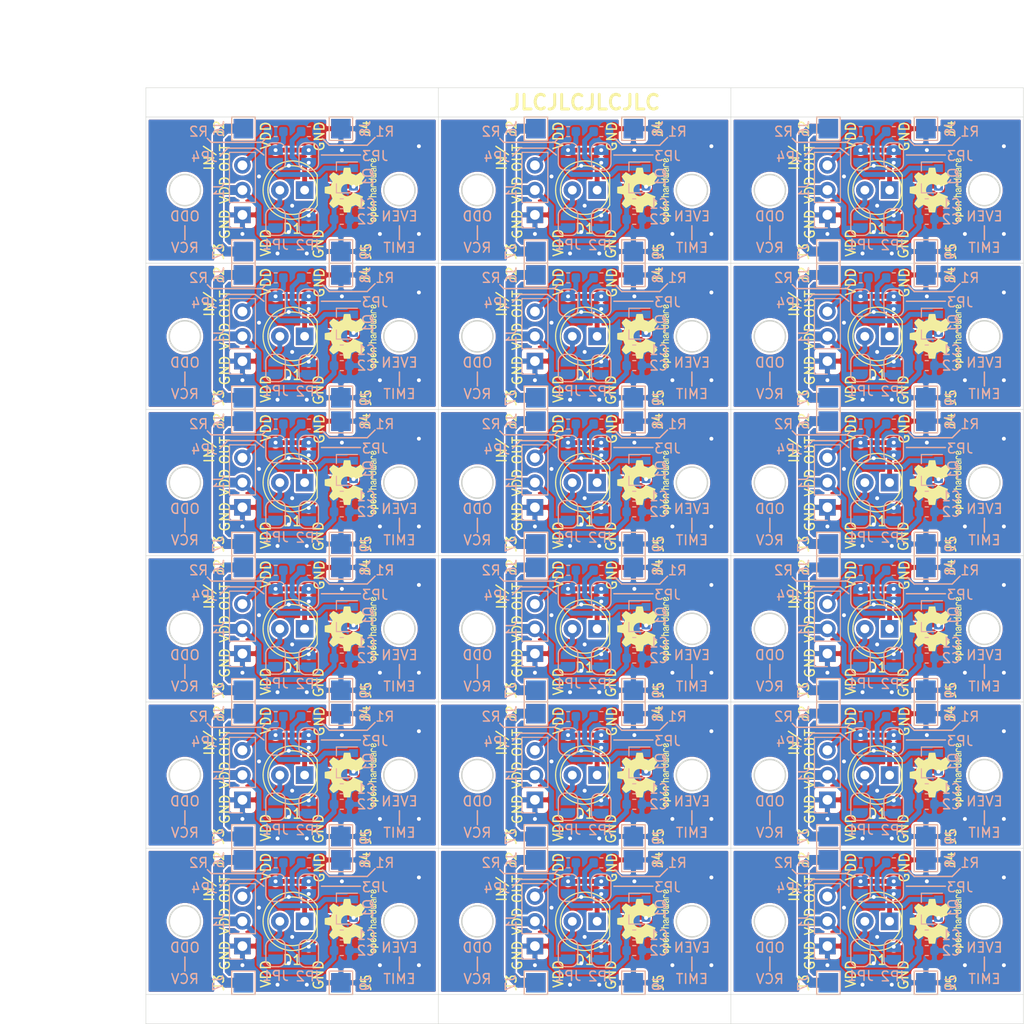
<source format=kicad_pcb>
(kicad_pcb (version 20171130) (host pcbnew 5.1.6-c6e7f7d~87~ubuntu18.04.1)
  (title_block (title "Infrared receiver and emitter panel") (date 2020-08-12) (rev "Rev. 1.0.1") (company "E. Lincoln Uehara"))
  (layers (0 F.Cu signal) (31 B.Cu signal) (34 B.Paste user) (35 F.Paste user) (36 B.SilkS user) (37 F.SilkS user) (38 B.Mask user) (39 F.Mask user) (44 Edge.Cuts user))
  (net 0 "")
  (net 1 GND)
  (net 2 VDD)
  (net 3 "Net-(D1-Pad1)")
  (net 4 "Net-(D1-Pad2)")
  (net 5 "Net-(J1-Pad3)")
  (net 6 "Net-(JP2-Pad1)")
  (net 7 "Net-(JP3-Pad2)")
  (net 8 "Net-(JP4-Pad1)")
  (module Jumper:SolderJumper-2_P1.3mm_Open_RoundedPad1.0x1.5mm (layer B.Cu) (at 175.3 141.75 90)
    (fp_text reference JP1 (at -2.35 0) (layer B.SilkS) (effects (justify mirror)))
    (fp_text value SolderJumper_2_Open)
    (pad 2 smd custom (at 0.65 0 90) (size 1 0.5) (layers B.Cu B.Mask) (options (clearance outline) (anchor rect)) (primitives (gr_circle (center 0 -0.25) (end 0.5 -0.25) (width 0)) (gr_circle (center 0 0.25) (end 0.5 0.25) (width 0)) (gr_poly (pts (xy 0 0.75) (xy -0.5 0.75) (xy -0.5 -0.75) (xy 0 -0.75)) (width 0))))
    (pad 1 smd custom (at -0.65 0 90) (size 1 0.5) (layers B.Cu B.Mask) (options (clearance outline) (anchor rect)) (primitives (gr_circle (center 0 -0.25) (end 0.5 -0.25) (width 0)) (gr_circle (center 0 0.25) (end 0.5 0.25) (width 0)) (gr_poly (pts (xy 0 0.75) (xy 0.5 0.75) (xy 0.5 -0.75) (xy 0 -0.75)) (width 0))))
  )
  (module TestPoint:TestPoint_Pad_2.0x2.0mm (layer F.Cu) (at 182 132.2)
    (fp_text reference J4 (at 2.5 0 90) (layer F.SilkS))
    (fp_text value Conn_01x01)
    (pad 1 smd rect (at 0 0) (size 2 2) (layers F.Cu F.Mask))
  )
  (module TestPoint:TestPoint_Pad_2.0x2.0mm (layer B.Cu) (at 182 144.8)
    (fp_text reference J9 (at 2.5 0 90) (layer B.SilkS) (effects (justify mirror)))
    (fp_text value Conn_01x01)
    (pad 1 smd rect (at 0 0) (size 2 2) (layers B.Cu B.Mask))
  )
  (module Symbol:OSHW-Logo2_7.3x6mm_SilkScreen (layer F.Cu) (at 183.1 138.5 90)
    (fp_text reference REF** hide)
    (fp_text value OSHW-Logo2_7.3x6mm_SilkScreen hide)
  )
  (module Jumper:SolderJumper-2_P1.3mm_Open_RoundedPad1.0x1.5mm (layer B.Cu) (at 175.3 111.75 90)
    (fp_text reference JP1 (at -2.35 0) (layer B.SilkS) (effects (justify mirror)))
    (fp_text value SolderJumper_2_Open)
    (pad 2 smd custom (at 0.65 0 90) (size 1 0.5) (layers B.Cu B.Mask) (options (clearance outline) (anchor rect)) (primitives (gr_circle (center 0 -0.25) (end 0.5 -0.25) (width 0)) (gr_circle (center 0 0.25) (end 0.5 0.25) (width 0)) (gr_poly (pts (xy 0 0.75) (xy -0.5 0.75) (xy -0.5 -0.75) (xy 0 -0.75)) (width 0))))
    (pad 1 smd custom (at -0.65 0 90) (size 1 0.5) (layers B.Cu B.Mask) (options (clearance outline) (anchor rect)) (primitives (gr_circle (center 0 -0.25) (end 0.5 -0.25) (width 0)) (gr_circle (center 0 0.25) (end 0.5 0.25) (width 0)) (gr_poly (pts (xy 0 0.75) (xy 0.5 0.75) (xy 0.5 -0.75) (xy 0 -0.75)) (width 0))))
  )
  (module TestPoint:TestPoint_Pad_2.0x2.0mm (layer F.Cu) (at 182 102.2)
    (fp_text reference J4 (at 2.5 0 90) (layer F.SilkS))
    (fp_text value Conn_01x01)
    (pad 1 smd rect (at 0 0) (size 2 2) (layers F.Cu F.Mask))
  )
  (module TestPoint:TestPoint_Pad_2.0x2.0mm (layer B.Cu) (at 182 114.8)
    (fp_text reference J9 (at 2.5 0 90) (layer B.SilkS) (effects (justify mirror)))
    (fp_text value Conn_01x01)
    (pad 1 smd rect (at 0 0) (size 2 2) (layers B.Cu B.Mask))
  )
  (module Symbol:OSHW-Logo2_7.3x6mm_SilkScreen (layer F.Cu) (at 183.1 108.5 90)
    (fp_text reference REF** hide)
    (fp_text value OSHW-Logo2_7.3x6mm_SilkScreen hide)
  )
  (module Jumper:SolderJumper-2_P1.3mm_Open_RoundedPad1.0x1.5mm (layer B.Cu) (at 175.3 135.05 90)
    (fp_text reference JP4 (at -0.05 -7.3 180) (layer B.SilkS) (effects (justify mirror)))
    (fp_text value SolderJumper_2_Open)
    (pad 1 smd custom (at -0.65 0 90) (size 1 0.5) (layers B.Cu B.Mask) (options (clearance outline) (anchor rect)) (primitives (gr_circle (center 0 -0.25) (end 0.5 -0.25) (width 0)) (gr_circle (center 0 0.25) (end 0.5 0.25) (width 0)) (gr_poly (pts (xy 0 0.75) (xy 0.5 0.75) (xy 0.5 -0.75) (xy 0 -0.75)) (width 0))))
    (pad 2 smd custom (at 0.65 0 90) (size 1 0.5) (layers B.Cu B.Mask) (options (clearance outline) (anchor rect)) (primitives (gr_circle (center 0 -0.25) (end 0.5 -0.25) (width 0)) (gr_circle (center 0 0.25) (end 0.5 0.25) (width 0)) (gr_poly (pts (xy 0 0.75) (xy -0.5 0.75) (xy -0.5 -0.75) (xy 0 -0.75)) (width 0))))
  )
  (module Jumper:SolderJumper-2_P1.3mm_Open_RoundedPad1.0x1.5mm (layer B.Cu) (at 175.3 126.75 90)
    (fp_text reference JP1 (at -2.35 0) (layer B.SilkS) (effects (justify mirror)))
    (fp_text value SolderJumper_2_Open)
    (pad 2 smd custom (at 0.65 0 90) (size 1 0.5) (layers B.Cu B.Mask) (options (clearance outline) (anchor rect)) (primitives (gr_circle (center 0 -0.25) (end 0.5 -0.25) (width 0)) (gr_circle (center 0 0.25) (end 0.5 0.25) (width 0)) (gr_poly (pts (xy 0 0.75) (xy -0.5 0.75) (xy -0.5 -0.75) (xy 0 -0.75)) (width 0))))
    (pad 1 smd custom (at -0.65 0 90) (size 1 0.5) (layers B.Cu B.Mask) (options (clearance outline) (anchor rect)) (primitives (gr_circle (center 0 -0.25) (end 0.5 -0.25) (width 0)) (gr_circle (center 0 0.25) (end 0.5 0.25) (width 0)) (gr_poly (pts (xy 0 0.75) (xy 0.5 0.75) (xy 0.5 -0.75) (xy 0 -0.75)) (width 0))))
  )
  (module TestPoint:TestPoint_Pad_2.0x2.0mm (layer F.Cu) (at 182 117.2)
    (fp_text reference J4 (at 2.5 0 90) (layer F.SilkS))
    (fp_text value Conn_01x01)
    (pad 1 smd rect (at 0 0) (size 2 2) (layers F.Cu F.Mask))
  )
  (module TestPoint:TestPoint_Pad_2.0x2.0mm (layer B.Cu) (at 182 129.8)
    (fp_text reference J9 (at 2.5 0 90) (layer B.SilkS) (effects (justify mirror)))
    (fp_text value Conn_01x01)
    (pad 1 smd rect (at 0 0) (size 2 2) (layers B.Cu B.Mask))
  )
  (module Symbol:OSHW-Logo2_7.3x6mm_SilkScreen (layer F.Cu) (at 183.1 123.5 90)
    (fp_text reference REF** hide)
    (fp_text value OSHW-Logo2_7.3x6mm_SilkScreen hide)
  )
  (module Package_TO_SOT_SMD:SOT-23 (layer B.Cu) (at 182.3 137.2 180)
    (fp_text reference Q1 (at -2.5 0 90) (layer B.SilkS) (effects (justify mirror)))
    (fp_text value BC817)
    (pad 1 smd rect (at -1 0.95 180) (size 0.9 0.8) (layers B.Cu B.Paste B.Mask))
    (pad 2 smd rect (at -1 -0.95 180) (size 0.9 0.8) (layers B.Cu B.Paste B.Mask))
    (pad 3 smd rect (at 1 0 180) (size 0.9 0.8) (layers B.Cu B.Paste B.Mask))
  )
  (module TestPoint:TestPoint_Pad_2.0x2.0mm (layer F.Cu) (at 182 144.8)
    (fp_text reference J5 (at 2.6 0 90) (layer F.SilkS))
    (fp_text value Conn_01x01)
    (pad 1 smd rect (at 0 0) (size 2 2) (layers F.Cu F.Mask))
  )
  (module Capacitor_SMD:C_0603_1608Metric (layer B.Cu) (at 182.0875 139.9)
    (fp_text reference C1 (at 2.5125 0) (layer B.SilkS) (effects (justify mirror)))
    (fp_text value 100n)
    (pad 2 smd roundrect (at 0.7875 0) (size 0.875 0.95) (layers B.Cu B.Paste B.Mask))
    (pad 1 smd roundrect (at -0.7875 0) (size 0.875 0.95) (layers B.Cu B.Paste B.Mask))
  )
  (module TestPoint:TestPoint_Pad_2.0x2.0mm (layer B.Cu) (at 172 132.2)
    (fp_text reference J6 (at -2.5 0 90) (layer B.SilkS) (effects (justify mirror)))
    (fp_text value Conn_01x01)
    (pad 1 smd rect (at 0 0) (size 2 2) (layers B.Cu B.Mask))
  )
  (module TestPoint:TestPoint_Pad_2.0x2.0mm (layer B.Cu) (at 172 144.8)
    (fp_text reference J7 (at -2.6 0 90) (layer B.SilkS) (effects (justify mirror)))
    (fp_text value Conn_01x01)
    (pad 1 smd rect (at 0 0) (size 2 2) (layers B.Cu B.Mask))
  )
  (module Capacitor_SMD:C_0603_1608Metric (layer B.Cu) (at 182.0875 141.5)
    (fp_text reference C2 (at 2.5125 0) (layer B.SilkS) (effects (justify mirror)))
    (fp_text value 10u)
    (pad 1 smd roundrect (at -0.7875 0) (size 0.875 0.95) (layers B.Cu B.Paste B.Mask))
    (pad 2 smd roundrect (at 0.7875 0) (size 0.875 0.95) (layers B.Cu B.Paste B.Mask))
  )
  (module Resistor_SMD:R_0603_1608Metric (layer B.Cu) (at 178.7125 132.5)
    (fp_text reference R1 (at 7.7875 0) (layer B.SilkS) (effects (justify mirror)))
    (fp_text value 100)
    (pad 1 smd roundrect (at -0.7875 0) (size 0.875 0.95) (layers B.Cu B.Paste B.Mask))
    (pad 2 smd roundrect (at 0.7875 0) (size 0.875 0.95) (layers B.Cu B.Paste B.Mask))
  )
  (module Connector_PinHeader_2.54mm:PinHeader_1x03_P2.54mm_Vertical (layer B.Cu) (at 171.9 141.04)
    (fp_text reference J1 (at -2.4 -2.54 90) (layer B.SilkS) (effects (justify mirror)))
    (fp_text value Conn_01x03)
    (pad 1 thru_hole rect (at 0 0) (size 1.7 1.7) (drill 1) (layers *.Cu *.Mask))
    (pad 2 thru_hole oval (at 0 -2.54) (size 1.7 1.7) (drill 1) (layers *.Cu *.Mask))
    (pad 3 thru_hole oval (at 0 -5.08) (size 1.7 1.7) (drill 1) (layers *.Cu *.Mask))
  )
  (module LED_THT:LED_D5.0mm (layer F.Cu) (at 178.28 138.5 180)
    (fp_text reference D1 (at 1.27 -3.96) (layer F.SilkS))
    (fp_text value "INFRARED RECEIVER/EMITTER")
    (pad 1 thru_hole rect (at 0 0 180) (size 1.8 1.8) (drill 0.9) (layers *.Cu *.Mask))
    (pad 2 thru_hole circle (at 2.54 0 180) (size 1.8 1.8) (drill 0.9) (layers *.Cu *.Mask))
  )
  (module Resistor_SMD:R_0603_1608Metric (layer B.Cu) (at 175.3125 132.5)
    (fp_text reference R2 (at -7.9125 0 180) (layer B.SilkS) (effects (justify mirror)))
    (fp_text value 1k)
    (pad 2 smd roundrect (at 0.7875 0) (size 0.875 0.95) (layers B.Cu B.Paste B.Mask))
    (pad 1 smd roundrect (at -0.7875 0) (size 0.875 0.95) (layers B.Cu B.Paste B.Mask))
  )
  (module TestPoint:TestPoint_Pad_2.0x2.0mm (layer F.Cu) (at 172 144.8)
    (fp_text reference J3 (at -2.5 0 90) (layer F.SilkS))
    (fp_text value Conn_01x01)
    (pad 1 smd rect (at 0 0) (size 2 2) (layers F.Cu F.Mask))
  )
  (module TestPoint:TestPoint_Pad_2.0x2.0mm (layer F.Cu) (at 172 132.2)
    (fp_text reference J2 (at -2.5 0 90) (layer F.SilkS))
    (fp_text value Conn_01x01)
    (pad 1 smd rect (at 0 0) (size 2 2) (layers F.Cu F.Mask))
  )
  (module Jumper:SolderJumper-2_P1.3mm_Open_RoundedPad1.0x1.5mm (layer B.Cu) (at 178.7 135.05 90)
    (fp_text reference JP3 (at 0.05 6.8 180) (layer B.SilkS) (effects (justify mirror)))
    (fp_text value SolderJumper_2_Open)
    (pad 2 smd custom (at 0.65 0 90) (size 1 0.5) (layers B.Cu B.Mask) (options (clearance outline) (anchor rect)) (primitives (gr_circle (center 0 -0.25) (end 0.5 -0.25) (width 0)) (gr_circle (center 0 0.25) (end 0.5 0.25) (width 0)) (gr_poly (pts (xy 0 0.75) (xy -0.5 0.75) (xy -0.5 -0.75) (xy 0 -0.75)) (width 0))))
    (pad 1 smd custom (at -0.65 0 90) (size 1 0.5) (layers B.Cu B.Mask) (options (clearance outline) (anchor rect)) (primitives (gr_circle (center 0 -0.25) (end 0.5 -0.25) (width 0)) (gr_circle (center 0 0.25) (end 0.5 0.25) (width 0)) (gr_poly (pts (xy 0 0.75) (xy 0.5 0.75) (xy 0.5 -0.75) (xy 0 -0.75)) (width 0))))
  )
  (module TestPoint:TestPoint_Pad_2.0x2.0mm (layer B.Cu) (at 182 132.2)
    (fp_text reference J8 (at 2.5 0 90) (layer B.SilkS) (effects (justify mirror)))
    (fp_text value Conn_01x01)
    (pad 1 smd rect (at 0 0) (size 2 2) (layers B.Cu B.Mask))
  )
  (module Jumper:SolderJumper-2_P1.3mm_Open_RoundedPad1.0x1.5mm (layer B.Cu) (at 175.3 120.05 90)
    (fp_text reference JP4 (at -0.05 -7.3 180) (layer B.SilkS) (effects (justify mirror)))
    (fp_text value SolderJumper_2_Open)
    (pad 1 smd custom (at -0.65 0 90) (size 1 0.5) (layers B.Cu B.Mask) (options (clearance outline) (anchor rect)) (primitives (gr_circle (center 0 -0.25) (end 0.5 -0.25) (width 0)) (gr_circle (center 0 0.25) (end 0.5 0.25) (width 0)) (gr_poly (pts (xy 0 0.75) (xy 0.5 0.75) (xy 0.5 -0.75) (xy 0 -0.75)) (width 0))))
    (pad 2 smd custom (at 0.65 0 90) (size 1 0.5) (layers B.Cu B.Mask) (options (clearance outline) (anchor rect)) (primitives (gr_circle (center 0 -0.25) (end 0.5 -0.25) (width 0)) (gr_circle (center 0 0.25) (end 0.5 0.25) (width 0)) (gr_poly (pts (xy 0 0.75) (xy -0.5 0.75) (xy -0.5 -0.75) (xy 0 -0.75)) (width 0))))
  )
  (module Resistor_SMD:R_0603_1608Metric (layer B.Cu) (at 178.7125 117.5)
    (fp_text reference R1 (at 7.7875 0) (layer B.SilkS) (effects (justify mirror)))
    (fp_text value 100)
    (pad 1 smd roundrect (at -0.7875 0) (size 0.875 0.95) (layers B.Cu B.Paste B.Mask))
    (pad 2 smd roundrect (at 0.7875 0) (size 0.875 0.95) (layers B.Cu B.Paste B.Mask))
  )
  (module Capacitor_SMD:C_0603_1608Metric (layer B.Cu) (at 182.0875 126.5)
    (fp_text reference C2 (at 2.5125 0) (layer B.SilkS) (effects (justify mirror)))
    (fp_text value 10u)
    (pad 1 smd roundrect (at -0.7875 0) (size 0.875 0.95) (layers B.Cu B.Paste B.Mask))
    (pad 2 smd roundrect (at 0.7875 0) (size 0.875 0.95) (layers B.Cu B.Paste B.Mask))
  )
  (module TestPoint:TestPoint_Pad_2.0x2.0mm (layer F.Cu) (at 172 117.2)
    (fp_text reference J2 (at -2.5 0 90) (layer F.SilkS))
    (fp_text value Conn_01x01)
    (pad 1 smd rect (at 0 0) (size 2 2) (layers F.Cu F.Mask))
  )
  (module Jumper:SolderJumper-2_P1.3mm_Open_RoundedPad1.0x1.5mm (layer B.Cu) (at 178.7 120.05 90)
    (fp_text reference JP3 (at 0.05 6.8 180) (layer B.SilkS) (effects (justify mirror)))
    (fp_text value SolderJumper_2_Open)
    (pad 2 smd custom (at 0.65 0 90) (size 1 0.5) (layers B.Cu B.Mask) (options (clearance outline) (anchor rect)) (primitives (gr_circle (center 0 -0.25) (end 0.5 -0.25) (width 0)) (gr_circle (center 0 0.25) (end 0.5 0.25) (width 0)) (gr_poly (pts (xy 0 0.75) (xy -0.5 0.75) (xy -0.5 -0.75) (xy 0 -0.75)) (width 0))))
    (pad 1 smd custom (at -0.65 0 90) (size 1 0.5) (layers B.Cu B.Mask) (options (clearance outline) (anchor rect)) (primitives (gr_circle (center 0 -0.25) (end 0.5 -0.25) (width 0)) (gr_circle (center 0 0.25) (end 0.5 0.25) (width 0)) (gr_poly (pts (xy 0 0.75) (xy 0.5 0.75) (xy 0.5 -0.75) (xy 0 -0.75)) (width 0))))
  )
  (module TestPoint:TestPoint_Pad_2.0x2.0mm (layer B.Cu) (at 182 117.2)
    (fp_text reference J8 (at 2.5 0 90) (layer B.SilkS) (effects (justify mirror)))
    (fp_text value Conn_01x01)
    (pad 1 smd rect (at 0 0) (size 2 2) (layers B.Cu B.Mask))
  )
  (module Capacitor_SMD:C_0603_1608Metric (layer B.Cu) (at 182.0875 124.9)
    (fp_text reference C1 (at 2.5125 0) (layer B.SilkS) (effects (justify mirror)))
    (fp_text value 100n)
    (pad 2 smd roundrect (at 0.7875 0) (size 0.875 0.95) (layers B.Cu B.Paste B.Mask))
    (pad 1 smd roundrect (at -0.7875 0) (size 0.875 0.95) (layers B.Cu B.Paste B.Mask))
  )
  (module Resistor_SMD:R_0603_1608Metric (layer B.Cu) (at 175.3125 117.5)
    (fp_text reference R2 (at -7.9125 0 180) (layer B.SilkS) (effects (justify mirror)))
    (fp_text value 1k)
    (pad 2 smd roundrect (at 0.7875 0) (size 0.875 0.95) (layers B.Cu B.Paste B.Mask))
    (pad 1 smd roundrect (at -0.7875 0) (size 0.875 0.95) (layers B.Cu B.Paste B.Mask))
  )
  (module Jumper:SolderJumper-2_P1.3mm_Open_RoundedPad1.0x1.5mm (layer B.Cu) (at 178.7 141.8 270)
    (fp_text reference JP2 (at 2.35 0 180) (layer B.SilkS) (effects (justify mirror)))
    (fp_text value SolderJumper_2_Open)
    (pad 1 smd custom (at -0.65 0 270) (size 1 0.5) (layers B.Cu B.Mask) (options (clearance outline) (anchor rect)) (primitives (gr_circle (center 0 -0.25) (end 0.5 -0.25) (width 0)) (gr_circle (center 0 0.25) (end 0.5 0.25) (width 0)) (gr_poly (pts (xy 0 0.75) (xy 0.5 0.75) (xy 0.5 -0.75) (xy 0 -0.75)) (width 0))))
    (pad 2 smd custom (at 0.65 0 270) (size 1 0.5) (layers B.Cu B.Mask) (options (clearance outline) (anchor rect)) (primitives (gr_circle (center 0 -0.25) (end 0.5 -0.25) (width 0)) (gr_circle (center 0 0.25) (end 0.5 0.25) (width 0)) (gr_poly (pts (xy 0 0.75) (xy -0.5 0.75) (xy -0.5 -0.75) (xy 0 -0.75)) (width 0))))
  )
  (module TestPoint:TestPoint_Pad_2.0x2.0mm (layer F.Cu) (at 182 129.8)
    (fp_text reference J5 (at 2.6 0 90) (layer F.SilkS))
    (fp_text value Conn_01x01)
    (pad 1 smd rect (at 0 0) (size 2 2) (layers F.Cu F.Mask))
  )
  (module TestPoint:TestPoint_Pad_2.0x2.0mm (layer B.Cu) (at 172 117.2)
    (fp_text reference J6 (at -2.5 0 90) (layer B.SilkS) (effects (justify mirror)))
    (fp_text value Conn_01x01)
    (pad 1 smd rect (at 0 0) (size 2 2) (layers B.Cu B.Mask))
  )
  (module Connector_PinHeader_2.54mm:PinHeader_1x03_P2.54mm_Vertical (layer B.Cu) (at 171.9 126.04)
    (fp_text reference J1 (at -2.4 -2.54 90) (layer B.SilkS) (effects (justify mirror)))
    (fp_text value Conn_01x03)
    (pad 1 thru_hole rect (at 0 0) (size 1.7 1.7) (drill 1) (layers *.Cu *.Mask))
    (pad 2 thru_hole oval (at 0 -2.54) (size 1.7 1.7) (drill 1) (layers *.Cu *.Mask))
    (pad 3 thru_hole oval (at 0 -5.08) (size 1.7 1.7) (drill 1) (layers *.Cu *.Mask))
  )
  (module LED_THT:LED_D5.0mm (layer F.Cu) (at 178.28 123.5 180)
    (fp_text reference D1 (at 1.27 -3.96) (layer F.SilkS))
    (fp_text value "INFRARED RECEIVER/EMITTER")
    (pad 1 thru_hole rect (at 0 0 180) (size 1.8 1.8) (drill 0.9) (layers *.Cu *.Mask))
    (pad 2 thru_hole circle (at 2.54 0 180) (size 1.8 1.8) (drill 0.9) (layers *.Cu *.Mask))
  )
  (module TestPoint:TestPoint_Pad_2.0x2.0mm (layer B.Cu) (at 172 129.8)
    (fp_text reference J7 (at -2.6 0 90) (layer B.SilkS) (effects (justify mirror)))
    (fp_text value Conn_01x01)
    (pad 1 smd rect (at 0 0) (size 2 2) (layers B.Cu B.Mask))
  )
  (module Package_TO_SOT_SMD:SOT-23 (layer B.Cu) (at 182.3 122.2 180)
    (fp_text reference Q1 (at -2.5 0 90) (layer B.SilkS) (effects (justify mirror)))
    (fp_text value BC817)
    (pad 1 smd rect (at -1 0.95 180) (size 0.9 0.8) (layers B.Cu B.Paste B.Mask))
    (pad 2 smd rect (at -1 -0.95 180) (size 0.9 0.8) (layers B.Cu B.Paste B.Mask))
    (pad 3 smd rect (at 1 0 180) (size 0.9 0.8) (layers B.Cu B.Paste B.Mask))
  )
  (module TestPoint:TestPoint_Pad_2.0x2.0mm (layer F.Cu) (at 172 129.8)
    (fp_text reference J3 (at -2.5 0 90) (layer F.SilkS))
    (fp_text value Conn_01x01)
    (pad 1 smd rect (at 0 0) (size 2 2) (layers F.Cu F.Mask))
  )
  (module Capacitor_SMD:C_0603_1608Metric (layer B.Cu) (at 182.0875 109.9)
    (fp_text reference C1 (at 2.5125 0) (layer B.SilkS) (effects (justify mirror)))
    (fp_text value 100n)
    (pad 2 smd roundrect (at 0.7875 0) (size 0.875 0.95) (layers B.Cu B.Paste B.Mask))
    (pad 1 smd roundrect (at -0.7875 0) (size 0.875 0.95) (layers B.Cu B.Paste B.Mask))
  )
  (module Connector_PinHeader_2.54mm:PinHeader_1x03_P2.54mm_Vertical (layer B.Cu) (at 171.9 111.04)
    (fp_text reference J1 (at -2.4 -2.54 90) (layer B.SilkS) (effects (justify mirror)))
    (fp_text value Conn_01x03)
    (pad 1 thru_hole rect (at 0 0) (size 1.7 1.7) (drill 1) (layers *.Cu *.Mask))
    (pad 2 thru_hole oval (at 0 -2.54) (size 1.7 1.7) (drill 1) (layers *.Cu *.Mask))
    (pad 3 thru_hole oval (at 0 -5.08) (size 1.7 1.7) (drill 1) (layers *.Cu *.Mask))
  )
  (module TestPoint:TestPoint_Pad_2.0x2.0mm (layer F.Cu) (at 172 114.8)
    (fp_text reference J3 (at -2.5 0 90) (layer F.SilkS))
    (fp_text value Conn_01x01)
    (pad 1 smd rect (at 0 0) (size 2 2) (layers F.Cu F.Mask))
  )
  (module Jumper:SolderJumper-2_P1.3mm_Open_RoundedPad1.0x1.5mm (layer B.Cu) (at 175.3 96.75 90)
    (fp_text reference JP1 (at -2.35 0) (layer B.SilkS) (effects (justify mirror)))
    (fp_text value SolderJumper_2_Open)
    (pad 2 smd custom (at 0.65 0 90) (size 1 0.5) (layers B.Cu B.Mask) (options (clearance outline) (anchor rect)) (primitives (gr_circle (center 0 -0.25) (end 0.5 -0.25) (width 0)) (gr_circle (center 0 0.25) (end 0.5 0.25) (width 0)) (gr_poly (pts (xy 0 0.75) (xy -0.5 0.75) (xy -0.5 -0.75) (xy 0 -0.75)) (width 0))))
    (pad 1 smd custom (at -0.65 0 90) (size 1 0.5) (layers B.Cu B.Mask) (options (clearance outline) (anchor rect)) (primitives (gr_circle (center 0 -0.25) (end 0.5 -0.25) (width 0)) (gr_circle (center 0 0.25) (end 0.5 0.25) (width 0)) (gr_poly (pts (xy 0 0.75) (xy 0.5 0.75) (xy 0.5 -0.75) (xy 0 -0.75)) (width 0))))
  )
  (module TestPoint:TestPoint_Pad_2.0x2.0mm (layer F.Cu) (at 182 87.2)
    (fp_text reference J4 (at 2.5 0 90) (layer F.SilkS))
    (fp_text value Conn_01x01)
    (pad 1 smd rect (at 0 0) (size 2 2) (layers F.Cu F.Mask))
  )
  (module TestPoint:TestPoint_Pad_2.0x2.0mm (layer B.Cu) (at 182 99.8)
    (fp_text reference J9 (at 2.5 0 90) (layer B.SilkS) (effects (justify mirror)))
    (fp_text value Conn_01x01)
    (pad 1 smd rect (at 0 0) (size 2 2) (layers B.Cu B.Mask))
  )
  (module Symbol:OSHW-Logo2_7.3x6mm_SilkScreen (layer F.Cu) (at 183.1 93.5 90)
    (fp_text reference REF** hide)
    (fp_text value OSHW-Logo2_7.3x6mm_SilkScreen hide)
  )
  (module Capacitor_SMD:C_0603_1608Metric (layer B.Cu) (at 182.0875 111.5)
    (fp_text reference C2 (at 2.5125 0) (layer B.SilkS) (effects (justify mirror)))
    (fp_text value 10u)
    (pad 1 smd roundrect (at -0.7875 0) (size 0.875 0.95) (layers B.Cu B.Paste B.Mask))
    (pad 2 smd roundrect (at 0.7875 0) (size 0.875 0.95) (layers B.Cu B.Paste B.Mask))
  )
  (module Resistor_SMD:R_0603_1608Metric (layer B.Cu) (at 178.7125 102.5)
    (fp_text reference R1 (at 7.7875 0) (layer B.SilkS) (effects (justify mirror)))
    (fp_text value 100)
    (pad 1 smd roundrect (at -0.7875 0) (size 0.875 0.95) (layers B.Cu B.Paste B.Mask))
    (pad 2 smd roundrect (at 0.7875 0) (size 0.875 0.95) (layers B.Cu B.Paste B.Mask))
  )
  (module LED_THT:LED_D5.0mm (layer F.Cu) (at 178.28 108.5 180)
    (fp_text reference D1 (at 1.27 -3.96) (layer F.SilkS))
    (fp_text value "INFRARED RECEIVER/EMITTER")
    (pad 1 thru_hole rect (at 0 0 180) (size 1.8 1.8) (drill 0.9) (layers *.Cu *.Mask))
    (pad 2 thru_hole circle (at 2.54 0 180) (size 1.8 1.8) (drill 0.9) (layers *.Cu *.Mask))
  )
  (module Jumper:SolderJumper-2_P1.3mm_Open_RoundedPad1.0x1.5mm (layer B.Cu) (at 175.3 105.05 90)
    (fp_text reference JP4 (at -0.05 -7.3 180) (layer B.SilkS) (effects (justify mirror)))
    (fp_text value SolderJumper_2_Open)
    (pad 1 smd custom (at -0.65 0 90) (size 1 0.5) (layers B.Cu B.Mask) (options (clearance outline) (anchor rect)) (primitives (gr_circle (center 0 -0.25) (end 0.5 -0.25) (width 0)) (gr_circle (center 0 0.25) (end 0.5 0.25) (width 0)) (gr_poly (pts (xy 0 0.75) (xy 0.5 0.75) (xy 0.5 -0.75) (xy 0 -0.75)) (width 0))))
    (pad 2 smd custom (at 0.65 0 90) (size 1 0.5) (layers B.Cu B.Mask) (options (clearance outline) (anchor rect)) (primitives (gr_circle (center 0 -0.25) (end 0.5 -0.25) (width 0)) (gr_circle (center 0 0.25) (end 0.5 0.25) (width 0)) (gr_poly (pts (xy 0 0.75) (xy -0.5 0.75) (xy -0.5 -0.75) (xy 0 -0.75)) (width 0))))
  )
  (module Resistor_SMD:R_0603_1608Metric (layer B.Cu) (at 175.3125 102.5)
    (fp_text reference R2 (at -7.9125 0 180) (layer B.SilkS) (effects (justify mirror)))
    (fp_text value 1k)
    (pad 2 smd roundrect (at 0.7875 0) (size 0.875 0.95) (layers B.Cu B.Paste B.Mask))
    (pad 1 smd roundrect (at -0.7875 0) (size 0.875 0.95) (layers B.Cu B.Paste B.Mask))
  )
  (module Package_TO_SOT_SMD:SOT-23 (layer B.Cu) (at 182.3 107.2 180)
    (fp_text reference Q1 (at -2.5 0 90) (layer B.SilkS) (effects (justify mirror)))
    (fp_text value BC817)
    (pad 1 smd rect (at -1 0.95 180) (size 0.9 0.8) (layers B.Cu B.Paste B.Mask))
    (pad 2 smd rect (at -1 -0.95 180) (size 0.9 0.8) (layers B.Cu B.Paste B.Mask))
    (pad 3 smd rect (at 1 0 180) (size 0.9 0.8) (layers B.Cu B.Paste B.Mask))
  )
  (module TestPoint:TestPoint_Pad_2.0x2.0mm (layer F.Cu) (at 182 114.8)
    (fp_text reference J5 (at 2.6 0 90) (layer F.SilkS))
    (fp_text value Conn_01x01)
    (pad 1 smd rect (at 0 0) (size 2 2) (layers F.Cu F.Mask))
  )
  (module Jumper:SolderJumper-2_P1.3mm_Open_RoundedPad1.0x1.5mm (layer B.Cu) (at 178.7 126.8 270)
    (fp_text reference JP2 (at 2.35 0 180) (layer B.SilkS) (effects (justify mirror)))
    (fp_text value SolderJumper_2_Open)
    (pad 1 smd custom (at -0.65 0 270) (size 1 0.5) (layers B.Cu B.Mask) (options (clearance outline) (anchor rect)) (primitives (gr_circle (center 0 -0.25) (end 0.5 -0.25) (width 0)) (gr_circle (center 0 0.25) (end 0.5 0.25) (width 0)) (gr_poly (pts (xy 0 0.75) (xy 0.5 0.75) (xy 0.5 -0.75) (xy 0 -0.75)) (width 0))))
    (pad 2 smd custom (at 0.65 0 270) (size 1 0.5) (layers B.Cu B.Mask) (options (clearance outline) (anchor rect)) (primitives (gr_circle (center 0 -0.25) (end 0.5 -0.25) (width 0)) (gr_circle (center 0 0.25) (end 0.5 0.25) (width 0)) (gr_poly (pts (xy 0 0.75) (xy -0.5 0.75) (xy -0.5 -0.75) (xy 0 -0.75)) (width 0))))
  )
  (module TestPoint:TestPoint_Pad_2.0x2.0mm (layer F.Cu) (at 172 102.2)
    (fp_text reference J2 (at -2.5 0 90) (layer F.SilkS))
    (fp_text value Conn_01x01)
    (pad 1 smd rect (at 0 0) (size 2 2) (layers F.Cu F.Mask))
  )
  (module Jumper:SolderJumper-2_P1.3mm_Open_RoundedPad1.0x1.5mm (layer B.Cu) (at 178.7 105.05 90)
    (fp_text reference JP3 (at 0.05 6.8 180) (layer B.SilkS) (effects (justify mirror)))
    (fp_text value SolderJumper_2_Open)
    (pad 2 smd custom (at 0.65 0 90) (size 1 0.5) (layers B.Cu B.Mask) (options (clearance outline) (anchor rect)) (primitives (gr_circle (center 0 -0.25) (end 0.5 -0.25) (width 0)) (gr_circle (center 0 0.25) (end 0.5 0.25) (width 0)) (gr_poly (pts (xy 0 0.75) (xy -0.5 0.75) (xy -0.5 -0.75) (xy 0 -0.75)) (width 0))))
    (pad 1 smd custom (at -0.65 0 90) (size 1 0.5) (layers B.Cu B.Mask) (options (clearance outline) (anchor rect)) (primitives (gr_circle (center 0 -0.25) (end 0.5 -0.25) (width 0)) (gr_circle (center 0 0.25) (end 0.5 0.25) (width 0)) (gr_poly (pts (xy 0 0.75) (xy 0.5 0.75) (xy 0.5 -0.75) (xy 0 -0.75)) (width 0))))
  )
  (module TestPoint:TestPoint_Pad_2.0x2.0mm (layer B.Cu) (at 182 102.2)
    (fp_text reference J8 (at 2.5 0 90) (layer B.SilkS) (effects (justify mirror)))
    (fp_text value Conn_01x01)
    (pad 1 smd rect (at 0 0) (size 2 2) (layers B.Cu B.Mask))
  )
  (module Jumper:SolderJumper-2_P1.3mm_Open_RoundedPad1.0x1.5mm (layer B.Cu) (at 178.7 111.8 270)
    (fp_text reference JP2 (at 2.35 0 180) (layer B.SilkS) (effects (justify mirror)))
    (fp_text value SolderJumper_2_Open)
    (pad 1 smd custom (at -0.65 0 270) (size 1 0.5) (layers B.Cu B.Mask) (options (clearance outline) (anchor rect)) (primitives (gr_circle (center 0 -0.25) (end 0.5 -0.25) (width 0)) (gr_circle (center 0 0.25) (end 0.5 0.25) (width 0)) (gr_poly (pts (xy 0 0.75) (xy 0.5 0.75) (xy 0.5 -0.75) (xy 0 -0.75)) (width 0))))
    (pad 2 smd custom (at 0.65 0 270) (size 1 0.5) (layers B.Cu B.Mask) (options (clearance outline) (anchor rect)) (primitives (gr_circle (center 0 -0.25) (end 0.5 -0.25) (width 0)) (gr_circle (center 0 0.25) (end 0.5 0.25) (width 0)) (gr_poly (pts (xy 0 0.75) (xy -0.5 0.75) (xy -0.5 -0.75) (xy 0 -0.75)) (width 0))))
  )
  (module TestPoint:TestPoint_Pad_2.0x2.0mm (layer B.Cu) (at 172 114.8)
    (fp_text reference J7 (at -2.6 0 90) (layer B.SilkS) (effects (justify mirror)))
    (fp_text value Conn_01x01)
    (pad 1 smd rect (at 0 0) (size 2 2) (layers B.Cu B.Mask))
  )
  (module TestPoint:TestPoint_Pad_2.0x2.0mm (layer B.Cu) (at 172 102.2)
    (fp_text reference J6 (at -2.5 0 90) (layer B.SilkS) (effects (justify mirror)))
    (fp_text value Conn_01x01)
    (pad 1 smd rect (at 0 0) (size 2 2) (layers B.Cu B.Mask))
  )
  (module Package_TO_SOT_SMD:SOT-23 (layer B.Cu) (at 182.3 92.2 180)
    (fp_text reference Q1 (at -2.5 0 90) (layer B.SilkS) (effects (justify mirror)))
    (fp_text value BC817)
    (pad 1 smd rect (at -1 0.95 180) (size 0.9 0.8) (layers B.Cu B.Paste B.Mask))
    (pad 2 smd rect (at -1 -0.95 180) (size 0.9 0.8) (layers B.Cu B.Paste B.Mask))
    (pad 3 smd rect (at 1 0 180) (size 0.9 0.8) (layers B.Cu B.Paste B.Mask))
  )
  (module Connector_PinHeader_2.54mm:PinHeader_1x03_P2.54mm_Vertical (layer B.Cu) (at 171.9 96.04)
    (fp_text reference J1 (at -2.4 -2.54 90) (layer B.SilkS) (effects (justify mirror)))
    (fp_text value Conn_01x03)
    (pad 1 thru_hole rect (at 0 0) (size 1.7 1.7) (drill 1) (layers *.Cu *.Mask))
    (pad 2 thru_hole oval (at 0 -2.54) (size 1.7 1.7) (drill 1) (layers *.Cu *.Mask))
    (pad 3 thru_hole oval (at 0 -5.08) (size 1.7 1.7) (drill 1) (layers *.Cu *.Mask))
  )
  (module TestPoint:TestPoint_Pad_2.0x2.0mm (layer F.Cu) (at 172 87.2)
    (fp_text reference J2 (at -2.5 0 90) (layer F.SilkS))
    (fp_text value Conn_01x01)
    (pad 1 smd rect (at 0 0) (size 2 2) (layers F.Cu F.Mask))
  )
  (module Resistor_SMD:R_0603_1608Metric (layer B.Cu) (at 178.7125 87.5)
    (fp_text reference R1 (at 7.7875 0) (layer B.SilkS) (effects (justify mirror)))
    (fp_text value 100)
    (pad 1 smd roundrect (at -0.7875 0) (size 0.875 0.95) (layers B.Cu B.Paste B.Mask))
    (pad 2 smd roundrect (at 0.7875 0) (size 0.875 0.95) (layers B.Cu B.Paste B.Mask))
  )
  (module LED_THT:LED_D5.0mm (layer F.Cu) (at 178.28 93.5 180)
    (fp_text reference D1 (at 1.27 -3.96) (layer F.SilkS))
    (fp_text value "INFRARED RECEIVER/EMITTER")
    (pad 1 thru_hole rect (at 0 0 180) (size 1.8 1.8) (drill 0.9) (layers *.Cu *.Mask))
    (pad 2 thru_hole circle (at 2.54 0 180) (size 1.8 1.8) (drill 0.9) (layers *.Cu *.Mask))
  )
  (module TestPoint:TestPoint_Pad_2.0x2.0mm (layer F.Cu) (at 182 99.8)
    (fp_text reference J5 (at 2.6 0 90) (layer F.SilkS))
    (fp_text value Conn_01x01)
    (pad 1 smd rect (at 0 0) (size 2 2) (layers F.Cu F.Mask))
  )
  (module Capacitor_SMD:C_0603_1608Metric (layer B.Cu) (at 182.0875 94.9)
    (fp_text reference C1 (at 2.5125 0) (layer B.SilkS) (effects (justify mirror)))
    (fp_text value 100n)
    (pad 2 smd roundrect (at 0.7875 0) (size 0.875 0.95) (layers B.Cu B.Paste B.Mask))
    (pad 1 smd roundrect (at -0.7875 0) (size 0.875 0.95) (layers B.Cu B.Paste B.Mask))
  )
  (module Jumper:SolderJumper-2_P1.3mm_Open_RoundedPad1.0x1.5mm (layer B.Cu) (at 178.7 90.05 90)
    (fp_text reference JP3 (at 0.05 6.8 180) (layer B.SilkS) (effects (justify mirror)))
    (fp_text value SolderJumper_2_Open)
    (pad 2 smd custom (at 0.65 0 90) (size 1 0.5) (layers B.Cu B.Mask) (options (clearance outline) (anchor rect)) (primitives (gr_circle (center 0 -0.25) (end 0.5 -0.25) (width 0)) (gr_circle (center 0 0.25) (end 0.5 0.25) (width 0)) (gr_poly (pts (xy 0 0.75) (xy -0.5 0.75) (xy -0.5 -0.75) (xy 0 -0.75)) (width 0))))
    (pad 1 smd custom (at -0.65 0 90) (size 1 0.5) (layers B.Cu B.Mask) (options (clearance outline) (anchor rect)) (primitives (gr_circle (center 0 -0.25) (end 0.5 -0.25) (width 0)) (gr_circle (center 0 0.25) (end 0.5 0.25) (width 0)) (gr_poly (pts (xy 0 0.75) (xy 0.5 0.75) (xy 0.5 -0.75) (xy 0 -0.75)) (width 0))))
  )
  (module TestPoint:TestPoint_Pad_2.0x2.0mm (layer B.Cu) (at 182 87.2)
    (fp_text reference J8 (at 2.5 0 90) (layer B.SilkS) (effects (justify mirror)))
    (fp_text value Conn_01x01)
    (pad 1 smd rect (at 0 0) (size 2 2) (layers B.Cu B.Mask))
  )
  (module Resistor_SMD:R_0603_1608Metric (layer B.Cu) (at 175.3125 87.5)
    (fp_text reference R2 (at -7.9125 0 180) (layer B.SilkS) (effects (justify mirror)))
    (fp_text value 1k)
    (pad 2 smd roundrect (at 0.7875 0) (size 0.875 0.95) (layers B.Cu B.Paste B.Mask))
    (pad 1 smd roundrect (at -0.7875 0) (size 0.875 0.95) (layers B.Cu B.Paste B.Mask))
  )
  (module Jumper:SolderJumper-2_P1.3mm_Open_RoundedPad1.0x1.5mm (layer B.Cu) (at 175.3 90.05 90)
    (fp_text reference JP4 (at -0.05 -7.3 180) (layer B.SilkS) (effects (justify mirror)))
    (fp_text value SolderJumper_2_Open)
    (pad 1 smd custom (at -0.65 0 90) (size 1 0.5) (layers B.Cu B.Mask) (options (clearance outline) (anchor rect)) (primitives (gr_circle (center 0 -0.25) (end 0.5 -0.25) (width 0)) (gr_circle (center 0 0.25) (end 0.5 0.25) (width 0)) (gr_poly (pts (xy 0 0.75) (xy 0.5 0.75) (xy 0.5 -0.75) (xy 0 -0.75)) (width 0))))
    (pad 2 smd custom (at 0.65 0 90) (size 1 0.5) (layers B.Cu B.Mask) (options (clearance outline) (anchor rect)) (primitives (gr_circle (center 0 -0.25) (end 0.5 -0.25) (width 0)) (gr_circle (center 0 0.25) (end 0.5 0.25) (width 0)) (gr_poly (pts (xy 0 0.75) (xy -0.5 0.75) (xy -0.5 -0.75) (xy 0 -0.75)) (width 0))))
  )
  (module TestPoint:TestPoint_Pad_2.0x2.0mm (layer F.Cu) (at 172 99.8)
    (fp_text reference J3 (at -2.5 0 90) (layer F.SilkS))
    (fp_text value Conn_01x01)
    (pad 1 smd rect (at 0 0) (size 2 2) (layers F.Cu F.Mask))
  )
  (module Capacitor_SMD:C_0603_1608Metric (layer B.Cu) (at 182.0875 96.5)
    (fp_text reference C2 (at 2.5125 0) (layer B.SilkS) (effects (justify mirror)))
    (fp_text value 10u)
    (pad 1 smd roundrect (at -0.7875 0) (size 0.875 0.95) (layers B.Cu B.Paste B.Mask))
    (pad 2 smd roundrect (at 0.7875 0) (size 0.875 0.95) (layers B.Cu B.Paste B.Mask))
  )
  (module Jumper:SolderJumper-2_P1.3mm_Open_RoundedPad1.0x1.5mm (layer B.Cu) (at 178.7 96.8 270)
    (fp_text reference JP2 (at 2.35 0 180) (layer B.SilkS) (effects (justify mirror)))
    (fp_text value SolderJumper_2_Open)
    (pad 1 smd custom (at -0.65 0 270) (size 1 0.5) (layers B.Cu B.Mask) (options (clearance outline) (anchor rect)) (primitives (gr_circle (center 0 -0.25) (end 0.5 -0.25) (width 0)) (gr_circle (center 0 0.25) (end 0.5 0.25) (width 0)) (gr_poly (pts (xy 0 0.75) (xy 0.5 0.75) (xy 0.5 -0.75) (xy 0 -0.75)) (width 0))))
    (pad 2 smd custom (at 0.65 0 270) (size 1 0.5) (layers B.Cu B.Mask) (options (clearance outline) (anchor rect)) (primitives (gr_circle (center 0 -0.25) (end 0.5 -0.25) (width 0)) (gr_circle (center 0 0.25) (end 0.5 0.25) (width 0)) (gr_poly (pts (xy 0 0.75) (xy -0.5 0.75) (xy -0.5 -0.75) (xy 0 -0.75)) (width 0))))
  )
  (module TestPoint:TestPoint_Pad_2.0x2.0mm (layer B.Cu) (at 172 87.2)
    (fp_text reference J6 (at -2.5 0 90) (layer B.SilkS) (effects (justify mirror)))
    (fp_text value Conn_01x01)
    (pad 1 smd rect (at 0 0) (size 2 2) (layers B.Cu B.Mask))
  )
  (module Jumper:SolderJumper-2_P1.3mm_Open_RoundedPad1.0x1.5mm (layer B.Cu) (at 178.7 75.05 90)
    (fp_text reference JP3 (at 0.05 6.8 180) (layer B.SilkS) (effects (justify mirror)))
    (fp_text value SolderJumper_2_Open)
    (pad 2 smd custom (at 0.65 0 90) (size 1 0.5) (layers B.Cu B.Mask) (options (clearance outline) (anchor rect)) (primitives (gr_circle (center 0 -0.25) (end 0.5 -0.25) (width 0)) (gr_circle (center 0 0.25) (end 0.5 0.25) (width 0)) (gr_poly (pts (xy 0 0.75) (xy -0.5 0.75) (xy -0.5 -0.75) (xy 0 -0.75)) (width 0))))
    (pad 1 smd custom (at -0.65 0 90) (size 1 0.5) (layers B.Cu B.Mask) (options (clearance outline) (anchor rect)) (primitives (gr_circle (center 0 -0.25) (end 0.5 -0.25) (width 0)) (gr_circle (center 0 0.25) (end 0.5 0.25) (width 0)) (gr_poly (pts (xy 0 0.75) (xy 0.5 0.75) (xy 0.5 -0.75) (xy 0 -0.75)) (width 0))))
  )
  (module TestPoint:TestPoint_Pad_2.0x2.0mm (layer B.Cu) (at 172 99.8)
    (fp_text reference J7 (at -2.6 0 90) (layer B.SilkS) (effects (justify mirror)))
    (fp_text value Conn_01x01)
    (pad 1 smd rect (at 0 0) (size 2 2) (layers B.Cu B.Mask))
  )
  (module TestPoint:TestPoint_Pad_2.0x2.0mm (layer F.Cu) (at 182 72.2)
    (fp_text reference J4 (at 2.5 0 90) (layer F.SilkS))
    (fp_text value Conn_01x01)
    (pad 1 smd rect (at 0 0) (size 2 2) (layers F.Cu F.Mask))
  )
  (module Jumper:SolderJumper-2_P1.3mm_Open_RoundedPad1.0x1.5mm (layer B.Cu) (at 175.3 81.75 90)
    (fp_text reference JP1 (at -2.35 0) (layer B.SilkS) (effects (justify mirror)))
    (fp_text value SolderJumper_2_Open)
    (pad 2 smd custom (at 0.65 0 90) (size 1 0.5) (layers B.Cu B.Mask) (options (clearance outline) (anchor rect)) (primitives (gr_circle (center 0 -0.25) (end 0.5 -0.25) (width 0)) (gr_circle (center 0 0.25) (end 0.5 0.25) (width 0)) (gr_poly (pts (xy 0 0.75) (xy -0.5 0.75) (xy -0.5 -0.75) (xy 0 -0.75)) (width 0))))
    (pad 1 smd custom (at -0.65 0 90) (size 1 0.5) (layers B.Cu B.Mask) (options (clearance outline) (anchor rect)) (primitives (gr_circle (center 0 -0.25) (end 0.5 -0.25) (width 0)) (gr_circle (center 0 0.25) (end 0.5 0.25) (width 0)) (gr_poly (pts (xy 0 0.75) (xy 0.5 0.75) (xy 0.5 -0.75) (xy 0 -0.75)) (width 0))))
  )
  (module TestPoint:TestPoint_Pad_2.0x2.0mm (layer B.Cu) (at 182 84.8)
    (fp_text reference J9 (at 2.5 0 90) (layer B.SilkS) (effects (justify mirror)))
    (fp_text value Conn_01x01)
    (pad 1 smd rect (at 0 0) (size 2 2) (layers B.Cu B.Mask))
  )
  (module Package_TO_SOT_SMD:SOT-23 (layer B.Cu) (at 182.3 77.2 180)
    (fp_text reference Q1 (at -2.5 0 90) (layer B.SilkS) (effects (justify mirror)))
    (fp_text value BC817)
    (pad 1 smd rect (at -1 0.95 180) (size 0.9 0.8) (layers B.Cu B.Paste B.Mask))
    (pad 2 smd rect (at -1 -0.95 180) (size 0.9 0.8) (layers B.Cu B.Paste B.Mask))
    (pad 3 smd rect (at 1 0 180) (size 0.9 0.8) (layers B.Cu B.Paste B.Mask))
  )
  (module TestPoint:TestPoint_Pad_2.0x2.0mm (layer B.Cu) (at 172 84.8)
    (fp_text reference J7 (at -2.6 0 90) (layer B.SilkS) (effects (justify mirror)))
    (fp_text value Conn_01x01)
    (pad 1 smd rect (at 0 0) (size 2 2) (layers B.Cu B.Mask))
  )
  (module Capacitor_SMD:C_0603_1608Metric (layer B.Cu) (at 182.0875 81.5)
    (fp_text reference C2 (at 2.5125 0) (layer B.SilkS) (effects (justify mirror)))
    (fp_text value 10u)
    (pad 1 smd roundrect (at -0.7875 0) (size 0.875 0.95) (layers B.Cu B.Paste B.Mask))
    (pad 2 smd roundrect (at 0.7875 0) (size 0.875 0.95) (layers B.Cu B.Paste B.Mask))
  )
  (module Jumper:SolderJumper-2_P1.3mm_Open_RoundedPad1.0x1.5mm (layer B.Cu) (at 175.3 66.75 90)
    (fp_text reference JP1 (at -2.35 0) (layer B.SilkS) (effects (justify mirror)))
    (fp_text value SolderJumper_2_Open)
    (pad 1 smd custom (at -0.65 0 90) (size 1 0.5) (layers B.Cu B.Mask) (options (clearance outline) (anchor rect)) (primitives (gr_circle (center 0 -0.25) (end 0.5 -0.25) (width 0)) (gr_circle (center 0 0.25) (end 0.5 0.25) (width 0)) (gr_poly (pts (xy 0 0.75) (xy 0.5 0.75) (xy 0.5 -0.75) (xy 0 -0.75)) (width 0))))
    (pad 2 smd custom (at 0.65 0 90) (size 1 0.5) (layers B.Cu B.Mask) (options (clearance outline) (anchor rect)) (primitives (gr_circle (center 0 -0.25) (end 0.5 -0.25) (width 0)) (gr_circle (center 0 0.25) (end 0.5 0.25) (width 0)) (gr_poly (pts (xy 0 0.75) (xy -0.5 0.75) (xy -0.5 -0.75) (xy 0 -0.75)) (width 0))))
  )
  (module TestPoint:TestPoint_Pad_2.0x2.0mm (layer F.Cu) (at 182 57.2)
    (fp_text reference J4 (at 2.5 0 90) (layer F.SilkS))
    (fp_text value Conn_01x01)
    (pad 1 smd rect (at 0 0) (size 2 2) (layers F.Cu F.Mask))
  )
  (module TestPoint:TestPoint_Pad_2.0x2.0mm (layer B.Cu) (at 182 69.8)
    (fp_text reference J9 (at 2.5 0 90) (layer B.SilkS) (effects (justify mirror)))
    (fp_text value Conn_01x01)
    (pad 1 smd rect (at 0 0) (size 2 2) (layers B.Cu B.Mask))
  )
  (module Jumper:SolderJumper-2_P1.3mm_Open_RoundedPad1.0x1.5mm (layer B.Cu) (at 178.7 81.8 270)
    (fp_text reference JP2 (at 2.35 0 180) (layer B.SilkS) (effects (justify mirror)))
    (fp_text value SolderJumper_2_Open)
    (pad 1 smd custom (at -0.65 0 270) (size 1 0.5) (layers B.Cu B.Mask) (options (clearance outline) (anchor rect)) (primitives (gr_circle (center 0 -0.25) (end 0.5 -0.25) (width 0)) (gr_circle (center 0 0.25) (end 0.5 0.25) (width 0)) (gr_poly (pts (xy 0 0.75) (xy 0.5 0.75) (xy 0.5 -0.75) (xy 0 -0.75)) (width 0))))
    (pad 2 smd custom (at 0.65 0 270) (size 1 0.5) (layers B.Cu B.Mask) (options (clearance outline) (anchor rect)) (primitives (gr_circle (center 0 -0.25) (end 0.5 -0.25) (width 0)) (gr_circle (center 0 0.25) (end 0.5 0.25) (width 0)) (gr_poly (pts (xy 0 0.75) (xy -0.5 0.75) (xy -0.5 -0.75) (xy 0 -0.75)) (width 0))))
  )
  (module Symbol:OSHW-Logo2_7.3x6mm_SilkScreen (layer F.Cu) (at 183.1 63.5 90)
    (fp_text reference REF** hide)
    (fp_text value OSHW-Logo2_7.3x6mm_SilkScreen hide)
  )
  (module Resistor_SMD:R_0603_1608Metric (layer B.Cu) (at 175.3125 72.5)
    (fp_text reference R2 (at -7.9125 0 180) (layer B.SilkS) (effects (justify mirror)))
    (fp_text value 1k)
    (pad 2 smd roundrect (at 0.7875 0) (size 0.875 0.95) (layers B.Cu B.Paste B.Mask))
    (pad 1 smd roundrect (at -0.7875 0) (size 0.875 0.95) (layers B.Cu B.Paste B.Mask))
  )
  (module Jumper:SolderJumper-2_P1.3mm_Open_RoundedPad1.0x1.5mm (layer B.Cu) (at 175.3 75.05 90)
    (fp_text reference JP4 (at -0.05 -7.3 180) (layer B.SilkS) (effects (justify mirror)))
    (fp_text value SolderJumper_2_Open)
    (pad 1 smd custom (at -0.65 0 90) (size 1 0.5) (layers B.Cu B.Mask) (options (clearance outline) (anchor rect)) (primitives (gr_circle (center 0 -0.25) (end 0.5 -0.25) (width 0)) (gr_circle (center 0 0.25) (end 0.5 0.25) (width 0)) (gr_poly (pts (xy 0 0.75) (xy 0.5 0.75) (xy 0.5 -0.75) (xy 0 -0.75)) (width 0))))
    (pad 2 smd custom (at 0.65 0 90) (size 1 0.5) (layers B.Cu B.Mask) (options (clearance outline) (anchor rect)) (primitives (gr_circle (center 0 -0.25) (end 0.5 -0.25) (width 0)) (gr_circle (center 0 0.25) (end 0.5 0.25) (width 0)) (gr_poly (pts (xy 0 0.75) (xy -0.5 0.75) (xy -0.5 -0.75) (xy 0 -0.75)) (width 0))))
  )
  (module TestPoint:TestPoint_Pad_2.0x2.0mm (layer F.Cu) (at 172 57.2)
    (fp_text reference J2 (at -2.5 0 90) (layer F.SilkS))
    (fp_text value Conn_01x01)
    (pad 1 smd rect (at 0 0) (size 2 2) (layers F.Cu F.Mask))
  )
  (module Jumper:SolderJumper-2_P1.3mm_Open_RoundedPad1.0x1.5mm (layer B.Cu) (at 178.7 60.05 90)
    (fp_text reference JP3 (at 0.05 6.8 180) (layer B.SilkS) (effects (justify mirror)))
    (fp_text value SolderJumper_2_Open)
    (pad 1 smd custom (at -0.65 0 90) (size 1 0.5) (layers B.Cu B.Mask) (options (clearance outline) (anchor rect)) (primitives (gr_circle (center 0 -0.25) (end 0.5 -0.25) (width 0)) (gr_circle (center 0 0.25) (end 0.5 0.25) (width 0)) (gr_poly (pts (xy 0 0.75) (xy 0.5 0.75) (xy 0.5 -0.75) (xy 0 -0.75)) (width 0))))
    (pad 2 smd custom (at 0.65 0 90) (size 1 0.5) (layers B.Cu B.Mask) (options (clearance outline) (anchor rect)) (primitives (gr_circle (center 0 -0.25) (end 0.5 -0.25) (width 0)) (gr_circle (center 0 0.25) (end 0.5 0.25) (width 0)) (gr_poly (pts (xy 0 0.75) (xy -0.5 0.75) (xy -0.5 -0.75) (xy 0 -0.75)) (width 0))))
  )
  (module TestPoint:TestPoint_Pad_2.0x2.0mm (layer F.Cu) (at 172 84.8)
    (fp_text reference J3 (at -2.5 0 90) (layer F.SilkS))
    (fp_text value Conn_01x01)
    (pad 1 smd rect (at 0 0) (size 2 2) (layers F.Cu F.Mask))
  )
  (module TestPoint:TestPoint_Pad_2.0x2.0mm (layer B.Cu) (at 182 57.2)
    (fp_text reference J8 (at 2.5 0 90) (layer B.SilkS) (effects (justify mirror)))
    (fp_text value Conn_01x01)
    (pad 1 smd rect (at 0 0) (size 2 2) (layers B.Cu B.Mask))
  )
  (module Package_TO_SOT_SMD:SOT-23 (layer B.Cu) (at 182.3 62.2 180)
    (fp_text reference Q1 (at -2.5 0 90) (layer B.SilkS) (effects (justify mirror)))
    (fp_text value BC817)
    (pad 3 smd rect (at 1 0 180) (size 0.9 0.8) (layers B.Cu B.Paste B.Mask))
    (pad 2 smd rect (at -1 -0.95 180) (size 0.9 0.8) (layers B.Cu B.Paste B.Mask))
    (pad 1 smd rect (at -1 0.95 180) (size 0.9 0.8) (layers B.Cu B.Paste B.Mask))
  )
  (module TestPoint:TestPoint_Pad_2.0x2.0mm (layer F.Cu) (at 182 69.8)
    (fp_text reference J5 (at 2.6 0 90) (layer F.SilkS))
    (fp_text value Conn_01x01)
    (pad 1 smd rect (at 0 0) (size 2 2) (layers F.Cu F.Mask))
  )
  (module Capacitor_SMD:C_0603_1608Metric (layer B.Cu) (at 182.0875 64.9)
    (fp_text reference C1 (at 2.5125 0) (layer B.SilkS) (effects (justify mirror)))
    (fp_text value 100n)
    (pad 1 smd roundrect (at -0.7875 0) (size 0.875 0.95) (layers B.Cu B.Paste B.Mask))
    (pad 2 smd roundrect (at 0.7875 0) (size 0.875 0.95) (layers B.Cu B.Paste B.Mask))
  )
  (module Connector_PinHeader_2.54mm:PinHeader_1x03_P2.54mm_Vertical (layer B.Cu) (at 171.9 66.04)
    (fp_text reference J1 (at -2.4 -2.54 90) (layer B.SilkS) (effects (justify mirror)))
    (fp_text value Conn_01x03)
    (pad 3 thru_hole oval (at 0 -5.08) (size 1.7 1.7) (drill 1) (layers *.Cu *.Mask))
    (pad 2 thru_hole oval (at 0 -2.54) (size 1.7 1.7) (drill 1) (layers *.Cu *.Mask))
    (pad 1 thru_hole rect (at 0 0) (size 1.7 1.7) (drill 1) (layers *.Cu *.Mask))
  )
  (module LED_THT:LED_D5.0mm (layer F.Cu) (at 178.28 63.5 180)
    (fp_text reference D1 (at 1.27 -3.96) (layer F.SilkS))
    (fp_text value "INFRARED RECEIVER/EMITTER")
    (pad 2 thru_hole circle (at 2.54 0 180) (size 1.8 1.8) (drill 0.9) (layers *.Cu *.Mask))
    (pad 1 thru_hole rect (at 0 0 180) (size 1.8 1.8) (drill 0.9) (layers *.Cu *.Mask))
  )
  (module Resistor_SMD:R_0603_1608Metric (layer B.Cu) (at 178.7125 57.5)
    (fp_text reference R1 (at 7.7875 0) (layer B.SilkS) (effects (justify mirror)))
    (fp_text value 100)
    (pad 2 smd roundrect (at 0.7875 0) (size 0.875 0.95) (layers B.Cu B.Paste B.Mask))
    (pad 1 smd roundrect (at -0.7875 0) (size 0.875 0.95) (layers B.Cu B.Paste B.Mask))
  )
  (module Jumper:SolderJumper-2_P1.3mm_Open_RoundedPad1.0x1.5mm (layer B.Cu) (at 175.3 60.05 90)
    (fp_text reference JP4 (at -0.05 -7.3 180) (layer B.SilkS) (effects (justify mirror)))
    (fp_text value SolderJumper_2_Open)
    (pad 2 smd custom (at 0.65 0 90) (size 1 0.5) (layers B.Cu B.Mask) (options (clearance outline) (anchor rect)) (primitives (gr_circle (center 0 -0.25) (end 0.5 -0.25) (width 0)) (gr_circle (center 0 0.25) (end 0.5 0.25) (width 0)) (gr_poly (pts (xy 0 0.75) (xy -0.5 0.75) (xy -0.5 -0.75) (xy 0 -0.75)) (width 0))))
    (pad 1 smd custom (at -0.65 0 90) (size 1 0.5) (layers B.Cu B.Mask) (options (clearance outline) (anchor rect)) (primitives (gr_circle (center 0 -0.25) (end 0.5 -0.25) (width 0)) (gr_circle (center 0 0.25) (end 0.5 0.25) (width 0)) (gr_poly (pts (xy 0 0.75) (xy 0.5 0.75) (xy 0.5 -0.75) (xy 0 -0.75)) (width 0))))
  )
  (module TestPoint:TestPoint_Pad_2.0x2.0mm (layer B.Cu) (at 172 72.2)
    (fp_text reference J6 (at -2.5 0 90) (layer B.SilkS) (effects (justify mirror)))
    (fp_text value Conn_01x01)
    (pad 1 smd rect (at 0 0) (size 2 2) (layers B.Cu B.Mask))
  )
  (module Resistor_SMD:R_0603_1608Metric (layer B.Cu) (at 175.3125 57.5)
    (fp_text reference R2 (at -7.9125 0 180) (layer B.SilkS) (effects (justify mirror)))
    (fp_text value 1k)
    (pad 1 smd roundrect (at -0.7875 0) (size 0.875 0.95) (layers B.Cu B.Paste B.Mask))
    (pad 2 smd roundrect (at 0.7875 0) (size 0.875 0.95) (layers B.Cu B.Paste B.Mask))
  )
  (module TestPoint:TestPoint_Pad_2.0x2.0mm (layer F.Cu) (at 172 69.8)
    (fp_text reference J3 (at -2.5 0 90) (layer F.SilkS))
    (fp_text value Conn_01x01)
    (pad 1 smd rect (at 0 0) (size 2 2) (layers F.Cu F.Mask))
  )
  (module Capacitor_SMD:C_0603_1608Metric (layer B.Cu) (at 182.0875 66.5)
    (fp_text reference C2 (at 2.5125 0) (layer B.SilkS) (effects (justify mirror)))
    (fp_text value 10u)
    (pad 2 smd roundrect (at 0.7875 0) (size 0.875 0.95) (layers B.Cu B.Paste B.Mask))
    (pad 1 smd roundrect (at -0.7875 0) (size 0.875 0.95) (layers B.Cu B.Paste B.Mask))
  )
  (module Resistor_SMD:R_0603_1608Metric (layer B.Cu) (at 178.7125 72.5)
    (fp_text reference R1 (at 7.7875 0) (layer B.SilkS) (effects (justify mirror)))
    (fp_text value 100)
    (pad 1 smd roundrect (at -0.7875 0) (size 0.875 0.95) (layers B.Cu B.Paste B.Mask))
    (pad 2 smd roundrect (at 0.7875 0) (size 0.875 0.95) (layers B.Cu B.Paste B.Mask))
  )
  (module TestPoint:TestPoint_Pad_2.0x2.0mm (layer F.Cu) (at 182 84.8)
    (fp_text reference J5 (at 2.6 0 90) (layer F.SilkS))
    (fp_text value Conn_01x01)
    (pad 1 smd rect (at 0 0) (size 2 2) (layers F.Cu F.Mask))
  )
  (module TestPoint:TestPoint_Pad_2.0x2.0mm (layer B.Cu) (at 172 57.2)
    (fp_text reference J6 (at -2.5 0 90) (layer B.SilkS) (effects (justify mirror)))
    (fp_text value Conn_01x01)
    (pad 1 smd rect (at 0 0) (size 2 2) (layers B.Cu B.Mask))
  )
  (module TestPoint:TestPoint_Pad_2.0x2.0mm (layer B.Cu) (at 172 69.8)
    (fp_text reference J7 (at -2.6 0 90) (layer B.SilkS) (effects (justify mirror)))
    (fp_text value Conn_01x01)
    (pad 1 smd rect (at 0 0) (size 2 2) (layers B.Cu B.Mask))
  )
  (module Jumper:SolderJumper-2_P1.3mm_Open_RoundedPad1.0x1.5mm (layer B.Cu) (at 178.7 66.8 270)
    (fp_text reference JP2 (at 2.35 0 180) (layer B.SilkS) (effects (justify mirror)))
    (fp_text value SolderJumper_2_Open)
    (pad 2 smd custom (at 0.65 0 270) (size 1 0.5) (layers B.Cu B.Mask) (options (clearance outline) (anchor rect)) (primitives (gr_circle (center 0 -0.25) (end 0.5 -0.25) (width 0)) (gr_circle (center 0 0.25) (end 0.5 0.25) (width 0)) (gr_poly (pts (xy 0 0.75) (xy -0.5 0.75) (xy -0.5 -0.75) (xy 0 -0.75)) (width 0))))
    (pad 1 smd custom (at -0.65 0 270) (size 1 0.5) (layers B.Cu B.Mask) (options (clearance outline) (anchor rect)) (primitives (gr_circle (center 0 -0.25) (end 0.5 -0.25) (width 0)) (gr_circle (center 0 0.25) (end 0.5 0.25) (width 0)) (gr_poly (pts (xy 0 0.75) (xy 0.5 0.75) (xy 0.5 -0.75) (xy 0 -0.75)) (width 0))))
  )
  (module Connector_PinHeader_2.54mm:PinHeader_1x03_P2.54mm_Vertical (layer B.Cu) (at 171.9 81.04)
    (fp_text reference J1 (at -2.4 -2.54 90) (layer B.SilkS) (effects (justify mirror)))
    (fp_text value Conn_01x03)
    (pad 1 thru_hole rect (at 0 0) (size 1.7 1.7) (drill 1) (layers *.Cu *.Mask))
    (pad 2 thru_hole oval (at 0 -2.54) (size 1.7 1.7) (drill 1) (layers *.Cu *.Mask))
    (pad 3 thru_hole oval (at 0 -5.08) (size 1.7 1.7) (drill 1) (layers *.Cu *.Mask))
  )
  (module LED_THT:LED_D5.0mm (layer F.Cu) (at 178.28 78.5 180)
    (fp_text reference D1 (at 1.27 -3.96) (layer F.SilkS))
    (fp_text value "INFRARED RECEIVER/EMITTER")
    (pad 1 thru_hole rect (at 0 0 180) (size 1.8 1.8) (drill 0.9) (layers *.Cu *.Mask))
    (pad 2 thru_hole circle (at 2.54 0 180) (size 1.8 1.8) (drill 0.9) (layers *.Cu *.Mask))
  )
  (module Capacitor_SMD:C_0603_1608Metric (layer B.Cu) (at 182.0875 79.9)
    (fp_text reference C1 (at 2.5125 0) (layer B.SilkS) (effects (justify mirror)))
    (fp_text value 100n)
    (pad 2 smd roundrect (at 0.7875 0) (size 0.875 0.95) (layers B.Cu B.Paste B.Mask))
    (pad 1 smd roundrect (at -0.7875 0) (size 0.875 0.95) (layers B.Cu B.Paste B.Mask))
  )
  (module TestPoint:TestPoint_Pad_2.0x2.0mm (layer F.Cu) (at 172 72.2)
    (fp_text reference J2 (at -2.5 0 90) (layer F.SilkS))
    (fp_text value Conn_01x01)
    (pad 1 smd rect (at 0 0) (size 2 2) (layers F.Cu F.Mask))
  )
  (module Symbol:OSHW-Logo2_7.3x6mm_SilkScreen (layer F.Cu) (at 183.1 78.5 90)
    (fp_text reference REF** hide)
    (fp_text value OSHW-Logo2_7.3x6mm_SilkScreen hide)
  )
  (module TestPoint:TestPoint_Pad_2.0x2.0mm (layer B.Cu) (at 182 72.2)
    (fp_text reference J8 (at 2.5 0 90) (layer B.SilkS) (effects (justify mirror)))
    (fp_text value Conn_01x01)
    (pad 1 smd rect (at 0 0) (size 2 2) (layers B.Cu B.Mask))
  )
  (module Jumper:SolderJumper-2_P1.3mm_Open_RoundedPad1.0x1.5mm (layer B.Cu) (at 145.3 141.75 90)
    (fp_text reference JP1 (at -2.35 0) (layer B.SilkS) (effects (justify mirror)))
    (fp_text value SolderJumper_2_Open)
    (pad 2 smd custom (at 0.65 0 90) (size 1 0.5) (layers B.Cu B.Mask) (options (clearance outline) (anchor rect)) (primitives (gr_circle (center 0 -0.25) (end 0.5 -0.25) (width 0)) (gr_circle (center 0 0.25) (end 0.5 0.25) (width 0)) (gr_poly (pts (xy 0 0.75) (xy -0.5 0.75) (xy -0.5 -0.75) (xy 0 -0.75)) (width 0))))
    (pad 1 smd custom (at -0.65 0 90) (size 1 0.5) (layers B.Cu B.Mask) (options (clearance outline) (anchor rect)) (primitives (gr_circle (center 0 -0.25) (end 0.5 -0.25) (width 0)) (gr_circle (center 0 0.25) (end 0.5 0.25) (width 0)) (gr_poly (pts (xy 0 0.75) (xy 0.5 0.75) (xy 0.5 -0.75) (xy 0 -0.75)) (width 0))))
  )
  (module TestPoint:TestPoint_Pad_2.0x2.0mm (layer F.Cu) (at 152 132.2)
    (fp_text reference J4 (at 2.5 0 90) (layer F.SilkS))
    (fp_text value Conn_01x01)
    (pad 1 smd rect (at 0 0) (size 2 2) (layers F.Cu F.Mask))
  )
  (module TestPoint:TestPoint_Pad_2.0x2.0mm (layer B.Cu) (at 152 144.8)
    (fp_text reference J9 (at 2.5 0 90) (layer B.SilkS) (effects (justify mirror)))
    (fp_text value Conn_01x01)
    (pad 1 smd rect (at 0 0) (size 2 2) (layers B.Cu B.Mask))
  )
  (module Symbol:OSHW-Logo2_7.3x6mm_SilkScreen (layer F.Cu) (at 153.1 138.5 90)
    (fp_text reference REF** hide)
    (fp_text value OSHW-Logo2_7.3x6mm_SilkScreen hide)
  )
  (module Jumper:SolderJumper-2_P1.3mm_Open_RoundedPad1.0x1.5mm (layer B.Cu) (at 145.3 111.75 90)
    (fp_text reference JP1 (at -2.35 0) (layer B.SilkS) (effects (justify mirror)))
    (fp_text value SolderJumper_2_Open)
    (pad 2 smd custom (at 0.65 0 90) (size 1 0.5) (layers B.Cu B.Mask) (options (clearance outline) (anchor rect)) (primitives (gr_circle (center 0 -0.25) (end 0.5 -0.25) (width 0)) (gr_circle (center 0 0.25) (end 0.5 0.25) (width 0)) (gr_poly (pts (xy 0 0.75) (xy -0.5 0.75) (xy -0.5 -0.75) (xy 0 -0.75)) (width 0))))
    (pad 1 smd custom (at -0.65 0 90) (size 1 0.5) (layers B.Cu B.Mask) (options (clearance outline) (anchor rect)) (primitives (gr_circle (center 0 -0.25) (end 0.5 -0.25) (width 0)) (gr_circle (center 0 0.25) (end 0.5 0.25) (width 0)) (gr_poly (pts (xy 0 0.75) (xy 0.5 0.75) (xy 0.5 -0.75) (xy 0 -0.75)) (width 0))))
  )
  (module TestPoint:TestPoint_Pad_2.0x2.0mm (layer F.Cu) (at 152 102.2)
    (fp_text reference J4 (at 2.5 0 90) (layer F.SilkS))
    (fp_text value Conn_01x01)
    (pad 1 smd rect (at 0 0) (size 2 2) (layers F.Cu F.Mask))
  )
  (module TestPoint:TestPoint_Pad_2.0x2.0mm (layer B.Cu) (at 152 114.8)
    (fp_text reference J9 (at 2.5 0 90) (layer B.SilkS) (effects (justify mirror)))
    (fp_text value Conn_01x01)
    (pad 1 smd rect (at 0 0) (size 2 2) (layers B.Cu B.Mask))
  )
  (module Symbol:OSHW-Logo2_7.3x6mm_SilkScreen (layer F.Cu) (at 153.1 108.5 90)
    (fp_text reference REF** hide)
    (fp_text value OSHW-Logo2_7.3x6mm_SilkScreen hide)
  )
  (module Jumper:SolderJumper-2_P1.3mm_Open_RoundedPad1.0x1.5mm (layer B.Cu) (at 145.3 135.05 90)
    (fp_text reference JP4 (at -0.05 -7.3 180) (layer B.SilkS) (effects (justify mirror)))
    (fp_text value SolderJumper_2_Open)
    (pad 1 smd custom (at -0.65 0 90) (size 1 0.5) (layers B.Cu B.Mask) (options (clearance outline) (anchor rect)) (primitives (gr_circle (center 0 -0.25) (end 0.5 -0.25) (width 0)) (gr_circle (center 0 0.25) (end 0.5 0.25) (width 0)) (gr_poly (pts (xy 0 0.75) (xy 0.5 0.75) (xy 0.5 -0.75) (xy 0 -0.75)) (width 0))))
    (pad 2 smd custom (at 0.65 0 90) (size 1 0.5) (layers B.Cu B.Mask) (options (clearance outline) (anchor rect)) (primitives (gr_circle (center 0 -0.25) (end 0.5 -0.25) (width 0)) (gr_circle (center 0 0.25) (end 0.5 0.25) (width 0)) (gr_poly (pts (xy 0 0.75) (xy -0.5 0.75) (xy -0.5 -0.75) (xy 0 -0.75)) (width 0))))
  )
  (module Jumper:SolderJumper-2_P1.3mm_Open_RoundedPad1.0x1.5mm (layer B.Cu) (at 145.3 126.75 90)
    (fp_text reference JP1 (at -2.35 0) (layer B.SilkS) (effects (justify mirror)))
    (fp_text value SolderJumper_2_Open)
    (pad 2 smd custom (at 0.65 0 90) (size 1 0.5) (layers B.Cu B.Mask) (options (clearance outline) (anchor rect)) (primitives (gr_circle (center 0 -0.25) (end 0.5 -0.25) (width 0)) (gr_circle (center 0 0.25) (end 0.5 0.25) (width 0)) (gr_poly (pts (xy 0 0.75) (xy -0.5 0.75) (xy -0.5 -0.75) (xy 0 -0.75)) (width 0))))
    (pad 1 smd custom (at -0.65 0 90) (size 1 0.5) (layers B.Cu B.Mask) (options (clearance outline) (anchor rect)) (primitives (gr_circle (center 0 -0.25) (end 0.5 -0.25) (width 0)) (gr_circle (center 0 0.25) (end 0.5 0.25) (width 0)) (gr_poly (pts (xy 0 0.75) (xy 0.5 0.75) (xy 0.5 -0.75) (xy 0 -0.75)) (width 0))))
  )
  (module TestPoint:TestPoint_Pad_2.0x2.0mm (layer F.Cu) (at 152 117.2)
    (fp_text reference J4 (at 2.5 0 90) (layer F.SilkS))
    (fp_text value Conn_01x01)
    (pad 1 smd rect (at 0 0) (size 2 2) (layers F.Cu F.Mask))
  )
  (module TestPoint:TestPoint_Pad_2.0x2.0mm (layer B.Cu) (at 152 129.8)
    (fp_text reference J9 (at 2.5 0 90) (layer B.SilkS) (effects (justify mirror)))
    (fp_text value Conn_01x01)
    (pad 1 smd rect (at 0 0) (size 2 2) (layers B.Cu B.Mask))
  )
  (module Symbol:OSHW-Logo2_7.3x6mm_SilkScreen (layer F.Cu) (at 153.1 123.5 90)
    (fp_text reference REF** hide)
    (fp_text value OSHW-Logo2_7.3x6mm_SilkScreen hide)
  )
  (module Package_TO_SOT_SMD:SOT-23 (layer B.Cu) (at 152.3 137.2 180)
    (fp_text reference Q1 (at -2.5 0 90) (layer B.SilkS) (effects (justify mirror)))
    (fp_text value BC817)
    (pad 1 smd rect (at -1 0.95 180) (size 0.9 0.8) (layers B.Cu B.Paste B.Mask))
    (pad 2 smd rect (at -1 -0.95 180) (size 0.9 0.8) (layers B.Cu B.Paste B.Mask))
    (pad 3 smd rect (at 1 0 180) (size 0.9 0.8) (layers B.Cu B.Paste B.Mask))
  )
  (module TestPoint:TestPoint_Pad_2.0x2.0mm (layer F.Cu) (at 152 144.8)
    (fp_text reference J5 (at 2.6 0 90) (layer F.SilkS))
    (fp_text value Conn_01x01)
    (pad 1 smd rect (at 0 0) (size 2 2) (layers F.Cu F.Mask))
  )
  (module Capacitor_SMD:C_0603_1608Metric (layer B.Cu) (at 152.0875 139.9)
    (fp_text reference C1 (at 2.5125 0) (layer B.SilkS) (effects (justify mirror)))
    (fp_text value 100n)
    (pad 2 smd roundrect (at 0.7875 0) (size 0.875 0.95) (layers B.Cu B.Paste B.Mask))
    (pad 1 smd roundrect (at -0.7875 0) (size 0.875 0.95) (layers B.Cu B.Paste B.Mask))
  )
  (module TestPoint:TestPoint_Pad_2.0x2.0mm (layer B.Cu) (at 142 132.2)
    (fp_text reference J6 (at -2.5 0 90) (layer B.SilkS) (effects (justify mirror)))
    (fp_text value Conn_01x01)
    (pad 1 smd rect (at 0 0) (size 2 2) (layers B.Cu B.Mask))
  )
  (module TestPoint:TestPoint_Pad_2.0x2.0mm (layer B.Cu) (at 142 144.8)
    (fp_text reference J7 (at -2.6 0 90) (layer B.SilkS) (effects (justify mirror)))
    (fp_text value Conn_01x01)
    (pad 1 smd rect (at 0 0) (size 2 2) (layers B.Cu B.Mask))
  )
  (module Capacitor_SMD:C_0603_1608Metric (layer B.Cu) (at 152.0875 141.5)
    (fp_text reference C2 (at 2.5125 0) (layer B.SilkS) (effects (justify mirror)))
    (fp_text value 10u)
    (pad 1 smd roundrect (at -0.7875 0) (size 0.875 0.95) (layers B.Cu B.Paste B.Mask))
    (pad 2 smd roundrect (at 0.7875 0) (size 0.875 0.95) (layers B.Cu B.Paste B.Mask))
  )
  (module Resistor_SMD:R_0603_1608Metric (layer B.Cu) (at 148.7125 132.5)
    (fp_text reference R1 (at 7.7875 0) (layer B.SilkS) (effects (justify mirror)))
    (fp_text value 100)
    (pad 1 smd roundrect (at -0.7875 0) (size 0.875 0.95) (layers B.Cu B.Paste B.Mask))
    (pad 2 smd roundrect (at 0.7875 0) (size 0.875 0.95) (layers B.Cu B.Paste B.Mask))
  )
  (module Connector_PinHeader_2.54mm:PinHeader_1x03_P2.54mm_Vertical (layer B.Cu) (at 141.9 141.04)
    (fp_text reference J1 (at -2.4 -2.54 90) (layer B.SilkS) (effects (justify mirror)))
    (fp_text value Conn_01x03)
    (pad 1 thru_hole rect (at 0 0) (size 1.7 1.7) (drill 1) (layers *.Cu *.Mask))
    (pad 2 thru_hole oval (at 0 -2.54) (size 1.7 1.7) (drill 1) (layers *.Cu *.Mask))
    (pad 3 thru_hole oval (at 0 -5.08) (size 1.7 1.7) (drill 1) (layers *.Cu *.Mask))
  )
  (module LED_THT:LED_D5.0mm (layer F.Cu) (at 148.28 138.5 180)
    (fp_text reference D1 (at 1.27 -3.96) (layer F.SilkS))
    (fp_text value "INFRARED RECEIVER/EMITTER")
    (pad 1 thru_hole rect (at 0 0 180) (size 1.8 1.8) (drill 0.9) (layers *.Cu *.Mask))
    (pad 2 thru_hole circle (at 2.54 0 180) (size 1.8 1.8) (drill 0.9) (layers *.Cu *.Mask))
  )
  (module Resistor_SMD:R_0603_1608Metric (layer B.Cu) (at 145.3125 132.5)
    (fp_text reference R2 (at -7.9125 0 180) (layer B.SilkS) (effects (justify mirror)))
    (fp_text value 1k)
    (pad 2 smd roundrect (at 0.7875 0) (size 0.875 0.95) (layers B.Cu B.Paste B.Mask))
    (pad 1 smd roundrect (at -0.7875 0) (size 0.875 0.95) (layers B.Cu B.Paste B.Mask))
  )
  (module TestPoint:TestPoint_Pad_2.0x2.0mm (layer F.Cu) (at 142 144.8)
    (fp_text reference J3 (at -2.5 0 90) (layer F.SilkS))
    (fp_text value Conn_01x01)
    (pad 1 smd rect (at 0 0) (size 2 2) (layers F.Cu F.Mask))
  )
  (module TestPoint:TestPoint_Pad_2.0x2.0mm (layer F.Cu) (at 142 132.2)
    (fp_text reference J2 (at -2.5 0 90) (layer F.SilkS))
    (fp_text value Conn_01x01)
    (pad 1 smd rect (at 0 0) (size 2 2) (layers F.Cu F.Mask))
  )
  (module Jumper:SolderJumper-2_P1.3mm_Open_RoundedPad1.0x1.5mm (layer B.Cu) (at 148.7 135.05 90)
    (fp_text reference JP3 (at 0.05 6.8 180) (layer B.SilkS) (effects (justify mirror)))
    (fp_text value SolderJumper_2_Open)
    (pad 2 smd custom (at 0.65 0 90) (size 1 0.5) (layers B.Cu B.Mask) (options (clearance outline) (anchor rect)) (primitives (gr_circle (center 0 -0.25) (end 0.5 -0.25) (width 0)) (gr_circle (center 0 0.25) (end 0.5 0.25) (width 0)) (gr_poly (pts (xy 0 0.75) (xy -0.5 0.75) (xy -0.5 -0.75) (xy 0 -0.75)) (width 0))))
    (pad 1 smd custom (at -0.65 0 90) (size 1 0.5) (layers B.Cu B.Mask) (options (clearance outline) (anchor rect)) (primitives (gr_circle (center 0 -0.25) (end 0.5 -0.25) (width 0)) (gr_circle (center 0 0.25) (end 0.5 0.25) (width 0)) (gr_poly (pts (xy 0 0.75) (xy 0.5 0.75) (xy 0.5 -0.75) (xy 0 -0.75)) (width 0))))
  )
  (module TestPoint:TestPoint_Pad_2.0x2.0mm (layer B.Cu) (at 152 132.2)
    (fp_text reference J8 (at 2.5 0 90) (layer B.SilkS) (effects (justify mirror)))
    (fp_text value Conn_01x01)
    (pad 1 smd rect (at 0 0) (size 2 2) (layers B.Cu B.Mask))
  )
  (module Jumper:SolderJumper-2_P1.3mm_Open_RoundedPad1.0x1.5mm (layer B.Cu) (at 145.3 120.05 90)
    (fp_text reference JP4 (at -0.05 -7.3 180) (layer B.SilkS) (effects (justify mirror)))
    (fp_text value SolderJumper_2_Open)
    (pad 1 smd custom (at -0.65 0 90) (size 1 0.5) (layers B.Cu B.Mask) (options (clearance outline) (anchor rect)) (primitives (gr_circle (center 0 -0.25) (end 0.5 -0.25) (width 0)) (gr_circle (center 0 0.25) (end 0.5 0.25) (width 0)) (gr_poly (pts (xy 0 0.75) (xy 0.5 0.75) (xy 0.5 -0.75) (xy 0 -0.75)) (width 0))))
    (pad 2 smd custom (at 0.65 0 90) (size 1 0.5) (layers B.Cu B.Mask) (options (clearance outline) (anchor rect)) (primitives (gr_circle (center 0 -0.25) (end 0.5 -0.25) (width 0)) (gr_circle (center 0 0.25) (end 0.5 0.25) (width 0)) (gr_poly (pts (xy 0 0.75) (xy -0.5 0.75) (xy -0.5 -0.75) (xy 0 -0.75)) (width 0))))
  )
  (module Resistor_SMD:R_0603_1608Metric (layer B.Cu) (at 148.7125 117.5)
    (fp_text reference R1 (at 7.7875 0) (layer B.SilkS) (effects (justify mirror)))
    (fp_text value 100)
    (pad 1 smd roundrect (at -0.7875 0) (size 0.875 0.95) (layers B.Cu B.Paste B.Mask))
    (pad 2 smd roundrect (at 0.7875 0) (size 0.875 0.95) (layers B.Cu B.Paste B.Mask))
  )
  (module Capacitor_SMD:C_0603_1608Metric (layer B.Cu) (at 152.0875 126.5)
    (fp_text reference C2 (at 2.5125 0) (layer B.SilkS) (effects (justify mirror)))
    (fp_text value 10u)
    (pad 1 smd roundrect (at -0.7875 0) (size 0.875 0.95) (layers B.Cu B.Paste B.Mask))
    (pad 2 smd roundrect (at 0.7875 0) (size 0.875 0.95) (layers B.Cu B.Paste B.Mask))
  )
  (module TestPoint:TestPoint_Pad_2.0x2.0mm (layer F.Cu) (at 142 117.2)
    (fp_text reference J2 (at -2.5 0 90) (layer F.SilkS))
    (fp_text value Conn_01x01)
    (pad 1 smd rect (at 0 0) (size 2 2) (layers F.Cu F.Mask))
  )
  (module Jumper:SolderJumper-2_P1.3mm_Open_RoundedPad1.0x1.5mm (layer B.Cu) (at 148.7 120.05 90)
    (fp_text reference JP3 (at 0.05 6.8 180) (layer B.SilkS) (effects (justify mirror)))
    (fp_text value SolderJumper_2_Open)
    (pad 2 smd custom (at 0.65 0 90) (size 1 0.5) (layers B.Cu B.Mask) (options (clearance outline) (anchor rect)) (primitives (gr_circle (center 0 -0.25) (end 0.5 -0.25) (width 0)) (gr_circle (center 0 0.25) (end 0.5 0.25) (width 0)) (gr_poly (pts (xy 0 0.75) (xy -0.5 0.75) (xy -0.5 -0.75) (xy 0 -0.75)) (width 0))))
    (pad 1 smd custom (at -0.65 0 90) (size 1 0.5) (layers B.Cu B.Mask) (options (clearance outline) (anchor rect)) (primitives (gr_circle (center 0 -0.25) (end 0.5 -0.25) (width 0)) (gr_circle (center 0 0.25) (end 0.5 0.25) (width 0)) (gr_poly (pts (xy 0 0.75) (xy 0.5 0.75) (xy 0.5 -0.75) (xy 0 -0.75)) (width 0))))
  )
  (module TestPoint:TestPoint_Pad_2.0x2.0mm (layer B.Cu) (at 152 117.2)
    (fp_text reference J8 (at 2.5 0 90) (layer B.SilkS) (effects (justify mirror)))
    (fp_text value Conn_01x01)
    (pad 1 smd rect (at 0 0) (size 2 2) (layers B.Cu B.Mask))
  )
  (module Capacitor_SMD:C_0603_1608Metric (layer B.Cu) (at 152.0875 124.9)
    (fp_text reference C1 (at 2.5125 0) (layer B.SilkS) (effects (justify mirror)))
    (fp_text value 100n)
    (pad 2 smd roundrect (at 0.7875 0) (size 0.875 0.95) (layers B.Cu B.Paste B.Mask))
    (pad 1 smd roundrect (at -0.7875 0) (size 0.875 0.95) (layers B.Cu B.Paste B.Mask))
  )
  (module Resistor_SMD:R_0603_1608Metric (layer B.Cu) (at 145.3125 117.5)
    (fp_text reference R2 (at -7.9125 0 180) (layer B.SilkS) (effects (justify mirror)))
    (fp_text value 1k)
    (pad 2 smd roundrect (at 0.7875 0) (size 0.875 0.95) (layers B.Cu B.Paste B.Mask))
    (pad 1 smd roundrect (at -0.7875 0) (size 0.875 0.95) (layers B.Cu B.Paste B.Mask))
  )
  (module Jumper:SolderJumper-2_P1.3mm_Open_RoundedPad1.0x1.5mm (layer B.Cu) (at 148.7 141.8 270)
    (fp_text reference JP2 (at 2.35 0 180) (layer B.SilkS) (effects (justify mirror)))
    (fp_text value SolderJumper_2_Open)
    (pad 1 smd custom (at -0.65 0 270) (size 1 0.5) (layers B.Cu B.Mask) (options (clearance outline) (anchor rect)) (primitives (gr_circle (center 0 -0.25) (end 0.5 -0.25) (width 0)) (gr_circle (center 0 0.25) (end 0.5 0.25) (width 0)) (gr_poly (pts (xy 0 0.75) (xy 0.5 0.75) (xy 0.5 -0.75) (xy 0 -0.75)) (width 0))))
    (pad 2 smd custom (at 0.65 0 270) (size 1 0.5) (layers B.Cu B.Mask) (options (clearance outline) (anchor rect)) (primitives (gr_circle (center 0 -0.25) (end 0.5 -0.25) (width 0)) (gr_circle (center 0 0.25) (end 0.5 0.25) (width 0)) (gr_poly (pts (xy 0 0.75) (xy -0.5 0.75) (xy -0.5 -0.75) (xy 0 -0.75)) (width 0))))
  )
  (module TestPoint:TestPoint_Pad_2.0x2.0mm (layer F.Cu) (at 152 129.8)
    (fp_text reference J5 (at 2.6 0 90) (layer F.SilkS))
    (fp_text value Conn_01x01)
    (pad 1 smd rect (at 0 0) (size 2 2) (layers F.Cu F.Mask))
  )
  (module TestPoint:TestPoint_Pad_2.0x2.0mm (layer B.Cu) (at 142 117.2)
    (fp_text reference J6 (at -2.5 0 90) (layer B.SilkS) (effects (justify mirror)))
    (fp_text value Conn_01x01)
    (pad 1 smd rect (at 0 0) (size 2 2) (layers B.Cu B.Mask))
  )
  (module Connector_PinHeader_2.54mm:PinHeader_1x03_P2.54mm_Vertical (layer B.Cu) (at 141.9 126.04)
    (fp_text reference J1 (at -2.4 -2.54 90) (layer B.SilkS) (effects (justify mirror)))
    (fp_text value Conn_01x03)
    (pad 1 thru_hole rect (at 0 0) (size 1.7 1.7) (drill 1) (layers *.Cu *.Mask))
    (pad 2 thru_hole oval (at 0 -2.54) (size 1.7 1.7) (drill 1) (layers *.Cu *.Mask))
    (pad 3 thru_hole oval (at 0 -5.08) (size 1.7 1.7) (drill 1) (layers *.Cu *.Mask))
  )
  (module LED_THT:LED_D5.0mm (layer F.Cu) (at 148.28 123.5 180)
    (fp_text reference D1 (at 1.27 -3.96) (layer F.SilkS))
    (fp_text value "INFRARED RECEIVER/EMITTER")
    (pad 1 thru_hole rect (at 0 0 180) (size 1.8 1.8) (drill 0.9) (layers *.Cu *.Mask))
    (pad 2 thru_hole circle (at 2.54 0 180) (size 1.8 1.8) (drill 0.9) (layers *.Cu *.Mask))
  )
  (module TestPoint:TestPoint_Pad_2.0x2.0mm (layer B.Cu) (at 142 129.8)
    (fp_text reference J7 (at -2.6 0 90) (layer B.SilkS) (effects (justify mirror)))
    (fp_text value Conn_01x01)
    (pad 1 smd rect (at 0 0) (size 2 2) (layers B.Cu B.Mask))
  )
  (module Package_TO_SOT_SMD:SOT-23 (layer B.Cu) (at 152.3 122.2 180)
    (fp_text reference Q1 (at -2.5 0 90) (layer B.SilkS) (effects (justify mirror)))
    (fp_text value BC817)
    (pad 1 smd rect (at -1 0.95 180) (size 0.9 0.8) (layers B.Cu B.Paste B.Mask))
    (pad 2 smd rect (at -1 -0.95 180) (size 0.9 0.8) (layers B.Cu B.Paste B.Mask))
    (pad 3 smd rect (at 1 0 180) (size 0.9 0.8) (layers B.Cu B.Paste B.Mask))
  )
  (module TestPoint:TestPoint_Pad_2.0x2.0mm (layer F.Cu) (at 142 129.8)
    (fp_text reference J3 (at -2.5 0 90) (layer F.SilkS))
    (fp_text value Conn_01x01)
    (pad 1 smd rect (at 0 0) (size 2 2) (layers F.Cu F.Mask))
  )
  (module Capacitor_SMD:C_0603_1608Metric (layer B.Cu) (at 152.0875 109.9)
    (fp_text reference C1 (at 2.5125 0) (layer B.SilkS) (effects (justify mirror)))
    (fp_text value 100n)
    (pad 2 smd roundrect (at 0.7875 0) (size 0.875 0.95) (layers B.Cu B.Paste B.Mask))
    (pad 1 smd roundrect (at -0.7875 0) (size 0.875 0.95) (layers B.Cu B.Paste B.Mask))
  )
  (module Connector_PinHeader_2.54mm:PinHeader_1x03_P2.54mm_Vertical (layer B.Cu) (at 141.9 111.04)
    (fp_text reference J1 (at -2.4 -2.54 90) (layer B.SilkS) (effects (justify mirror)))
    (fp_text value Conn_01x03)
    (pad 1 thru_hole rect (at 0 0) (size 1.7 1.7) (drill 1) (layers *.Cu *.Mask))
    (pad 2 thru_hole oval (at 0 -2.54) (size 1.7 1.7) (drill 1) (layers *.Cu *.Mask))
    (pad 3 thru_hole oval (at 0 -5.08) (size 1.7 1.7) (drill 1) (layers *.Cu *.Mask))
  )
  (module TestPoint:TestPoint_Pad_2.0x2.0mm (layer F.Cu) (at 142 114.8)
    (fp_text reference J3 (at -2.5 0 90) (layer F.SilkS))
    (fp_text value Conn_01x01)
    (pad 1 smd rect (at 0 0) (size 2 2) (layers F.Cu F.Mask))
  )
  (module Jumper:SolderJumper-2_P1.3mm_Open_RoundedPad1.0x1.5mm (layer B.Cu) (at 145.3 96.75 90)
    (fp_text reference JP1 (at -2.35 0) (layer B.SilkS) (effects (justify mirror)))
    (fp_text value SolderJumper_2_Open)
    (pad 2 smd custom (at 0.65 0 90) (size 1 0.5) (layers B.Cu B.Mask) (options (clearance outline) (anchor rect)) (primitives (gr_circle (center 0 -0.25) (end 0.5 -0.25) (width 0)) (gr_circle (center 0 0.25) (end 0.5 0.25) (width 0)) (gr_poly (pts (xy 0 0.75) (xy -0.5 0.75) (xy -0.5 -0.75) (xy 0 -0.75)) (width 0))))
    (pad 1 smd custom (at -0.65 0 90) (size 1 0.5) (layers B.Cu B.Mask) (options (clearance outline) (anchor rect)) (primitives (gr_circle (center 0 -0.25) (end 0.5 -0.25) (width 0)) (gr_circle (center 0 0.25) (end 0.5 0.25) (width 0)) (gr_poly (pts (xy 0 0.75) (xy 0.5 0.75) (xy 0.5 -0.75) (xy 0 -0.75)) (width 0))))
  )
  (module TestPoint:TestPoint_Pad_2.0x2.0mm (layer F.Cu) (at 152 87.2)
    (fp_text reference J4 (at 2.5 0 90) (layer F.SilkS))
    (fp_text value Conn_01x01)
    (pad 1 smd rect (at 0 0) (size 2 2) (layers F.Cu F.Mask))
  )
  (module TestPoint:TestPoint_Pad_2.0x2.0mm (layer B.Cu) (at 152 99.8)
    (fp_text reference J9 (at 2.5 0 90) (layer B.SilkS) (effects (justify mirror)))
    (fp_text value Conn_01x01)
    (pad 1 smd rect (at 0 0) (size 2 2) (layers B.Cu B.Mask))
  )
  (module Symbol:OSHW-Logo2_7.3x6mm_SilkScreen (layer F.Cu) (at 153.1 93.5 90)
    (fp_text reference REF** hide)
    (fp_text value OSHW-Logo2_7.3x6mm_SilkScreen hide)
  )
  (module Capacitor_SMD:C_0603_1608Metric (layer B.Cu) (at 152.0875 111.5)
    (fp_text reference C2 (at 2.5125 0) (layer B.SilkS) (effects (justify mirror)))
    (fp_text value 10u)
    (pad 1 smd roundrect (at -0.7875 0) (size 0.875 0.95) (layers B.Cu B.Paste B.Mask))
    (pad 2 smd roundrect (at 0.7875 0) (size 0.875 0.95) (layers B.Cu B.Paste B.Mask))
  )
  (module Resistor_SMD:R_0603_1608Metric (layer B.Cu) (at 148.7125 102.5)
    (fp_text reference R1 (at 7.7875 0) (layer B.SilkS) (effects (justify mirror)))
    (fp_text value 100)
    (pad 1 smd roundrect (at -0.7875 0) (size 0.875 0.95) (layers B.Cu B.Paste B.Mask))
    (pad 2 smd roundrect (at 0.7875 0) (size 0.875 0.95) (layers B.Cu B.Paste B.Mask))
  )
  (module LED_THT:LED_D5.0mm (layer F.Cu) (at 148.28 108.5 180)
    (fp_text reference D1 (at 1.27 -3.96) (layer F.SilkS))
    (fp_text value "INFRARED RECEIVER/EMITTER")
    (pad 1 thru_hole rect (at 0 0 180) (size 1.8 1.8) (drill 0.9) (layers *.Cu *.Mask))
    (pad 2 thru_hole circle (at 2.54 0 180) (size 1.8 1.8) (drill 0.9) (layers *.Cu *.Mask))
  )
  (module Jumper:SolderJumper-2_P1.3mm_Open_RoundedPad1.0x1.5mm (layer B.Cu) (at 145.3 105.05 90)
    (fp_text reference JP4 (at -0.05 -7.3 180) (layer B.SilkS) (effects (justify mirror)))
    (fp_text value SolderJumper_2_Open)
    (pad 1 smd custom (at -0.65 0 90) (size 1 0.5) (layers B.Cu B.Mask) (options (clearance outline) (anchor rect)) (primitives (gr_circle (center 0 -0.25) (end 0.5 -0.25) (width 0)) (gr_circle (center 0 0.25) (end 0.5 0.25) (width 0)) (gr_poly (pts (xy 0 0.75) (xy 0.5 0.75) (xy 0.5 -0.75) (xy 0 -0.75)) (width 0))))
    (pad 2 smd custom (at 0.65 0 90) (size 1 0.5) (layers B.Cu B.Mask) (options (clearance outline) (anchor rect)) (primitives (gr_circle (center 0 -0.25) (end 0.5 -0.25) (width 0)) (gr_circle (center 0 0.25) (end 0.5 0.25) (width 0)) (gr_poly (pts (xy 0 0.75) (xy -0.5 0.75) (xy -0.5 -0.75) (xy 0 -0.75)) (width 0))))
  )
  (module Resistor_SMD:R_0603_1608Metric (layer B.Cu) (at 145.3125 102.5)
    (fp_text reference R2 (at -7.9125 0 180) (layer B.SilkS) (effects (justify mirror)))
    (fp_text value 1k)
    (pad 2 smd roundrect (at 0.7875 0) (size 0.875 0.95) (layers B.Cu B.Paste B.Mask))
    (pad 1 smd roundrect (at -0.7875 0) (size 0.875 0.95) (layers B.Cu B.Paste B.Mask))
  )
  (module Package_TO_SOT_SMD:SOT-23 (layer B.Cu) (at 152.3 107.2 180)
    (fp_text reference Q1 (at -2.5 0 90) (layer B.SilkS) (effects (justify mirror)))
    (fp_text value BC817)
    (pad 1 smd rect (at -1 0.95 180) (size 0.9 0.8) (layers B.Cu B.Paste B.Mask))
    (pad 2 smd rect (at -1 -0.95 180) (size 0.9 0.8) (layers B.Cu B.Paste B.Mask))
    (pad 3 smd rect (at 1 0 180) (size 0.9 0.8) (layers B.Cu B.Paste B.Mask))
  )
  (module TestPoint:TestPoint_Pad_2.0x2.0mm (layer F.Cu) (at 152 114.8)
    (fp_text reference J5 (at 2.6 0 90) (layer F.SilkS))
    (fp_text value Conn_01x01)
    (pad 1 smd rect (at 0 0) (size 2 2) (layers F.Cu F.Mask))
  )
  (module Jumper:SolderJumper-2_P1.3mm_Open_RoundedPad1.0x1.5mm (layer B.Cu) (at 148.7 126.8 270)
    (fp_text reference JP2 (at 2.35 0 180) (layer B.SilkS) (effects (justify mirror)))
    (fp_text value SolderJumper_2_Open)
    (pad 1 smd custom (at -0.65 0 270) (size 1 0.5) (layers B.Cu B.Mask) (options (clearance outline) (anchor rect)) (primitives (gr_circle (center 0 -0.25) (end 0.5 -0.25) (width 0)) (gr_circle (center 0 0.25) (end 0.5 0.25) (width 0)) (gr_poly (pts (xy 0 0.75) (xy 0.5 0.75) (xy 0.5 -0.75) (xy 0 -0.75)) (width 0))))
    (pad 2 smd custom (at 0.65 0 270) (size 1 0.5) (layers B.Cu B.Mask) (options (clearance outline) (anchor rect)) (primitives (gr_circle (center 0 -0.25) (end 0.5 -0.25) (width 0)) (gr_circle (center 0 0.25) (end 0.5 0.25) (width 0)) (gr_poly (pts (xy 0 0.75) (xy -0.5 0.75) (xy -0.5 -0.75) (xy 0 -0.75)) (width 0))))
  )
  (module TestPoint:TestPoint_Pad_2.0x2.0mm (layer F.Cu) (at 142 102.2)
    (fp_text reference J2 (at -2.5 0 90) (layer F.SilkS))
    (fp_text value Conn_01x01)
    (pad 1 smd rect (at 0 0) (size 2 2) (layers F.Cu F.Mask))
  )
  (module Jumper:SolderJumper-2_P1.3mm_Open_RoundedPad1.0x1.5mm (layer B.Cu) (at 148.7 105.05 90)
    (fp_text reference JP3 (at 0.05 6.8 180) (layer B.SilkS) (effects (justify mirror)))
    (fp_text value SolderJumper_2_Open)
    (pad 2 smd custom (at 0.65 0 90) (size 1 0.5) (layers B.Cu B.Mask) (options (clearance outline) (anchor rect)) (primitives (gr_circle (center 0 -0.25) (end 0.5 -0.25) (width 0)) (gr_circle (center 0 0.25) (end 0.5 0.25) (width 0)) (gr_poly (pts (xy 0 0.75) (xy -0.5 0.75) (xy -0.5 -0.75) (xy 0 -0.75)) (width 0))))
    (pad 1 smd custom (at -0.65 0 90) (size 1 0.5) (layers B.Cu B.Mask) (options (clearance outline) (anchor rect)) (primitives (gr_circle (center 0 -0.25) (end 0.5 -0.25) (width 0)) (gr_circle (center 0 0.25) (end 0.5 0.25) (width 0)) (gr_poly (pts (xy 0 0.75) (xy 0.5 0.75) (xy 0.5 -0.75) (xy 0 -0.75)) (width 0))))
  )
  (module TestPoint:TestPoint_Pad_2.0x2.0mm (layer B.Cu) (at 152 102.2)
    (fp_text reference J8 (at 2.5 0 90) (layer B.SilkS) (effects (justify mirror)))
    (fp_text value Conn_01x01)
    (pad 1 smd rect (at 0 0) (size 2 2) (layers B.Cu B.Mask))
  )
  (module Jumper:SolderJumper-2_P1.3mm_Open_RoundedPad1.0x1.5mm (layer B.Cu) (at 148.7 111.8 270)
    (fp_text reference JP2 (at 2.35 0 180) (layer B.SilkS) (effects (justify mirror)))
    (fp_text value SolderJumper_2_Open)
    (pad 1 smd custom (at -0.65 0 270) (size 1 0.5) (layers B.Cu B.Mask) (options (clearance outline) (anchor rect)) (primitives (gr_circle (center 0 -0.25) (end 0.5 -0.25) (width 0)) (gr_circle (center 0 0.25) (end 0.5 0.25) (width 0)) (gr_poly (pts (xy 0 0.75) (xy 0.5 0.75) (xy 0.5 -0.75) (xy 0 -0.75)) (width 0))))
    (pad 2 smd custom (at 0.65 0 270) (size 1 0.5) (layers B.Cu B.Mask) (options (clearance outline) (anchor rect)) (primitives (gr_circle (center 0 -0.25) (end 0.5 -0.25) (width 0)) (gr_circle (center 0 0.25) (end 0.5 0.25) (width 0)) (gr_poly (pts (xy 0 0.75) (xy -0.5 0.75) (xy -0.5 -0.75) (xy 0 -0.75)) (width 0))))
  )
  (module TestPoint:TestPoint_Pad_2.0x2.0mm (layer B.Cu) (at 142 114.8)
    (fp_text reference J7 (at -2.6 0 90) (layer B.SilkS) (effects (justify mirror)))
    (fp_text value Conn_01x01)
    (pad 1 smd rect (at 0 0) (size 2 2) (layers B.Cu B.Mask))
  )
  (module TestPoint:TestPoint_Pad_2.0x2.0mm (layer B.Cu) (at 142 102.2)
    (fp_text reference J6 (at -2.5 0 90) (layer B.SilkS) (effects (justify mirror)))
    (fp_text value Conn_01x01)
    (pad 1 smd rect (at 0 0) (size 2 2) (layers B.Cu B.Mask))
  )
  (module Package_TO_SOT_SMD:SOT-23 (layer B.Cu) (at 152.3 92.2 180)
    (fp_text reference Q1 (at -2.5 0 90) (layer B.SilkS) (effects (justify mirror)))
    (fp_text value BC817)
    (pad 1 smd rect (at -1 0.95 180) (size 0.9 0.8) (layers B.Cu B.Paste B.Mask))
    (pad 2 smd rect (at -1 -0.95 180) (size 0.9 0.8) (layers B.Cu B.Paste B.Mask))
    (pad 3 smd rect (at 1 0 180) (size 0.9 0.8) (layers B.Cu B.Paste B.Mask))
  )
  (module Connector_PinHeader_2.54mm:PinHeader_1x03_P2.54mm_Vertical (layer B.Cu) (at 141.9 96.04)
    (fp_text reference J1 (at -2.4 -2.54 90) (layer B.SilkS) (effects (justify mirror)))
    (fp_text value Conn_01x03)
    (pad 1 thru_hole rect (at 0 0) (size 1.7 1.7) (drill 1) (layers *.Cu *.Mask))
    (pad 2 thru_hole oval (at 0 -2.54) (size 1.7 1.7) (drill 1) (layers *.Cu *.Mask))
    (pad 3 thru_hole oval (at 0 -5.08) (size 1.7 1.7) (drill 1) (layers *.Cu *.Mask))
  )
  (module TestPoint:TestPoint_Pad_2.0x2.0mm (layer F.Cu) (at 142 87.2)
    (fp_text reference J2 (at -2.5 0 90) (layer F.SilkS))
    (fp_text value Conn_01x01)
    (pad 1 smd rect (at 0 0) (size 2 2) (layers F.Cu F.Mask))
  )
  (module Resistor_SMD:R_0603_1608Metric (layer B.Cu) (at 148.7125 87.5)
    (fp_text reference R1 (at 7.7875 0) (layer B.SilkS) (effects (justify mirror)))
    (fp_text value 100)
    (pad 1 smd roundrect (at -0.7875 0) (size 0.875 0.95) (layers B.Cu B.Paste B.Mask))
    (pad 2 smd roundrect (at 0.7875 0) (size 0.875 0.95) (layers B.Cu B.Paste B.Mask))
  )
  (module LED_THT:LED_D5.0mm (layer F.Cu) (at 148.28 93.5 180)
    (fp_text reference D1 (at 1.27 -3.96) (layer F.SilkS))
    (fp_text value "INFRARED RECEIVER/EMITTER")
    (pad 1 thru_hole rect (at 0 0 180) (size 1.8 1.8) (drill 0.9) (layers *.Cu *.Mask))
    (pad 2 thru_hole circle (at 2.54 0 180) (size 1.8 1.8) (drill 0.9) (layers *.Cu *.Mask))
  )
  (module TestPoint:TestPoint_Pad_2.0x2.0mm (layer F.Cu) (at 152 99.8)
    (fp_text reference J5 (at 2.6 0 90) (layer F.SilkS))
    (fp_text value Conn_01x01)
    (pad 1 smd rect (at 0 0) (size 2 2) (layers F.Cu F.Mask))
  )
  (module Capacitor_SMD:C_0603_1608Metric (layer B.Cu) (at 152.0875 94.9)
    (fp_text reference C1 (at 2.5125 0) (layer B.SilkS) (effects (justify mirror)))
    (fp_text value 100n)
    (pad 2 smd roundrect (at 0.7875 0) (size 0.875 0.95) (layers B.Cu B.Paste B.Mask))
    (pad 1 smd roundrect (at -0.7875 0) (size 0.875 0.95) (layers B.Cu B.Paste B.Mask))
  )
  (module Jumper:SolderJumper-2_P1.3mm_Open_RoundedPad1.0x1.5mm (layer B.Cu) (at 148.7 90.05 90)
    (fp_text reference JP3 (at 0.05 6.8 180) (layer B.SilkS) (effects (justify mirror)))
    (fp_text value SolderJumper_2_Open)
    (pad 2 smd custom (at 0.65 0 90) (size 1 0.5) (layers B.Cu B.Mask) (options (clearance outline) (anchor rect)) (primitives (gr_circle (center 0 -0.25) (end 0.5 -0.25) (width 0)) (gr_circle (center 0 0.25) (end 0.5 0.25) (width 0)) (gr_poly (pts (xy 0 0.75) (xy -0.5 0.75) (xy -0.5 -0.75) (xy 0 -0.75)) (width 0))))
    (pad 1 smd custom (at -0.65 0 90) (size 1 0.5) (layers B.Cu B.Mask) (options (clearance outline) (anchor rect)) (primitives (gr_circle (center 0 -0.25) (end 0.5 -0.25) (width 0)) (gr_circle (center 0 0.25) (end 0.5 0.25) (width 0)) (gr_poly (pts (xy 0 0.75) (xy 0.5 0.75) (xy 0.5 -0.75) (xy 0 -0.75)) (width 0))))
  )
  (module TestPoint:TestPoint_Pad_2.0x2.0mm (layer B.Cu) (at 152 87.2)
    (fp_text reference J8 (at 2.5 0 90) (layer B.SilkS) (effects (justify mirror)))
    (fp_text value Conn_01x01)
    (pad 1 smd rect (at 0 0) (size 2 2) (layers B.Cu B.Mask))
  )
  (module Resistor_SMD:R_0603_1608Metric (layer B.Cu) (at 145.3125 87.5)
    (fp_text reference R2 (at -7.9125 0 180) (layer B.SilkS) (effects (justify mirror)))
    (fp_text value 1k)
    (pad 2 smd roundrect (at 0.7875 0) (size 0.875 0.95) (layers B.Cu B.Paste B.Mask))
    (pad 1 smd roundrect (at -0.7875 0) (size 0.875 0.95) (layers B.Cu B.Paste B.Mask))
  )
  (module Jumper:SolderJumper-2_P1.3mm_Open_RoundedPad1.0x1.5mm (layer B.Cu) (at 145.3 90.05 90)
    (fp_text reference JP4 (at -0.05 -7.3 180) (layer B.SilkS) (effects (justify mirror)))
    (fp_text value SolderJumper_2_Open)
    (pad 1 smd custom (at -0.65 0 90) (size 1 0.5) (layers B.Cu B.Mask) (options (clearance outline) (anchor rect)) (primitives (gr_circle (center 0 -0.25) (end 0.5 -0.25) (width 0)) (gr_circle (center 0 0.25) (end 0.5 0.25) (width 0)) (gr_poly (pts (xy 0 0.75) (xy 0.5 0.75) (xy 0.5 -0.75) (xy 0 -0.75)) (width 0))))
    (pad 2 smd custom (at 0.65 0 90) (size 1 0.5) (layers B.Cu B.Mask) (options (clearance outline) (anchor rect)) (primitives (gr_circle (center 0 -0.25) (end 0.5 -0.25) (width 0)) (gr_circle (center 0 0.25) (end 0.5 0.25) (width 0)) (gr_poly (pts (xy 0 0.75) (xy -0.5 0.75) (xy -0.5 -0.75) (xy 0 -0.75)) (width 0))))
  )
  (module TestPoint:TestPoint_Pad_2.0x2.0mm (layer F.Cu) (at 142 99.8)
    (fp_text reference J3 (at -2.5 0 90) (layer F.SilkS))
    (fp_text value Conn_01x01)
    (pad 1 smd rect (at 0 0) (size 2 2) (layers F.Cu F.Mask))
  )
  (module Capacitor_SMD:C_0603_1608Metric (layer B.Cu) (at 152.0875 96.5)
    (fp_text reference C2 (at 2.5125 0) (layer B.SilkS) (effects (justify mirror)))
    (fp_text value 10u)
    (pad 1 smd roundrect (at -0.7875 0) (size 0.875 0.95) (layers B.Cu B.Paste B.Mask))
    (pad 2 smd roundrect (at 0.7875 0) (size 0.875 0.95) (layers B.Cu B.Paste B.Mask))
  )
  (module Jumper:SolderJumper-2_P1.3mm_Open_RoundedPad1.0x1.5mm (layer B.Cu) (at 148.7 96.8 270)
    (fp_text reference JP2 (at 2.35 0 180) (layer B.SilkS) (effects (justify mirror)))
    (fp_text value SolderJumper_2_Open)
    (pad 1 smd custom (at -0.65 0 270) (size 1 0.5) (layers B.Cu B.Mask) (options (clearance outline) (anchor rect)) (primitives (gr_circle (center 0 -0.25) (end 0.5 -0.25) (width 0)) (gr_circle (center 0 0.25) (end 0.5 0.25) (width 0)) (gr_poly (pts (xy 0 0.75) (xy 0.5 0.75) (xy 0.5 -0.75) (xy 0 -0.75)) (width 0))))
    (pad 2 smd custom (at 0.65 0 270) (size 1 0.5) (layers B.Cu B.Mask) (options (clearance outline) (anchor rect)) (primitives (gr_circle (center 0 -0.25) (end 0.5 -0.25) (width 0)) (gr_circle (center 0 0.25) (end 0.5 0.25) (width 0)) (gr_poly (pts (xy 0 0.75) (xy -0.5 0.75) (xy -0.5 -0.75) (xy 0 -0.75)) (width 0))))
  )
  (module TestPoint:TestPoint_Pad_2.0x2.0mm (layer B.Cu) (at 142 87.2)
    (fp_text reference J6 (at -2.5 0 90) (layer B.SilkS) (effects (justify mirror)))
    (fp_text value Conn_01x01)
    (pad 1 smd rect (at 0 0) (size 2 2) (layers B.Cu B.Mask))
  )
  (module Jumper:SolderJumper-2_P1.3mm_Open_RoundedPad1.0x1.5mm (layer B.Cu) (at 148.7 75.05 90)
    (fp_text reference JP3 (at 0.05 6.8 180) (layer B.SilkS) (effects (justify mirror)))
    (fp_text value SolderJumper_2_Open)
    (pad 2 smd custom (at 0.65 0 90) (size 1 0.5) (layers B.Cu B.Mask) (options (clearance outline) (anchor rect)) (primitives (gr_circle (center 0 -0.25) (end 0.5 -0.25) (width 0)) (gr_circle (center 0 0.25) (end 0.5 0.25) (width 0)) (gr_poly (pts (xy 0 0.75) (xy -0.5 0.75) (xy -0.5 -0.75) (xy 0 -0.75)) (width 0))))
    (pad 1 smd custom (at -0.65 0 90) (size 1 0.5) (layers B.Cu B.Mask) (options (clearance outline) (anchor rect)) (primitives (gr_circle (center 0 -0.25) (end 0.5 -0.25) (width 0)) (gr_circle (center 0 0.25) (end 0.5 0.25) (width 0)) (gr_poly (pts (xy 0 0.75) (xy 0.5 0.75) (xy 0.5 -0.75) (xy 0 -0.75)) (width 0))))
  )
  (module TestPoint:TestPoint_Pad_2.0x2.0mm (layer B.Cu) (at 142 99.8)
    (fp_text reference J7 (at -2.6 0 90) (layer B.SilkS) (effects (justify mirror)))
    (fp_text value Conn_01x01)
    (pad 1 smd rect (at 0 0) (size 2 2) (layers B.Cu B.Mask))
  )
  (module TestPoint:TestPoint_Pad_2.0x2.0mm (layer F.Cu) (at 152 72.2)
    (fp_text reference J4 (at 2.5 0 90) (layer F.SilkS))
    (fp_text value Conn_01x01)
    (pad 1 smd rect (at 0 0) (size 2 2) (layers F.Cu F.Mask))
  )
  (module Jumper:SolderJumper-2_P1.3mm_Open_RoundedPad1.0x1.5mm (layer B.Cu) (at 145.3 81.75 90)
    (fp_text reference JP1 (at -2.35 0) (layer B.SilkS) (effects (justify mirror)))
    (fp_text value SolderJumper_2_Open)
    (pad 2 smd custom (at 0.65 0 90) (size 1 0.5) (layers B.Cu B.Mask) (options (clearance outline) (anchor rect)) (primitives (gr_circle (center 0 -0.25) (end 0.5 -0.25) (width 0)) (gr_circle (center 0 0.25) (end 0.5 0.25) (width 0)) (gr_poly (pts (xy 0 0.75) (xy -0.5 0.75) (xy -0.5 -0.75) (xy 0 -0.75)) (width 0))))
    (pad 1 smd custom (at -0.65 0 90) (size 1 0.5) (layers B.Cu B.Mask) (options (clearance outline) (anchor rect)) (primitives (gr_circle (center 0 -0.25) (end 0.5 -0.25) (width 0)) (gr_circle (center 0 0.25) (end 0.5 0.25) (width 0)) (gr_poly (pts (xy 0 0.75) (xy 0.5 0.75) (xy 0.5 -0.75) (xy 0 -0.75)) (width 0))))
  )
  (module TestPoint:TestPoint_Pad_2.0x2.0mm (layer B.Cu) (at 152 84.8)
    (fp_text reference J9 (at 2.5 0 90) (layer B.SilkS) (effects (justify mirror)))
    (fp_text value Conn_01x01)
    (pad 1 smd rect (at 0 0) (size 2 2) (layers B.Cu B.Mask))
  )
  (module Package_TO_SOT_SMD:SOT-23 (layer B.Cu) (at 152.3 77.2 180)
    (fp_text reference Q1 (at -2.5 0 90) (layer B.SilkS) (effects (justify mirror)))
    (fp_text value BC817)
    (pad 1 smd rect (at -1 0.95 180) (size 0.9 0.8) (layers B.Cu B.Paste B.Mask))
    (pad 2 smd rect (at -1 -0.95 180) (size 0.9 0.8) (layers B.Cu B.Paste B.Mask))
    (pad 3 smd rect (at 1 0 180) (size 0.9 0.8) (layers B.Cu B.Paste B.Mask))
  )
  (module TestPoint:TestPoint_Pad_2.0x2.0mm (layer B.Cu) (at 142 84.8)
    (fp_text reference J7 (at -2.6 0 90) (layer B.SilkS) (effects (justify mirror)))
    (fp_text value Conn_01x01)
    (pad 1 smd rect (at 0 0) (size 2 2) (layers B.Cu B.Mask))
  )
  (module Capacitor_SMD:C_0603_1608Metric (layer B.Cu) (at 152.0875 81.5)
    (fp_text reference C2 (at 2.5125 0) (layer B.SilkS) (effects (justify mirror)))
    (fp_text value 10u)
    (pad 1 smd roundrect (at -0.7875 0) (size 0.875 0.95) (layers B.Cu B.Paste B.Mask))
    (pad 2 smd roundrect (at 0.7875 0) (size 0.875 0.95) (layers B.Cu B.Paste B.Mask))
  )
  (module Jumper:SolderJumper-2_P1.3mm_Open_RoundedPad1.0x1.5mm (layer B.Cu) (at 145.3 66.75 90)
    (fp_text reference JP1 (at -2.35 0) (layer B.SilkS) (effects (justify mirror)))
    (fp_text value SolderJumper_2_Open)
    (pad 1 smd custom (at -0.65 0 90) (size 1 0.5) (layers B.Cu B.Mask) (options (clearance outline) (anchor rect)) (primitives (gr_circle (center 0 -0.25) (end 0.5 -0.25) (width 0)) (gr_circle (center 0 0.25) (end 0.5 0.25) (width 0)) (gr_poly (pts (xy 0 0.75) (xy 0.5 0.75) (xy 0.5 -0.75) (xy 0 -0.75)) (width 0))))
    (pad 2 smd custom (at 0.65 0 90) (size 1 0.5) (layers B.Cu B.Mask) (options (clearance outline) (anchor rect)) (primitives (gr_circle (center 0 -0.25) (end 0.5 -0.25) (width 0)) (gr_circle (center 0 0.25) (end 0.5 0.25) (width 0)) (gr_poly (pts (xy 0 0.75) (xy -0.5 0.75) (xy -0.5 -0.75) (xy 0 -0.75)) (width 0))))
  )
  (module TestPoint:TestPoint_Pad_2.0x2.0mm (layer F.Cu) (at 152 57.2)
    (fp_text reference J4 (at 2.5 0 90) (layer F.SilkS))
    (fp_text value Conn_01x01)
    (pad 1 smd rect (at 0 0) (size 2 2) (layers F.Cu F.Mask))
  )
  (module TestPoint:TestPoint_Pad_2.0x2.0mm (layer B.Cu) (at 152 69.8)
    (fp_text reference J9 (at 2.5 0 90) (layer B.SilkS) (effects (justify mirror)))
    (fp_text value Conn_01x01)
    (pad 1 smd rect (at 0 0) (size 2 2) (layers B.Cu B.Mask))
  )
  (module Jumper:SolderJumper-2_P1.3mm_Open_RoundedPad1.0x1.5mm (layer B.Cu) (at 148.7 81.8 270)
    (fp_text reference JP2 (at 2.35 0 180) (layer B.SilkS) (effects (justify mirror)))
    (fp_text value SolderJumper_2_Open)
    (pad 1 smd custom (at -0.65 0 270) (size 1 0.5) (layers B.Cu B.Mask) (options (clearance outline) (anchor rect)) (primitives (gr_circle (center 0 -0.25) (end 0.5 -0.25) (width 0)) (gr_circle (center 0 0.25) (end 0.5 0.25) (width 0)) (gr_poly (pts (xy 0 0.75) (xy 0.5 0.75) (xy 0.5 -0.75) (xy 0 -0.75)) (width 0))))
    (pad 2 smd custom (at 0.65 0 270) (size 1 0.5) (layers B.Cu B.Mask) (options (clearance outline) (anchor rect)) (primitives (gr_circle (center 0 -0.25) (end 0.5 -0.25) (width 0)) (gr_circle (center 0 0.25) (end 0.5 0.25) (width 0)) (gr_poly (pts (xy 0 0.75) (xy -0.5 0.75) (xy -0.5 -0.75) (xy 0 -0.75)) (width 0))))
  )
  (module Symbol:OSHW-Logo2_7.3x6mm_SilkScreen (layer F.Cu) (at 153.1 63.5 90)
    (fp_text reference REF** hide)
    (fp_text value OSHW-Logo2_7.3x6mm_SilkScreen hide)
  )
  (module Resistor_SMD:R_0603_1608Metric (layer B.Cu) (at 145.3125 72.5)
    (fp_text reference R2 (at -7.9125 0 180) (layer B.SilkS) (effects (justify mirror)))
    (fp_text value 1k)
    (pad 2 smd roundrect (at 0.7875 0) (size 0.875 0.95) (layers B.Cu B.Paste B.Mask))
    (pad 1 smd roundrect (at -0.7875 0) (size 0.875 0.95) (layers B.Cu B.Paste B.Mask))
  )
  (module Jumper:SolderJumper-2_P1.3mm_Open_RoundedPad1.0x1.5mm (layer B.Cu) (at 145.3 75.05 90)
    (fp_text reference JP4 (at -0.05 -7.3 180) (layer B.SilkS) (effects (justify mirror)))
    (fp_text value SolderJumper_2_Open)
    (pad 1 smd custom (at -0.65 0 90) (size 1 0.5) (layers B.Cu B.Mask) (options (clearance outline) (anchor rect)) (primitives (gr_circle (center 0 -0.25) (end 0.5 -0.25) (width 0)) (gr_circle (center 0 0.25) (end 0.5 0.25) (width 0)) (gr_poly (pts (xy 0 0.75) (xy 0.5 0.75) (xy 0.5 -0.75) (xy 0 -0.75)) (width 0))))
    (pad 2 smd custom (at 0.65 0 90) (size 1 0.5) (layers B.Cu B.Mask) (options (clearance outline) (anchor rect)) (primitives (gr_circle (center 0 -0.25) (end 0.5 -0.25) (width 0)) (gr_circle (center 0 0.25) (end 0.5 0.25) (width 0)) (gr_poly (pts (xy 0 0.75) (xy -0.5 0.75) (xy -0.5 -0.75) (xy 0 -0.75)) (width 0))))
  )
  (module TestPoint:TestPoint_Pad_2.0x2.0mm (layer F.Cu) (at 142 57.2)
    (fp_text reference J2 (at -2.5 0 90) (layer F.SilkS))
    (fp_text value Conn_01x01)
    (pad 1 smd rect (at 0 0) (size 2 2) (layers F.Cu F.Mask))
  )
  (module Jumper:SolderJumper-2_P1.3mm_Open_RoundedPad1.0x1.5mm (layer B.Cu) (at 148.7 60.05 90)
    (fp_text reference JP3 (at 0.05 6.8 180) (layer B.SilkS) (effects (justify mirror)))
    (fp_text value SolderJumper_2_Open)
    (pad 1 smd custom (at -0.65 0 90) (size 1 0.5) (layers B.Cu B.Mask) (options (clearance outline) (anchor rect)) (primitives (gr_circle (center 0 -0.25) (end 0.5 -0.25) (width 0)) (gr_circle (center 0 0.25) (end 0.5 0.25) (width 0)) (gr_poly (pts (xy 0 0.75) (xy 0.5 0.75) (xy 0.5 -0.75) (xy 0 -0.75)) (width 0))))
    (pad 2 smd custom (at 0.65 0 90) (size 1 0.5) (layers B.Cu B.Mask) (options (clearance outline) (anchor rect)) (primitives (gr_circle (center 0 -0.25) (end 0.5 -0.25) (width 0)) (gr_circle (center 0 0.25) (end 0.5 0.25) (width 0)) (gr_poly (pts (xy 0 0.75) (xy -0.5 0.75) (xy -0.5 -0.75) (xy 0 -0.75)) (width 0))))
  )
  (module TestPoint:TestPoint_Pad_2.0x2.0mm (layer F.Cu) (at 142 84.8)
    (fp_text reference J3 (at -2.5 0 90) (layer F.SilkS))
    (fp_text value Conn_01x01)
    (pad 1 smd rect (at 0 0) (size 2 2) (layers F.Cu F.Mask))
  )
  (module TestPoint:TestPoint_Pad_2.0x2.0mm (layer B.Cu) (at 152 57.2)
    (fp_text reference J8 (at 2.5 0 90) (layer B.SilkS) (effects (justify mirror)))
    (fp_text value Conn_01x01)
    (pad 1 smd rect (at 0 0) (size 2 2) (layers B.Cu B.Mask))
  )
  (module Package_TO_SOT_SMD:SOT-23 (layer B.Cu) (at 152.3 62.2 180)
    (fp_text reference Q1 (at -2.5 0 90) (layer B.SilkS) (effects (justify mirror)))
    (fp_text value BC817)
    (pad 3 smd rect (at 1 0 180) (size 0.9 0.8) (layers B.Cu B.Paste B.Mask))
    (pad 2 smd rect (at -1 -0.95 180) (size 0.9 0.8) (layers B.Cu B.Paste B.Mask))
    (pad 1 smd rect (at -1 0.95 180) (size 0.9 0.8) (layers B.Cu B.Paste B.Mask))
  )
  (module TestPoint:TestPoint_Pad_2.0x2.0mm (layer F.Cu) (at 152 69.8)
    (fp_text reference J5 (at 2.6 0 90) (layer F.SilkS))
    (fp_text value Conn_01x01)
    (pad 1 smd rect (at 0 0) (size 2 2) (layers F.Cu F.Mask))
  )
  (module Capacitor_SMD:C_0603_1608Metric (layer B.Cu) (at 152.0875 64.9)
    (fp_text reference C1 (at 2.5125 0) (layer B.SilkS) (effects (justify mirror)))
    (fp_text value 100n)
    (pad 1 smd roundrect (at -0.7875 0) (size 0.875 0.95) (layers B.Cu B.Paste B.Mask))
    (pad 2 smd roundrect (at 0.7875 0) (size 0.875 0.95) (layers B.Cu B.Paste B.Mask))
  )
  (module Connector_PinHeader_2.54mm:PinHeader_1x03_P2.54mm_Vertical (layer B.Cu) (at 141.9 66.04)
    (fp_text reference J1 (at -2.4 -2.54 90) (layer B.SilkS) (effects (justify mirror)))
    (fp_text value Conn_01x03)
    (pad 3 thru_hole oval (at 0 -5.08) (size 1.7 1.7) (drill 1) (layers *.Cu *.Mask))
    (pad 2 thru_hole oval (at 0 -2.54) (size 1.7 1.7) (drill 1) (layers *.Cu *.Mask))
    (pad 1 thru_hole rect (at 0 0) (size 1.7 1.7) (drill 1) (layers *.Cu *.Mask))
  )
  (module LED_THT:LED_D5.0mm (layer F.Cu) (at 148.28 63.5 180)
    (fp_text reference D1 (at 1.27 -3.96) (layer F.SilkS))
    (fp_text value "INFRARED RECEIVER/EMITTER")
    (pad 2 thru_hole circle (at 2.54 0 180) (size 1.8 1.8) (drill 0.9) (layers *.Cu *.Mask))
    (pad 1 thru_hole rect (at 0 0 180) (size 1.8 1.8) (drill 0.9) (layers *.Cu *.Mask))
  )
  (module Resistor_SMD:R_0603_1608Metric (layer B.Cu) (at 148.7125 57.5)
    (fp_text reference R1 (at 7.7875 0) (layer B.SilkS) (effects (justify mirror)))
    (fp_text value 100)
    (pad 2 smd roundrect (at 0.7875 0) (size 0.875 0.95) (layers B.Cu B.Paste B.Mask))
    (pad 1 smd roundrect (at -0.7875 0) (size 0.875 0.95) (layers B.Cu B.Paste B.Mask))
  )
  (module Jumper:SolderJumper-2_P1.3mm_Open_RoundedPad1.0x1.5mm (layer B.Cu) (at 145.3 60.05 90)
    (fp_text reference JP4 (at -0.05 -7.3 180) (layer B.SilkS) (effects (justify mirror)))
    (fp_text value SolderJumper_2_Open)
    (pad 2 smd custom (at 0.65 0 90) (size 1 0.5) (layers B.Cu B.Mask) (options (clearance outline) (anchor rect)) (primitives (gr_circle (center 0 -0.25) (end 0.5 -0.25) (width 0)) (gr_circle (center 0 0.25) (end 0.5 0.25) (width 0)) (gr_poly (pts (xy 0 0.75) (xy -0.5 0.75) (xy -0.5 -0.75) (xy 0 -0.75)) (width 0))))
    (pad 1 smd custom (at -0.65 0 90) (size 1 0.5) (layers B.Cu B.Mask) (options (clearance outline) (anchor rect)) (primitives (gr_circle (center 0 -0.25) (end 0.5 -0.25) (width 0)) (gr_circle (center 0 0.25) (end 0.5 0.25) (width 0)) (gr_poly (pts (xy 0 0.75) (xy 0.5 0.75) (xy 0.5 -0.75) (xy 0 -0.75)) (width 0))))
  )
  (module TestPoint:TestPoint_Pad_2.0x2.0mm (layer B.Cu) (at 142 72.2)
    (fp_text reference J6 (at -2.5 0 90) (layer B.SilkS) (effects (justify mirror)))
    (fp_text value Conn_01x01)
    (pad 1 smd rect (at 0 0) (size 2 2) (layers B.Cu B.Mask))
  )
  (module Resistor_SMD:R_0603_1608Metric (layer B.Cu) (at 145.3125 57.5)
    (fp_text reference R2 (at -7.9125 0 180) (layer B.SilkS) (effects (justify mirror)))
    (fp_text value 1k)
    (pad 1 smd roundrect (at -0.7875 0) (size 0.875 0.95) (layers B.Cu B.Paste B.Mask))
    (pad 2 smd roundrect (at 0.7875 0) (size 0.875 0.95) (layers B.Cu B.Paste B.Mask))
  )
  (module TestPoint:TestPoint_Pad_2.0x2.0mm (layer F.Cu) (at 142 69.8)
    (fp_text reference J3 (at -2.5 0 90) (layer F.SilkS))
    (fp_text value Conn_01x01)
    (pad 1 smd rect (at 0 0) (size 2 2) (layers F.Cu F.Mask))
  )
  (module Capacitor_SMD:C_0603_1608Metric (layer B.Cu) (at 152.0875 66.5)
    (fp_text reference C2 (at 2.5125 0) (layer B.SilkS) (effects (justify mirror)))
    (fp_text value 10u)
    (pad 2 smd roundrect (at 0.7875 0) (size 0.875 0.95) (layers B.Cu B.Paste B.Mask))
    (pad 1 smd roundrect (at -0.7875 0) (size 0.875 0.95) (layers B.Cu B.Paste B.Mask))
  )
  (module Resistor_SMD:R_0603_1608Metric (layer B.Cu) (at 148.7125 72.5)
    (fp_text reference R1 (at 7.7875 0) (layer B.SilkS) (effects (justify mirror)))
    (fp_text value 100)
    (pad 1 smd roundrect (at -0.7875 0) (size 0.875 0.95) (layers B.Cu B.Paste B.Mask))
    (pad 2 smd roundrect (at 0.7875 0) (size 0.875 0.95) (layers B.Cu B.Paste B.Mask))
  )
  (module TestPoint:TestPoint_Pad_2.0x2.0mm (layer F.Cu) (at 152 84.8)
    (fp_text reference J5 (at 2.6 0 90) (layer F.SilkS))
    (fp_text value Conn_01x01)
    (pad 1 smd rect (at 0 0) (size 2 2) (layers F.Cu F.Mask))
  )
  (module TestPoint:TestPoint_Pad_2.0x2.0mm (layer B.Cu) (at 142 57.2)
    (fp_text reference J6 (at -2.5 0 90) (layer B.SilkS) (effects (justify mirror)))
    (fp_text value Conn_01x01)
    (pad 1 smd rect (at 0 0) (size 2 2) (layers B.Cu B.Mask))
  )
  (module TestPoint:TestPoint_Pad_2.0x2.0mm (layer B.Cu) (at 142 69.8)
    (fp_text reference J7 (at -2.6 0 90) (layer B.SilkS) (effects (justify mirror)))
    (fp_text value Conn_01x01)
    (pad 1 smd rect (at 0 0) (size 2 2) (layers B.Cu B.Mask))
  )
  (module Jumper:SolderJumper-2_P1.3mm_Open_RoundedPad1.0x1.5mm (layer B.Cu) (at 148.7 66.8 270)
    (fp_text reference JP2 (at 2.35 0 180) (layer B.SilkS) (effects (justify mirror)))
    (fp_text value SolderJumper_2_Open)
    (pad 2 smd custom (at 0.65 0 270) (size 1 0.5) (layers B.Cu B.Mask) (options (clearance outline) (anchor rect)) (primitives (gr_circle (center 0 -0.25) (end 0.5 -0.25) (width 0)) (gr_circle (center 0 0.25) (end 0.5 0.25) (width 0)) (gr_poly (pts (xy 0 0.75) (xy -0.5 0.75) (xy -0.5 -0.75) (xy 0 -0.75)) (width 0))))
    (pad 1 smd custom (at -0.65 0 270) (size 1 0.5) (layers B.Cu B.Mask) (options (clearance outline) (anchor rect)) (primitives (gr_circle (center 0 -0.25) (end 0.5 -0.25) (width 0)) (gr_circle (center 0 0.25) (end 0.5 0.25) (width 0)) (gr_poly (pts (xy 0 0.75) (xy 0.5 0.75) (xy 0.5 -0.75) (xy 0 -0.75)) (width 0))))
  )
  (module Connector_PinHeader_2.54mm:PinHeader_1x03_P2.54mm_Vertical (layer B.Cu) (at 141.9 81.04)
    (fp_text reference J1 (at -2.4 -2.54 90) (layer B.SilkS) (effects (justify mirror)))
    (fp_text value Conn_01x03)
    (pad 1 thru_hole rect (at 0 0) (size 1.7 1.7) (drill 1) (layers *.Cu *.Mask))
    (pad 2 thru_hole oval (at 0 -2.54) (size 1.7 1.7) (drill 1) (layers *.Cu *.Mask))
    (pad 3 thru_hole oval (at 0 -5.08) (size 1.7 1.7) (drill 1) (layers *.Cu *.Mask))
  )
  (module LED_THT:LED_D5.0mm (layer F.Cu) (at 148.28 78.5 180)
    (fp_text reference D1 (at 1.27 -3.96) (layer F.SilkS))
    (fp_text value "INFRARED RECEIVER/EMITTER")
    (pad 1 thru_hole rect (at 0 0 180) (size 1.8 1.8) (drill 0.9) (layers *.Cu *.Mask))
    (pad 2 thru_hole circle (at 2.54 0 180) (size 1.8 1.8) (drill 0.9) (layers *.Cu *.Mask))
  )
  (module Capacitor_SMD:C_0603_1608Metric (layer B.Cu) (at 152.0875 79.9)
    (fp_text reference C1 (at 2.5125 0) (layer B.SilkS) (effects (justify mirror)))
    (fp_text value 100n)
    (pad 2 smd roundrect (at 0.7875 0) (size 0.875 0.95) (layers B.Cu B.Paste B.Mask))
    (pad 1 smd roundrect (at -0.7875 0) (size 0.875 0.95) (layers B.Cu B.Paste B.Mask))
  )
  (module TestPoint:TestPoint_Pad_2.0x2.0mm (layer F.Cu) (at 142 72.2)
    (fp_text reference J2 (at -2.5 0 90) (layer F.SilkS))
    (fp_text value Conn_01x01)
    (pad 1 smd rect (at 0 0) (size 2 2) (layers F.Cu F.Mask))
  )
  (module Symbol:OSHW-Logo2_7.3x6mm_SilkScreen (layer F.Cu) (at 153.1 78.5 90)
    (fp_text reference REF** hide)
    (fp_text value OSHW-Logo2_7.3x6mm_SilkScreen hide)
  )
  (module TestPoint:TestPoint_Pad_2.0x2.0mm (layer B.Cu) (at 152 72.2)
    (fp_text reference J8 (at 2.5 0 90) (layer B.SilkS) (effects (justify mirror)))
    (fp_text value Conn_01x01)
    (pad 1 smd rect (at 0 0) (size 2 2) (layers B.Cu B.Mask))
  )
  (module Jumper:SolderJumper-2_P1.3mm_Open_RoundedPad1.0x1.5mm (layer B.Cu) (at 115.3 141.75 90)
    (fp_text reference JP1 (at -2.35 0) (layer B.SilkS) (effects (justify mirror)))
    (fp_text value SolderJumper_2_Open)
    (pad 1 smd custom (at -0.65 0 90) (size 1 0.5) (layers B.Cu B.Mask) (options (clearance outline) (anchor rect)) (primitives (gr_circle (center 0 -0.25) (end 0.5 -0.25) (width 0)) (gr_circle (center 0 0.25) (end 0.5 0.25) (width 0)) (gr_poly (pts (xy 0 0.75) (xy 0.5 0.75) (xy 0.5 -0.75) (xy 0 -0.75)) (width 0))))
    (pad 2 smd custom (at 0.65 0 90) (size 1 0.5) (layers B.Cu B.Mask) (options (clearance outline) (anchor rect)) (primitives (gr_circle (center 0 -0.25) (end 0.5 -0.25) (width 0)) (gr_circle (center 0 0.25) (end 0.5 0.25) (width 0)) (gr_poly (pts (xy 0 0.75) (xy -0.5 0.75) (xy -0.5 -0.75) (xy 0 -0.75)) (width 0))))
  )
  (module TestPoint:TestPoint_Pad_2.0x2.0mm (layer F.Cu) (at 122 132.2)
    (fp_text reference J4 (at 2.5 0 90) (layer F.SilkS))
    (fp_text value Conn_01x01)
    (pad 1 smd rect (at 0 0) (size 2 2) (layers F.Cu F.Mask))
  )
  (module TestPoint:TestPoint_Pad_2.0x2.0mm (layer B.Cu) (at 122 144.8)
    (fp_text reference J9 (at 2.5 0 90) (layer B.SilkS) (effects (justify mirror)))
    (fp_text value Conn_01x01)
    (pad 1 smd rect (at 0 0) (size 2 2) (layers B.Cu B.Mask))
  )
  (module Symbol:OSHW-Logo2_7.3x6mm_SilkScreen (layer F.Cu) (at 123.1 138.5 90)
    (fp_text reference REF** hide)
    (fp_text value OSHW-Logo2_7.3x6mm_SilkScreen hide)
  )
  (module TestPoint:TestPoint_Pad_2.0x2.0mm (layer F.Cu) (at 112 132.2)
    (fp_text reference J2 (at -2.5 0 90) (layer F.SilkS))
    (fp_text value Conn_01x01)
    (pad 1 smd rect (at 0 0) (size 2 2) (layers F.Cu F.Mask))
  )
  (module Jumper:SolderJumper-2_P1.3mm_Open_RoundedPad1.0x1.5mm (layer B.Cu) (at 118.7 135.05 90)
    (fp_text reference JP3 (at 0.05 6.8 180) (layer B.SilkS) (effects (justify mirror)))
    (fp_text value SolderJumper_2_Open)
    (pad 1 smd custom (at -0.65 0 90) (size 1 0.5) (layers B.Cu B.Mask) (options (clearance outline) (anchor rect)) (primitives (gr_circle (center 0 -0.25) (end 0.5 -0.25) (width 0)) (gr_circle (center 0 0.25) (end 0.5 0.25) (width 0)) (gr_poly (pts (xy 0 0.75) (xy 0.5 0.75) (xy 0.5 -0.75) (xy 0 -0.75)) (width 0))))
    (pad 2 smd custom (at 0.65 0 90) (size 1 0.5) (layers B.Cu B.Mask) (options (clearance outline) (anchor rect)) (primitives (gr_circle (center 0 -0.25) (end 0.5 -0.25) (width 0)) (gr_circle (center 0 0.25) (end 0.5 0.25) (width 0)) (gr_poly (pts (xy 0 0.75) (xy -0.5 0.75) (xy -0.5 -0.75) (xy 0 -0.75)) (width 0))))
  )
  (module TestPoint:TestPoint_Pad_2.0x2.0mm (layer B.Cu) (at 122 132.2)
    (fp_text reference J8 (at 2.5 0 90) (layer B.SilkS) (effects (justify mirror)))
    (fp_text value Conn_01x01)
    (pad 1 smd rect (at 0 0) (size 2 2) (layers B.Cu B.Mask))
  )
  (module Package_TO_SOT_SMD:SOT-23 (layer B.Cu) (at 122.3 137.2 180)
    (fp_text reference Q1 (at -2.5 0 90) (layer B.SilkS) (effects (justify mirror)))
    (fp_text value BC817)
    (pad 3 smd rect (at 1 0 180) (size 0.9 0.8) (layers B.Cu B.Paste B.Mask))
    (pad 2 smd rect (at -1 -0.95 180) (size 0.9 0.8) (layers B.Cu B.Paste B.Mask))
    (pad 1 smd rect (at -1 0.95 180) (size 0.9 0.8) (layers B.Cu B.Paste B.Mask))
  )
  (module TestPoint:TestPoint_Pad_2.0x2.0mm (layer F.Cu) (at 122 144.8)
    (fp_text reference J5 (at 2.6 0 90) (layer F.SilkS))
    (fp_text value Conn_01x01)
    (pad 1 smd rect (at 0 0) (size 2 2) (layers F.Cu F.Mask))
  )
  (module Capacitor_SMD:C_0603_1608Metric (layer B.Cu) (at 122.0875 139.9)
    (fp_text reference C1 (at 2.5125 0) (layer B.SilkS) (effects (justify mirror)))
    (fp_text value 100n)
    (pad 1 smd roundrect (at -0.7875 0) (size 0.875 0.95) (layers B.Cu B.Paste B.Mask))
    (pad 2 smd roundrect (at 0.7875 0) (size 0.875 0.95) (layers B.Cu B.Paste B.Mask))
  )
  (module Connector_PinHeader_2.54mm:PinHeader_1x03_P2.54mm_Vertical (layer B.Cu) (at 111.9 141.04)
    (fp_text reference J1 (at -2.4 -2.54 90) (layer B.SilkS) (effects (justify mirror)))
    (fp_text value Conn_01x03)
    (pad 3 thru_hole oval (at 0 -5.08) (size 1.7 1.7) (drill 1) (layers *.Cu *.Mask))
    (pad 2 thru_hole oval (at 0 -2.54) (size 1.7 1.7) (drill 1) (layers *.Cu *.Mask))
    (pad 1 thru_hole rect (at 0 0) (size 1.7 1.7) (drill 1) (layers *.Cu *.Mask))
  )
  (module LED_THT:LED_D5.0mm (layer F.Cu) (at 118.28 138.5 180)
    (fp_text reference D1 (at 1.27 -3.96) (layer F.SilkS))
    (fp_text value "INFRARED RECEIVER/EMITTER")
    (pad 2 thru_hole circle (at 2.54 0 180) (size 1.8 1.8) (drill 0.9) (layers *.Cu *.Mask))
    (pad 1 thru_hole rect (at 0 0 180) (size 1.8 1.8) (drill 0.9) (layers *.Cu *.Mask))
  )
  (module Resistor_SMD:R_0603_1608Metric (layer B.Cu) (at 118.7125 132.5)
    (fp_text reference R1 (at 7.7875 0) (layer B.SilkS) (effects (justify mirror)))
    (fp_text value 100)
    (pad 2 smd roundrect (at 0.7875 0) (size 0.875 0.95) (layers B.Cu B.Paste B.Mask))
    (pad 1 smd roundrect (at -0.7875 0) (size 0.875 0.95) (layers B.Cu B.Paste B.Mask))
  )
  (module Jumper:SolderJumper-2_P1.3mm_Open_RoundedPad1.0x1.5mm (layer B.Cu) (at 115.3 135.05 90)
    (fp_text reference JP4 (at -0.05 -7.3 180) (layer B.SilkS) (effects (justify mirror)))
    (fp_text value SolderJumper_2_Open)
    (pad 2 smd custom (at 0.65 0 90) (size 1 0.5) (layers B.Cu B.Mask) (options (clearance outline) (anchor rect)) (primitives (gr_circle (center 0 -0.25) (end 0.5 -0.25) (width 0)) (gr_circle (center 0 0.25) (end 0.5 0.25) (width 0)) (gr_poly (pts (xy 0 0.75) (xy -0.5 0.75) (xy -0.5 -0.75) (xy 0 -0.75)) (width 0))))
    (pad 1 smd custom (at -0.65 0 90) (size 1 0.5) (layers B.Cu B.Mask) (options (clearance outline) (anchor rect)) (primitives (gr_circle (center 0 -0.25) (end 0.5 -0.25) (width 0)) (gr_circle (center 0 0.25) (end 0.5 0.25) (width 0)) (gr_poly (pts (xy 0 0.75) (xy 0.5 0.75) (xy 0.5 -0.75) (xy 0 -0.75)) (width 0))))
  )
  (module Resistor_SMD:R_0603_1608Metric (layer B.Cu) (at 115.3125 132.5)
    (fp_text reference R2 (at -7.9125 0 180) (layer B.SilkS) (effects (justify mirror)))
    (fp_text value 1k)
    (pad 1 smd roundrect (at -0.7875 0) (size 0.875 0.95) (layers B.Cu B.Paste B.Mask))
    (pad 2 smd roundrect (at 0.7875 0) (size 0.875 0.95) (layers B.Cu B.Paste B.Mask))
  )
  (module TestPoint:TestPoint_Pad_2.0x2.0mm (layer F.Cu) (at 112 144.8)
    (fp_text reference J3 (at -2.5 0 90) (layer F.SilkS))
    (fp_text value Conn_01x01)
    (pad 1 smd rect (at 0 0) (size 2 2) (layers F.Cu F.Mask))
  )
  (module Capacitor_SMD:C_0603_1608Metric (layer B.Cu) (at 122.0875 141.5)
    (fp_text reference C2 (at 2.5125 0) (layer B.SilkS) (effects (justify mirror)))
    (fp_text value 10u)
    (pad 2 smd roundrect (at 0.7875 0) (size 0.875 0.95) (layers B.Cu B.Paste B.Mask))
    (pad 1 smd roundrect (at -0.7875 0) (size 0.875 0.95) (layers B.Cu B.Paste B.Mask))
  )
  (module TestPoint:TestPoint_Pad_2.0x2.0mm (layer B.Cu) (at 112 132.2)
    (fp_text reference J6 (at -2.5 0 90) (layer B.SilkS) (effects (justify mirror)))
    (fp_text value Conn_01x01)
    (pad 1 smd rect (at 0 0) (size 2 2) (layers B.Cu B.Mask))
  )
  (module TestPoint:TestPoint_Pad_2.0x2.0mm (layer B.Cu) (at 112 144.8)
    (fp_text reference J7 (at -2.6 0 90) (layer B.SilkS) (effects (justify mirror)))
    (fp_text value Conn_01x01)
    (pad 1 smd rect (at 0 0) (size 2 2) (layers B.Cu B.Mask))
  )
  (module Jumper:SolderJumper-2_P1.3mm_Open_RoundedPad1.0x1.5mm (layer B.Cu) (at 118.7 141.8 270)
    (fp_text reference JP2 (at 2.35 0 180) (layer B.SilkS) (effects (justify mirror)))
    (fp_text value SolderJumper_2_Open)
    (pad 2 smd custom (at 0.65 0 270) (size 1 0.5) (layers B.Cu B.Mask) (options (clearance outline) (anchor rect)) (primitives (gr_circle (center 0 -0.25) (end 0.5 -0.25) (width 0)) (gr_circle (center 0 0.25) (end 0.5 0.25) (width 0)) (gr_poly (pts (xy 0 0.75) (xy -0.5 0.75) (xy -0.5 -0.75) (xy 0 -0.75)) (width 0))))
    (pad 1 smd custom (at -0.65 0 270) (size 1 0.5) (layers B.Cu B.Mask) (options (clearance outline) (anchor rect)) (primitives (gr_circle (center 0 -0.25) (end 0.5 -0.25) (width 0)) (gr_circle (center 0 0.25) (end 0.5 0.25) (width 0)) (gr_poly (pts (xy 0 0.75) (xy 0.5 0.75) (xy 0.5 -0.75) (xy 0 -0.75)) (width 0))))
  )
  (module Jumper:SolderJumper-2_P1.3mm_Open_RoundedPad1.0x1.5mm (layer B.Cu) (at 115.3 126.75 90)
    (fp_text reference JP1 (at -2.35 0) (layer B.SilkS) (effects (justify mirror)))
    (fp_text value SolderJumper_2_Open)
    (pad 1 smd custom (at -0.65 0 90) (size 1 0.5) (layers B.Cu B.Mask) (options (clearance outline) (anchor rect)) (primitives (gr_circle (center 0 -0.25) (end 0.5 -0.25) (width 0)) (gr_circle (center 0 0.25) (end 0.5 0.25) (width 0)) (gr_poly (pts (xy 0 0.75) (xy 0.5 0.75) (xy 0.5 -0.75) (xy 0 -0.75)) (width 0))))
    (pad 2 smd custom (at 0.65 0 90) (size 1 0.5) (layers B.Cu B.Mask) (options (clearance outline) (anchor rect)) (primitives (gr_circle (center 0 -0.25) (end 0.5 -0.25) (width 0)) (gr_circle (center 0 0.25) (end 0.5 0.25) (width 0)) (gr_poly (pts (xy 0 0.75) (xy -0.5 0.75) (xy -0.5 -0.75) (xy 0 -0.75)) (width 0))))
  )
  (module TestPoint:TestPoint_Pad_2.0x2.0mm (layer F.Cu) (at 122 117.2)
    (fp_text reference J4 (at 2.5 0 90) (layer F.SilkS))
    (fp_text value Conn_01x01)
    (pad 1 smd rect (at 0 0) (size 2 2) (layers F.Cu F.Mask))
  )
  (module TestPoint:TestPoint_Pad_2.0x2.0mm (layer B.Cu) (at 122 129.8)
    (fp_text reference J9 (at 2.5 0 90) (layer B.SilkS) (effects (justify mirror)))
    (fp_text value Conn_01x01)
    (pad 1 smd rect (at 0 0) (size 2 2) (layers B.Cu B.Mask))
  )
  (module Symbol:OSHW-Logo2_7.3x6mm_SilkScreen (layer F.Cu) (at 123.1 123.5 90)
    (fp_text reference REF** hide)
    (fp_text value OSHW-Logo2_7.3x6mm_SilkScreen hide)
  )
  (module TestPoint:TestPoint_Pad_2.0x2.0mm (layer F.Cu) (at 112 117.2)
    (fp_text reference J2 (at -2.5 0 90) (layer F.SilkS))
    (fp_text value Conn_01x01)
    (pad 1 smd rect (at 0 0) (size 2 2) (layers F.Cu F.Mask))
  )
  (module Jumper:SolderJumper-2_P1.3mm_Open_RoundedPad1.0x1.5mm (layer B.Cu) (at 118.7 120.05 90)
    (fp_text reference JP3 (at 0.05 6.8 180) (layer B.SilkS) (effects (justify mirror)))
    (fp_text value SolderJumper_2_Open)
    (pad 1 smd custom (at -0.65 0 90) (size 1 0.5) (layers B.Cu B.Mask) (options (clearance outline) (anchor rect)) (primitives (gr_circle (center 0 -0.25) (end 0.5 -0.25) (width 0)) (gr_circle (center 0 0.25) (end 0.5 0.25) (width 0)) (gr_poly (pts (xy 0 0.75) (xy 0.5 0.75) (xy 0.5 -0.75) (xy 0 -0.75)) (width 0))))
    (pad 2 smd custom (at 0.65 0 90) (size 1 0.5) (layers B.Cu B.Mask) (options (clearance outline) (anchor rect)) (primitives (gr_circle (center 0 -0.25) (end 0.5 -0.25) (width 0)) (gr_circle (center 0 0.25) (end 0.5 0.25) (width 0)) (gr_poly (pts (xy 0 0.75) (xy -0.5 0.75) (xy -0.5 -0.75) (xy 0 -0.75)) (width 0))))
  )
  (module TestPoint:TestPoint_Pad_2.0x2.0mm (layer B.Cu) (at 122 117.2)
    (fp_text reference J8 (at 2.5 0 90) (layer B.SilkS) (effects (justify mirror)))
    (fp_text value Conn_01x01)
    (pad 1 smd rect (at 0 0) (size 2 2) (layers B.Cu B.Mask))
  )
  (module Package_TO_SOT_SMD:SOT-23 (layer B.Cu) (at 122.3 122.2 180)
    (fp_text reference Q1 (at -2.5 0 90) (layer B.SilkS) (effects (justify mirror)))
    (fp_text value BC817)
    (pad 3 smd rect (at 1 0 180) (size 0.9 0.8) (layers B.Cu B.Paste B.Mask))
    (pad 2 smd rect (at -1 -0.95 180) (size 0.9 0.8) (layers B.Cu B.Paste B.Mask))
    (pad 1 smd rect (at -1 0.95 180) (size 0.9 0.8) (layers B.Cu B.Paste B.Mask))
  )
  (module TestPoint:TestPoint_Pad_2.0x2.0mm (layer F.Cu) (at 122 129.8)
    (fp_text reference J5 (at 2.6 0 90) (layer F.SilkS))
    (fp_text value Conn_01x01)
    (pad 1 smd rect (at 0 0) (size 2 2) (layers F.Cu F.Mask))
  )
  (module Capacitor_SMD:C_0603_1608Metric (layer B.Cu) (at 122.0875 124.9)
    (fp_text reference C1 (at 2.5125 0) (layer B.SilkS) (effects (justify mirror)))
    (fp_text value 100n)
    (pad 1 smd roundrect (at -0.7875 0) (size 0.875 0.95) (layers B.Cu B.Paste B.Mask))
    (pad 2 smd roundrect (at 0.7875 0) (size 0.875 0.95) (layers B.Cu B.Paste B.Mask))
  )
  (module Connector_PinHeader_2.54mm:PinHeader_1x03_P2.54mm_Vertical (layer B.Cu) (at 111.9 126.04)
    (fp_text reference J1 (at -2.4 -2.54 90) (layer B.SilkS) (effects (justify mirror)))
    (fp_text value Conn_01x03)
    (pad 3 thru_hole oval (at 0 -5.08) (size 1.7 1.7) (drill 1) (layers *.Cu *.Mask))
    (pad 2 thru_hole oval (at 0 -2.54) (size 1.7 1.7) (drill 1) (layers *.Cu *.Mask))
    (pad 1 thru_hole rect (at 0 0) (size 1.7 1.7) (drill 1) (layers *.Cu *.Mask))
  )
  (module LED_THT:LED_D5.0mm (layer F.Cu) (at 118.28 123.5 180)
    (fp_text reference D1 (at 1.27 -3.96) (layer F.SilkS))
    (fp_text value "INFRARED RECEIVER/EMITTER")
    (pad 2 thru_hole circle (at 2.54 0 180) (size 1.8 1.8) (drill 0.9) (layers *.Cu *.Mask))
    (pad 1 thru_hole rect (at 0 0 180) (size 1.8 1.8) (drill 0.9) (layers *.Cu *.Mask))
  )
  (module Resistor_SMD:R_0603_1608Metric (layer B.Cu) (at 118.7125 117.5)
    (fp_text reference R1 (at 7.7875 0) (layer B.SilkS) (effects (justify mirror)))
    (fp_text value 100)
    (pad 2 smd roundrect (at 0.7875 0) (size 0.875 0.95) (layers B.Cu B.Paste B.Mask))
    (pad 1 smd roundrect (at -0.7875 0) (size 0.875 0.95) (layers B.Cu B.Paste B.Mask))
  )
  (module Jumper:SolderJumper-2_P1.3mm_Open_RoundedPad1.0x1.5mm (layer B.Cu) (at 115.3 120.05 90)
    (fp_text reference JP4 (at -0.05 -7.3 180) (layer B.SilkS) (effects (justify mirror)))
    (fp_text value SolderJumper_2_Open)
    (pad 2 smd custom (at 0.65 0 90) (size 1 0.5) (layers B.Cu B.Mask) (options (clearance outline) (anchor rect)) (primitives (gr_circle (center 0 -0.25) (end 0.5 -0.25) (width 0)) (gr_circle (center 0 0.25) (end 0.5 0.25) (width 0)) (gr_poly (pts (xy 0 0.75) (xy -0.5 0.75) (xy -0.5 -0.75) (xy 0 -0.75)) (width 0))))
    (pad 1 smd custom (at -0.65 0 90) (size 1 0.5) (layers B.Cu B.Mask) (options (clearance outline) (anchor rect)) (primitives (gr_circle (center 0 -0.25) (end 0.5 -0.25) (width 0)) (gr_circle (center 0 0.25) (end 0.5 0.25) (width 0)) (gr_poly (pts (xy 0 0.75) (xy 0.5 0.75) (xy 0.5 -0.75) (xy 0 -0.75)) (width 0))))
  )
  (module Resistor_SMD:R_0603_1608Metric (layer B.Cu) (at 115.3125 117.5)
    (fp_text reference R2 (at -7.9125 0 180) (layer B.SilkS) (effects (justify mirror)))
    (fp_text value 1k)
    (pad 1 smd roundrect (at -0.7875 0) (size 0.875 0.95) (layers B.Cu B.Paste B.Mask))
    (pad 2 smd roundrect (at 0.7875 0) (size 0.875 0.95) (layers B.Cu B.Paste B.Mask))
  )
  (module TestPoint:TestPoint_Pad_2.0x2.0mm (layer F.Cu) (at 112 129.8)
    (fp_text reference J3 (at -2.5 0 90) (layer F.SilkS))
    (fp_text value Conn_01x01)
    (pad 1 smd rect (at 0 0) (size 2 2) (layers F.Cu F.Mask))
  )
  (module Capacitor_SMD:C_0603_1608Metric (layer B.Cu) (at 122.0875 126.5)
    (fp_text reference C2 (at 2.5125 0) (layer B.SilkS) (effects (justify mirror)))
    (fp_text value 10u)
    (pad 2 smd roundrect (at 0.7875 0) (size 0.875 0.95) (layers B.Cu B.Paste B.Mask))
    (pad 1 smd roundrect (at -0.7875 0) (size 0.875 0.95) (layers B.Cu B.Paste B.Mask))
  )
  (module TestPoint:TestPoint_Pad_2.0x2.0mm (layer B.Cu) (at 112 117.2)
    (fp_text reference J6 (at -2.5 0 90) (layer B.SilkS) (effects (justify mirror)))
    (fp_text value Conn_01x01)
    (pad 1 smd rect (at 0 0) (size 2 2) (layers B.Cu B.Mask))
  )
  (module TestPoint:TestPoint_Pad_2.0x2.0mm (layer B.Cu) (at 112 129.8)
    (fp_text reference J7 (at -2.6 0 90) (layer B.SilkS) (effects (justify mirror)))
    (fp_text value Conn_01x01)
    (pad 1 smd rect (at 0 0) (size 2 2) (layers B.Cu B.Mask))
  )
  (module Jumper:SolderJumper-2_P1.3mm_Open_RoundedPad1.0x1.5mm (layer B.Cu) (at 118.7 126.8 270)
    (fp_text reference JP2 (at 2.35 0 180) (layer B.SilkS) (effects (justify mirror)))
    (fp_text value SolderJumper_2_Open)
    (pad 2 smd custom (at 0.65 0 270) (size 1 0.5) (layers B.Cu B.Mask) (options (clearance outline) (anchor rect)) (primitives (gr_circle (center 0 -0.25) (end 0.5 -0.25) (width 0)) (gr_circle (center 0 0.25) (end 0.5 0.25) (width 0)) (gr_poly (pts (xy 0 0.75) (xy -0.5 0.75) (xy -0.5 -0.75) (xy 0 -0.75)) (width 0))))
    (pad 1 smd custom (at -0.65 0 270) (size 1 0.5) (layers B.Cu B.Mask) (options (clearance outline) (anchor rect)) (primitives (gr_circle (center 0 -0.25) (end 0.5 -0.25) (width 0)) (gr_circle (center 0 0.25) (end 0.5 0.25) (width 0)) (gr_poly (pts (xy 0 0.75) (xy 0.5 0.75) (xy 0.5 -0.75) (xy 0 -0.75)) (width 0))))
  )
  (module Jumper:SolderJumper-2_P1.3mm_Open_RoundedPad1.0x1.5mm (layer B.Cu) (at 115.3 111.75 90)
    (fp_text reference JP1 (at -2.35 0) (layer B.SilkS) (effects (justify mirror)))
    (fp_text value SolderJumper_2_Open)
    (pad 1 smd custom (at -0.65 0 90) (size 1 0.5) (layers B.Cu B.Mask) (options (clearance outline) (anchor rect)) (primitives (gr_circle (center 0 -0.25) (end 0.5 -0.25) (width 0)) (gr_circle (center 0 0.25) (end 0.5 0.25) (width 0)) (gr_poly (pts (xy 0 0.75) (xy 0.5 0.75) (xy 0.5 -0.75) (xy 0 -0.75)) (width 0))))
    (pad 2 smd custom (at 0.65 0 90) (size 1 0.5) (layers B.Cu B.Mask) (options (clearance outline) (anchor rect)) (primitives (gr_circle (center 0 -0.25) (end 0.5 -0.25) (width 0)) (gr_circle (center 0 0.25) (end 0.5 0.25) (width 0)) (gr_poly (pts (xy 0 0.75) (xy -0.5 0.75) (xy -0.5 -0.75) (xy 0 -0.75)) (width 0))))
  )
  (module TestPoint:TestPoint_Pad_2.0x2.0mm (layer F.Cu) (at 122 102.2)
    (fp_text reference J4 (at 2.5 0 90) (layer F.SilkS))
    (fp_text value Conn_01x01)
    (pad 1 smd rect (at 0 0) (size 2 2) (layers F.Cu F.Mask))
  )
  (module TestPoint:TestPoint_Pad_2.0x2.0mm (layer B.Cu) (at 122 114.8)
    (fp_text reference J9 (at 2.5 0 90) (layer B.SilkS) (effects (justify mirror)))
    (fp_text value Conn_01x01)
    (pad 1 smd rect (at 0 0) (size 2 2) (layers B.Cu B.Mask))
  )
  (module Symbol:OSHW-Logo2_7.3x6mm_SilkScreen (layer F.Cu) (at 123.1 108.5 90)
    (fp_text reference REF** hide)
    (fp_text value OSHW-Logo2_7.3x6mm_SilkScreen hide)
  )
  (module TestPoint:TestPoint_Pad_2.0x2.0mm (layer F.Cu) (at 112 102.2)
    (fp_text reference J2 (at -2.5 0 90) (layer F.SilkS))
    (fp_text value Conn_01x01)
    (pad 1 smd rect (at 0 0) (size 2 2) (layers F.Cu F.Mask))
  )
  (module Jumper:SolderJumper-2_P1.3mm_Open_RoundedPad1.0x1.5mm (layer B.Cu) (at 118.7 105.05 90)
    (fp_text reference JP3 (at 0.05 6.8 180) (layer B.SilkS) (effects (justify mirror)))
    (fp_text value SolderJumper_2_Open)
    (pad 1 smd custom (at -0.65 0 90) (size 1 0.5) (layers B.Cu B.Mask) (options (clearance outline) (anchor rect)) (primitives (gr_circle (center 0 -0.25) (end 0.5 -0.25) (width 0)) (gr_circle (center 0 0.25) (end 0.5 0.25) (width 0)) (gr_poly (pts (xy 0 0.75) (xy 0.5 0.75) (xy 0.5 -0.75) (xy 0 -0.75)) (width 0))))
    (pad 2 smd custom (at 0.65 0 90) (size 1 0.5) (layers B.Cu B.Mask) (options (clearance outline) (anchor rect)) (primitives (gr_circle (center 0 -0.25) (end 0.5 -0.25) (width 0)) (gr_circle (center 0 0.25) (end 0.5 0.25) (width 0)) (gr_poly (pts (xy 0 0.75) (xy -0.5 0.75) (xy -0.5 -0.75) (xy 0 -0.75)) (width 0))))
  )
  (module TestPoint:TestPoint_Pad_2.0x2.0mm (layer B.Cu) (at 122 102.2)
    (fp_text reference J8 (at 2.5 0 90) (layer B.SilkS) (effects (justify mirror)))
    (fp_text value Conn_01x01)
    (pad 1 smd rect (at 0 0) (size 2 2) (layers B.Cu B.Mask))
  )
  (module Package_TO_SOT_SMD:SOT-23 (layer B.Cu) (at 122.3 107.2 180)
    (fp_text reference Q1 (at -2.5 0 90) (layer B.SilkS) (effects (justify mirror)))
    (fp_text value BC817)
    (pad 3 smd rect (at 1 0 180) (size 0.9 0.8) (layers B.Cu B.Paste B.Mask))
    (pad 2 smd rect (at -1 -0.95 180) (size 0.9 0.8) (layers B.Cu B.Paste B.Mask))
    (pad 1 smd rect (at -1 0.95 180) (size 0.9 0.8) (layers B.Cu B.Paste B.Mask))
  )
  (module TestPoint:TestPoint_Pad_2.0x2.0mm (layer F.Cu) (at 122 114.8)
    (fp_text reference J5 (at 2.6 0 90) (layer F.SilkS))
    (fp_text value Conn_01x01)
    (pad 1 smd rect (at 0 0) (size 2 2) (layers F.Cu F.Mask))
  )
  (module Capacitor_SMD:C_0603_1608Metric (layer B.Cu) (at 122.0875 109.9)
    (fp_text reference C1 (at 2.5125 0) (layer B.SilkS) (effects (justify mirror)))
    (fp_text value 100n)
    (pad 1 smd roundrect (at -0.7875 0) (size 0.875 0.95) (layers B.Cu B.Paste B.Mask))
    (pad 2 smd roundrect (at 0.7875 0) (size 0.875 0.95) (layers B.Cu B.Paste B.Mask))
  )
  (module Connector_PinHeader_2.54mm:PinHeader_1x03_P2.54mm_Vertical (layer B.Cu) (at 111.9 111.04)
    (fp_text reference J1 (at -2.4 -2.54 90) (layer B.SilkS) (effects (justify mirror)))
    (fp_text value Conn_01x03)
    (pad 3 thru_hole oval (at 0 -5.08) (size 1.7 1.7) (drill 1) (layers *.Cu *.Mask))
    (pad 2 thru_hole oval (at 0 -2.54) (size 1.7 1.7) (drill 1) (layers *.Cu *.Mask))
    (pad 1 thru_hole rect (at 0 0) (size 1.7 1.7) (drill 1) (layers *.Cu *.Mask))
  )
  (module LED_THT:LED_D5.0mm (layer F.Cu) (at 118.28 108.5 180)
    (fp_text reference D1 (at 1.27 -3.96) (layer F.SilkS))
    (fp_text value "INFRARED RECEIVER/EMITTER")
    (pad 2 thru_hole circle (at 2.54 0 180) (size 1.8 1.8) (drill 0.9) (layers *.Cu *.Mask))
    (pad 1 thru_hole rect (at 0 0 180) (size 1.8 1.8) (drill 0.9) (layers *.Cu *.Mask))
  )
  (module Resistor_SMD:R_0603_1608Metric (layer B.Cu) (at 118.7125 102.5)
    (fp_text reference R1 (at 7.7875 0) (layer B.SilkS) (effects (justify mirror)))
    (fp_text value 100)
    (pad 2 smd roundrect (at 0.7875 0) (size 0.875 0.95) (layers B.Cu B.Paste B.Mask))
    (pad 1 smd roundrect (at -0.7875 0) (size 0.875 0.95) (layers B.Cu B.Paste B.Mask))
  )
  (module Jumper:SolderJumper-2_P1.3mm_Open_RoundedPad1.0x1.5mm (layer B.Cu) (at 115.3 105.05 90)
    (fp_text reference JP4 (at -0.05 -7.3 180) (layer B.SilkS) (effects (justify mirror)))
    (fp_text value SolderJumper_2_Open)
    (pad 2 smd custom (at 0.65 0 90) (size 1 0.5) (layers B.Cu B.Mask) (options (clearance outline) (anchor rect)) (primitives (gr_circle (center 0 -0.25) (end 0.5 -0.25) (width 0)) (gr_circle (center 0 0.25) (end 0.5 0.25) (width 0)) (gr_poly (pts (xy 0 0.75) (xy -0.5 0.75) (xy -0.5 -0.75) (xy 0 -0.75)) (width 0))))
    (pad 1 smd custom (at -0.65 0 90) (size 1 0.5) (layers B.Cu B.Mask) (options (clearance outline) (anchor rect)) (primitives (gr_circle (center 0 -0.25) (end 0.5 -0.25) (width 0)) (gr_circle (center 0 0.25) (end 0.5 0.25) (width 0)) (gr_poly (pts (xy 0 0.75) (xy 0.5 0.75) (xy 0.5 -0.75) (xy 0 -0.75)) (width 0))))
  )
  (module Resistor_SMD:R_0603_1608Metric (layer B.Cu) (at 115.3125 102.5)
    (fp_text reference R2 (at -7.9125 0 180) (layer B.SilkS) (effects (justify mirror)))
    (fp_text value 1k)
    (pad 1 smd roundrect (at -0.7875 0) (size 0.875 0.95) (layers B.Cu B.Paste B.Mask))
    (pad 2 smd roundrect (at 0.7875 0) (size 0.875 0.95) (layers B.Cu B.Paste B.Mask))
  )
  (module TestPoint:TestPoint_Pad_2.0x2.0mm (layer F.Cu) (at 112 114.8)
    (fp_text reference J3 (at -2.5 0 90) (layer F.SilkS))
    (fp_text value Conn_01x01)
    (pad 1 smd rect (at 0 0) (size 2 2) (layers F.Cu F.Mask))
  )
  (module Capacitor_SMD:C_0603_1608Metric (layer B.Cu) (at 122.0875 111.5)
    (fp_text reference C2 (at 2.5125 0) (layer B.SilkS) (effects (justify mirror)))
    (fp_text value 10u)
    (pad 2 smd roundrect (at 0.7875 0) (size 0.875 0.95) (layers B.Cu B.Paste B.Mask))
    (pad 1 smd roundrect (at -0.7875 0) (size 0.875 0.95) (layers B.Cu B.Paste B.Mask))
  )
  (module TestPoint:TestPoint_Pad_2.0x2.0mm (layer B.Cu) (at 112 102.2)
    (fp_text reference J6 (at -2.5 0 90) (layer B.SilkS) (effects (justify mirror)))
    (fp_text value Conn_01x01)
    (pad 1 smd rect (at 0 0) (size 2 2) (layers B.Cu B.Mask))
  )
  (module TestPoint:TestPoint_Pad_2.0x2.0mm (layer B.Cu) (at 112 114.8)
    (fp_text reference J7 (at -2.6 0 90) (layer B.SilkS) (effects (justify mirror)))
    (fp_text value Conn_01x01)
    (pad 1 smd rect (at 0 0) (size 2 2) (layers B.Cu B.Mask))
  )
  (module Jumper:SolderJumper-2_P1.3mm_Open_RoundedPad1.0x1.5mm (layer B.Cu) (at 118.7 111.8 270)
    (fp_text reference JP2 (at 2.35 0 180) (layer B.SilkS) (effects (justify mirror)))
    (fp_text value SolderJumper_2_Open)
    (pad 2 smd custom (at 0.65 0 270) (size 1 0.5) (layers B.Cu B.Mask) (options (clearance outline) (anchor rect)) (primitives (gr_circle (center 0 -0.25) (end 0.5 -0.25) (width 0)) (gr_circle (center 0 0.25) (end 0.5 0.25) (width 0)) (gr_poly (pts (xy 0 0.75) (xy -0.5 0.75) (xy -0.5 -0.75) (xy 0 -0.75)) (width 0))))
    (pad 1 smd custom (at -0.65 0 270) (size 1 0.5) (layers B.Cu B.Mask) (options (clearance outline) (anchor rect)) (primitives (gr_circle (center 0 -0.25) (end 0.5 -0.25) (width 0)) (gr_circle (center 0 0.25) (end 0.5 0.25) (width 0)) (gr_poly (pts (xy 0 0.75) (xy 0.5 0.75) (xy 0.5 -0.75) (xy 0 -0.75)) (width 0))))
  )
  (module Jumper:SolderJumper-2_P1.3mm_Open_RoundedPad1.0x1.5mm (layer B.Cu) (at 115.3 96.75 90)
    (fp_text reference JP1 (at -2.35 0) (layer B.SilkS) (effects (justify mirror)))
    (fp_text value SolderJumper_2_Open)
    (pad 1 smd custom (at -0.65 0 90) (size 1 0.5) (layers B.Cu B.Mask) (options (clearance outline) (anchor rect)) (primitives (gr_circle (center 0 -0.25) (end 0.5 -0.25) (width 0)) (gr_circle (center 0 0.25) (end 0.5 0.25) (width 0)) (gr_poly (pts (xy 0 0.75) (xy 0.5 0.75) (xy 0.5 -0.75) (xy 0 -0.75)) (width 0))))
    (pad 2 smd custom (at 0.65 0 90) (size 1 0.5) (layers B.Cu B.Mask) (options (clearance outline) (anchor rect)) (primitives (gr_circle (center 0 -0.25) (end 0.5 -0.25) (width 0)) (gr_circle (center 0 0.25) (end 0.5 0.25) (width 0)) (gr_poly (pts (xy 0 0.75) (xy -0.5 0.75) (xy -0.5 -0.75) (xy 0 -0.75)) (width 0))))
  )
  (module TestPoint:TestPoint_Pad_2.0x2.0mm (layer F.Cu) (at 122 87.2)
    (fp_text reference J4 (at 2.5 0 90) (layer F.SilkS))
    (fp_text value Conn_01x01)
    (pad 1 smd rect (at 0 0) (size 2 2) (layers F.Cu F.Mask))
  )
  (module TestPoint:TestPoint_Pad_2.0x2.0mm (layer B.Cu) (at 122 99.8)
    (fp_text reference J9 (at 2.5 0 90) (layer B.SilkS) (effects (justify mirror)))
    (fp_text value Conn_01x01)
    (pad 1 smd rect (at 0 0) (size 2 2) (layers B.Cu B.Mask))
  )
  (module Symbol:OSHW-Logo2_7.3x6mm_SilkScreen (layer F.Cu) (at 123.1 93.5 90)
    (fp_text reference REF** hide)
    (fp_text value OSHW-Logo2_7.3x6mm_SilkScreen hide)
  )
  (module TestPoint:TestPoint_Pad_2.0x2.0mm (layer F.Cu) (at 112 87.2)
    (fp_text reference J2 (at -2.5 0 90) (layer F.SilkS))
    (fp_text value Conn_01x01)
    (pad 1 smd rect (at 0 0) (size 2 2) (layers F.Cu F.Mask))
  )
  (module Jumper:SolderJumper-2_P1.3mm_Open_RoundedPad1.0x1.5mm (layer B.Cu) (at 118.7 90.05 90)
    (fp_text reference JP3 (at 0.05 6.8 180) (layer B.SilkS) (effects (justify mirror)))
    (fp_text value SolderJumper_2_Open)
    (pad 1 smd custom (at -0.65 0 90) (size 1 0.5) (layers B.Cu B.Mask) (options (clearance outline) (anchor rect)) (primitives (gr_circle (center 0 -0.25) (end 0.5 -0.25) (width 0)) (gr_circle (center 0 0.25) (end 0.5 0.25) (width 0)) (gr_poly (pts (xy 0 0.75) (xy 0.5 0.75) (xy 0.5 -0.75) (xy 0 -0.75)) (width 0))))
    (pad 2 smd custom (at 0.65 0 90) (size 1 0.5) (layers B.Cu B.Mask) (options (clearance outline) (anchor rect)) (primitives (gr_circle (center 0 -0.25) (end 0.5 -0.25) (width 0)) (gr_circle (center 0 0.25) (end 0.5 0.25) (width 0)) (gr_poly (pts (xy 0 0.75) (xy -0.5 0.75) (xy -0.5 -0.75) (xy 0 -0.75)) (width 0))))
  )
  (module TestPoint:TestPoint_Pad_2.0x2.0mm (layer B.Cu) (at 122 87.2)
    (fp_text reference J8 (at 2.5 0 90) (layer B.SilkS) (effects (justify mirror)))
    (fp_text value Conn_01x01)
    (pad 1 smd rect (at 0 0) (size 2 2) (layers B.Cu B.Mask))
  )
  (module Package_TO_SOT_SMD:SOT-23 (layer B.Cu) (at 122.3 92.2 180)
    (fp_text reference Q1 (at -2.5 0 90) (layer B.SilkS) (effects (justify mirror)))
    (fp_text value BC817)
    (pad 3 smd rect (at 1 0 180) (size 0.9 0.8) (layers B.Cu B.Paste B.Mask))
    (pad 2 smd rect (at -1 -0.95 180) (size 0.9 0.8) (layers B.Cu B.Paste B.Mask))
    (pad 1 smd rect (at -1 0.95 180) (size 0.9 0.8) (layers B.Cu B.Paste B.Mask))
  )
  (module TestPoint:TestPoint_Pad_2.0x2.0mm (layer F.Cu) (at 122 99.8)
    (fp_text reference J5 (at 2.6 0 90) (layer F.SilkS))
    (fp_text value Conn_01x01)
    (pad 1 smd rect (at 0 0) (size 2 2) (layers F.Cu F.Mask))
  )
  (module Capacitor_SMD:C_0603_1608Metric (layer B.Cu) (at 122.0875 94.9)
    (fp_text reference C1 (at 2.5125 0) (layer B.SilkS) (effects (justify mirror)))
    (fp_text value 100n)
    (pad 1 smd roundrect (at -0.7875 0) (size 0.875 0.95) (layers B.Cu B.Paste B.Mask))
    (pad 2 smd roundrect (at 0.7875 0) (size 0.875 0.95) (layers B.Cu B.Paste B.Mask))
  )
  (module Connector_PinHeader_2.54mm:PinHeader_1x03_P2.54mm_Vertical (layer B.Cu) (at 111.9 96.04)
    (fp_text reference J1 (at -2.4 -2.54 90) (layer B.SilkS) (effects (justify mirror)))
    (fp_text value Conn_01x03)
    (pad 3 thru_hole oval (at 0 -5.08) (size 1.7 1.7) (drill 1) (layers *.Cu *.Mask))
    (pad 2 thru_hole oval (at 0 -2.54) (size 1.7 1.7) (drill 1) (layers *.Cu *.Mask))
    (pad 1 thru_hole rect (at 0 0) (size 1.7 1.7) (drill 1) (layers *.Cu *.Mask))
  )
  (module LED_THT:LED_D5.0mm (layer F.Cu) (at 118.28 93.5 180)
    (fp_text reference D1 (at 1.27 -3.96) (layer F.SilkS))
    (fp_text value "INFRARED RECEIVER/EMITTER")
    (pad 2 thru_hole circle (at 2.54 0 180) (size 1.8 1.8) (drill 0.9) (layers *.Cu *.Mask))
    (pad 1 thru_hole rect (at 0 0 180) (size 1.8 1.8) (drill 0.9) (layers *.Cu *.Mask))
  )
  (module Resistor_SMD:R_0603_1608Metric (layer B.Cu) (at 118.7125 87.5)
    (fp_text reference R1 (at 7.7875 0) (layer B.SilkS) (effects (justify mirror)))
    (fp_text value 100)
    (pad 2 smd roundrect (at 0.7875 0) (size 0.875 0.95) (layers B.Cu B.Paste B.Mask))
    (pad 1 smd roundrect (at -0.7875 0) (size 0.875 0.95) (layers B.Cu B.Paste B.Mask))
  )
  (module Jumper:SolderJumper-2_P1.3mm_Open_RoundedPad1.0x1.5mm (layer B.Cu) (at 115.3 90.05 90)
    (fp_text reference JP4 (at -0.05 -7.3 180) (layer B.SilkS) (effects (justify mirror)))
    (fp_text value SolderJumper_2_Open)
    (pad 2 smd custom (at 0.65 0 90) (size 1 0.5) (layers B.Cu B.Mask) (options (clearance outline) (anchor rect)) (primitives (gr_circle (center 0 -0.25) (end 0.5 -0.25) (width 0)) (gr_circle (center 0 0.25) (end 0.5 0.25) (width 0)) (gr_poly (pts (xy 0 0.75) (xy -0.5 0.75) (xy -0.5 -0.75) (xy 0 -0.75)) (width 0))))
    (pad 1 smd custom (at -0.65 0 90) (size 1 0.5) (layers B.Cu B.Mask) (options (clearance outline) (anchor rect)) (primitives (gr_circle (center 0 -0.25) (end 0.5 -0.25) (width 0)) (gr_circle (center 0 0.25) (end 0.5 0.25) (width 0)) (gr_poly (pts (xy 0 0.75) (xy 0.5 0.75) (xy 0.5 -0.75) (xy 0 -0.75)) (width 0))))
  )
  (module Resistor_SMD:R_0603_1608Metric (layer B.Cu) (at 115.3125 87.5)
    (fp_text reference R2 (at -7.9125 0 180) (layer B.SilkS) (effects (justify mirror)))
    (fp_text value 1k)
    (pad 1 smd roundrect (at -0.7875 0) (size 0.875 0.95) (layers B.Cu B.Paste B.Mask))
    (pad 2 smd roundrect (at 0.7875 0) (size 0.875 0.95) (layers B.Cu B.Paste B.Mask))
  )
  (module TestPoint:TestPoint_Pad_2.0x2.0mm (layer F.Cu) (at 112 99.8)
    (fp_text reference J3 (at -2.5 0 90) (layer F.SilkS))
    (fp_text value Conn_01x01)
    (pad 1 smd rect (at 0 0) (size 2 2) (layers F.Cu F.Mask))
  )
  (module Capacitor_SMD:C_0603_1608Metric (layer B.Cu) (at 122.0875 96.5)
    (fp_text reference C2 (at 2.5125 0) (layer B.SilkS) (effects (justify mirror)))
    (fp_text value 10u)
    (pad 2 smd roundrect (at 0.7875 0) (size 0.875 0.95) (layers B.Cu B.Paste B.Mask))
    (pad 1 smd roundrect (at -0.7875 0) (size 0.875 0.95) (layers B.Cu B.Paste B.Mask))
  )
  (module TestPoint:TestPoint_Pad_2.0x2.0mm (layer B.Cu) (at 112 87.2)
    (fp_text reference J6 (at -2.5 0 90) (layer B.SilkS) (effects (justify mirror)))
    (fp_text value Conn_01x01)
    (pad 1 smd rect (at 0 0) (size 2 2) (layers B.Cu B.Mask))
  )
  (module TestPoint:TestPoint_Pad_2.0x2.0mm (layer B.Cu) (at 112 99.8)
    (fp_text reference J7 (at -2.6 0 90) (layer B.SilkS) (effects (justify mirror)))
    (fp_text value Conn_01x01)
    (pad 1 smd rect (at 0 0) (size 2 2) (layers B.Cu B.Mask))
  )
  (module Jumper:SolderJumper-2_P1.3mm_Open_RoundedPad1.0x1.5mm (layer B.Cu) (at 118.7 96.8 270)
    (fp_text reference JP2 (at 2.35 0 180) (layer B.SilkS) (effects (justify mirror)))
    (fp_text value SolderJumper_2_Open)
    (pad 2 smd custom (at 0.65 0 270) (size 1 0.5) (layers B.Cu B.Mask) (options (clearance outline) (anchor rect)) (primitives (gr_circle (center 0 -0.25) (end 0.5 -0.25) (width 0)) (gr_circle (center 0 0.25) (end 0.5 0.25) (width 0)) (gr_poly (pts (xy 0 0.75) (xy -0.5 0.75) (xy -0.5 -0.75) (xy 0 -0.75)) (width 0))))
    (pad 1 smd custom (at -0.65 0 270) (size 1 0.5) (layers B.Cu B.Mask) (options (clearance outline) (anchor rect)) (primitives (gr_circle (center 0 -0.25) (end 0.5 -0.25) (width 0)) (gr_circle (center 0 0.25) (end 0.5 0.25) (width 0)) (gr_poly (pts (xy 0 0.75) (xy 0.5 0.75) (xy 0.5 -0.75) (xy 0 -0.75)) (width 0))))
  )
  (module Jumper:SolderJumper-2_P1.3mm_Open_RoundedPad1.0x1.5mm (layer B.Cu) (at 115.3 81.75 90)
    (fp_text reference JP1 (at -2.35 0) (layer B.SilkS) (effects (justify mirror)))
    (fp_text value SolderJumper_2_Open)
    (pad 1 smd custom (at -0.65 0 90) (size 1 0.5) (layers B.Cu B.Mask) (options (clearance outline) (anchor rect)) (primitives (gr_circle (center 0 -0.25) (end 0.5 -0.25) (width 0)) (gr_circle (center 0 0.25) (end 0.5 0.25) (width 0)) (gr_poly (pts (xy 0 0.75) (xy 0.5 0.75) (xy 0.5 -0.75) (xy 0 -0.75)) (width 0))))
    (pad 2 smd custom (at 0.65 0 90) (size 1 0.5) (layers B.Cu B.Mask) (options (clearance outline) (anchor rect)) (primitives (gr_circle (center 0 -0.25) (end 0.5 -0.25) (width 0)) (gr_circle (center 0 0.25) (end 0.5 0.25) (width 0)) (gr_poly (pts (xy 0 0.75) (xy -0.5 0.75) (xy -0.5 -0.75) (xy 0 -0.75)) (width 0))))
  )
  (module TestPoint:TestPoint_Pad_2.0x2.0mm (layer F.Cu) (at 122 72.2)
    (fp_text reference J4 (at 2.5 0 90) (layer F.SilkS))
    (fp_text value Conn_01x01)
    (pad 1 smd rect (at 0 0) (size 2 2) (layers F.Cu F.Mask))
  )
  (module TestPoint:TestPoint_Pad_2.0x2.0mm (layer B.Cu) (at 122 84.8)
    (fp_text reference J9 (at 2.5 0 90) (layer B.SilkS) (effects (justify mirror)))
    (fp_text value Conn_01x01)
    (pad 1 smd rect (at 0 0) (size 2 2) (layers B.Cu B.Mask))
  )
  (module Symbol:OSHW-Logo2_7.3x6mm_SilkScreen (layer F.Cu) (at 123.1 78.5 90)
    (fp_text reference REF** hide)
    (fp_text value OSHW-Logo2_7.3x6mm_SilkScreen hide)
  )
  (module TestPoint:TestPoint_Pad_2.0x2.0mm (layer F.Cu) (at 112 72.2)
    (fp_text reference J2 (at -2.5 0 90) (layer F.SilkS))
    (fp_text value Conn_01x01)
    (pad 1 smd rect (at 0 0) (size 2 2) (layers F.Cu F.Mask))
  )
  (module Jumper:SolderJumper-2_P1.3mm_Open_RoundedPad1.0x1.5mm (layer B.Cu) (at 118.7 75.05 90)
    (fp_text reference JP3 (at 0.05 6.8 180) (layer B.SilkS) (effects (justify mirror)))
    (fp_text value SolderJumper_2_Open)
    (pad 1 smd custom (at -0.65 0 90) (size 1 0.5) (layers B.Cu B.Mask) (options (clearance outline) (anchor rect)) (primitives (gr_circle (center 0 -0.25) (end 0.5 -0.25) (width 0)) (gr_circle (center 0 0.25) (end 0.5 0.25) (width 0)) (gr_poly (pts (xy 0 0.75) (xy 0.5 0.75) (xy 0.5 -0.75) (xy 0 -0.75)) (width 0))))
    (pad 2 smd custom (at 0.65 0 90) (size 1 0.5) (layers B.Cu B.Mask) (options (clearance outline) (anchor rect)) (primitives (gr_circle (center 0 -0.25) (end 0.5 -0.25) (width 0)) (gr_circle (center 0 0.25) (end 0.5 0.25) (width 0)) (gr_poly (pts (xy 0 0.75) (xy -0.5 0.75) (xy -0.5 -0.75) (xy 0 -0.75)) (width 0))))
  )
  (module TestPoint:TestPoint_Pad_2.0x2.0mm (layer B.Cu) (at 122 72.2)
    (fp_text reference J8 (at 2.5 0 90) (layer B.SilkS) (effects (justify mirror)))
    (fp_text value Conn_01x01)
    (pad 1 smd rect (at 0 0) (size 2 2) (layers B.Cu B.Mask))
  )
  (module Package_TO_SOT_SMD:SOT-23 (layer B.Cu) (at 122.3 77.2 180)
    (fp_text reference Q1 (at -2.5 0 90) (layer B.SilkS) (effects (justify mirror)))
    (fp_text value BC817)
    (pad 3 smd rect (at 1 0 180) (size 0.9 0.8) (layers B.Cu B.Paste B.Mask))
    (pad 2 smd rect (at -1 -0.95 180) (size 0.9 0.8) (layers B.Cu B.Paste B.Mask))
    (pad 1 smd rect (at -1 0.95 180) (size 0.9 0.8) (layers B.Cu B.Paste B.Mask))
  )
  (module TestPoint:TestPoint_Pad_2.0x2.0mm (layer F.Cu) (at 122 84.8)
    (fp_text reference J5 (at 2.6 0 90) (layer F.SilkS))
    (fp_text value Conn_01x01)
    (pad 1 smd rect (at 0 0) (size 2 2) (layers F.Cu F.Mask))
  )
  (module Capacitor_SMD:C_0603_1608Metric (layer B.Cu) (at 122.0875 79.9)
    (fp_text reference C1 (at 2.5125 0) (layer B.SilkS) (effects (justify mirror)))
    (fp_text value 100n)
    (pad 1 smd roundrect (at -0.7875 0) (size 0.875 0.95) (layers B.Cu B.Paste B.Mask))
    (pad 2 smd roundrect (at 0.7875 0) (size 0.875 0.95) (layers B.Cu B.Paste B.Mask))
  )
  (module Connector_PinHeader_2.54mm:PinHeader_1x03_P2.54mm_Vertical (layer B.Cu) (at 111.9 81.04)
    (fp_text reference J1 (at -2.4 -2.54 90) (layer B.SilkS) (effects (justify mirror)))
    (fp_text value Conn_01x03)
    (pad 3 thru_hole oval (at 0 -5.08) (size 1.7 1.7) (drill 1) (layers *.Cu *.Mask))
    (pad 2 thru_hole oval (at 0 -2.54) (size 1.7 1.7) (drill 1) (layers *.Cu *.Mask))
    (pad 1 thru_hole rect (at 0 0) (size 1.7 1.7) (drill 1) (layers *.Cu *.Mask))
  )
  (module LED_THT:LED_D5.0mm (layer F.Cu) (at 118.28 78.5 180)
    (fp_text reference D1 (at 1.27 -3.96) (layer F.SilkS))
    (fp_text value "INFRARED RECEIVER/EMITTER")
    (pad 2 thru_hole circle (at 2.54 0 180) (size 1.8 1.8) (drill 0.9) (layers *.Cu *.Mask))
    (pad 1 thru_hole rect (at 0 0 180) (size 1.8 1.8) (drill 0.9) (layers *.Cu *.Mask))
  )
  (module Resistor_SMD:R_0603_1608Metric (layer B.Cu) (at 118.7125 72.5)
    (fp_text reference R1 (at 7.7875 0) (layer B.SilkS) (effects (justify mirror)))
    (fp_text value 100)
    (pad 2 smd roundrect (at 0.7875 0) (size 0.875 0.95) (layers B.Cu B.Paste B.Mask))
    (pad 1 smd roundrect (at -0.7875 0) (size 0.875 0.95) (layers B.Cu B.Paste B.Mask))
  )
  (module Jumper:SolderJumper-2_P1.3mm_Open_RoundedPad1.0x1.5mm (layer B.Cu) (at 115.3 75.05 90)
    (fp_text reference JP4 (at -0.05 -7.3 180) (layer B.SilkS) (effects (justify mirror)))
    (fp_text value SolderJumper_2_Open)
    (pad 2 smd custom (at 0.65 0 90) (size 1 0.5) (layers B.Cu B.Mask) (options (clearance outline) (anchor rect)) (primitives (gr_circle (center 0 -0.25) (end 0.5 -0.25) (width 0)) (gr_circle (center 0 0.25) (end 0.5 0.25) (width 0)) (gr_poly (pts (xy 0 0.75) (xy -0.5 0.75) (xy -0.5 -0.75) (xy 0 -0.75)) (width 0))))
    (pad 1 smd custom (at -0.65 0 90) (size 1 0.5) (layers B.Cu B.Mask) (options (clearance outline) (anchor rect)) (primitives (gr_circle (center 0 -0.25) (end 0.5 -0.25) (width 0)) (gr_circle (center 0 0.25) (end 0.5 0.25) (width 0)) (gr_poly (pts (xy 0 0.75) (xy 0.5 0.75) (xy 0.5 -0.75) (xy 0 -0.75)) (width 0))))
  )
  (module Resistor_SMD:R_0603_1608Metric (layer B.Cu) (at 115.3125 72.5)
    (fp_text reference R2 (at -7.9125 0 180) (layer B.SilkS) (effects (justify mirror)))
    (fp_text value 1k)
    (pad 1 smd roundrect (at -0.7875 0) (size 0.875 0.95) (layers B.Cu B.Paste B.Mask))
    (pad 2 smd roundrect (at 0.7875 0) (size 0.875 0.95) (layers B.Cu B.Paste B.Mask))
  )
  (module TestPoint:TestPoint_Pad_2.0x2.0mm (layer F.Cu) (at 112 84.8)
    (fp_text reference J3 (at -2.5 0 90) (layer F.SilkS))
    (fp_text value Conn_01x01)
    (pad 1 smd rect (at 0 0) (size 2 2) (layers F.Cu F.Mask))
  )
  (module Capacitor_SMD:C_0603_1608Metric (layer B.Cu) (at 122.0875 81.5)
    (fp_text reference C2 (at 2.5125 0) (layer B.SilkS) (effects (justify mirror)))
    (fp_text value 10u)
    (pad 2 smd roundrect (at 0.7875 0) (size 0.875 0.95) (layers B.Cu B.Paste B.Mask))
    (pad 1 smd roundrect (at -0.7875 0) (size 0.875 0.95) (layers B.Cu B.Paste B.Mask))
  )
  (module TestPoint:TestPoint_Pad_2.0x2.0mm (layer B.Cu) (at 112 72.2)
    (fp_text reference J6 (at -2.5 0 90) (layer B.SilkS) (effects (justify mirror)))
    (fp_text value Conn_01x01)
    (pad 1 smd rect (at 0 0) (size 2 2) (layers B.Cu B.Mask))
  )
  (module TestPoint:TestPoint_Pad_2.0x2.0mm (layer B.Cu) (at 112 84.8)
    (fp_text reference J7 (at -2.6 0 90) (layer B.SilkS) (effects (justify mirror)))
    (fp_text value Conn_01x01)
    (pad 1 smd rect (at 0 0) (size 2 2) (layers B.Cu B.Mask))
  )
  (module Jumper:SolderJumper-2_P1.3mm_Open_RoundedPad1.0x1.5mm (layer B.Cu) (at 118.7 81.8 270)
    (fp_text reference JP2 (at 2.35 0 180) (layer B.SilkS) (effects (justify mirror)))
    (fp_text value SolderJumper_2_Open)
    (pad 2 smd custom (at 0.65 0 270) (size 1 0.5) (layers B.Cu B.Mask) (options (clearance outline) (anchor rect)) (primitives (gr_circle (center 0 -0.25) (end 0.5 -0.25) (width 0)) (gr_circle (center 0 0.25) (end 0.5 0.25) (width 0)) (gr_poly (pts (xy 0 0.75) (xy -0.5 0.75) (xy -0.5 -0.75) (xy 0 -0.75)) (width 0))))
    (pad 1 smd custom (at -0.65 0 270) (size 1 0.5) (layers B.Cu B.Mask) (options (clearance outline) (anchor rect)) (primitives (gr_circle (center 0 -0.25) (end 0.5 -0.25) (width 0)) (gr_circle (center 0 0.25) (end 0.5 0.25) (width 0)) (gr_poly (pts (xy 0 0.75) (xy 0.5 0.75) (xy 0.5 -0.75) (xy 0 -0.75)) (width 0))))
  )
  (module Symbol:OSHW-Logo2_7.3x6mm_SilkScreen (layer F.Cu) (at 123.1 63.5 90)
    (fp_text reference REF** hide)
    (fp_text value OSHW-Logo2_7.3x6mm_SilkScreen hide)
  )
  (module Capacitor_SMD:C_0603_1608Metric (layer B.Cu) (at 122.0875 64.9)
    (fp_text reference C1 (at 2.5125 0) (layer B.SilkS) (effects (justify mirror)))
    (fp_text value 100n)
    (pad 2 smd roundrect (at 0.7875 0) (size 0.875 0.95) (layers B.Cu B.Paste B.Mask) (net 1 GND))
    (pad 1 smd roundrect (at -0.7875 0) (size 0.875 0.95) (layers B.Cu B.Paste B.Mask) (net 2 VDD))
  )
  (module Capacitor_SMD:C_0603_1608Metric (layer B.Cu) (at 122.0875 66.5)
    (fp_text reference C2 (at 2.5125 0) (layer B.SilkS) (effects (justify mirror)))
    (fp_text value 10u)
    (pad 1 smd roundrect (at -0.7875 0) (size 0.875 0.95) (layers B.Cu B.Paste B.Mask) (net 2 VDD))
    (pad 2 smd roundrect (at 0.7875 0) (size 0.875 0.95) (layers B.Cu B.Paste B.Mask) (net 1 GND))
  )
  (module LED_THT:LED_D5.0mm (layer F.Cu) (at 118.28 63.5 180)
    (fp_text reference D1 (at 1.27 -3.96) (layer F.SilkS))
    (fp_text value "INFRARED RECEIVER/EMITTER")
    (pad 1 thru_hole rect (at 0 0 180) (size 1.8 1.8) (drill 0.9) (layers *.Cu *.Mask) (net 3 "Net-(D1-Pad1)"))
    (pad 2 thru_hole circle (at 2.54 0 180) (size 1.8 1.8) (drill 0.9) (layers *.Cu *.Mask) (net 4 "Net-(D1-Pad2)"))
  )
  (module Connector_PinHeader_2.54mm:PinHeader_1x03_P2.54mm_Vertical (layer B.Cu) (at 111.9 66.04)
    (fp_text reference J1 (at -2.4 -2.54 90) (layer B.SilkS) (effects (justify mirror)))
    (fp_text value Conn_01x03)
    (pad 1 thru_hole rect (at 0 0) (size 1.7 1.7) (drill 1) (layers *.Cu *.Mask) (net 1 GND))
    (pad 2 thru_hole oval (at 0 -2.54) (size 1.7 1.7) (drill 1) (layers *.Cu *.Mask) (net 2 VDD))
    (pad 3 thru_hole oval (at 0 -5.08) (size 1.7 1.7) (drill 1) (layers *.Cu *.Mask) (net 5 "Net-(J1-Pad3)"))
  )
  (module TestPoint:TestPoint_Pad_2.0x2.0mm (layer F.Cu) (at 112 57.2)
    (fp_text reference J2 (at -2.5 0 90) (layer F.SilkS))
    (fp_text value Conn_01x01)
    (pad 1 smd rect (at 0 0) (size 2 2) (layers F.Cu F.Mask) (net 2 VDD))
  )
  (module TestPoint:TestPoint_Pad_2.0x2.0mm (layer F.Cu) (at 112 69.8)
    (fp_text reference J3 (at -2.5 0 90) (layer F.SilkS))
    (fp_text value Conn_01x01)
    (pad 1 smd rect (at 0 0) (size 2 2) (layers F.Cu F.Mask) (net 2 VDD))
  )
  (module TestPoint:TestPoint_Pad_2.0x2.0mm (layer F.Cu) (at 122 57.2)
    (fp_text reference J4 (at 2.5 0 90) (layer F.SilkS))
    (fp_text value Conn_01x01)
    (pad 1 smd rect (at 0 0) (size 2 2) (layers F.Cu F.Mask) (net 1 GND))
  )
  (module TestPoint:TestPoint_Pad_2.0x2.0mm (layer F.Cu) (at 122 69.8)
    (fp_text reference J5 (at 2.6 0 90) (layer F.SilkS))
    (fp_text value Conn_01x01)
    (pad 1 smd rect (at 0 0) (size 2 2) (layers F.Cu F.Mask) (net 1 GND))
  )
  (module TestPoint:TestPoint_Pad_2.0x2.0mm (layer B.Cu) (at 112 57.2)
    (fp_text reference J6 (at -2.5 0 90) (layer B.SilkS) (effects (justify mirror)))
    (fp_text value Conn_01x01)
    (pad 1 smd rect (at 0 0) (size 2 2) (layers B.Cu B.Mask) (net 2 VDD))
  )
  (module TestPoint:TestPoint_Pad_2.0x2.0mm (layer B.Cu) (at 112 69.8)
    (fp_text reference J7 (at -2.6 0 90) (layer B.SilkS) (effects (justify mirror)))
    (fp_text value Conn_01x01)
    (pad 1 smd rect (at 0 0) (size 2 2) (layers B.Cu B.Mask) (net 2 VDD))
  )
  (module TestPoint:TestPoint_Pad_2.0x2.0mm (layer B.Cu) (at 122 57.2)
    (fp_text reference J8 (at 2.5 0 90) (layer B.SilkS) (effects (justify mirror)))
    (fp_text value Conn_01x01)
    (pad 1 smd rect (at 0 0) (size 2 2) (layers B.Cu B.Mask) (net 1 GND))
  )
  (module TestPoint:TestPoint_Pad_2.0x2.0mm (layer B.Cu) (at 122 69.8)
    (fp_text reference J9 (at 2.5 0 90) (layer B.SilkS) (effects (justify mirror)))
    (fp_text value Conn_01x01)
    (pad 1 smd rect (at 0 0) (size 2 2) (layers B.Cu B.Mask) (net 1 GND))
  )
  (module Jumper:SolderJumper-2_P1.3mm_Open_RoundedPad1.0x1.5mm (layer B.Cu) (at 115.3 66.75 90)
    (fp_text reference JP1 (at -2.35 0) (layer B.SilkS) (effects (justify mirror)))
    (fp_text value SolderJumper_2_Open)
    (pad 2 smd custom (at 0.65 0 90) (size 1 0.5) (layers B.Cu B.Mask) (net 4 "Net-(D1-Pad2)") (options (clearance outline) (anchor rect)) (primitives (gr_circle (center 0 -0.25) (end 0.5 -0.25) (width 0)) (gr_circle (center 0 0.25) (end 0.5 0.25) (width 0)) (gr_poly (pts (xy 0 0.75) (xy -0.5 0.75) (xy -0.5 -0.75) (xy 0 -0.75)) (width 0))))
    (pad 1 smd custom (at -0.65 0 90) (size 1 0.5) (layers B.Cu B.Mask) (net 2 VDD) (options (clearance outline) (anchor rect)) (primitives (gr_circle (center 0 -0.25) (end 0.5 -0.25) (width 0)) (gr_circle (center 0 0.25) (end 0.5 0.25) (width 0)) (gr_poly (pts (xy 0 0.75) (xy 0.5 0.75) (xy 0.5 -0.75) (xy 0 -0.75)) (width 0))))
  )
  (module Jumper:SolderJumper-2_P1.3mm_Open_RoundedPad1.0x1.5mm (layer B.Cu) (at 118.7 66.8 270)
    (fp_text reference JP2 (at 2.35 0 180) (layer B.SilkS) (effects (justify mirror)))
    (fp_text value SolderJumper_2_Open)
    (pad 1 smd custom (at -0.65 0 270) (size 1 0.5) (layers B.Cu B.Mask) (net 6 "Net-(JP2-Pad1)") (options (clearance outline) (anchor rect)) (primitives (gr_circle (center 0 -0.25) (end 0.5 -0.25) (width 0)) (gr_circle (center 0 0.25) (end 0.5 0.25) (width 0)) (gr_poly (pts (xy 0 0.75) (xy 0.5 0.75) (xy 0.5 -0.75) (xy 0 -0.75)) (width 0))))
    (pad 2 smd custom (at 0.65 0 270) (size 1 0.5) (layers B.Cu B.Mask) (net 4 "Net-(D1-Pad2)") (options (clearance outline) (anchor rect)) (primitives (gr_circle (center 0 -0.25) (end 0.5 -0.25) (width 0)) (gr_circle (center 0 0.25) (end 0.5 0.25) (width 0)) (gr_poly (pts (xy 0 0.75) (xy -0.5 0.75) (xy -0.5 -0.75) (xy 0 -0.75)) (width 0))))
  )
  (module Jumper:SolderJumper-2_P1.3mm_Open_RoundedPad1.0x1.5mm (layer B.Cu) (at 118.7 60.05 90)
    (fp_text reference JP3 (at 0.05 6.8 180) (layer B.SilkS) (effects (justify mirror)))
    (fp_text value SolderJumper_2_Open)
    (pad 2 smd custom (at 0.65 0 90) (size 1 0.5) (layers B.Cu B.Mask) (net 7 "Net-(JP3-Pad2)") (options (clearance outline) (anchor rect)) (primitives (gr_circle (center 0 -0.25) (end 0.5 -0.25) (width 0)) (gr_circle (center 0 0.25) (end 0.5 0.25) (width 0)) (gr_poly (pts (xy 0 0.75) (xy -0.5 0.75) (xy -0.5 -0.75) (xy 0 -0.75)) (width 0))))
    (pad 1 smd custom (at -0.65 0 90) (size 1 0.5) (layers B.Cu B.Mask) (net 3 "Net-(D1-Pad1)") (options (clearance outline) (anchor rect)) (primitives (gr_circle (center 0 -0.25) (end 0.5 -0.25) (width 0)) (gr_circle (center 0 0.25) (end 0.5 0.25) (width 0)) (gr_poly (pts (xy 0 0.75) (xy 0.5 0.75) (xy 0.5 -0.75) (xy 0 -0.75)) (width 0))))
  )
  (module Jumper:SolderJumper-2_P1.3mm_Open_RoundedPad1.0x1.5mm (layer B.Cu) (at 115.3 60.05 90)
    (fp_text reference JP4 (at -0.05 -7.3 180) (layer B.SilkS) (effects (justify mirror)))
    (fp_text value SolderJumper_2_Open)
    (pad 1 smd custom (at -0.65 0 90) (size 1 0.5) (layers B.Cu B.Mask) (net 8 "Net-(JP4-Pad1)") (options (clearance outline) (anchor rect)) (primitives (gr_circle (center 0 -0.25) (end 0.5 -0.25) (width 0)) (gr_circle (center 0 0.25) (end 0.5 0.25) (width 0)) (gr_poly (pts (xy 0 0.75) (xy 0.5 0.75) (xy 0.5 -0.75) (xy 0 -0.75)) (width 0))))
    (pad 2 smd custom (at 0.65 0 90) (size 1 0.5) (layers B.Cu B.Mask) (net 7 "Net-(JP3-Pad2)") (options (clearance outline) (anchor rect)) (primitives (gr_circle (center 0 -0.25) (end 0.5 -0.25) (width 0)) (gr_circle (center 0 0.25) (end 0.5 0.25) (width 0)) (gr_poly (pts (xy 0 0.75) (xy -0.5 0.75) (xy -0.5 -0.75) (xy 0 -0.75)) (width 0))))
  )
  (module Package_TO_SOT_SMD:SOT-23 (layer B.Cu) (at 122.3 62.2 180)
    (fp_text reference Q1 (at -2.5 0 90) (layer B.SilkS) (effects (justify mirror)))
    (fp_text value BC817)
    (pad 1 smd rect (at -1 0.95 180) (size 0.9 0.8) (layers B.Cu B.Paste B.Mask) (net 8 "Net-(JP4-Pad1)"))
    (pad 2 smd rect (at -1 -0.95 180) (size 0.9 0.8) (layers B.Cu B.Paste B.Mask) (net 6 "Net-(JP2-Pad1)"))
    (pad 3 smd rect (at 1 0 180) (size 0.9 0.8) (layers B.Cu B.Paste B.Mask) (net 2 VDD))
  )
  (module Resistor_SMD:R_0603_1608Metric (layer B.Cu) (at 118.7125 57.5)
    (fp_text reference R1 (at 7.7875 0) (layer B.SilkS) (effects (justify mirror)))
    (fp_text value 100)
    (pad 1 smd roundrect (at -0.7875 0) (size 0.875 0.95) (layers B.Cu B.Paste B.Mask) (net 3 "Net-(D1-Pad1)"))
    (pad 2 smd roundrect (at 0.7875 0) (size 0.875 0.95) (layers B.Cu B.Paste B.Mask) (net 1 GND))
  )
  (module Resistor_SMD:R_0603_1608Metric (layer B.Cu) (at 115.3125 57.5)
    (fp_text reference R2 (at -7.9125 0 180) (layer B.SilkS) (effects (justify mirror)))
    (fp_text value 1k)
    (pad 2 smd roundrect (at 0.7875 0) (size 0.875 0.95) (layers B.Cu B.Paste B.Mask) (net 7 "Net-(JP3-Pad2)"))
    (pad 1 smd roundrect (at -0.7875 0) (size 0.875 0.95) (layers B.Cu B.Paste B.Mask) (net 5 "Net-(J1-Pad3)"))
  )
  (gr_line (start 162 149) (end 162 53) (layer Edge.Cuts) (width 0.05))
  (gr_line (start 132 53) (end 132 149) (layer Edge.Cuts) (width 0.05))
  (gr_line (start 102 149) (end 102 53) (layer Edge.Cuts) (width 0.05))
  (gr_line (start 192 149) (end 192 53) (layer Edge.Cuts) (width 0.05))
  (gr_line (start 102 149) (end 192 149) (layer Edge.Cuts) (width 0.05))
  (gr_line (start 102 53) (end 192 53) (layer Edge.Cuts) (width 0.05))
  (gr_line (start 192 71) (end 102 71) (layer Edge.Cuts) (width 0.05))
  (gr_line (start 192 86) (end 102 86) (layer Edge.Cuts) (width 0.05))
  (gr_line (start 192 101) (end 102 101) (layer Edge.Cuts) (width 0.05))
  (gr_line (start 192 116) (end 102 116) (layer Edge.Cuts) (width 0.05))
  (gr_line (start 192 131) (end 102 131) (layer Edge.Cuts) (width 0.05))
  (gr_line (start 192 146) (end 102 146) (layer Edge.Cuts) (width 0.05))
  (gr_line (start 102 56) (end 192 56) (layer Edge.Cuts) (width 0.05))
  (gr_text JLCJLCJLCJLC (at 147 54.5) (layer F.SilkS) (effects (font (size 1.5 1.5) (thickness 0.3))))
  (gr_line (start 170.4 134.2) (end 173.2 134.2) (layer B.SilkS) (width 0.15))
  (gr_line (start 168.3 133.2) (end 168.7 133.6) (layer B.SilkS) (width 0.15))
  (gr_text GND (at 170.1 142 90) (layer F.SilkS) (effects (font (size 1 1))))
  (gr_text "ODD\n|\nRCV" (at 166 142.8) (layer B.SilkS) (effects (font (size 1 1)) (justify mirror)))
  (gr_line (start 173.9 133.6) (end 174.2 133.3) (layer B.SilkS) (width 0.15))
  (gr_line (start 184 134.9) (end 180 134.9) (layer B.SilkS) (width 0.15))
  (gr_line (start 185.5 133.1) (end 184.7 133.9) (layer B.SilkS) (width 0.15))
  (gr_line (start 168.7 133.6) (end 173.9 133.6) (layer B.SilkS) (width 0.15))
  (gr_text "IN/\nOUT" (at 169.3 135.2 90) (layer F.SilkS) (effects (font (size 1 1))))
  (gr_text GND (at 179.7 144 90) (layer F.SilkS) (effects (font (size 1 1))))
  (gr_text "EVEN\n|\nEMIT" (at 188 142.8) (layer B.SilkS) (effects (font (size 1 1)) (justify mirror)))
  (gr_text VDD (at 174.3 143.9 90) (layer F.SilkS) (effects (font (size 1 1))))
  (gr_line (start 173.2 134.2) (end 174.1 134.9) (layer B.SilkS) (width 0.15))
  (gr_circle (center 188 138.5) (end 189.6 138.5) (layer Edge.Cuts) (width 0.15))
  (gr_circle (center 166 138.5) (end 167.6 138.5) (layer Edge.Cuts) (width 0.15))
  (gr_line (start 184.7 133.9) (end 180.8 133.9) (layer B.SilkS) (width 0.15))
  (gr_line (start 180.8 133.9) (end 180.1 133.2) (layer B.SilkS) (width 0.15))
  (gr_text VDD (at 170.1 138.5 90) (layer F.SilkS) (effects (font (size 1 1))))
  (gr_text GND (at 179.8 133 90) (layer F.SilkS) (effects (font (size 1 1))))
  (gr_line (start 169.6 135) (end 170.4 134.2) (layer B.SilkS) (width 0.15))
  (gr_text VDD (at 174.3 132.9 90) (layer F.SilkS) (effects (font (size 1 1))))
  (gr_line (start 169.6 120) (end 170.4 119.2) (layer B.SilkS) (width 0.15))
  (gr_text VDD (at 174.3 117.9 90) (layer F.SilkS) (effects (font (size 1 1))))
  (gr_text "IN/\nOUT" (at 169.3 120.2 90) (layer F.SilkS) (effects (font (size 1 1))))
  (gr_line (start 173.2 119.2) (end 174.1 119.9) (layer B.SilkS) (width 0.15))
  (gr_line (start 168.3 118.2) (end 168.7 118.6) (layer B.SilkS) (width 0.15))
  (gr_text GND (at 170.1 127 90) (layer F.SilkS) (effects (font (size 1 1))))
  (gr_text "ODD\n|\nRCV" (at 166 127.8) (layer B.SilkS) (effects (font (size 1 1)) (justify mirror)))
  (gr_line (start 173.9 118.6) (end 174.2 118.3) (layer B.SilkS) (width 0.15))
  (gr_line (start 184 119.9) (end 180 119.9) (layer B.SilkS) (width 0.15))
  (gr_line (start 185.5 118.1) (end 184.7 118.9) (layer B.SilkS) (width 0.15))
  (gr_line (start 168.7 118.6) (end 173.9 118.6) (layer B.SilkS) (width 0.15))
  (gr_line (start 180.8 118.9) (end 180.1 118.2) (layer B.SilkS) (width 0.15))
  (gr_text VDD (at 170.1 123.5 90) (layer F.SilkS) (effects (font (size 1 1))))
  (gr_text GND (at 179.8 118 90) (layer F.SilkS) (effects (font (size 1 1))))
  (gr_circle (center 188 123.5) (end 189.6 123.5) (layer Edge.Cuts) (width 0.15))
  (gr_circle (center 166 123.5) (end 167.6 123.5) (layer Edge.Cuts) (width 0.15))
  (gr_text VDD (at 174.3 128.9 90) (layer F.SilkS) (effects (font (size 1 1))))
  (gr_text GND (at 179.7 129 90) (layer F.SilkS) (effects (font (size 1 1))))
  (gr_text "EVEN\n|\nEMIT" (at 188 127.8) (layer B.SilkS) (effects (font (size 1 1)) (justify mirror)))
  (gr_line (start 170.4 119.2) (end 173.2 119.2) (layer B.SilkS) (width 0.15))
  (gr_line (start 184.7 118.9) (end 180.8 118.9) (layer B.SilkS) (width 0.15))
  (gr_circle (center 188 108.5) (end 189.6 108.5) (layer Edge.Cuts) (width 0.15))
  (gr_circle (center 166 108.5) (end 167.6 108.5) (layer Edge.Cuts) (width 0.15))
  (gr_line (start 184.7 103.9) (end 180.8 103.9) (layer B.SilkS) (width 0.15))
  (gr_line (start 169.6 105) (end 170.4 104.2) (layer B.SilkS) (width 0.15))
  (gr_line (start 173.9 103.6) (end 174.2 103.3) (layer B.SilkS) (width 0.15))
  (gr_line (start 184 104.9) (end 180 104.9) (layer B.SilkS) (width 0.15))
  (gr_line (start 185.5 103.1) (end 184.7 103.9) (layer B.SilkS) (width 0.15))
  (gr_line (start 168.7 103.6) (end 173.9 103.6) (layer B.SilkS) (width 0.15))
  (gr_text "IN/\nOUT" (at 169.3 105.2 90) (layer F.SilkS) (effects (font (size 1 1))))
  (gr_text VDD (at 174.3 113.9 90) (layer F.SilkS) (effects (font (size 1 1))))
  (gr_line (start 173.2 104.2) (end 174.1 104.9) (layer B.SilkS) (width 0.15))
  (gr_line (start 168.3 103.2) (end 168.7 103.6) (layer B.SilkS) (width 0.15))
  (gr_text GND (at 170.1 112 90) (layer F.SilkS) (effects (font (size 1 1))))
  (gr_text "ODD\n|\nRCV" (at 166 112.8) (layer B.SilkS) (effects (font (size 1 1)) (justify mirror)))
  (gr_line (start 180.8 103.9) (end 180.1 103.2) (layer B.SilkS) (width 0.15))
  (gr_text VDD (at 170.1 108.5 90) (layer F.SilkS) (effects (font (size 1 1))))
  (gr_text GND (at 179.8 103 90) (layer F.SilkS) (effects (font (size 1 1))))
  (gr_text GND (at 179.7 114 90) (layer F.SilkS) (effects (font (size 1 1))))
  (gr_text "EVEN\n|\nEMIT" (at 188 112.8) (layer B.SilkS) (effects (font (size 1 1)) (justify mirror)))
  (gr_text VDD (at 174.3 87.9 90) (layer F.SilkS) (effects (font (size 1 1))))
  (gr_circle (center 166 93.5) (end 167.6 93.5) (layer Edge.Cuts) (width 0.15))
  (gr_text VDD (at 174.3 98.9 90) (layer F.SilkS) (effects (font (size 1 1))))
  (gr_line (start 173.2 89.2) (end 174.1 89.9) (layer B.SilkS) (width 0.15))
  (gr_circle (center 188 93.5) (end 189.6 93.5) (layer Edge.Cuts) (width 0.15))
  (gr_text "EVEN\n|\nEMIT" (at 188 97.8) (layer B.SilkS) (effects (font (size 1 1)) (justify mirror)))
  (gr_line (start 180.8 88.9) (end 180.1 88.2) (layer B.SilkS) (width 0.15))
  (gr_text VDD (at 170.1 93.5 90) (layer F.SilkS) (effects (font (size 1 1))))
  (gr_text GND (at 179.8 88 90) (layer F.SilkS) (effects (font (size 1 1))))
  (gr_line (start 173.9 88.6) (end 174.2 88.3) (layer B.SilkS) (width 0.15))
  (gr_line (start 184 89.9) (end 180 89.9) (layer B.SilkS) (width 0.15))
  (gr_text "IN/\nOUT" (at 169.3 90.2 90) (layer F.SilkS) (effects (font (size 1 1))))
  (gr_line (start 168.3 88.2) (end 168.7 88.6) (layer B.SilkS) (width 0.15))
  (gr_text GND (at 170.1 97 90) (layer F.SilkS) (effects (font (size 1 1))))
  (gr_text "ODD\n|\nRCV" (at 166 97.8) (layer B.SilkS) (effects (font (size 1 1)) (justify mirror)))
  (gr_line (start 184.7 88.9) (end 180.8 88.9) (layer B.SilkS) (width 0.15))
  (gr_text GND (at 179.7 99 90) (layer F.SilkS) (effects (font (size 1 1))))
  (gr_line (start 169.6 90) (end 170.4 89.2) (layer B.SilkS) (width 0.15))
  (gr_text VDD (at 174.3 102.9 90) (layer F.SilkS) (effects (font (size 1 1))))
  (gr_text "ODD\n|\nRCV" (at 166 82.8) (layer B.SilkS) (effects (font (size 1 1)) (justify mirror)))
  (gr_text GND (at 179.7 84 90) (layer F.SilkS) (effects (font (size 1 1))))
  (gr_line (start 168.7 88.6) (end 173.9 88.6) (layer B.SilkS) (width 0.15))
  (gr_line (start 185.5 88.1) (end 184.7 88.9) (layer B.SilkS) (width 0.15))
  (gr_text VDD (at 170.1 78.5 90) (layer F.SilkS) (effects (font (size 1 1))))
  (gr_text GND (at 170.1 82 90) (layer F.SilkS) (effects (font (size 1 1))))
  (gr_text "IN/\nOUT" (at 169.3 75.2 90) (layer F.SilkS) (effects (font (size 1 1))))
  (gr_line (start 173.9 73.6) (end 174.2 73.3) (layer B.SilkS) (width 0.15))
  (gr_line (start 184 74.9) (end 180 74.9) (layer B.SilkS) (width 0.15))
  (gr_line (start 180.8 58.9) (end 180.1 58.2) (layer B.SilkS) (width 0.15))
  (gr_text "EVEN\n|\nEMIT" (at 188 82.8) (layer B.SilkS) (effects (font (size 1 1)) (justify mirror)))
  (gr_line (start 169.6 75) (end 170.4 74.2) (layer B.SilkS) (width 0.15))
  (gr_line (start 168.3 73.2) (end 168.7 73.6) (layer B.SilkS) (width 0.15))
  (gr_text VDD (at 170.1 63.5 90) (layer F.SilkS) (effects (font (size 1 1))))
  (gr_text GND (at 179.8 58 90) (layer F.SilkS) (effects (font (size 1 1))))
  (gr_circle (center 188 63.5) (end 189.6 63.5) (layer Edge.Cuts) (width 0.15))
  (gr_circle (center 166 63.5) (end 167.6 63.5) (layer Edge.Cuts) (width 0.15))
  (gr_line (start 185.5 73.1) (end 184.7 73.9) (layer B.SilkS) (width 0.15))
  (gr_line (start 173.2 59.2) (end 174.1 59.9) (layer B.SilkS) (width 0.15))
  (gr_text VDD (at 174.3 68.9 90) (layer F.SilkS) (effects (font (size 1 1))))
  (gr_line (start 168.3 58.2) (end 168.7 58.6) (layer B.SilkS) (width 0.15))
  (gr_text GND (at 170.1 67 90) (layer F.SilkS) (effects (font (size 1 1))))
  (gr_line (start 184.7 73.9) (end 180.8 73.9) (layer B.SilkS) (width 0.15))
  (gr_text "ODD\n|\nRCV" (at 166 67.8) (layer B.SilkS) (effects (font (size 1 1)) (justify mirror)))
  (gr_line (start 170.4 104.2) (end 173.2 104.2) (layer B.SilkS) (width 0.15))
  (gr_line (start 184.7 58.9) (end 180.8 58.9) (layer B.SilkS) (width 0.15))
  (gr_text VDD (at 174.3 72.9 90) (layer F.SilkS) (effects (font (size 1 1))))
  (gr_circle (center 188 78.5) (end 189.6 78.5) (layer Edge.Cuts) (width 0.15))
  (gr_line (start 173.9 58.6) (end 174.2 58.3) (layer B.SilkS) (width 0.15))
  (gr_line (start 184 59.9) (end 180 59.9) (layer B.SilkS) (width 0.15))
  (gr_line (start 185.5 58.1) (end 184.7 58.9) (layer B.SilkS) (width 0.15))
  (gr_line (start 168.7 58.6) (end 173.9 58.6) (layer B.SilkS) (width 0.15))
  (gr_text "IN/\nOUT" (at 169.3 60.2 90) (layer F.SilkS) (effects (font (size 1 1))))
  (gr_line (start 170.4 59.2) (end 173.2 59.2) (layer B.SilkS) (width 0.15))
  (gr_line (start 170.4 74.2) (end 173.2 74.2) (layer B.SilkS) (width 0.15))
  (gr_text GND (at 179.7 69 90) (layer F.SilkS) (effects (font (size 1 1))))
  (gr_text "EVEN\n|\nEMIT" (at 188 67.8) (layer B.SilkS) (effects (font (size 1 1)) (justify mirror)))
  (gr_circle (center 166 78.5) (end 167.6 78.5) (layer Edge.Cuts) (width 0.15))
  (gr_line (start 168.7 73.6) (end 173.9 73.6) (layer B.SilkS) (width 0.15))
  (gr_text GND (at 179.8 73 90) (layer F.SilkS) (effects (font (size 1 1))))
  (gr_line (start 173.2 74.2) (end 174.1 74.9) (layer B.SilkS) (width 0.15))
  (gr_text VDD (at 174.3 83.9 90) (layer F.SilkS) (effects (font (size 1 1))))
  (gr_line (start 170.4 89.2) (end 173.2 89.2) (layer B.SilkS) (width 0.15))
  (gr_line (start 180.8 73.9) (end 180.1 73.2) (layer B.SilkS) (width 0.15))
  (gr_line (start 169.6 60) (end 170.4 59.2) (layer B.SilkS) (width 0.15))
  (gr_text VDD (at 174.3 57.9 90) (layer F.SilkS) (effects (font (size 1 1))))
  (gr_line (start 140.4 134.2) (end 143.2 134.2) (layer B.SilkS) (width 0.15))
  (gr_line (start 138.3 133.2) (end 138.7 133.6) (layer B.SilkS) (width 0.15))
  (gr_text GND (at 140.1 142 90) (layer F.SilkS) (effects (font (size 1 1))))
  (gr_text "ODD\n|\nRCV" (at 136 142.8) (layer B.SilkS) (effects (font (size 1 1)) (justify mirror)))
  (gr_line (start 143.9 133.6) (end 144.2 133.3) (layer B.SilkS) (width 0.15))
  (gr_line (start 154 134.9) (end 150 134.9) (layer B.SilkS) (width 0.15))
  (gr_line (start 155.5 133.1) (end 154.7 133.9) (layer B.SilkS) (width 0.15))
  (gr_line (start 138.7 133.6) (end 143.9 133.6) (layer B.SilkS) (width 0.15))
  (gr_text "IN/\nOUT" (at 139.3 135.2 90) (layer F.SilkS) (effects (font (size 1 1))))
  (gr_text GND (at 149.7 144 90) (layer F.SilkS) (effects (font (size 1 1))))
  (gr_text "EVEN\n|\nEMIT" (at 158 142.8) (layer B.SilkS) (effects (font (size 1 1)) (justify mirror)))
  (gr_text VDD (at 144.3 143.9 90) (layer F.SilkS) (effects (font (size 1 1))))
  (gr_line (start 143.2 134.2) (end 144.1 134.9) (layer B.SilkS) (width 0.15))
  (gr_circle (center 158 138.5) (end 159.6 138.5) (layer Edge.Cuts) (width 0.15))
  (gr_circle (center 136 138.5) (end 137.6 138.5) (layer Edge.Cuts) (width 0.15))
  (gr_line (start 154.7 133.9) (end 150.8 133.9) (layer B.SilkS) (width 0.15))
  (gr_line (start 150.8 133.9) (end 150.1 133.2) (layer B.SilkS) (width 0.15))
  (gr_text VDD (at 140.1 138.5 90) (layer F.SilkS) (effects (font (size 1 1))))
  (gr_text GND (at 149.8 133 90) (layer F.SilkS) (effects (font (size 1 1))))
  (gr_line (start 139.6 135) (end 140.4 134.2) (layer B.SilkS) (width 0.15))
  (gr_text VDD (at 144.3 132.9 90) (layer F.SilkS) (effects (font (size 1 1))))
  (gr_line (start 139.6 120) (end 140.4 119.2) (layer B.SilkS) (width 0.15))
  (gr_text VDD (at 144.3 117.9 90) (layer F.SilkS) (effects (font (size 1 1))))
  (gr_text "IN/\nOUT" (at 139.3 120.2 90) (layer F.SilkS) (effects (font (size 1 1))))
  (gr_line (start 143.2 119.2) (end 144.1 119.9) (layer B.SilkS) (width 0.15))
  (gr_line (start 138.3 118.2) (end 138.7 118.6) (layer B.SilkS) (width 0.15))
  (gr_text GND (at 140.1 127 90) (layer F.SilkS) (effects (font (size 1 1))))
  (gr_text "ODD\n|\nRCV" (at 136 127.8) (layer B.SilkS) (effects (font (size 1 1)) (justify mirror)))
  (gr_line (start 143.9 118.6) (end 144.2 118.3) (layer B.SilkS) (width 0.15))
  (gr_line (start 154 119.9) (end 150 119.9) (layer B.SilkS) (width 0.15))
  (gr_line (start 155.5 118.1) (end 154.7 118.9) (layer B.SilkS) (width 0.15))
  (gr_line (start 138.7 118.6) (end 143.9 118.6) (layer B.SilkS) (width 0.15))
  (gr_line (start 150.8 118.9) (end 150.1 118.2) (layer B.SilkS) (width 0.15))
  (gr_text VDD (at 140.1 123.5 90) (layer F.SilkS) (effects (font (size 1 1))))
  (gr_text GND (at 149.8 118 90) (layer F.SilkS) (effects (font (size 1 1))))
  (gr_circle (center 158 123.5) (end 159.6 123.5) (layer Edge.Cuts) (width 0.15))
  (gr_circle (center 136 123.5) (end 137.6 123.5) (layer Edge.Cuts) (width 0.15))
  (gr_text VDD (at 144.3 128.9 90) (layer F.SilkS) (effects (font (size 1 1))))
  (gr_text GND (at 149.7 129 90) (layer F.SilkS) (effects (font (size 1 1))))
  (gr_text "EVEN\n|\nEMIT" (at 158 127.8) (layer B.SilkS) (effects (font (size 1 1)) (justify mirror)))
  (gr_line (start 140.4 119.2) (end 143.2 119.2) (layer B.SilkS) (width 0.15))
  (gr_line (start 154.7 118.9) (end 150.8 118.9) (layer B.SilkS) (width 0.15))
  (gr_circle (center 158 108.5) (end 159.6 108.5) (layer Edge.Cuts) (width 0.15))
  (gr_circle (center 136 108.5) (end 137.6 108.5) (layer Edge.Cuts) (width 0.15))
  (gr_line (start 154.7 103.9) (end 150.8 103.9) (layer B.SilkS) (width 0.15))
  (gr_line (start 139.6 105) (end 140.4 104.2) (layer B.SilkS) (width 0.15))
  (gr_line (start 143.9 103.6) (end 144.2 103.3) (layer B.SilkS) (width 0.15))
  (gr_line (start 154 104.9) (end 150 104.9) (layer B.SilkS) (width 0.15))
  (gr_line (start 155.5 103.1) (end 154.7 103.9) (layer B.SilkS) (width 0.15))
  (gr_line (start 138.7 103.6) (end 143.9 103.6) (layer B.SilkS) (width 0.15))
  (gr_text "IN/\nOUT" (at 139.3 105.2 90) (layer F.SilkS) (effects (font (size 1 1))))
  (gr_text VDD (at 144.3 113.9 90) (layer F.SilkS) (effects (font (size 1 1))))
  (gr_line (start 143.2 104.2) (end 144.1 104.9) (layer B.SilkS) (width 0.15))
  (gr_line (start 138.3 103.2) (end 138.7 103.6) (layer B.SilkS) (width 0.15))
  (gr_text GND (at 140.1 112 90) (layer F.SilkS) (effects (font (size 1 1))))
  (gr_text "ODD\n|\nRCV" (at 136 112.8) (layer B.SilkS) (effects (font (size 1 1)) (justify mirror)))
  (gr_line (start 150.8 103.9) (end 150.1 103.2) (layer B.SilkS) (width 0.15))
  (gr_text VDD (at 140.1 108.5 90) (layer F.SilkS) (effects (font (size 1 1))))
  (gr_text GND (at 149.8 103 90) (layer F.SilkS) (effects (font (size 1 1))))
  (gr_text GND (at 149.7 114 90) (layer F.SilkS) (effects (font (size 1 1))))
  (gr_text "EVEN\n|\nEMIT" (at 158 112.8) (layer B.SilkS) (effects (font (size 1 1)) (justify mirror)))
  (gr_text VDD (at 144.3 87.9 90) (layer F.SilkS) (effects (font (size 1 1))))
  (gr_circle (center 136 93.5) (end 137.6 93.5) (layer Edge.Cuts) (width 0.15))
  (gr_text VDD (at 144.3 98.9 90) (layer F.SilkS) (effects (font (size 1 1))))
  (gr_line (start 143.2 89.2) (end 144.1 89.9) (layer B.SilkS) (width 0.15))
  (gr_circle (center 158 93.5) (end 159.6 93.5) (layer Edge.Cuts) (width 0.15))
  (gr_text "EVEN\n|\nEMIT" (at 158 97.8) (layer B.SilkS) (effects (font (size 1 1)) (justify mirror)))
  (gr_line (start 150.8 88.9) (end 150.1 88.2) (layer B.SilkS) (width 0.15))
  (gr_text VDD (at 140.1 93.5 90) (layer F.SilkS) (effects (font (size 1 1))))
  (gr_text GND (at 149.8 88 90) (layer F.SilkS) (effects (font (size 1 1))))
  (gr_line (start 143.9 88.6) (end 144.2 88.3) (layer B.SilkS) (width 0.15))
  (gr_line (start 154 89.9) (end 150 89.9) (layer B.SilkS) (width 0.15))
  (gr_text "IN/\nOUT" (at 139.3 90.2 90) (layer F.SilkS) (effects (font (size 1 1))))
  (gr_line (start 138.3 88.2) (end 138.7 88.6) (layer B.SilkS) (width 0.15))
  (gr_text GND (at 140.1 97 90) (layer F.SilkS) (effects (font (size 1 1))))
  (gr_text "ODD\n|\nRCV" (at 136 97.8) (layer B.SilkS) (effects (font (size 1 1)) (justify mirror)))
  (gr_line (start 154.7 88.9) (end 150.8 88.9) (layer B.SilkS) (width 0.15))
  (gr_text GND (at 149.7 99 90) (layer F.SilkS) (effects (font (size 1 1))))
  (gr_line (start 139.6 90) (end 140.4 89.2) (layer B.SilkS) (width 0.15))
  (gr_text VDD (at 144.3 102.9 90) (layer F.SilkS) (effects (font (size 1 1))))
  (gr_text "ODD\n|\nRCV" (at 136 82.8) (layer B.SilkS) (effects (font (size 1 1)) (justify mirror)))
  (gr_text GND (at 149.7 84 90) (layer F.SilkS) (effects (font (size 1 1))))
  (gr_line (start 138.7 88.6) (end 143.9 88.6) (layer B.SilkS) (width 0.15))
  (gr_line (start 155.5 88.1) (end 154.7 88.9) (layer B.SilkS) (width 0.15))
  (gr_text VDD (at 140.1 78.5 90) (layer F.SilkS) (effects (font (size 1 1))))
  (gr_text GND (at 140.1 82 90) (layer F.SilkS) (effects (font (size 1 1))))
  (gr_text "IN/\nOUT" (at 139.3 75.2 90) (layer F.SilkS) (effects (font (size 1 1))))
  (gr_line (start 143.9 73.6) (end 144.2 73.3) (layer B.SilkS) (width 0.15))
  (gr_line (start 154 74.9) (end 150 74.9) (layer B.SilkS) (width 0.15))
  (gr_line (start 150.8 58.9) (end 150.1 58.2) (layer B.SilkS) (width 0.15))
  (gr_text "EVEN\n|\nEMIT" (at 158 82.8) (layer B.SilkS) (effects (font (size 1 1)) (justify mirror)))
  (gr_line (start 139.6 75) (end 140.4 74.2) (layer B.SilkS) (width 0.15))
  (gr_line (start 138.3 73.2) (end 138.7 73.6) (layer B.SilkS) (width 0.15))
  (gr_text VDD (at 140.1 63.5 90) (layer F.SilkS) (effects (font (size 1 1))))
  (gr_text GND (at 149.8 58 90) (layer F.SilkS) (effects (font (size 1 1))))
  (gr_circle (center 158 63.5) (end 159.6 63.5) (layer Edge.Cuts) (width 0.15))
  (gr_circle (center 136 63.5) (end 137.6 63.5) (layer Edge.Cuts) (width 0.15))
  (gr_line (start 155.5 73.1) (end 154.7 73.9) (layer B.SilkS) (width 0.15))
  (gr_line (start 143.2 59.2) (end 144.1 59.9) (layer B.SilkS) (width 0.15))
  (gr_text VDD (at 144.3 68.9 90) (layer F.SilkS) (effects (font (size 1 1))))
  (gr_line (start 138.3 58.2) (end 138.7 58.6) (layer B.SilkS) (width 0.15))
  (gr_text GND (at 140.1 67 90) (layer F.SilkS) (effects (font (size 1 1))))
  (gr_line (start 154.7 73.9) (end 150.8 73.9) (layer B.SilkS) (width 0.15))
  (gr_text "ODD\n|\nRCV" (at 136 67.8) (layer B.SilkS) (effects (font (size 1 1)) (justify mirror)))
  (gr_line (start 140.4 104.2) (end 143.2 104.2) (layer B.SilkS) (width 0.15))
  (gr_line (start 154.7 58.9) (end 150.8 58.9) (layer B.SilkS) (width 0.15))
  (gr_text VDD (at 144.3 72.9 90) (layer F.SilkS) (effects (font (size 1 1))))
  (gr_circle (center 158 78.5) (end 159.6 78.5) (layer Edge.Cuts) (width 0.15))
  (gr_line (start 143.9 58.6) (end 144.2 58.3) (layer B.SilkS) (width 0.15))
  (gr_line (start 154 59.9) (end 150 59.9) (layer B.SilkS) (width 0.15))
  (gr_line (start 155.5 58.1) (end 154.7 58.9) (layer B.SilkS) (width 0.15))
  (gr_line (start 138.7 58.6) (end 143.9 58.6) (layer B.SilkS) (width 0.15))
  (gr_text "IN/\nOUT" (at 139.3 60.2 90) (layer F.SilkS) (effects (font (size 1 1))))
  (gr_line (start 140.4 59.2) (end 143.2 59.2) (layer B.SilkS) (width 0.15))
  (gr_line (start 140.4 74.2) (end 143.2 74.2) (layer B.SilkS) (width 0.15))
  (gr_text GND (at 149.7 69 90) (layer F.SilkS) (effects (font (size 1 1))))
  (gr_text "EVEN\n|\nEMIT" (at 158 67.8) (layer B.SilkS) (effects (font (size 1 1)) (justify mirror)))
  (gr_circle (center 136 78.5) (end 137.6 78.5) (layer Edge.Cuts) (width 0.15))
  (gr_line (start 138.7 73.6) (end 143.9 73.6) (layer B.SilkS) (width 0.15))
  (gr_text GND (at 149.8 73 90) (layer F.SilkS) (effects (font (size 1 1))))
  (gr_line (start 143.2 74.2) (end 144.1 74.9) (layer B.SilkS) (width 0.15))
  (gr_text VDD (at 144.3 83.9 90) (layer F.SilkS) (effects (font (size 1 1))))
  (gr_line (start 140.4 89.2) (end 143.2 89.2) (layer B.SilkS) (width 0.15))
  (gr_line (start 150.8 73.9) (end 150.1 73.2) (layer B.SilkS) (width 0.15))
  (gr_line (start 139.6 60) (end 140.4 59.2) (layer B.SilkS) (width 0.15))
  (gr_text VDD (at 144.3 57.9 90) (layer F.SilkS) (effects (font (size 1 1))))
  (gr_line (start 120.8 133.9) (end 120.1 133.2) (layer B.SilkS) (width 0.15))
  (gr_text VDD (at 110.1 138.5 90) (layer F.SilkS) (effects (font (size 1 1))))
  (gr_text GND (at 119.8 133 90) (layer F.SilkS) (effects (font (size 1 1))))
  (gr_circle (center 128 138.5) (end 129.6 138.5) (layer Edge.Cuts) (width 0.15))
  (gr_circle (center 106 138.5) (end 107.6 138.5) (layer Edge.Cuts) (width 0.15))
  (gr_line (start 113.2 134.2) (end 114.1 134.9) (layer B.SilkS) (width 0.15))
  (gr_text VDD (at 114.3 143.9 90) (layer F.SilkS) (effects (font (size 1 1))))
  (gr_line (start 108.3 133.2) (end 108.7 133.6) (layer B.SilkS) (width 0.15))
  (gr_text GND (at 110.1 142 90) (layer F.SilkS) (effects (font (size 1 1))))
  (gr_text "ODD\n|\nRCV" (at 106 142.8) (layer B.SilkS) (effects (font (size 1 1)) (justify mirror)))
  (gr_line (start 124.7 133.9) (end 120.8 133.9) (layer B.SilkS) (width 0.15))
  (gr_line (start 113.9 133.6) (end 114.2 133.3) (layer B.SilkS) (width 0.15))
  (gr_line (start 124 134.9) (end 120 134.9) (layer B.SilkS) (width 0.15))
  (gr_line (start 125.5 133.1) (end 124.7 133.9) (layer B.SilkS) (width 0.15))
  (gr_line (start 108.7 133.6) (end 113.9 133.6) (layer B.SilkS) (width 0.15))
  (gr_text "IN/\nOUT" (at 109.3 135.2 90) (layer F.SilkS) (effects (font (size 1 1))))
  (gr_line (start 110.4 134.2) (end 113.2 134.2) (layer B.SilkS) (width 0.15))
  (gr_text GND (at 119.7 144 90) (layer F.SilkS) (effects (font (size 1 1))))
  (gr_text "EVEN\n|\nEMIT" (at 128 142.8) (layer B.SilkS) (effects (font (size 1 1)) (justify mirror)))
  (gr_line (start 109.6 135) (end 110.4 134.2) (layer B.SilkS) (width 0.15))
  (gr_text VDD (at 114.3 132.9 90) (layer F.SilkS) (effects (font (size 1 1))))
  (gr_line (start 120.8 118.9) (end 120.1 118.2) (layer B.SilkS) (width 0.15))
  (gr_text VDD (at 110.1 123.5 90) (layer F.SilkS) (effects (font (size 1 1))))
  (gr_text GND (at 119.8 118 90) (layer F.SilkS) (effects (font (size 1 1))))
  (gr_circle (center 128 123.5) (end 129.6 123.5) (layer Edge.Cuts) (width 0.15))
  (gr_circle (center 106 123.5) (end 107.6 123.5) (layer Edge.Cuts) (width 0.15))
  (gr_line (start 113.2 119.2) (end 114.1 119.9) (layer B.SilkS) (width 0.15))
  (gr_text VDD (at 114.3 128.9 90) (layer F.SilkS) (effects (font (size 1 1))))
  (gr_line (start 108.3 118.2) (end 108.7 118.6) (layer B.SilkS) (width 0.15))
  (gr_text GND (at 110.1 127 90) (layer F.SilkS) (effects (font (size 1 1))))
  (gr_text "ODD\n|\nRCV" (at 106 127.8) (layer B.SilkS) (effects (font (size 1 1)) (justify mirror)))
  (gr_line (start 124.7 118.9) (end 120.8 118.9) (layer B.SilkS) (width 0.15))
  (gr_line (start 113.9 118.6) (end 114.2 118.3) (layer B.SilkS) (width 0.15))
  (gr_line (start 124 119.9) (end 120 119.9) (layer B.SilkS) (width 0.15))
  (gr_line (start 125.5 118.1) (end 124.7 118.9) (layer B.SilkS) (width 0.15))
  (gr_line (start 108.7 118.6) (end 113.9 118.6) (layer B.SilkS) (width 0.15))
  (gr_text "IN/\nOUT" (at 109.3 120.2 90) (layer F.SilkS) (effects (font (size 1 1))))
  (gr_line (start 110.4 119.2) (end 113.2 119.2) (layer B.SilkS) (width 0.15))
  (gr_text GND (at 119.7 129 90) (layer F.SilkS) (effects (font (size 1 1))))
  (gr_text "EVEN\n|\nEMIT" (at 128 127.8) (layer B.SilkS) (effects (font (size 1 1)) (justify mirror)))
  (gr_line (start 109.6 120) (end 110.4 119.2) (layer B.SilkS) (width 0.15))
  (gr_text VDD (at 114.3 117.9 90) (layer F.SilkS) (effects (font (size 1 1))))
  (gr_line (start 120.8 103.9) (end 120.1 103.2) (layer B.SilkS) (width 0.15))
  (gr_text VDD (at 110.1 108.5 90) (layer F.SilkS) (effects (font (size 1 1))))
  (gr_text GND (at 119.8 103 90) (layer F.SilkS) (effects (font (size 1 1))))
  (gr_circle (center 128 108.5) (end 129.6 108.5) (layer Edge.Cuts) (width 0.15))
  (gr_circle (center 106 108.5) (end 107.6 108.5) (layer Edge.Cuts) (width 0.15))
  (gr_line (start 113.2 104.2) (end 114.1 104.9) (layer B.SilkS) (width 0.15))
  (gr_text VDD (at 114.3 113.9 90) (layer F.SilkS) (effects (font (size 1 1))))
  (gr_line (start 108.3 103.2) (end 108.7 103.6) (layer B.SilkS) (width 0.15))
  (gr_text GND (at 110.1 112 90) (layer F.SilkS) (effects (font (size 1 1))))
  (gr_text "ODD\n|\nRCV" (at 106 112.8) (layer B.SilkS) (effects (font (size 1 1)) (justify mirror)))
  (gr_line (start 124.7 103.9) (end 120.8 103.9) (layer B.SilkS) (width 0.15))
  (gr_line (start 113.9 103.6) (end 114.2 103.3) (layer B.SilkS) (width 0.15))
  (gr_line (start 124 104.9) (end 120 104.9) (layer B.SilkS) (width 0.15))
  (gr_line (start 125.5 103.1) (end 124.7 103.9) (layer B.SilkS) (width 0.15))
  (gr_line (start 108.7 103.6) (end 113.9 103.6) (layer B.SilkS) (width 0.15))
  (gr_text "IN/\nOUT" (at 109.3 105.2 90) (layer F.SilkS) (effects (font (size 1 1))))
  (gr_line (start 110.4 104.2) (end 113.2 104.2) (layer B.SilkS) (width 0.15))
  (gr_text GND (at 119.7 114 90) (layer F.SilkS) (effects (font (size 1 1))))
  (gr_text "EVEN\n|\nEMIT" (at 128 112.8) (layer B.SilkS) (effects (font (size 1 1)) (justify mirror)))
  (gr_line (start 109.6 105) (end 110.4 104.2) (layer B.SilkS) (width 0.15))
  (gr_text VDD (at 114.3 102.9 90) (layer F.SilkS) (effects (font (size 1 1))))
  (gr_line (start 120.8 88.9) (end 120.1 88.2) (layer B.SilkS) (width 0.15))
  (gr_text VDD (at 110.1 93.5 90) (layer F.SilkS) (effects (font (size 1 1))))
  (gr_text GND (at 119.8 88 90) (layer F.SilkS) (effects (font (size 1 1))))
  (gr_circle (center 128 93.5) (end 129.6 93.5) (layer Edge.Cuts) (width 0.15))
  (gr_circle (center 106 93.5) (end 107.6 93.5) (layer Edge.Cuts) (width 0.15))
  (gr_line (start 113.2 89.2) (end 114.1 89.9) (layer B.SilkS) (width 0.15))
  (gr_text VDD (at 114.3 98.9 90) (layer F.SilkS) (effects (font (size 1 1))))
  (gr_line (start 108.3 88.2) (end 108.7 88.6) (layer B.SilkS) (width 0.15))
  (gr_text GND (at 110.1 97 90) (layer F.SilkS) (effects (font (size 1 1))))
  (gr_text "ODD\n|\nRCV" (at 106 97.8) (layer B.SilkS) (effects (font (size 1 1)) (justify mirror)))
  (gr_line (start 124.7 88.9) (end 120.8 88.9) (layer B.SilkS) (width 0.15))
  (gr_line (start 113.9 88.6) (end 114.2 88.3) (layer B.SilkS) (width 0.15))
  (gr_line (start 124 89.9) (end 120 89.9) (layer B.SilkS) (width 0.15))
  (gr_line (start 125.5 88.1) (end 124.7 88.9) (layer B.SilkS) (width 0.15))
  (gr_line (start 108.7 88.6) (end 113.9 88.6) (layer B.SilkS) (width 0.15))
  (gr_text "IN/\nOUT" (at 109.3 90.2 90) (layer F.SilkS) (effects (font (size 1 1))))
  (gr_line (start 110.4 89.2) (end 113.2 89.2) (layer B.SilkS) (width 0.15))
  (gr_text GND (at 119.7 99 90) (layer F.SilkS) (effects (font (size 1 1))))
  (gr_text "EVEN\n|\nEMIT" (at 128 97.8) (layer B.SilkS) (effects (font (size 1 1)) (justify mirror)))
  (gr_line (start 109.6 90) (end 110.4 89.2) (layer B.SilkS) (width 0.15))
  (gr_text VDD (at 114.3 87.9 90) (layer F.SilkS) (effects (font (size 1 1))))
  (gr_line (start 120.8 73.9) (end 120.1 73.2) (layer B.SilkS) (width 0.15))
  (gr_text VDD (at 110.1 78.5 90) (layer F.SilkS) (effects (font (size 1 1))))
  (gr_text GND (at 119.8 73 90) (layer F.SilkS) (effects (font (size 1 1))))
  (gr_circle (center 128 78.5) (end 129.6 78.5) (layer Edge.Cuts) (width 0.15))
  (gr_circle (center 106 78.5) (end 107.6 78.5) (layer Edge.Cuts) (width 0.15))
  (gr_line (start 113.2 74.2) (end 114.1 74.9) (layer B.SilkS) (width 0.15))
  (gr_text VDD (at 114.3 83.9 90) (layer F.SilkS) (effects (font (size 1 1))))
  (gr_line (start 108.3 73.2) (end 108.7 73.6) (layer B.SilkS) (width 0.15))
  (gr_text GND (at 110.1 82 90) (layer F.SilkS) (effects (font (size 1 1))))
  (gr_text "ODD\n|\nRCV" (at 106 82.8) (layer B.SilkS) (effects (font (size 1 1)) (justify mirror)))
  (gr_line (start 124.7 73.9) (end 120.8 73.9) (layer B.SilkS) (width 0.15))
  (gr_line (start 113.9 73.6) (end 114.2 73.3) (layer B.SilkS) (width 0.15))
  (gr_line (start 124 74.9) (end 120 74.9) (layer B.SilkS) (width 0.15))
  (gr_line (start 125.5 73.1) (end 124.7 73.9) (layer B.SilkS) (width 0.15))
  (gr_line (start 108.7 73.6) (end 113.9 73.6) (layer B.SilkS) (width 0.15))
  (gr_text "IN/\nOUT" (at 109.3 75.2 90) (layer F.SilkS) (effects (font (size 1 1))))
  (gr_line (start 110.4 74.2) (end 113.2 74.2) (layer B.SilkS) (width 0.15))
  (gr_text GND (at 119.7 84 90) (layer F.SilkS) (effects (font (size 1 1))))
  (gr_text "EVEN\n|\nEMIT" (at 128 82.8) (layer B.SilkS) (effects (font (size 1 1)) (justify mirror)))
  (gr_line (start 109.6 75) (end 110.4 74.2) (layer B.SilkS) (width 0.15))
  (gr_text VDD (at 114.3 72.9 90) (layer F.SilkS) (effects (font (size 1 1))))
  (gr_text GND (at 119.8 58 90) (layer F.SilkS) (effects (font (size 1 1))))
  (gr_text GND (at 119.7 69 90) (layer F.SilkS) (effects (font (size 1 1))))
  (gr_text VDD (at 114.3 57.9 90) (layer F.SilkS) (effects (font (size 1 1))))
  (gr_text VDD (at 114.3 68.9 90) (layer F.SilkS) (effects (font (size 1 1))))
  (gr_text "IN/\nOUT" (at 109.3 60.2 90) (layer F.SilkS) (effects (font (size 1 1))))
  (gr_text GND (at 110.1 67 90) (layer F.SilkS) (effects (font (size 1 1))))
  (gr_text VDD (at 110.1 63.5 90) (layer F.SilkS) (effects (font (size 1 1))))
  (gr_text "EVEN\n|\nEMIT" (at 128 67.8) (layer B.SilkS) (effects (font (size 1 1)) (justify mirror)))
  (gr_text "ODD\n|\nRCV" (at 106 67.8) (layer B.SilkS) (effects (font (size 1 1)) (justify mirror)))
  (gr_line (start 120.8 58.9) (end 120.1 58.2) (layer B.SilkS) (width 0.15))
  (gr_line (start 124.7 58.9) (end 120.8 58.9) (layer B.SilkS) (width 0.15))
  (gr_line (start 125.5 58.1) (end 124.7 58.9) (layer B.SilkS) (width 0.15))
  (gr_line (start 124 59.9) (end 120 59.9) (layer B.SilkS) (width 0.15))
  (gr_line (start 113.9 58.6) (end 114.2 58.3) (layer B.SilkS) (width 0.15))
  (gr_line (start 108.7 58.6) (end 113.9 58.6) (layer B.SilkS) (width 0.15))
  (gr_line (start 108.3 58.2) (end 108.7 58.6) (layer B.SilkS) (width 0.15))
  (gr_line (start 113.2 59.2) (end 114.1 59.9) (layer B.SilkS) (width 0.15))
  (gr_line (start 110.4 59.2) (end 113.2 59.2) (layer B.SilkS) (width 0.15))
  (gr_line (start 109.6 60) (end 110.4 59.2) (layer B.SilkS) (width 0.15))
  (gr_circle (center 106 63.5) (end 107.6 63.5) (layer Edge.Cuts) (width 0.15))
  (gr_circle (center 128 63.5) (end 129.6 63.5) (layer Edge.Cuts) (width 0.15))
  (via (at 126 83) (size 0.8) (drill 0.4) (layers F.Cu B.Cu) (net 0))
  (via (at 115.5 85) (size 0.8) (drill 0.4) (layers F.Cu B.Cu) (net 0))
  (via (at 130 74) (size 0.8) (drill 0.4) (layers F.Cu B.Cu) (net 0))
  (via (at 117 80.1) (size 0.8) (drill 0.4) (layers F.Cu B.Cu) (net 0))
  (via (at 116.65 82.8) (size 0.8) (drill 0.4) (layers F.Cu B.Cu) (net 0))
  (via (at 122.1 74.4) (size 0.8) (drill 0.4) (layers F.Cu B.Cu) (net 0))
  (via (at 130 83) (size 0.8) (drill 0.4) (layers F.Cu B.Cu) (net 0))
  (via (at 113.6 77.1) (size 0.8) (drill 0.4) (layers F.Cu B.Cu) (net 0))
  (via (at 116.65 76) (size 0.8) (drill 0.4) (layers F.Cu B.Cu) (net 0))
  (via (at 111.9 83) (size 0.8) (drill 0.4) (layers F.Cu B.Cu) (net 0))
  (via (at 118.5 85) (size 0.8) (drill 0.4) (layers F.Cu B.Cu) (net 0))
  (segment (start 110.2 84.8) (end 109.4 84) (width 1) (layer F.Cu) (net 0))
  (segment (start 113.6 82.4) (end 113.6 82.9) (width 0.5) (layer B.Cu) (net 0))
  (segment (start 113.6 82.9) (end 114.4 83.7) (width 0.5) (layer B.Cu) (net 0))
  (segment (start 109.4 73) (end 110.2 72.2) (width 1) (layer F.Cu) (net 0))
  (segment (start 121.3 82.3) (end 121.3 81.5) (width 0.5) (layer B.Cu) (net 0))
  (segment (start 112 72.2) (end 110.2 72.2) (width 1) (layer B.Cu) (net 0))
  (segment (start 121.3 79.9) (end 121.3 77.2) (width 0.5) (layer B.Cu) (net 0))
  (segment (start 111.9 78.5) (end 109.4 78.5) (width 1) (layer F.Cu) (net 0))
  (segment (start 109.4 73) (end 109.4 78.5) (width 1) (layer B.Cu) (net 0))
  (segment (start 119.9 83.7) (end 121.3 82.3) (width 0.5) (layer B.Cu) (net 0))
  (segment (start 111.9 78.5) (end 109.4 78.5) (width 1) (layer B.Cu) (net 0))
  (segment (start 111.9 78.5) (end 113.6 80.2) (width 0.5) (layer B.Cu) (net 0))
  (segment (start 110.2 72.2) (end 109.4 73) (width 1) (layer B.Cu) (net 0))
  (segment (start 115.3 82.4) (end 113.6 82.4) (width 0.5) (layer B.Cu) (net 0))
  (segment (start 112 84.8) (end 110.2 84.8) (width 1) (layer F.Cu) (net 0))
  (segment (start 110.2 72.2) (end 112 72.2) (width 1) (layer F.Cu) (net 0))
  (segment (start 110.2 84.8) (end 112 84.8) (width 1) (layer B.Cu) (net 0))
  (segment (start 109.4 84) (end 110.2 84.8) (width 1) (layer B.Cu) (net 0))
  (segment (start 109.4 78.5) (end 109.4 84) (width 1) (layer B.Cu) (net 0))
  (segment (start 109.4 84) (end 109.4 73) (width 1) (layer F.Cu) (net 0))
  (segment (start 114.4 83.7) (end 119.9 83.7) (width 0.5) (layer B.Cu) (net 0))
  (segment (start 121.3 81.5) (end 121.3 79.9) (width 0.5) (layer B.Cu) (net 0))
  (segment (start 113.6 80.2) (end 113.6 82.4) (width 0.5) (layer B.Cu) (net 0))
  (segment (start 117 75.1) (end 117 73.425) (width 0.5) (layer B.Cu) (net 0))
  (segment (start 117.6 75.7) (end 117 75.1) (width 0.5) (layer B.Cu) (net 0))
  (segment (start 118.7 75.7) (end 117.6 75.7) (width 0.5) (layer B.Cu) (net 0))
  (via (at 118.7 75.7) (size 0.8) (drill 0.4) (layers F.Cu B.Cu) (net 0))
  (segment (start 118.28 76.12) (end 118.7 75.7) (width 0.5) (layer F.Cu) (net 0))
  (segment (start 118.28 78.5) (end 118.28 76.12) (width 0.5) (layer F.Cu) (net 0))
  (segment (start 117 73.425) (end 117.925 72.5) (width 0.5) (layer B.Cu) (net 0))
  (segment (start 115.3 81.1) (end 115.3 80.3) (width 0.5) (layer B.Cu) (net 0))
  (segment (start 115.3 80.3) (end 115.74 79.86) (width 0.5) (layer B.Cu) (net 0))
  (segment (start 118.7 82.45) (end 117.65 82.45) (width 0.5) (layer B.Cu) (net 0))
  (segment (start 117.65 82.45) (end 116.3 81.1) (width 0.5) (layer B.Cu) (net 0))
  (segment (start 115.3 78.94) (end 115.74 78.5) (width 0.25) (layer B.Cu) (net 0))
  (segment (start 116.3 81.1) (end 115.3 81.1) (width 0.5) (layer B.Cu) (net 0))
  (segment (start 115.74 79.86) (end 115.74 78.5) (width 0.5) (layer B.Cu) (net 0))
  (segment (start 113.6 73.425) (end 114.525 72.5) (width 0.5) (layer B.Cu) (net 0))
  (segment (start 111.9 75.96) (end 113.6 74.26) (width 0.5) (layer B.Cu) (net 0))
  (segment (start 113.6 74.26) (end 113.6 73.425) (width 0.5) (layer B.Cu) (net 0))
  (segment (start 118.7 81.15) (end 118.7 81.1) (width 0.25) (layer B.Cu) (net 0))
  (via (at 123.3 78.15) (size 0.8) (drill 0.4) (layers F.Cu B.Cu) (net 0))
  (segment (start 120.2 78.6) (end 120.7 78.1) (width 0.5) (layer F.Cu) (net 0))
  (segment (start 118.7 81.1) (end 120.2 79.6) (width 0.5) (layer F.Cu) (net 0))
  (segment (start 120.2 79.6) (end 120.2 78.6) (width 0.5) (layer F.Cu) (net 0))
  (segment (start 120.7 78.1) (end 123.25 78.1) (width 0.5) (layer F.Cu) (net 0))
  (segment (start 123.25 78.1) (end 123.3 78.15) (width 0.25) (layer F.Cu) (net 0))
  (via (at 118.7 81.1) (size 0.8) (drill 0.4) (layers F.Cu B.Cu) (net 0))
  (via (at 118.7 74.4) (size 0.8) (drill 0.4) (layers F.Cu B.Cu) (net 0))
  (segment (start 116.1 73.6) (end 116.1 72.5) (width 0.5) (layer B.Cu) (net 0))
  (segment (start 115.3 74.4) (end 115.3 74.4) (width 0.25) (layer B.Cu) (net 0))
  (segment (start 115.3 74.4) (end 116.1 73.6) (width 0.5) (layer B.Cu) (net 0))
  (via (at 115.3 74.4) (size 0.8) (drill 0.4) (layers F.Cu B.Cu) (net 0))
  (segment (start 115.3 74.4) (end 118.7 74.4) (width 0.5) (layer F.Cu) (net 0))
  (segment (start 115.3 76.5) (end 115.7 76.9) (width 0.5) (layer B.Cu) (net 0))
  (segment (start 115.7 76.9) (end 119.7 76.9) (width 0.5) (layer B.Cu) (net 0))
  (segment (start 115.3 75.7) (end 115.3 76.5) (width 0.5) (layer B.Cu) (net 0))
  (segment (start 120.35 76.25) (end 119.7 76.9) (width 0.5) (layer B.Cu) (net 0))
  (segment (start 123.3 76.25) (end 120.35 76.25) (width 0.5) (layer B.Cu) (net 0))
  (via (at 126 98) (size 0.8) (drill 0.4) (layers F.Cu B.Cu) (net 0))
  (via (at 115.5 100) (size 0.8) (drill 0.4) (layers F.Cu B.Cu) (net 0))
  (via (at 130 89) (size 0.8) (drill 0.4) (layers F.Cu B.Cu) (net 0))
  (via (at 117 95.1) (size 0.8) (drill 0.4) (layers F.Cu B.Cu) (net 0))
  (via (at 116.65 97.8) (size 0.8) (drill 0.4) (layers F.Cu B.Cu) (net 0))
  (via (at 122.1 89.4) (size 0.8) (drill 0.4) (layers F.Cu B.Cu) (net 0))
  (via (at 130 98) (size 0.8) (drill 0.4) (layers F.Cu B.Cu) (net 0))
  (via (at 113.6 92.1) (size 0.8) (drill 0.4) (layers F.Cu B.Cu) (net 0))
  (via (at 116.65 91) (size 0.8) (drill 0.4) (layers F.Cu B.Cu) (net 0))
  (via (at 111.9 98) (size 0.8) (drill 0.4) (layers F.Cu B.Cu) (net 0))
  (via (at 118.5 100) (size 0.8) (drill 0.4) (layers F.Cu B.Cu) (net 0))
  (segment (start 110.2 99.8) (end 109.4 99) (width 1) (layer F.Cu) (net 0))
  (segment (start 113.6 97.4) (end 113.6 97.9) (width 0.5) (layer B.Cu) (net 0))
  (segment (start 113.6 97.9) (end 114.4 98.7) (width 0.5) (layer B.Cu) (net 0))
  (segment (start 109.4 88) (end 110.2 87.2) (width 1) (layer F.Cu) (net 0))
  (segment (start 121.3 97.3) (end 121.3 96.5) (width 0.5) (layer B.Cu) (net 0))
  (segment (start 112 87.2) (end 110.2 87.2) (width 1) (layer B.Cu) (net 0))
  (segment (start 121.3 94.9) (end 121.3 92.2) (width 0.5) (layer B.Cu) (net 0))
  (segment (start 111.9 93.5) (end 109.4 93.5) (width 1) (layer F.Cu) (net 0))
  (segment (start 109.4 88) (end 109.4 93.5) (width 1) (layer B.Cu) (net 0))
  (segment (start 119.9 98.7) (end 121.3 97.3) (width 0.5) (layer B.Cu) (net 0))
  (segment (start 111.9 93.5) (end 109.4 93.5) (width 1) (layer B.Cu) (net 0))
  (segment (start 111.9 93.5) (end 113.6 95.2) (width 0.5) (layer B.Cu) (net 0))
  (segment (start 110.2 87.2) (end 109.4 88) (width 1) (layer B.Cu) (net 0))
  (segment (start 115.3 97.4) (end 113.6 97.4) (width 0.5) (layer B.Cu) (net 0))
  (segment (start 112 99.8) (end 110.2 99.8) (width 1) (layer F.Cu) (net 0))
  (segment (start 110.2 87.2) (end 112 87.2) (width 1) (layer F.Cu) (net 0))
  (segment (start 110.2 99.8) (end 112 99.8) (width 1) (layer B.Cu) (net 0))
  (segment (start 109.4 99) (end 110.2 99.8) (width 1) (layer B.Cu) (net 0))
  (segment (start 109.4 93.5) (end 109.4 99) (width 1) (layer B.Cu) (net 0))
  (segment (start 109.4 99) (end 109.4 88) (width 1) (layer F.Cu) (net 0))
  (segment (start 114.4 98.7) (end 119.9 98.7) (width 0.5) (layer B.Cu) (net 0))
  (segment (start 121.3 96.5) (end 121.3 94.9) (width 0.5) (layer B.Cu) (net 0))
  (segment (start 113.6 95.2) (end 113.6 97.4) (width 0.5) (layer B.Cu) (net 0))
  (segment (start 117 90.1) (end 117 88.425) (width 0.5) (layer B.Cu) (net 0))
  (segment (start 117.6 90.7) (end 117 90.1) (width 0.5) (layer B.Cu) (net 0))
  (segment (start 118.7 90.7) (end 117.6 90.7) (width 0.5) (layer B.Cu) (net 0))
  (via (at 118.7 90.7) (size 0.8) (drill 0.4) (layers F.Cu B.Cu) (net 0))
  (segment (start 118.28 91.12) (end 118.7 90.7) (width 0.5) (layer F.Cu) (net 0))
  (segment (start 118.28 93.5) (end 118.28 91.12) (width 0.5) (layer F.Cu) (net 0))
  (segment (start 117 88.425) (end 117.925 87.5) (width 0.5) (layer B.Cu) (net 0))
  (segment (start 115.3 96.1) (end 115.3 95.3) (width 0.5) (layer B.Cu) (net 0))
  (segment (start 115.3 95.3) (end 115.74 94.86) (width 0.5) (layer B.Cu) (net 0))
  (segment (start 118.7 97.45) (end 117.65 97.45) (width 0.5) (layer B.Cu) (net 0))
  (segment (start 117.65 97.45) (end 116.3 96.1) (width 0.5) (layer B.Cu) (net 0))
  (segment (start 115.3 93.94) (end 115.74 93.5) (width 0.25) (layer B.Cu) (net 0))
  (segment (start 116.3 96.1) (end 115.3 96.1) (width 0.5) (layer B.Cu) (net 0))
  (segment (start 115.74 94.86) (end 115.74 93.5) (width 0.5) (layer B.Cu) (net 0))
  (segment (start 113.6 88.425) (end 114.525 87.5) (width 0.5) (layer B.Cu) (net 0))
  (segment (start 111.9 90.96) (end 113.6 89.26) (width 0.5) (layer B.Cu) (net 0))
  (segment (start 113.6 89.26) (end 113.6 88.425) (width 0.5) (layer B.Cu) (net 0))
  (segment (start 118.7 96.15) (end 118.7 96.1) (width 0.25) (layer B.Cu) (net 0))
  (via (at 123.3 93.15) (size 0.8) (drill 0.4) (layers F.Cu B.Cu) (net 0))
  (segment (start 120.2 93.6) (end 120.7 93.1) (width 0.5) (layer F.Cu) (net 0))
  (segment (start 118.7 96.1) (end 120.2 94.6) (width 0.5) (layer F.Cu) (net 0))
  (segment (start 120.2 94.6) (end 120.2 93.6) (width 0.5) (layer F.Cu) (net 0))
  (segment (start 120.7 93.1) (end 123.25 93.1) (width 0.5) (layer F.Cu) (net 0))
  (segment (start 123.25 93.1) (end 123.3 93.15) (width 0.25) (layer F.Cu) (net 0))
  (via (at 118.7 96.1) (size 0.8) (drill 0.4) (layers F.Cu B.Cu) (net 0))
  (via (at 118.7 89.4) (size 0.8) (drill 0.4) (layers F.Cu B.Cu) (net 0))
  (segment (start 116.1 88.6) (end 116.1 87.5) (width 0.5) (layer B.Cu) (net 0))
  (segment (start 115.3 89.4) (end 115.3 89.4) (width 0.25) (layer B.Cu) (net 0))
  (segment (start 115.3 89.4) (end 116.1 88.6) (width 0.5) (layer B.Cu) (net 0))
  (via (at 115.3 89.4) (size 0.8) (drill 0.4) (layers F.Cu B.Cu) (net 0))
  (segment (start 115.3 89.4) (end 118.7 89.4) (width 0.5) (layer F.Cu) (net 0))
  (segment (start 115.3 91.5) (end 115.7 91.9) (width 0.5) (layer B.Cu) (net 0))
  (segment (start 115.7 91.9) (end 119.7 91.9) (width 0.5) (layer B.Cu) (net 0))
  (segment (start 115.3 90.7) (end 115.3 91.5) (width 0.5) (layer B.Cu) (net 0))
  (segment (start 120.35 91.25) (end 119.7 91.9) (width 0.5) (layer B.Cu) (net 0))
  (segment (start 123.3 91.25) (end 120.35 91.25) (width 0.5) (layer B.Cu) (net 0))
  (via (at 126 113) (size 0.8) (drill 0.4) (layers F.Cu B.Cu) (net 0))
  (via (at 115.5 115) (size 0.8) (drill 0.4) (layers F.Cu B.Cu) (net 0))
  (via (at 130 104) (size 0.8) (drill 0.4) (layers F.Cu B.Cu) (net 0))
  (via (at 117 110.1) (size 0.8) (drill 0.4) (layers F.Cu B.Cu) (net 0))
  (via (at 116.65 112.8) (size 0.8) (drill 0.4) (layers F.Cu B.Cu) (net 0))
  (via (at 122.1 104.4) (size 0.8) (drill 0.4) (layers F.Cu B.Cu) (net 0))
  (via (at 130 113) (size 0.8) (drill 0.4) (layers F.Cu B.Cu) (net 0))
  (via (at 113.6 107.1) (size 0.8) (drill 0.4) (layers F.Cu B.Cu) (net 0))
  (via (at 116.65 106) (size 0.8) (drill 0.4) (layers F.Cu B.Cu) (net 0))
  (via (at 111.9 113) (size 0.8) (drill 0.4) (layers F.Cu B.Cu) (net 0))
  (via (at 118.5 115) (size 0.8) (drill 0.4) (layers F.Cu B.Cu) (net 0))
  (segment (start 110.2 114.8) (end 109.4 114) (width 1) (layer F.Cu) (net 0))
  (segment (start 113.6 112.4) (end 113.6 112.9) (width 0.5) (layer B.Cu) (net 0))
  (segment (start 113.6 112.9) (end 114.4 113.7) (width 0.5) (layer B.Cu) (net 0))
  (segment (start 109.4 103) (end 110.2 102.2) (width 1) (layer F.Cu) (net 0))
  (segment (start 121.3 112.3) (end 121.3 111.5) (width 0.5) (layer B.Cu) (net 0))
  (segment (start 112 102.2) (end 110.2 102.2) (width 1) (layer B.Cu) (net 0))
  (segment (start 121.3 109.9) (end 121.3 107.2) (width 0.5) (layer B.Cu) (net 0))
  (segment (start 111.9 108.5) (end 109.4 108.5) (width 1) (layer F.Cu) (net 0))
  (segment (start 109.4 103) (end 109.4 108.5) (width 1) (layer B.Cu) (net 0))
  (segment (start 119.9 113.7) (end 121.3 112.3) (width 0.5) (layer B.Cu) (net 0))
  (segment (start 111.9 108.5) (end 109.4 108.5) (width 1) (layer B.Cu) (net 0))
  (segment (start 111.9 108.5) (end 113.6 110.2) (width 0.5) (layer B.Cu) (net 0))
  (segment (start 110.2 102.2) (end 109.4 103) (width 1) (layer B.Cu) (net 0))
  (segment (start 115.3 112.4) (end 113.6 112.4) (width 0.5) (layer B.Cu) (net 0))
  (segment (start 112 114.8) (end 110.2 114.8) (width 1) (layer F.Cu) (net 0))
  (segment (start 110.2 102.2) (end 112 102.2) (width 1) (layer F.Cu) (net 0))
  (segment (start 110.2 114.8) (end 112 114.8) (width 1) (layer B.Cu) (net 0))
  (segment (start 109.4 114) (end 110.2 114.8) (width 1) (layer B.Cu) (net 0))
  (segment (start 109.4 108.5) (end 109.4 114) (width 1) (layer B.Cu) (net 0))
  (segment (start 109.4 114) (end 109.4 103) (width 1) (layer F.Cu) (net 0))
  (segment (start 114.4 113.7) (end 119.9 113.7) (width 0.5) (layer B.Cu) (net 0))
  (segment (start 121.3 111.5) (end 121.3 109.9) (width 0.5) (layer B.Cu) (net 0))
  (segment (start 113.6 110.2) (end 113.6 112.4) (width 0.5) (layer B.Cu) (net 0))
  (segment (start 117 105.1) (end 117 103.425) (width 0.5) (layer B.Cu) (net 0))
  (segment (start 117.6 105.7) (end 117 105.1) (width 0.5) (layer B.Cu) (net 0))
  (segment (start 118.7 105.7) (end 117.6 105.7) (width 0.5) (layer B.Cu) (net 0))
  (via (at 118.7 105.7) (size 0.8) (drill 0.4) (layers F.Cu B.Cu) (net 0))
  (segment (start 118.28 106.12) (end 118.7 105.7) (width 0.5) (layer F.Cu) (net 0))
  (segment (start 118.28 108.5) (end 118.28 106.12) (width 0.5) (layer F.Cu) (net 0))
  (segment (start 117 103.425) (end 117.925 102.5) (width 0.5) (layer B.Cu) (net 0))
  (segment (start 115.3 111.1) (end 115.3 110.3) (width 0.5) (layer B.Cu) (net 0))
  (segment (start 115.3 110.3) (end 115.74 109.86) (width 0.5) (layer B.Cu) (net 0))
  (segment (start 118.7 112.45) (end 117.65 112.45) (width 0.5) (layer B.Cu) (net 0))
  (segment (start 117.65 112.45) (end 116.3 111.1) (width 0.5) (layer B.Cu) (net 0))
  (segment (start 115.3 108.94) (end 115.74 108.5) (width 0.25) (layer B.Cu) (net 0))
  (segment (start 116.3 111.1) (end 115.3 111.1) (width 0.5) (layer B.Cu) (net 0))
  (segment (start 115.74 109.86) (end 115.74 108.5) (width 0.5) (layer B.Cu) (net 0))
  (segment (start 113.6 103.425) (end 114.525 102.5) (width 0.5) (layer B.Cu) (net 0))
  (segment (start 111.9 105.96) (end 113.6 104.26) (width 0.5) (layer B.Cu) (net 0))
  (segment (start 113.6 104.26) (end 113.6 103.425) (width 0.5) (layer B.Cu) (net 0))
  (segment (start 118.7 111.15) (end 118.7 111.1) (width 0.25) (layer B.Cu) (net 0))
  (via (at 123.3 108.15) (size 0.8) (drill 0.4) (layers F.Cu B.Cu) (net 0))
  (segment (start 120.2 108.6) (end 120.7 108.1) (width 0.5) (layer F.Cu) (net 0))
  (segment (start 118.7 111.1) (end 120.2 109.6) (width 0.5) (layer F.Cu) (net 0))
  (segment (start 120.2 109.6) (end 120.2 108.6) (width 0.5) (layer F.Cu) (net 0))
  (segment (start 120.7 108.1) (end 123.25 108.1) (width 0.5) (layer F.Cu) (net 0))
  (segment (start 123.25 108.1) (end 123.3 108.15) (width 0.25) (layer F.Cu) (net 0))
  (via (at 118.7 111.1) (size 0.8) (drill 0.4) (layers F.Cu B.Cu) (net 0))
  (via (at 118.7 104.4) (size 0.8) (drill 0.4) (layers F.Cu B.Cu) (net 0))
  (segment (start 116.1 103.6) (end 116.1 102.5) (width 0.5) (layer B.Cu) (net 0))
  (segment (start 115.3 104.4) (end 115.3 104.4) (width 0.25) (layer B.Cu) (net 0))
  (segment (start 115.3 104.4) (end 116.1 103.6) (width 0.5) (layer B.Cu) (net 0))
  (via (at 115.3 104.4) (size 0.8) (drill 0.4) (layers F.Cu B.Cu) (net 0))
  (segment (start 115.3 104.4) (end 118.7 104.4) (width 0.5) (layer F.Cu) (net 0))
  (segment (start 115.3 106.5) (end 115.7 106.9) (width 0.5) (layer B.Cu) (net 0))
  (segment (start 115.7 106.9) (end 119.7 106.9) (width 0.5) (layer B.Cu) (net 0))
  (segment (start 115.3 105.7) (end 115.3 106.5) (width 0.5) (layer B.Cu) (net 0))
  (segment (start 120.35 106.25) (end 119.7 106.9) (width 0.5) (layer B.Cu) (net 0))
  (segment (start 123.3 106.25) (end 120.35 106.25) (width 0.5) (layer B.Cu) (net 0))
  (via (at 126 128) (size 0.8) (drill 0.4) (layers F.Cu B.Cu) (net 0))
  (via (at 115.5 130) (size 0.8) (drill 0.4) (layers F.Cu B.Cu) (net 0))
  (via (at 130 119) (size 0.8) (drill 0.4) (layers F.Cu B.Cu) (net 0))
  (via (at 117 125.1) (size 0.8) (drill 0.4) (layers F.Cu B.Cu) (net 0))
  (via (at 116.65 127.8) (size 0.8) (drill 0.4) (layers F.Cu B.Cu) (net 0))
  (via (at 122.1 119.4) (size 0.8) (drill 0.4) (layers F.Cu B.Cu) (net 0))
  (via (at 130 128) (size 0.8) (drill 0.4) (layers F.Cu B.Cu) (net 0))
  (via (at 113.6 122.1) (size 0.8) (drill 0.4) (layers F.Cu B.Cu) (net 0))
  (via (at 116.65 121) (size 0.8) (drill 0.4) (layers F.Cu B.Cu) (net 0))
  (via (at 111.9 128) (size 0.8) (drill 0.4) (layers F.Cu B.Cu) (net 0))
  (via (at 118.5 130) (size 0.8) (drill 0.4) (layers F.Cu B.Cu) (net 0))
  (segment (start 110.2 129.8) (end 109.4 129) (width 1) (layer F.Cu) (net 0))
  (segment (start 113.6 127.4) (end 113.6 127.9) (width 0.5) (layer B.Cu) (net 0))
  (segment (start 113.6 127.9) (end 114.4 128.7) (width 0.5) (layer B.Cu) (net 0))
  (segment (start 109.4 118) (end 110.2 117.2) (width 1) (layer F.Cu) (net 0))
  (segment (start 121.3 127.3) (end 121.3 126.5) (width 0.5) (layer B.Cu) (net 0))
  (segment (start 112 117.2) (end 110.2 117.2) (width 1) (layer B.Cu) (net 0))
  (segment (start 121.3 124.9) (end 121.3 122.2) (width 0.5) (layer B.Cu) (net 0))
  (segment (start 111.9 123.5) (end 109.4 123.5) (width 1) (layer F.Cu) (net 0))
  (segment (start 109.4 118) (end 109.4 123.5) (width 1) (layer B.Cu) (net 0))
  (segment (start 119.9 128.7) (end 121.3 127.3) (width 0.5) (layer B.Cu) (net 0))
  (segment (start 111.9 123.5) (end 109.4 123.5) (width 1) (layer B.Cu) (net 0))
  (segment (start 111.9 123.5) (end 113.6 125.2) (width 0.5) (layer B.Cu) (net 0))
  (segment (start 110.2 117.2) (end 109.4 118) (width 1) (layer B.Cu) (net 0))
  (segment (start 115.3 127.4) (end 113.6 127.4) (width 0.5) (layer B.Cu) (net 0))
  (segment (start 112 129.8) (end 110.2 129.8) (width 1) (layer F.Cu) (net 0))
  (segment (start 110.2 117.2) (end 112 117.2) (width 1) (layer F.Cu) (net 0))
  (segment (start 110.2 129.8) (end 112 129.8) (width 1) (layer B.Cu) (net 0))
  (segment (start 109.4 129) (end 110.2 129.8) (width 1) (layer B.Cu) (net 0))
  (segment (start 109.4 123.5) (end 109.4 129) (width 1) (layer B.Cu) (net 0))
  (segment (start 109.4 129) (end 109.4 118) (width 1) (layer F.Cu) (net 0))
  (segment (start 114.4 128.7) (end 119.9 128.7) (width 0.5) (layer B.Cu) (net 0))
  (segment (start 121.3 126.5) (end 121.3 124.9) (width 0.5) (layer B.Cu) (net 0))
  (segment (start 113.6 125.2) (end 113.6 127.4) (width 0.5) (layer B.Cu) (net 0))
  (segment (start 117 120.1) (end 117 118.425) (width 0.5) (layer B.Cu) (net 0))
  (segment (start 117.6 120.7) (end 117 120.1) (width 0.5) (layer B.Cu) (net 0))
  (segment (start 118.7 120.7) (end 117.6 120.7) (width 0.5) (layer B.Cu) (net 0))
  (via (at 118.7 120.7) (size 0.8) (drill 0.4) (layers F.Cu B.Cu) (net 0))
  (segment (start 118.28 121.12) (end 118.7 120.7) (width 0.5) (layer F.Cu) (net 0))
  (segment (start 118.28 123.5) (end 118.28 121.12) (width 0.5) (layer F.Cu) (net 0))
  (segment (start 117 118.425) (end 117.925 117.5) (width 0.5) (layer B.Cu) (net 0))
  (segment (start 115.3 126.1) (end 115.3 125.3) (width 0.5) (layer B.Cu) (net 0))
  (segment (start 115.3 125.3) (end 115.74 124.86) (width 0.5) (layer B.Cu) (net 0))
  (segment (start 118.7 127.45) (end 117.65 127.45) (width 0.5) (layer B.Cu) (net 0))
  (segment (start 117.65 127.45) (end 116.3 126.1) (width 0.5) (layer B.Cu) (net 0))
  (segment (start 115.3 123.94) (end 115.74 123.5) (width 0.25) (layer B.Cu) (net 0))
  (segment (start 116.3 126.1) (end 115.3 126.1) (width 0.5) (layer B.Cu) (net 0))
  (segment (start 115.74 124.86) (end 115.74 123.5) (width 0.5) (layer B.Cu) (net 0))
  (segment (start 113.6 118.425) (end 114.525 117.5) (width 0.5) (layer B.Cu) (net 0))
  (segment (start 111.9 120.96) (end 113.6 119.26) (width 0.5) (layer B.Cu) (net 0))
  (segment (start 113.6 119.26) (end 113.6 118.425) (width 0.5) (layer B.Cu) (net 0))
  (segment (start 118.7 126.15) (end 118.7 126.1) (width 0.25) (layer B.Cu) (net 0))
  (via (at 123.3 123.15) (size 0.8) (drill 0.4) (layers F.Cu B.Cu) (net 0))
  (segment (start 120.2 123.6) (end 120.7 123.1) (width 0.5) (layer F.Cu) (net 0))
  (segment (start 118.7 126.1) (end 120.2 124.6) (width 0.5) (layer F.Cu) (net 0))
  (segment (start 120.2 124.6) (end 120.2 123.6) (width 0.5) (layer F.Cu) (net 0))
  (segment (start 120.7 123.1) (end 123.25 123.1) (width 0.5) (layer F.Cu) (net 0))
  (segment (start 123.25 123.1) (end 123.3 123.15) (width 0.25) (layer F.Cu) (net 0))
  (via (at 118.7 126.1) (size 0.8) (drill 0.4) (layers F.Cu B.Cu) (net 0))
  (via (at 118.7 119.4) (size 0.8) (drill 0.4) (layers F.Cu B.Cu) (net 0))
  (segment (start 116.1 118.6) (end 116.1 117.5) (width 0.5) (layer B.Cu) (net 0))
  (segment (start 115.3 119.4) (end 115.3 119.4) (width 0.25) (layer B.Cu) (net 0))
  (segment (start 115.3 119.4) (end 116.1 118.6) (width 0.5) (layer B.Cu) (net 0))
  (via (at 115.3 119.4) (size 0.8) (drill 0.4) (layers F.Cu B.Cu) (net 0))
  (segment (start 115.3 119.4) (end 118.7 119.4) (width 0.5) (layer F.Cu) (net 0))
  (segment (start 115.3 121.5) (end 115.7 121.9) (width 0.5) (layer B.Cu) (net 0))
  (segment (start 115.7 121.9) (end 119.7 121.9) (width 0.5) (layer B.Cu) (net 0))
  (segment (start 115.3 120.7) (end 115.3 121.5) (width 0.5) (layer B.Cu) (net 0))
  (segment (start 120.35 121.25) (end 119.7 121.9) (width 0.5) (layer B.Cu) (net 0))
  (segment (start 123.3 121.25) (end 120.35 121.25) (width 0.5) (layer B.Cu) (net 0))
  (via (at 126 143) (size 0.8) (drill 0.4) (layers F.Cu B.Cu) (net 0))
  (via (at 115.5 145) (size 0.8) (drill 0.4) (layers F.Cu B.Cu) (net 0))
  (via (at 130 134) (size 0.8) (drill 0.4) (layers F.Cu B.Cu) (net 0))
  (via (at 117 140.1) (size 0.8) (drill 0.4) (layers F.Cu B.Cu) (net 0))
  (via (at 116.65 142.8) (size 0.8) (drill 0.4) (layers F.Cu B.Cu) (net 0))
  (via (at 122.1 134.4) (size 0.8) (drill 0.4) (layers F.Cu B.Cu) (net 0))
  (via (at 130 143) (size 0.8) (drill 0.4) (layers F.Cu B.Cu) (net 0))
  (via (at 113.6 137.1) (size 0.8) (drill 0.4) (layers F.Cu B.Cu) (net 0))
  (via (at 116.65 136) (size 0.8) (drill 0.4) (layers F.Cu B.Cu) (net 0))
  (via (at 111.9 143) (size 0.8) (drill 0.4) (layers F.Cu B.Cu) (net 0))
  (via (at 118.5 145) (size 0.8) (drill 0.4) (layers F.Cu B.Cu) (net 0))
  (segment (start 110.2 144.8) (end 109.4 144) (width 1) (layer F.Cu) (net 0))
  (segment (start 113.6 142.4) (end 113.6 142.9) (width 0.5) (layer B.Cu) (net 0))
  (segment (start 113.6 142.9) (end 114.4 143.7) (width 0.5) (layer B.Cu) (net 0))
  (segment (start 109.4 133) (end 110.2 132.2) (width 1) (layer F.Cu) (net 0))
  (segment (start 121.3 142.3) (end 121.3 141.5) (width 0.5) (layer B.Cu) (net 0))
  (segment (start 112 132.2) (end 110.2 132.2) (width 1) (layer B.Cu) (net 0))
  (segment (start 121.3 139.9) (end 121.3 137.2) (width 0.5) (layer B.Cu) (net 0))
  (segment (start 111.9 138.5) (end 109.4 138.5) (width 1) (layer F.Cu) (net 0))
  (segment (start 109.4 133) (end 109.4 138.5) (width 1) (layer B.Cu) (net 0))
  (segment (start 119.9 143.7) (end 121.3 142.3) (width 0.5) (layer B.Cu) (net 0))
  (segment (start 111.9 138.5) (end 109.4 138.5) (width 1) (layer B.Cu) (net 0))
  (segment (start 111.9 138.5) (end 113.6 140.2) (width 0.5) (layer B.Cu) (net 0))
  (segment (start 110.2 132.2) (end 109.4 133) (width 1) (layer B.Cu) (net 0))
  (segment (start 115.3 142.4) (end 113.6 142.4) (width 0.5) (layer B.Cu) (net 0))
  (segment (start 112 144.8) (end 110.2 144.8) (width 1) (layer F.Cu) (net 0))
  (segment (start 110.2 132.2) (end 112 132.2) (width 1) (layer F.Cu) (net 0))
  (segment (start 110.2 144.8) (end 112 144.8) (width 1) (layer B.Cu) (net 0))
  (segment (start 109.4 144) (end 110.2 144.8) (width 1) (layer B.Cu) (net 0))
  (segment (start 109.4 138.5) (end 109.4 144) (width 1) (layer B.Cu) (net 0))
  (segment (start 109.4 144) (end 109.4 133) (width 1) (layer F.Cu) (net 0))
  (segment (start 114.4 143.7) (end 119.9 143.7) (width 0.5) (layer B.Cu) (net 0))
  (segment (start 121.3 141.5) (end 121.3 139.9) (width 0.5) (layer B.Cu) (net 0))
  (segment (start 113.6 140.2) (end 113.6 142.4) (width 0.5) (layer B.Cu) (net 0))
  (segment (start 117 135.1) (end 117 133.425) (width 0.5) (layer B.Cu) (net 0))
  (segment (start 117.6 135.7) (end 117 135.1) (width 0.5) (layer B.Cu) (net 0))
  (segment (start 118.7 135.7) (end 117.6 135.7) (width 0.5) (layer B.Cu) (net 0))
  (via (at 118.7 135.7) (size 0.8) (drill 0.4) (layers F.Cu B.Cu) (net 0))
  (segment (start 118.28 136.12) (end 118.7 135.7) (width 0.5) (layer F.Cu) (net 0))
  (segment (start 118.28 138.5) (end 118.28 136.12) (width 0.5) (layer F.Cu) (net 0))
  (segment (start 117 133.425) (end 117.925 132.5) (width 0.5) (layer B.Cu) (net 0))
  (segment (start 115.3 141.1) (end 115.3 140.3) (width 0.5) (layer B.Cu) (net 0))
  (segment (start 115.3 140.3) (end 115.74 139.86) (width 0.5) (layer B.Cu) (net 0))
  (segment (start 118.7 142.45) (end 117.65 142.45) (width 0.5) (layer B.Cu) (net 0))
  (segment (start 117.65 142.45) (end 116.3 141.1) (width 0.5) (layer B.Cu) (net 0))
  (segment (start 115.3 138.94) (end 115.74 138.5) (width 0.25) (layer B.Cu) (net 0))
  (segment (start 116.3 141.1) (end 115.3 141.1) (width 0.5) (layer B.Cu) (net 0))
  (segment (start 115.74 139.86) (end 115.74 138.5) (width 0.5) (layer B.Cu) (net 0))
  (segment (start 113.6 133.425) (end 114.525 132.5) (width 0.5) (layer B.Cu) (net 0))
  (segment (start 111.9 135.96) (end 113.6 134.26) (width 0.5) (layer B.Cu) (net 0))
  (segment (start 113.6 134.26) (end 113.6 133.425) (width 0.5) (layer B.Cu) (net 0))
  (segment (start 118.7 141.15) (end 118.7 141.1) (width 0.25) (layer B.Cu) (net 0))
  (via (at 123.3 138.15) (size 0.8) (drill 0.4) (layers F.Cu B.Cu) (net 0))
  (segment (start 120.2 138.6) (end 120.7 138.1) (width 0.5) (layer F.Cu) (net 0))
  (segment (start 118.7 141.1) (end 120.2 139.6) (width 0.5) (layer F.Cu) (net 0))
  (segment (start 120.2 139.6) (end 120.2 138.6) (width 0.5) (layer F.Cu) (net 0))
  (segment (start 120.7 138.1) (end 123.25 138.1) (width 0.5) (layer F.Cu) (net 0))
  (segment (start 123.25 138.1) (end 123.3 138.15) (width 0.25) (layer F.Cu) (net 0))
  (via (at 118.7 141.1) (size 0.8) (drill 0.4) (layers F.Cu B.Cu) (net 0))
  (via (at 118.7 134.4) (size 0.8) (drill 0.4) (layers F.Cu B.Cu) (net 0))
  (segment (start 116.1 133.6) (end 116.1 132.5) (width 0.5) (layer B.Cu) (net 0))
  (segment (start 115.3 134.4) (end 115.3 134.4) (width 0.25) (layer B.Cu) (net 0))
  (segment (start 115.3 134.4) (end 116.1 133.6) (width 0.5) (layer B.Cu) (net 0))
  (via (at 115.3 134.4) (size 0.8) (drill 0.4) (layers F.Cu B.Cu) (net 0))
  (segment (start 115.3 134.4) (end 118.7 134.4) (width 0.5) (layer F.Cu) (net 0))
  (segment (start 115.3 136.5) (end 115.7 136.9) (width 0.5) (layer B.Cu) (net 0))
  (segment (start 115.7 136.9) (end 119.7 136.9) (width 0.5) (layer B.Cu) (net 0))
  (segment (start 115.3 135.7) (end 115.3 136.5) (width 0.5) (layer B.Cu) (net 0))
  (segment (start 120.35 136.25) (end 119.7 136.9) (width 0.5) (layer B.Cu) (net 0))
  (segment (start 123.3 136.25) (end 120.35 136.25) (width 0.5) (layer B.Cu) (net 0))
  (via (at 148.7 89.4) (size 0.8) (drill 0.4) (layers F.Cu B.Cu) (net 0))
  (segment (start 145.3 74.4) (end 146.1 73.6) (width 0.5) (layer B.Cu) (net 0))
  (segment (start 147.65 82.45) (end 146.3 81.1) (width 0.5) (layer B.Cu) (net 0))
  (segment (start 143.6 82.9) (end 144.4 83.7) (width 0.5) (layer B.Cu) (net 0))
  (segment (start 148.7 75.7) (end 147.6 75.7) (width 0.5) (layer B.Cu) (net 0))
  (via (at 148.7 75.7) (size 0.8) (drill 0.4) (layers F.Cu B.Cu) (net 0))
  (segment (start 148.28 76.12) (end 148.7 75.7) (width 0.5) (layer F.Cu) (net 0))
  (segment (start 150.2 78.6) (end 150.7 78.1) (width 0.5) (layer F.Cu) (net 0))
  (segment (start 145.3 78.94) (end 145.74 78.5) (width 0.25) (layer B.Cu) (net 0))
  (via (at 143.6 77.1) (size 0.8) (drill 0.4) (layers F.Cu B.Cu) (net 0))
  (segment (start 139.4 73) (end 140.2 72.2) (width 1) (layer F.Cu) (net 0))
  (segment (start 148.7 81.15) (end 148.7 81.1) (width 0.25) (layer B.Cu) (net 0))
  (segment (start 145.3 74.4) (end 145.3 74.4) (width 0.25) (layer B.Cu) (net 0))
  (segment (start 146.3 81.1) (end 145.3 81.1) (width 0.5) (layer B.Cu) (net 0))
  (segment (start 153.3 76.25) (end 150.35 76.25) (width 0.5) (layer B.Cu) (net 0))
  (segment (start 139.4 73) (end 139.4 78.5) (width 1) (layer B.Cu) (net 0))
  (segment (start 150.2 79.6) (end 150.2 78.6) (width 0.5) (layer F.Cu) (net 0))
  (via (at 141.9 83) (size 0.8) (drill 0.4) (layers F.Cu B.Cu) (net 0))
  (via (at 146.65 76) (size 0.8) (drill 0.4) (layers F.Cu B.Cu) (net 0))
  (segment (start 148.28 78.5) (end 148.28 76.12) (width 0.5) (layer F.Cu) (net 0))
  (segment (start 142 72.2) (end 140.2 72.2) (width 1) (layer B.Cu) (net 0))
  (segment (start 143.6 82.4) (end 143.6 82.9) (width 0.5) (layer B.Cu) (net 0))
  (segment (start 145.3 80.3) (end 145.74 79.86) (width 0.5) (layer B.Cu) (net 0))
  (via (at 145.5 85) (size 0.8) (drill 0.4) (layers F.Cu B.Cu) (net 0))
  (segment (start 145.3 75.7) (end 145.3 76.5) (width 0.5) (layer B.Cu) (net 0))
  (segment (start 151.3 82.3) (end 151.3 81.5) (width 0.5) (layer B.Cu) (net 0))
  (segment (start 145.74 79.86) (end 145.74 78.5) (width 0.5) (layer B.Cu) (net 0))
  (segment (start 149.9 83.7) (end 151.3 82.3) (width 0.5) (layer B.Cu) (net 0))
  (segment (start 147 75.1) (end 147 73.425) (width 0.5) (layer B.Cu) (net 0))
  (via (at 147 80.1) (size 0.8) (drill 0.4) (layers F.Cu B.Cu) (net 0))
  (via (at 156 83) (size 0.8) (drill 0.4) (layers F.Cu B.Cu) (net 0))
  (via (at 146.65 82.8) (size 0.8) (drill 0.4) (layers F.Cu B.Cu) (net 0))
  (via (at 152.1 74.4) (size 0.8) (drill 0.4) (layers F.Cu B.Cu) (net 0))
  (via (at 160 83) (size 0.8) (drill 0.4) (layers F.Cu B.Cu) (net 0))
  (segment (start 145.3 76.5) (end 145.7 76.9) (width 0.5) (layer B.Cu) (net 0))
  (via (at 160 74) (size 0.8) (drill 0.4) (layers F.Cu B.Cu) (net 0))
  (segment (start 146.1 73.6) (end 146.1 72.5) (width 0.5) (layer B.Cu) (net 0))
  (via (at 153.3 78.15) (size 0.8) (drill 0.4) (layers F.Cu B.Cu) (net 0))
  (segment (start 147.6 75.7) (end 147 75.1) (width 0.5) (layer B.Cu) (net 0))
  (segment (start 145.3 81.1) (end 145.3 80.3) (width 0.5) (layer B.Cu) (net 0))
  (segment (start 150.35 76.25) (end 149.7 76.9) (width 0.5) (layer B.Cu) (net 0))
  (segment (start 143.6 73.425) (end 144.525 72.5) (width 0.5) (layer B.Cu) (net 0))
  (segment (start 151.3 79.9) (end 151.3 77.2) (width 0.5) (layer B.Cu) (net 0))
  (segment (start 141.9 78.5) (end 139.4 78.5) (width 1) (layer F.Cu) (net 0))
  (segment (start 148.7 81.1) (end 150.2 79.6) (width 0.5) (layer F.Cu) (net 0))
  (via (at 148.7 74.4) (size 0.8) (drill 0.4) (layers F.Cu B.Cu) (net 0))
  (segment (start 150.7 78.1) (end 153.25 78.1) (width 0.5) (layer F.Cu) (net 0))
  (segment (start 153.25 78.1) (end 153.3 78.15) (width 0.25) (layer F.Cu) (net 0))
  (via (at 148.7 81.1) (size 0.8) (drill 0.4) (layers F.Cu B.Cu) (net 0))
  (segment (start 141.9 78.5) (end 139.4 78.5) (width 1) (layer B.Cu) (net 0))
  (segment (start 141.9 78.5) (end 143.6 80.2) (width 0.5) (layer B.Cu) (net 0))
  (segment (start 141.9 75.96) (end 143.6 74.26) (width 0.5) (layer B.Cu) (net 0))
  (segment (start 140.2 72.2) (end 139.4 73) (width 1) (layer B.Cu) (net 0))
  (segment (start 147 73.425) (end 147.925 72.5) (width 0.5) (layer B.Cu) (net 0))
  (segment (start 145.3 82.4) (end 143.6 82.4) (width 0.5) (layer B.Cu) (net 0))
  (segment (start 142 84.8) (end 140.2 84.8) (width 1) (layer F.Cu) (net 0))
  (via (at 160 89) (size 0.8) (drill 0.4) (layers F.Cu B.Cu) (net 0))
  (segment (start 145.3 96.1) (end 145.3 95.3) (width 0.5) (layer B.Cu) (net 0))
  (segment (start 140.2 72.2) (end 142 72.2) (width 1) (layer F.Cu) (net 0))
  (segment (start 140.2 84.8) (end 142 84.8) (width 1) (layer B.Cu) (net 0))
  (segment (start 139.4 84) (end 140.2 84.8) (width 1) (layer B.Cu) (net 0))
  (segment (start 139.4 78.5) (end 139.4 84) (width 1) (layer B.Cu) (net 0))
  (segment (start 139.4 84) (end 139.4 73) (width 1) (layer F.Cu) (net 0))
  (via (at 145.3 74.4) (size 0.8) (drill 0.4) (layers F.Cu B.Cu) (net 0))
  (segment (start 145.3 74.4) (end 148.7 74.4) (width 0.5) (layer F.Cu) (net 0))
  (via (at 148.5 85) (size 0.8) (drill 0.4) (layers F.Cu B.Cu) (net 0))
  (segment (start 144.4 83.7) (end 149.9 83.7) (width 0.5) (layer B.Cu) (net 0))
  (via (at 145.5 100) (size 0.8) (drill 0.4) (layers F.Cu B.Cu) (net 0))
  (segment (start 148.7 82.45) (end 147.65 82.45) (width 0.5) (layer B.Cu) (net 0))
  (segment (start 145.7 76.9) (end 149.7 76.9) (width 0.5) (layer B.Cu) (net 0))
  (segment (start 140.2 84.8) (end 139.4 84) (width 1) (layer F.Cu) (net 0))
  (segment (start 151.3 81.5) (end 151.3 79.9) (width 0.5) (layer B.Cu) (net 0))
  (segment (start 143.6 80.2) (end 143.6 82.4) (width 0.5) (layer B.Cu) (net 0))
  (segment (start 143.6 74.26) (end 143.6 73.425) (width 0.5) (layer B.Cu) (net 0))
  (via (at 156 98) (size 0.8) (drill 0.4) (layers F.Cu B.Cu) (net 0))
  (via (at 148.7 134.4) (size 0.8) (drill 0.4) (layers F.Cu B.Cu) (net 0))
  (segment (start 143.6 97.4) (end 143.6 97.9) (width 0.5) (layer B.Cu) (net 0))
  (segment (start 148.7 97.45) (end 147.65 97.45) (width 0.5) (layer B.Cu) (net 0))
  (via (at 147 95.1) (size 0.8) (drill 0.4) (layers F.Cu B.Cu) (net 0))
  (via (at 146.65 97.8) (size 0.8) (drill 0.4) (layers F.Cu B.Cu) (net 0))
  (segment (start 145.7 91.9) (end 149.7 91.9) (width 0.5) (layer B.Cu) (net 0))
  (via (at 152.1 89.4) (size 0.8) (drill 0.4) (layers F.Cu B.Cu) (net 0))
  (segment (start 146.1 88.6) (end 146.1 87.5) (width 0.5) (layer B.Cu) (net 0))
  (segment (start 145.3 91.5) (end 145.7 91.9) (width 0.5) (layer B.Cu) (net 0))
  (segment (start 145.3 95.3) (end 145.74 94.86) (width 0.5) (layer B.Cu) (net 0))
  (segment (start 151.3 94.9) (end 151.3 92.2) (width 0.5) (layer B.Cu) (net 0))
  (segment (start 141.9 93.5) (end 139.4 93.5) (width 1) (layer F.Cu) (net 0))
  (segment (start 146.3 96.1) (end 145.3 96.1) (width 0.5) (layer B.Cu) (net 0))
  (segment (start 153.3 91.25) (end 150.35 91.25) (width 0.5) (layer B.Cu) (net 0))
  (segment (start 139.4 88) (end 139.4 93.5) (width 1) (layer B.Cu) (net 0))
  (segment (start 145.74 94.86) (end 145.74 93.5) (width 0.5) (layer B.Cu) (net 0))
  (segment (start 149.9 98.7) (end 151.3 97.3) (width 0.5) (layer B.Cu) (net 0))
  (segment (start 150.2 94.6) (end 150.2 93.6) (width 0.5) (layer F.Cu) (net 0))
  (via (at 141.9 98) (size 0.8) (drill 0.4) (layers F.Cu B.Cu) (net 0))
  (via (at 143.6 92.1) (size 0.8) (drill 0.4) (layers F.Cu B.Cu) (net 0))
  (segment (start 139.4 88) (end 140.2 87.2) (width 1) (layer F.Cu) (net 0))
  (segment (start 148.7 96.15) (end 148.7 96.1) (width 0.25) (layer B.Cu) (net 0))
  (segment (start 147 90.1) (end 147 88.425) (width 0.5) (layer B.Cu) (net 0))
  (via (at 153.3 93.15) (size 0.8) (drill 0.4) (layers F.Cu B.Cu) (net 0))
  (segment (start 147.6 90.7) (end 147 90.1) (width 0.5) (layer B.Cu) (net 0))
  (segment (start 145.3 89.4) (end 146.1 88.6) (width 0.5) (layer B.Cu) (net 0))
  (segment (start 147.65 97.45) (end 146.3 96.1) (width 0.5) (layer B.Cu) (net 0))
  (segment (start 148.7 90.7) (end 147.6 90.7) (width 0.5) (layer B.Cu) (net 0))
  (segment (start 145.3 90.7) (end 145.3 91.5) (width 0.5) (layer B.Cu) (net 0))
  (segment (start 151.3 97.3) (end 151.3 96.5) (width 0.5) (layer B.Cu) (net 0))
  (segment (start 140.2 99.8) (end 139.4 99) (width 1) (layer F.Cu) (net 0))
  (segment (start 143.6 97.9) (end 144.4 98.7) (width 0.5) (layer B.Cu) (net 0))
  (via (at 148.7 90.7) (size 0.8) (drill 0.4) (layers F.Cu B.Cu) (net 0))
  (segment (start 145.3 89.4) (end 145.3 89.4) (width 0.25) (layer B.Cu) (net 0))
  (via (at 160 98) (size 0.8) (drill 0.4) (layers F.Cu B.Cu) (net 0))
  (segment (start 148.28 91.12) (end 148.7 90.7) (width 0.5) (layer F.Cu) (net 0))
  (segment (start 150.2 93.6) (end 150.7 93.1) (width 0.5) (layer F.Cu) (net 0))
  (segment (start 145.3 93.94) (end 145.74 93.5) (width 0.25) (layer B.Cu) (net 0))
  (segment (start 148.7 96.1) (end 150.2 94.6) (width 0.5) (layer F.Cu) (net 0))
  (via (at 146.65 91) (size 0.8) (drill 0.4) (layers F.Cu B.Cu) (net 0))
  (segment (start 148.28 93.5) (end 148.28 91.12) (width 0.5) (layer F.Cu) (net 0))
  (segment (start 142 87.2) (end 140.2 87.2) (width 1) (layer B.Cu) (net 0))
  (segment (start 150.35 91.25) (end 149.7 91.9) (width 0.5) (layer B.Cu) (net 0))
  (segment (start 143.6 88.425) (end 144.525 87.5) (width 0.5) (layer B.Cu) (net 0))
  (via (at 145.5 115) (size 0.8) (drill 0.4) (layers F.Cu B.Cu) (net 0))
  (via (at 156 113) (size 0.8) (drill 0.4) (layers F.Cu B.Cu) (net 0))
  (via (at 148.7 104.4) (size 0.8) (drill 0.4) (layers F.Cu B.Cu) (net 0))
  (via (at 145.5 130) (size 0.8) (drill 0.4) (layers F.Cu B.Cu) (net 0))
  (via (at 148.7 119.4) (size 0.8) (drill 0.4) (layers F.Cu B.Cu) (net 0))
  (segment (start 143.6 112.9) (end 144.4 113.7) (width 0.5) (layer B.Cu) (net 0))
  (segment (start 141.9 108.5) (end 139.4 108.5) (width 1) (layer F.Cu) (net 0))
  (segment (start 146.3 111.1) (end 145.3 111.1) (width 0.5) (layer B.Cu) (net 0))
  (segment (start 153.3 106.25) (end 150.35 106.25) (width 0.5) (layer B.Cu) (net 0))
  (segment (start 139.4 103) (end 139.4 108.5) (width 1) (layer B.Cu) (net 0))
  (segment (start 145.74 109.86) (end 145.74 108.5) (width 0.5) (layer B.Cu) (net 0))
  (segment (start 149.9 113.7) (end 151.3 112.3) (width 0.5) (layer B.Cu) (net 0))
  (segment (start 150.2 109.6) (end 150.2 108.6) (width 0.5) (layer F.Cu) (net 0))
  (via (at 141.9 113) (size 0.8) (drill 0.4) (layers F.Cu B.Cu) (net 0))
  (segment (start 145.3 111.1) (end 145.3 110.3) (width 0.5) (layer B.Cu) (net 0))
  (segment (start 140.2 114.8) (end 139.4 114) (width 1) (layer F.Cu) (net 0))
  (segment (start 145.3 105.7) (end 145.3 106.5) (width 0.5) (layer B.Cu) (net 0))
  (segment (start 151.3 112.3) (end 151.3 111.5) (width 0.5) (layer B.Cu) (net 0))
  (via (at 148.7 105.7) (size 0.8) (drill 0.4) (layers F.Cu B.Cu) (net 0))
  (segment (start 148.28 106.12) (end 148.7 105.7) (width 0.5) (layer F.Cu) (net 0))
  (segment (start 150.2 108.6) (end 150.7 108.1) (width 0.5) (layer F.Cu) (net 0))
  (segment (start 145.3 108.94) (end 145.74 108.5) (width 0.25) (layer B.Cu) (net 0))
  (segment (start 148.7 111.1) (end 150.2 109.6) (width 0.5) (layer F.Cu) (net 0))
  (via (at 146.65 106) (size 0.8) (drill 0.4) (layers F.Cu B.Cu) (net 0))
  (segment (start 148.28 108.5) (end 148.28 106.12) (width 0.5) (layer F.Cu) (net 0))
  (segment (start 142 102.2) (end 140.2 102.2) (width 1) (layer B.Cu) (net 0))
  (segment (start 150.35 106.25) (end 149.7 106.9) (width 0.5) (layer B.Cu) (net 0))
  (segment (start 143.6 103.425) (end 144.525 102.5) (width 0.5) (layer B.Cu) (net 0))
  (segment (start 151.3 109.9) (end 151.3 107.2) (width 0.5) (layer B.Cu) (net 0))
  (via (at 147 110.1) (size 0.8) (drill 0.4) (layers F.Cu B.Cu) (net 0))
  (via (at 146.65 112.8) (size 0.8) (drill 0.4) (layers F.Cu B.Cu) (net 0))
  (segment (start 145.7 106.9) (end 149.7 106.9) (width 0.5) (layer B.Cu) (net 0))
  (via (at 152.1 104.4) (size 0.8) (drill 0.4) (layers F.Cu B.Cu) (net 0))
  (segment (start 143.6 112.4) (end 143.6 112.9) (width 0.5) (layer B.Cu) (net 0))
  (segment (start 148.7 112.45) (end 147.65 112.45) (width 0.5) (layer B.Cu) (net 0))
  (segment (start 145.3 104.4) (end 145.3 104.4) (width 0.25) (layer B.Cu) (net 0))
  (segment (start 148.7 105.7) (end 147.6 105.7) (width 0.5) (layer B.Cu) (net 0))
  (via (at 160 113) (size 0.8) (drill 0.4) (layers F.Cu B.Cu) (net 0))
  (segment (start 146.1 103.6) (end 146.1 102.5) (width 0.5) (layer B.Cu) (net 0))
  (segment (start 145.3 106.5) (end 145.7 106.9) (width 0.5) (layer B.Cu) (net 0))
  (segment (start 145.3 110.3) (end 145.74 109.86) (width 0.5) (layer B.Cu) (net 0))
  (segment (start 150.7 93.1) (end 153.25 93.1) (width 0.5) (layer F.Cu) (net 0))
  (segment (start 153.25 93.1) (end 153.3 93.15) (width 0.25) (layer F.Cu) (net 0))
  (via (at 148.7 96.1) (size 0.8) (drill 0.4) (layers F.Cu B.Cu) (net 0))
  (segment (start 141.9 93.5) (end 139.4 93.5) (width 1) (layer B.Cu) (net 0))
  (segment (start 141.9 93.5) (end 143.6 95.2) (width 0.5) (layer B.Cu) (net 0))
  (segment (start 141.9 90.96) (end 143.6 89.26) (width 0.5) (layer B.Cu) (net 0))
  (segment (start 140.2 87.2) (end 139.4 88) (width 1) (layer B.Cu) (net 0))
  (segment (start 147 88.425) (end 147.925 87.5) (width 0.5) (layer B.Cu) (net 0))
  (segment (start 145.3 97.4) (end 143.6 97.4) (width 0.5) (layer B.Cu) (net 0))
  (segment (start 142 99.8) (end 140.2 99.8) (width 1) (layer F.Cu) (net 0))
  (segment (start 140.2 87.2) (end 142 87.2) (width 1) (layer F.Cu) (net 0))
  (segment (start 140.2 99.8) (end 142 99.8) (width 1) (layer B.Cu) (net 0))
  (segment (start 139.4 99) (end 140.2 99.8) (width 1) (layer B.Cu) (net 0))
  (segment (start 139.4 93.5) (end 139.4 99) (width 1) (layer B.Cu) (net 0))
  (segment (start 139.4 99) (end 139.4 88) (width 1) (layer F.Cu) (net 0))
  (via (at 145.3 89.4) (size 0.8) (drill 0.4) (layers F.Cu B.Cu) (net 0))
  (segment (start 145.3 89.4) (end 148.7 89.4) (width 0.5) (layer F.Cu) (net 0))
  (via (at 148.5 100) (size 0.8) (drill 0.4) (layers F.Cu B.Cu) (net 0))
  (segment (start 144.4 98.7) (end 149.9 98.7) (width 0.5) (layer B.Cu) (net 0))
  (segment (start 151.3 96.5) (end 151.3 94.9) (width 0.5) (layer B.Cu) (net 0))
  (segment (start 143.6 95.2) (end 143.6 97.4) (width 0.5) (layer B.Cu) (net 0))
  (segment (start 143.6 89.26) (end 143.6 88.425) (width 0.5) (layer B.Cu) (net 0))
  (via (at 156 128) (size 0.8) (drill 0.4) (layers F.Cu B.Cu) (net 0))
  (via (at 160 104) (size 0.8) (drill 0.4) (layers F.Cu B.Cu) (net 0))
  (via (at 143.6 107.1) (size 0.8) (drill 0.4) (layers F.Cu B.Cu) (net 0))
  (segment (start 139.4 103) (end 140.2 102.2) (width 1) (layer F.Cu) (net 0))
  (segment (start 148.7 111.15) (end 148.7 111.1) (width 0.25) (layer B.Cu) (net 0))
  (segment (start 147 105.1) (end 147 103.425) (width 0.5) (layer B.Cu) (net 0))
  (via (at 153.3 108.15) (size 0.8) (drill 0.4) (layers F.Cu B.Cu) (net 0))
  (segment (start 147.6 105.7) (end 147 105.1) (width 0.5) (layer B.Cu) (net 0))
  (segment (start 145.3 104.4) (end 146.1 103.6) (width 0.5) (layer B.Cu) (net 0))
  (segment (start 147.65 112.45) (end 146.3 111.1) (width 0.5) (layer B.Cu) (net 0))
  (segment (start 143.6 127.4) (end 143.6 127.9) (width 0.5) (layer B.Cu) (net 0))
  (via (at 160 119) (size 0.8) (drill 0.4) (layers F.Cu B.Cu) (net 0))
  (segment (start 148.28 121.12) (end 148.7 120.7) (width 0.5) (layer F.Cu) (net 0))
  (segment (start 150.2 123.6) (end 150.7 123.1) (width 0.5) (layer F.Cu) (net 0))
  (segment (start 145.3 123.94) (end 145.74 123.5) (width 0.25) (layer B.Cu) (net 0))
  (segment (start 148.7 126.1) (end 150.2 124.6) (width 0.5) (layer F.Cu) (net 0))
  (via (at 146.65 121) (size 0.8) (drill 0.4) (layers F.Cu B.Cu) (net 0))
  (segment (start 148.28 123.5) (end 148.28 121.12) (width 0.5) (layer F.Cu) (net 0))
  (segment (start 142 117.2) (end 140.2 117.2) (width 1) (layer B.Cu) (net 0))
  (segment (start 150.35 121.25) (end 149.7 121.9) (width 0.5) (layer B.Cu) (net 0))
  (segment (start 143.6 118.425) (end 144.525 117.5) (width 0.5) (layer B.Cu) (net 0))
  (segment (start 151.3 124.9) (end 151.3 122.2) (width 0.5) (layer B.Cu) (net 0))
  (segment (start 141.9 123.5) (end 139.4 123.5) (width 1) (layer F.Cu) (net 0))
  (segment (start 146.3 126.1) (end 145.3 126.1) (width 0.5) (layer B.Cu) (net 0))
  (segment (start 153.3 121.25) (end 150.35 121.25) (width 0.5) (layer B.Cu) (net 0))
  (segment (start 139.4 118) (end 139.4 123.5) (width 1) (layer B.Cu) (net 0))
  (segment (start 145.74 124.86) (end 145.74 123.5) (width 0.5) (layer B.Cu) (net 0))
  (segment (start 148.7 120.7) (end 147.6 120.7) (width 0.5) (layer B.Cu) (net 0))
  (segment (start 145.3 120.7) (end 145.3 121.5) (width 0.5) (layer B.Cu) (net 0))
  (segment (start 151.3 127.3) (end 151.3 126.5) (width 0.5) (layer B.Cu) (net 0))
  (via (at 148.7 120.7) (size 0.8) (drill 0.4) (layers F.Cu B.Cu) (net 0))
  (via (at 147 125.1) (size 0.8) (drill 0.4) (layers F.Cu B.Cu) (net 0))
  (via (at 146.65 127.8) (size 0.8) (drill 0.4) (layers F.Cu B.Cu) (net 0))
  (segment (start 145.7 121.9) (end 149.7 121.9) (width 0.5) (layer B.Cu) (net 0))
  (via (at 152.1 119.4) (size 0.8) (drill 0.4) (layers F.Cu B.Cu) (net 0))
  (segment (start 146.1 118.6) (end 146.1 117.5) (width 0.5) (layer B.Cu) (net 0))
  (segment (start 145.3 121.5) (end 145.7 121.9) (width 0.5) (layer B.Cu) (net 0))
  (segment (start 145.3 125.3) (end 145.74 124.86) (width 0.5) (layer B.Cu) (net 0))
  (via (at 143.6 122.1) (size 0.8) (drill 0.4) (layers F.Cu B.Cu) (net 0))
  (segment (start 139.4 118) (end 140.2 117.2) (width 1) (layer F.Cu) (net 0))
  (segment (start 148.7 126.15) (end 148.7 126.1) (width 0.25) (layer B.Cu) (net 0))
  (segment (start 147 120.1) (end 147 118.425) (width 0.5) (layer B.Cu) (net 0))
  (via (at 153.3 123.15) (size 0.8) (drill 0.4) (layers F.Cu B.Cu) (net 0))
  (segment (start 147.6 120.7) (end 147 120.1) (width 0.5) (layer B.Cu) (net 0))
  (segment (start 145.3 119.4) (end 146.1 118.6) (width 0.5) (layer B.Cu) (net 0))
  (segment (start 147.65 127.45) (end 146.3 126.1) (width 0.5) (layer B.Cu) (net 0))
  (segment (start 145.3 126.1) (end 145.3 125.3) (width 0.5) (layer B.Cu) (net 0))
  (segment (start 140.2 129.8) (end 139.4 129) (width 1) (layer F.Cu) (net 0))
  (segment (start 149.9 128.7) (end 151.3 127.3) (width 0.5) (layer B.Cu) (net 0))
  (segment (start 150.2 124.6) (end 150.2 123.6) (width 0.5) (layer F.Cu) (net 0))
  (via (at 141.9 128) (size 0.8) (drill 0.4) (layers F.Cu B.Cu) (net 0))
  (segment (start 143.6 127.9) (end 144.4 128.7) (width 0.5) (layer B.Cu) (net 0))
  (segment (start 145.3 119.4) (end 145.3 119.4) (width 0.25) (layer B.Cu) (net 0))
  (via (at 160 128) (size 0.8) (drill 0.4) (layers F.Cu B.Cu) (net 0))
  (segment (start 148.7 127.45) (end 147.65 127.45) (width 0.5) (layer B.Cu) (net 0))
  (via (at 145.5 145) (size 0.8) (drill 0.4) (layers F.Cu B.Cu) (net 0))
  (segment (start 145.3 141.1) (end 145.3 140.3) (width 0.5) (layer B.Cu) (net 0))
  (segment (start 146.1 133.6) (end 146.1 132.5) (width 0.5) (layer B.Cu) (net 0))
  (segment (start 145.3 136.5) (end 145.7 136.9) (width 0.5) (layer B.Cu) (net 0))
  (segment (start 145.3 140.3) (end 145.74 139.86) (width 0.5) (layer B.Cu) (net 0))
  (segment (start 150.2 139.6) (end 150.2 138.6) (width 0.5) (layer F.Cu) (net 0))
  (via (at 141.9 143) (size 0.8) (drill 0.4) (layers F.Cu B.Cu) (net 0))
  (via (at 160 134) (size 0.8) (drill 0.4) (layers F.Cu B.Cu) (net 0))
  (via (at 147 140.1) (size 0.8) (drill 0.4) (layers F.Cu B.Cu) (net 0))
  (via (at 146.65 142.8) (size 0.8) (drill 0.4) (layers F.Cu B.Cu) (net 0))
  (segment (start 145.7 136.9) (end 149.7 136.9) (width 0.5) (layer B.Cu) (net 0))
  (via (at 152.1 134.4) (size 0.8) (drill 0.4) (layers F.Cu B.Cu) (net 0))
  (segment (start 143.6 142.9) (end 144.4 143.7) (width 0.5) (layer B.Cu) (net 0))
  (via (at 143.6 137.1) (size 0.8) (drill 0.4) (layers F.Cu B.Cu) (net 0))
  (via (at 160 143) (size 0.8) (drill 0.4) (layers F.Cu B.Cu) (net 0))
  (segment (start 145.3 134.4) (end 145.3 134.4) (width 0.25) (layer B.Cu) (net 0))
  (segment (start 149.9 143.7) (end 151.3 142.3) (width 0.5) (layer B.Cu) (net 0))
  (segment (start 139.4 133) (end 140.2 132.2) (width 1) (layer F.Cu) (net 0))
  (segment (start 148.7 141.15) (end 148.7 141.1) (width 0.25) (layer B.Cu) (net 0))
  (segment (start 147 135.1) (end 147 133.425) (width 0.5) (layer B.Cu) (net 0))
  (via (at 153.3 138.15) (size 0.8) (drill 0.4) (layers F.Cu B.Cu) (net 0))
  (segment (start 147.6 135.7) (end 147 135.1) (width 0.5) (layer B.Cu) (net 0))
  (segment (start 145.3 134.4) (end 146.1 133.6) (width 0.5) (layer B.Cu) (net 0))
  (segment (start 147.65 142.45) (end 146.3 141.1) (width 0.5) (layer B.Cu) (net 0))
  (segment (start 148.7 135.7) (end 147.6 135.7) (width 0.5) (layer B.Cu) (net 0))
  (segment (start 145.3 135.7) (end 145.3 136.5) (width 0.5) (layer B.Cu) (net 0))
  (segment (start 151.3 142.3) (end 151.3 141.5) (width 0.5) (layer B.Cu) (net 0))
  (via (at 148.7 135.7) (size 0.8) (drill 0.4) (layers F.Cu B.Cu) (net 0))
  (segment (start 140.2 144.8) (end 139.4 144) (width 1) (layer F.Cu) (net 0))
  (segment (start 148.28 136.12) (end 148.7 135.7) (width 0.5) (layer F.Cu) (net 0))
  (segment (start 150.2 138.6) (end 150.7 138.1) (width 0.5) (layer F.Cu) (net 0))
  (segment (start 145.3 138.94) (end 145.74 138.5) (width 0.25) (layer B.Cu) (net 0))
  (segment (start 148.7 141.1) (end 150.2 139.6) (width 0.5) (layer F.Cu) (net 0))
  (via (at 146.65 136) (size 0.8) (drill 0.4) (layers F.Cu B.Cu) (net 0))
  (segment (start 148.28 138.5) (end 148.28 136.12) (width 0.5) (layer F.Cu) (net 0))
  (segment (start 142 132.2) (end 140.2 132.2) (width 1) (layer B.Cu) (net 0))
  (segment (start 150.35 136.25) (end 149.7 136.9) (width 0.5) (layer B.Cu) (net 0))
  (segment (start 143.6 133.425) (end 144.525 132.5) (width 0.5) (layer B.Cu) (net 0))
  (segment (start 151.3 139.9) (end 151.3 137.2) (width 0.5) (layer B.Cu) (net 0))
  (segment (start 141.9 138.5) (end 139.4 138.5) (width 1) (layer F.Cu) (net 0))
  (segment (start 146.3 141.1) (end 145.3 141.1) (width 0.5) (layer B.Cu) (net 0))
  (segment (start 153.3 136.25) (end 150.35 136.25) (width 0.5) (layer B.Cu) (net 0))
  (segment (start 139.4 133) (end 139.4 138.5) (width 1) (layer B.Cu) (net 0))
  (segment (start 145.74 139.86) (end 145.74 138.5) (width 0.5) (layer B.Cu) (net 0))
  (segment (start 150.7 123.1) (end 153.25 123.1) (width 0.5) (layer F.Cu) (net 0))
  (segment (start 153.25 123.1) (end 153.3 123.15) (width 0.25) (layer F.Cu) (net 0))
  (via (at 148.7 126.1) (size 0.8) (drill 0.4) (layers F.Cu B.Cu) (net 0))
  (segment (start 141.9 123.5) (end 139.4 123.5) (width 1) (layer B.Cu) (net 0))
  (segment (start 141.9 123.5) (end 143.6 125.2) (width 0.5) (layer B.Cu) (net 0))
  (segment (start 141.9 120.96) (end 143.6 119.26) (width 0.5) (layer B.Cu) (net 0))
  (segment (start 140.2 117.2) (end 139.4 118) (width 1) (layer B.Cu) (net 0))
  (segment (start 147 118.425) (end 147.925 117.5) (width 0.5) (layer B.Cu) (net 0))
  (segment (start 145.3 127.4) (end 143.6 127.4) (width 0.5) (layer B.Cu) (net 0))
  (segment (start 142 129.8) (end 140.2 129.8) (width 1) (layer F.Cu) (net 0))
  (segment (start 140.2 117.2) (end 142 117.2) (width 1) (layer F.Cu) (net 0))
  (segment (start 140.2 129.8) (end 142 129.8) (width 1) (layer B.Cu) (net 0))
  (segment (start 139.4 129) (end 140.2 129.8) (width 1) (layer B.Cu) (net 0))
  (segment (start 139.4 123.5) (end 139.4 129) (width 1) (layer B.Cu) (net 0))
  (segment (start 139.4 129) (end 139.4 118) (width 1) (layer F.Cu) (net 0))
  (via (at 145.3 119.4) (size 0.8) (drill 0.4) (layers F.Cu B.Cu) (net 0))
  (segment (start 145.3 119.4) (end 148.7 119.4) (width 0.5) (layer F.Cu) (net 0))
  (via (at 148.5 130) (size 0.8) (drill 0.4) (layers F.Cu B.Cu) (net 0))
  (segment (start 144.4 128.7) (end 149.9 128.7) (width 0.5) (layer B.Cu) (net 0))
  (segment (start 151.3 126.5) (end 151.3 124.9) (width 0.5) (layer B.Cu) (net 0))
  (segment (start 143.6 125.2) (end 143.6 127.4) (width 0.5) (layer B.Cu) (net 0))
  (segment (start 143.6 119.26) (end 143.6 118.425) (width 0.5) (layer B.Cu) (net 0))
  (segment (start 143.6 142.4) (end 143.6 142.9) (width 0.5) (layer B.Cu) (net 0))
  (segment (start 148.7 142.45) (end 147.65 142.45) (width 0.5) (layer B.Cu) (net 0))
  (via (at 156 143) (size 0.8) (drill 0.4) (layers F.Cu B.Cu) (net 0))
  (segment (start 150.7 108.1) (end 153.25 108.1) (width 0.5) (layer F.Cu) (net 0))
  (segment (start 153.25 108.1) (end 153.3 108.15) (width 0.25) (layer F.Cu) (net 0))
  (via (at 148.7 111.1) (size 0.8) (drill 0.4) (layers F.Cu B.Cu) (net 0))
  (segment (start 141.9 108.5) (end 139.4 108.5) (width 1) (layer B.Cu) (net 0))
  (segment (start 141.9 108.5) (end 143.6 110.2) (width 0.5) (layer B.Cu) (net 0))
  (segment (start 141.9 105.96) (end 143.6 104.26) (width 0.5) (layer B.Cu) (net 0))
  (segment (start 140.2 102.2) (end 139.4 103) (width 1) (layer B.Cu) (net 0))
  (segment (start 147 103.425) (end 147.925 102.5) (width 0.5) (layer B.Cu) (net 0))
  (segment (start 145.3 112.4) (end 143.6 112.4) (width 0.5) (layer B.Cu) (net 0))
  (segment (start 142 114.8) (end 140.2 114.8) (width 1) (layer F.Cu) (net 0))
  (segment (start 140.2 102.2) (end 142 102.2) (width 1) (layer F.Cu) (net 0))
  (segment (start 140.2 114.8) (end 142 114.8) (width 1) (layer B.Cu) (net 0))
  (segment (start 139.4 114) (end 140.2 114.8) (width 1) (layer B.Cu) (net 0))
  (segment (start 139.4 108.5) (end 139.4 114) (width 1) (layer B.Cu) (net 0))
  (segment (start 139.4 114) (end 139.4 103) (width 1) (layer F.Cu) (net 0))
  (via (at 145.3 104.4) (size 0.8) (drill 0.4) (layers F.Cu B.Cu) (net 0))
  (segment (start 145.3 104.4) (end 148.7 104.4) (width 0.5) (layer F.Cu) (net 0))
  (via (at 148.5 115) (size 0.8) (drill 0.4) (layers F.Cu B.Cu) (net 0))
  (segment (start 144.4 113.7) (end 149.9 113.7) (width 0.5) (layer B.Cu) (net 0))
  (segment (start 151.3 111.5) (end 151.3 109.9) (width 0.5) (layer B.Cu) (net 0))
  (segment (start 143.6 110.2) (end 143.6 112.4) (width 0.5) (layer B.Cu) (net 0))
  (segment (start 143.6 104.26) (end 143.6 103.425) (width 0.5) (layer B.Cu) (net 0))
  (segment (start 150.7 138.1) (end 153.25 138.1) (width 0.5) (layer F.Cu) (net 0))
  (segment (start 153.25 138.1) (end 153.3 138.15) (width 0.25) (layer F.Cu) (net 0))
  (via (at 148.7 141.1) (size 0.8) (drill 0.4) (layers F.Cu B.Cu) (net 0))
  (segment (start 141.9 138.5) (end 139.4 138.5) (width 1) (layer B.Cu) (net 0))
  (segment (start 141.9 138.5) (end 143.6 140.2) (width 0.5) (layer B.Cu) (net 0))
  (segment (start 141.9 135.96) (end 143.6 134.26) (width 0.5) (layer B.Cu) (net 0))
  (segment (start 140.2 132.2) (end 139.4 133) (width 1) (layer B.Cu) (net 0))
  (segment (start 147 133.425) (end 147.925 132.5) (width 0.5) (layer B.Cu) (net 0))
  (segment (start 145.3 142.4) (end 143.6 142.4) (width 0.5) (layer B.Cu) (net 0))
  (segment (start 142 144.8) (end 140.2 144.8) (width 1) (layer F.Cu) (net 0))
  (segment (start 140.2 132.2) (end 142 132.2) (width 1) (layer F.Cu) (net 0))
  (segment (start 140.2 144.8) (end 142 144.8) (width 1) (layer B.Cu) (net 0))
  (segment (start 139.4 144) (end 140.2 144.8) (width 1) (layer B.Cu) (net 0))
  (segment (start 139.4 138.5) (end 139.4 144) (width 1) (layer B.Cu) (net 0))
  (segment (start 139.4 144) (end 139.4 133) (width 1) (layer F.Cu) (net 0))
  (via (at 145.3 134.4) (size 0.8) (drill 0.4) (layers F.Cu B.Cu) (net 0))
  (segment (start 145.3 134.4) (end 148.7 134.4) (width 0.5) (layer F.Cu) (net 0))
  (via (at 148.5 145) (size 0.8) (drill 0.4) (layers F.Cu B.Cu) (net 0))
  (segment (start 144.4 143.7) (end 149.9 143.7) (width 0.5) (layer B.Cu) (net 0))
  (segment (start 151.3 141.5) (end 151.3 139.9) (width 0.5) (layer B.Cu) (net 0))
  (segment (start 143.6 140.2) (end 143.6 142.4) (width 0.5) (layer B.Cu) (net 0))
  (segment (start 143.6 134.26) (end 143.6 133.425) (width 0.5) (layer B.Cu) (net 0))
  (via (at 156 68) (size 0.8) (drill 0.4) (layers F.Cu B.Cu) (net 0))
  (via (at 145.5 70) (size 0.8) (drill 0.4) (layers F.Cu B.Cu) (net 0))
  (via (at 160 59) (size 0.8) (drill 0.4) (layers F.Cu B.Cu) (net 0))
  (via (at 147 65.1) (size 0.8) (drill 0.4) (layers F.Cu B.Cu) (net 0))
  (via (at 146.65 67.8) (size 0.8) (drill 0.4) (layers F.Cu B.Cu) (net 0))
  (via (at 152.1 59.4) (size 0.8) (drill 0.4) (layers F.Cu B.Cu) (net 0))
  (via (at 160 68) (size 0.8) (drill 0.4) (layers F.Cu B.Cu) (net 0))
  (via (at 143.6 62.1) (size 0.8) (drill 0.4) (layers F.Cu B.Cu) (net 0))
  (via (at 146.65 61) (size 0.8) (drill 0.4) (layers F.Cu B.Cu) (net 0))
  (via (at 141.9 68) (size 0.8) (drill 0.4) (layers F.Cu B.Cu) (net 0))
  (via (at 148.5 70) (size 0.8) (drill 0.4) (layers F.Cu B.Cu) (net 0))
  (segment (start 140.2 69.8) (end 139.4 69) (width 1) (layer F.Cu) (net 0))
  (segment (start 143.6 67.4) (end 143.6 67.9) (width 0.5) (layer B.Cu) (net 0))
  (segment (start 143.6 67.9) (end 144.4 68.7) (width 0.5) (layer B.Cu) (net 0))
  (segment (start 139.4 58) (end 140.2 57.2) (width 1) (layer F.Cu) (net 0))
  (segment (start 151.3 67.3) (end 151.3 66.5) (width 0.5) (layer B.Cu) (net 0))
  (segment (start 142 57.2) (end 140.2 57.2) (width 1) (layer B.Cu) (net 0))
  (segment (start 151.3 64.9) (end 151.3 62.2) (width 0.5) (layer B.Cu) (net 0))
  (segment (start 141.9 63.5) (end 139.4 63.5) (width 1) (layer F.Cu) (net 0))
  (segment (start 139.4 58) (end 139.4 63.5) (width 1) (layer B.Cu) (net 0))
  (segment (start 149.9 68.7) (end 151.3 67.3) (width 0.5) (layer B.Cu) (net 0))
  (segment (start 141.9 63.5) (end 139.4 63.5) (width 1) (layer B.Cu) (net 0))
  (segment (start 141.9 63.5) (end 143.6 65.2) (width 0.5) (layer B.Cu) (net 0))
  (segment (start 140.2 57.2) (end 139.4 58) (width 1) (layer B.Cu) (net 0))
  (segment (start 145.3 67.4) (end 143.6 67.4) (width 0.5) (layer B.Cu) (net 0))
  (segment (start 142 69.8) (end 140.2 69.8) (width 1) (layer F.Cu) (net 0))
  (segment (start 140.2 57.2) (end 142 57.2) (width 1) (layer F.Cu) (net 0))
  (segment (start 140.2 69.8) (end 142 69.8) (width 1) (layer B.Cu) (net 0))
  (segment (start 139.4 69) (end 140.2 69.8) (width 1) (layer B.Cu) (net 0))
  (segment (start 139.4 63.5) (end 139.4 69) (width 1) (layer B.Cu) (net 0))
  (segment (start 139.4 69) (end 139.4 58) (width 1) (layer F.Cu) (net 0))
  (segment (start 144.4 68.7) (end 149.9 68.7) (width 0.5) (layer B.Cu) (net 0))
  (segment (start 151.3 66.5) (end 151.3 64.9) (width 0.5) (layer B.Cu) (net 0))
  (segment (start 143.6 65.2) (end 143.6 67.4) (width 0.5) (layer B.Cu) (net 0))
  (segment (start 147 60.1) (end 147 58.425) (width 0.5) (layer B.Cu) (net 0))
  (segment (start 147.6 60.7) (end 147 60.1) (width 0.5) (layer B.Cu) (net 0))
  (segment (start 148.7 60.7) (end 147.6 60.7) (width 0.5) (layer B.Cu) (net 0))
  (via (at 148.7 60.7) (size 0.8) (drill 0.4) (layers F.Cu B.Cu) (net 0))
  (segment (start 148.28 61.12) (end 148.7 60.7) (width 0.5) (layer F.Cu) (net 0))
  (segment (start 148.28 63.5) (end 148.28 61.12) (width 0.5) (layer F.Cu) (net 0))
  (segment (start 147 58.425) (end 147.925 57.5) (width 0.5) (layer B.Cu) (net 0))
  (segment (start 145.3 66.1) (end 145.3 65.3) (width 0.5) (layer B.Cu) (net 0))
  (segment (start 145.3 65.3) (end 145.74 64.86) (width 0.5) (layer B.Cu) (net 0))
  (segment (start 148.7 67.45) (end 147.65 67.45) (width 0.5) (layer B.Cu) (net 0))
  (segment (start 147.65 67.45) (end 146.3 66.1) (width 0.5) (layer B.Cu) (net 0))
  (segment (start 145.3 63.94) (end 145.74 63.5) (width 0.25) (layer B.Cu) (net 0))
  (segment (start 146.3 66.1) (end 145.3 66.1) (width 0.5) (layer B.Cu) (net 0))
  (segment (start 145.74 64.86) (end 145.74 63.5) (width 0.5) (layer B.Cu) (net 0))
  (segment (start 143.6 58.425) (end 144.525 57.5) (width 0.5) (layer B.Cu) (net 0))
  (segment (start 141.9 60.96) (end 143.6 59.26) (width 0.5) (layer B.Cu) (net 0))
  (segment (start 143.6 59.26) (end 143.6 58.425) (width 0.5) (layer B.Cu) (net 0))
  (segment (start 148.7 66.15) (end 148.7 66.1) (width 0.25) (layer B.Cu) (net 0))
  (via (at 153.3 63.15) (size 0.8) (drill 0.4) (layers F.Cu B.Cu) (net 0))
  (segment (start 150.2 63.6) (end 150.7 63.1) (width 0.5) (layer F.Cu) (net 0))
  (segment (start 148.7 66.1) (end 150.2 64.6) (width 0.5) (layer F.Cu) (net 0))
  (segment (start 150.2 64.6) (end 150.2 63.6) (width 0.5) (layer F.Cu) (net 0))
  (segment (start 150.7 63.1) (end 153.25 63.1) (width 0.5) (layer F.Cu) (net 0))
  (segment (start 153.25 63.1) (end 153.3 63.15) (width 0.25) (layer F.Cu) (net 0))
  (via (at 148.7 66.1) (size 0.8) (drill 0.4) (layers F.Cu B.Cu) (net 0))
  (via (at 148.7 59.4) (size 0.8) (drill 0.4) (layers F.Cu B.Cu) (net 0))
  (segment (start 146.1 58.6) (end 146.1 57.5) (width 0.5) (layer B.Cu) (net 0))
  (segment (start 145.3 59.4) (end 145.3 59.4) (width 0.25) (layer B.Cu) (net 0))
  (segment (start 145.3 59.4) (end 146.1 58.6) (width 0.5) (layer B.Cu) (net 0))
  (via (at 145.3 59.4) (size 0.8) (drill 0.4) (layers F.Cu B.Cu) (net 0))
  (segment (start 145.3 59.4) (end 148.7 59.4) (width 0.5) (layer F.Cu) (net 0))
  (segment (start 145.3 61.5) (end 145.7 61.9) (width 0.5) (layer B.Cu) (net 0))
  (segment (start 145.7 61.9) (end 149.7 61.9) (width 0.5) (layer B.Cu) (net 0))
  (segment (start 145.3 60.7) (end 145.3 61.5) (width 0.5) (layer B.Cu) (net 0))
  (segment (start 150.35 61.25) (end 149.7 61.9) (width 0.5) (layer B.Cu) (net 0))
  (segment (start 153.3 61.25) (end 150.35 61.25) (width 0.5) (layer B.Cu) (net 0))
  (via (at 178.7 89.4) (size 0.8) (drill 0.4) (layers F.Cu B.Cu) (net 0))
  (segment (start 175.3 74.4) (end 176.1 73.6) (width 0.5) (layer B.Cu) (net 0))
  (segment (start 177.65 82.45) (end 176.3 81.1) (width 0.5) (layer B.Cu) (net 0))
  (segment (start 173.6 82.9) (end 174.4 83.7) (width 0.5) (layer B.Cu) (net 0))
  (segment (start 178.7 75.7) (end 177.6 75.7) (width 0.5) (layer B.Cu) (net 0))
  (via (at 178.7 75.7) (size 0.8) (drill 0.4) (layers F.Cu B.Cu) (net 0))
  (segment (start 178.28 76.12) (end 178.7 75.7) (width 0.5) (layer F.Cu) (net 0))
  (segment (start 180.2 78.6) (end 180.7 78.1) (width 0.5) (layer F.Cu) (net 0))
  (segment (start 175.3 78.94) (end 175.74 78.5) (width 0.25) (layer B.Cu) (net 0))
  (via (at 173.6 77.1) (size 0.8) (drill 0.4) (layers F.Cu B.Cu) (net 0))
  (segment (start 169.4 73) (end 170.2 72.2) (width 1) (layer F.Cu) (net 0))
  (segment (start 178.7 81.15) (end 178.7 81.1) (width 0.25) (layer B.Cu) (net 0))
  (segment (start 175.3 74.4) (end 175.3 74.4) (width 0.25) (layer B.Cu) (net 0))
  (segment (start 176.3 81.1) (end 175.3 81.1) (width 0.5) (layer B.Cu) (net 0))
  (segment (start 183.3 76.25) (end 180.35 76.25) (width 0.5) (layer B.Cu) (net 0))
  (segment (start 169.4 73) (end 169.4 78.5) (width 1) (layer B.Cu) (net 0))
  (segment (start 180.2 79.6) (end 180.2 78.6) (width 0.5) (layer F.Cu) (net 0))
  (via (at 171.9 83) (size 0.8) (drill 0.4) (layers F.Cu B.Cu) (net 0))
  (via (at 176.65 76) (size 0.8) (drill 0.4) (layers F.Cu B.Cu) (net 0))
  (segment (start 178.28 78.5) (end 178.28 76.12) (width 0.5) (layer F.Cu) (net 0))
  (segment (start 172 72.2) (end 170.2 72.2) (width 1) (layer B.Cu) (net 0))
  (segment (start 173.6 82.4) (end 173.6 82.9) (width 0.5) (layer B.Cu) (net 0))
  (segment (start 175.3 80.3) (end 175.74 79.86) (width 0.5) (layer B.Cu) (net 0))
  (via (at 175.5 85) (size 0.8) (drill 0.4) (layers F.Cu B.Cu) (net 0))
  (segment (start 175.3 75.7) (end 175.3 76.5) (width 0.5) (layer B.Cu) (net 0))
  (segment (start 181.3 82.3) (end 181.3 81.5) (width 0.5) (layer B.Cu) (net 0))
  (segment (start 175.74 79.86) (end 175.74 78.5) (width 0.5) (layer B.Cu) (net 0))
  (segment (start 179.9 83.7) (end 181.3 82.3) (width 0.5) (layer B.Cu) (net 0))
  (segment (start 177 75.1) (end 177 73.425) (width 0.5) (layer B.Cu) (net 0))
  (via (at 177 80.1) (size 0.8) (drill 0.4) (layers F.Cu B.Cu) (net 0))
  (via (at 186 83) (size 0.8) (drill 0.4) (layers F.Cu B.Cu) (net 0))
  (via (at 176.65 82.8) (size 0.8) (drill 0.4) (layers F.Cu B.Cu) (net 0))
  (via (at 182.1 74.4) (size 0.8) (drill 0.4) (layers F.Cu B.Cu) (net 0))
  (via (at 190 83) (size 0.8) (drill 0.4) (layers F.Cu B.Cu) (net 0))
  (segment (start 175.3 76.5) (end 175.7 76.9) (width 0.5) (layer B.Cu) (net 0))
  (via (at 190 74) (size 0.8) (drill 0.4) (layers F.Cu B.Cu) (net 0))
  (segment (start 176.1 73.6) (end 176.1 72.5) (width 0.5) (layer B.Cu) (net 0))
  (via (at 183.3 78.15) (size 0.8) (drill 0.4) (layers F.Cu B.Cu) (net 0))
  (segment (start 177.6 75.7) (end 177 75.1) (width 0.5) (layer B.Cu) (net 0))
  (segment (start 175.3 81.1) (end 175.3 80.3) (width 0.5) (layer B.Cu) (net 0))
  (segment (start 180.35 76.25) (end 179.7 76.9) (width 0.5) (layer B.Cu) (net 0))
  (segment (start 173.6 73.425) (end 174.525 72.5) (width 0.5) (layer B.Cu) (net 0))
  (segment (start 181.3 79.9) (end 181.3 77.2) (width 0.5) (layer B.Cu) (net 0))
  (segment (start 171.9 78.5) (end 169.4 78.5) (width 1) (layer F.Cu) (net 0))
  (segment (start 178.7 81.1) (end 180.2 79.6) (width 0.5) (layer F.Cu) (net 0))
  (via (at 178.7 74.4) (size 0.8) (drill 0.4) (layers F.Cu B.Cu) (net 0))
  (segment (start 180.7 78.1) (end 183.25 78.1) (width 0.5) (layer F.Cu) (net 0))
  (segment (start 183.25 78.1) (end 183.3 78.15) (width 0.25) (layer F.Cu) (net 0))
  (via (at 178.7 81.1) (size 0.8) (drill 0.4) (layers F.Cu B.Cu) (net 0))
  (segment (start 171.9 78.5) (end 169.4 78.5) (width 1) (layer B.Cu) (net 0))
  (segment (start 171.9 78.5) (end 173.6 80.2) (width 0.5) (layer B.Cu) (net 0))
  (segment (start 171.9 75.96) (end 173.6 74.26) (width 0.5) (layer B.Cu) (net 0))
  (segment (start 170.2 72.2) (end 169.4 73) (width 1) (layer B.Cu) (net 0))
  (segment (start 177 73.425) (end 177.925 72.5) (width 0.5) (layer B.Cu) (net 0))
  (segment (start 175.3 82.4) (end 173.6 82.4) (width 0.5) (layer B.Cu) (net 0))
  (segment (start 172 84.8) (end 170.2 84.8) (width 1) (layer F.Cu) (net 0))
  (via (at 190 89) (size 0.8) (drill 0.4) (layers F.Cu B.Cu) (net 0))
  (segment (start 175.3 96.1) (end 175.3 95.3) (width 0.5) (layer B.Cu) (net 0))
  (segment (start 170.2 72.2) (end 172 72.2) (width 1) (layer F.Cu) (net 0))
  (segment (start 170.2 84.8) (end 172 84.8) (width 1) (layer B.Cu) (net 0))
  (segment (start 169.4 84) (end 170.2 84.8) (width 1) (layer B.Cu) (net 0))
  (segment (start 169.4 78.5) (end 169.4 84) (width 1) (layer B.Cu) (net 0))
  (segment (start 169.4 84) (end 169.4 73) (width 1) (layer F.Cu) (net 0))
  (via (at 175.3 74.4) (size 0.8) (drill 0.4) (layers F.Cu B.Cu) (net 0))
  (segment (start 175.3 74.4) (end 178.7 74.4) (width 0.5) (layer F.Cu) (net 0))
  (via (at 178.5 85) (size 0.8) (drill 0.4) (layers F.Cu B.Cu) (net 0))
  (segment (start 174.4 83.7) (end 179.9 83.7) (width 0.5) (layer B.Cu) (net 0))
  (via (at 175.5 100) (size 0.8) (drill 0.4) (layers F.Cu B.Cu) (net 0))
  (segment (start 178.7 82.45) (end 177.65 82.45) (width 0.5) (layer B.Cu) (net 0))
  (segment (start 175.7 76.9) (end 179.7 76.9) (width 0.5) (layer B.Cu) (net 0))
  (segment (start 170.2 84.8) (end 169.4 84) (width 1) (layer F.Cu) (net 0))
  (segment (start 181.3 81.5) (end 181.3 79.9) (width 0.5) (layer B.Cu) (net 0))
  (segment (start 173.6 80.2) (end 173.6 82.4) (width 0.5) (layer B.Cu) (net 0))
  (segment (start 173.6 74.26) (end 173.6 73.425) (width 0.5) (layer B.Cu) (net 0))
  (via (at 186 98) (size 0.8) (drill 0.4) (layers F.Cu B.Cu) (net 0))
  (via (at 178.7 134.4) (size 0.8) (drill 0.4) (layers F.Cu B.Cu) (net 0))
  (segment (start 173.6 97.4) (end 173.6 97.9) (width 0.5) (layer B.Cu) (net 0))
  (segment (start 178.7 97.45) (end 177.65 97.45) (width 0.5) (layer B.Cu) (net 0))
  (via (at 177 95.1) (size 0.8) (drill 0.4) (layers F.Cu B.Cu) (net 0))
  (via (at 176.65 97.8) (size 0.8) (drill 0.4) (layers F.Cu B.Cu) (net 0))
  (segment (start 175.7 91.9) (end 179.7 91.9) (width 0.5) (layer B.Cu) (net 0))
  (via (at 182.1 89.4) (size 0.8) (drill 0.4) (layers F.Cu B.Cu) (net 0))
  (segment (start 176.1 88.6) (end 176.1 87.5) (width 0.5) (layer B.Cu) (net 0))
  (segment (start 175.3 91.5) (end 175.7 91.9) (width 0.5) (layer B.Cu) (net 0))
  (segment (start 175.3 95.3) (end 175.74 94.86) (width 0.5) (layer B.Cu) (net 0))
  (segment (start 181.3 94.9) (end 181.3 92.2) (width 0.5) (layer B.Cu) (net 0))
  (segment (start 171.9 93.5) (end 169.4 93.5) (width 1) (layer F.Cu) (net 0))
  (segment (start 176.3 96.1) (end 175.3 96.1) (width 0.5) (layer B.Cu) (net 0))
  (segment (start 183.3 91.25) (end 180.35 91.25) (width 0.5) (layer B.Cu) (net 0))
  (segment (start 169.4 88) (end 169.4 93.5) (width 1) (layer B.Cu) (net 0))
  (segment (start 175.74 94.86) (end 175.74 93.5) (width 0.5) (layer B.Cu) (net 0))
  (segment (start 179.9 98.7) (end 181.3 97.3) (width 0.5) (layer B.Cu) (net 0))
  (segment (start 180.2 94.6) (end 180.2 93.6) (width 0.5) (layer F.Cu) (net 0))
  (via (at 171.9 98) (size 0.8) (drill 0.4) (layers F.Cu B.Cu) (net 0))
  (via (at 173.6 92.1) (size 0.8) (drill 0.4) (layers F.Cu B.Cu) (net 0))
  (segment (start 169.4 88) (end 170.2 87.2) (width 1) (layer F.Cu) (net 0))
  (segment (start 178.7 96.15) (end 178.7 96.1) (width 0.25) (layer B.Cu) (net 0))
  (segment (start 177 90.1) (end 177 88.425) (width 0.5) (layer B.Cu) (net 0))
  (via (at 183.3 93.15) (size 0.8) (drill 0.4) (layers F.Cu B.Cu) (net 0))
  (segment (start 177.6 90.7) (end 177 90.1) (width 0.5) (layer B.Cu) (net 0))
  (segment (start 175.3 89.4) (end 176.1 88.6) (width 0.5) (layer B.Cu) (net 0))
  (segment (start 177.65 97.45) (end 176.3 96.1) (width 0.5) (layer B.Cu) (net 0))
  (segment (start 178.7 90.7) (end 177.6 90.7) (width 0.5) (layer B.Cu) (net 0))
  (segment (start 175.3 90.7) (end 175.3 91.5) (width 0.5) (layer B.Cu) (net 0))
  (segment (start 181.3 97.3) (end 181.3 96.5) (width 0.5) (layer B.Cu) (net 0))
  (segment (start 170.2 99.8) (end 169.4 99) (width 1) (layer F.Cu) (net 0))
  (segment (start 173.6 97.9) (end 174.4 98.7) (width 0.5) (layer B.Cu) (net 0))
  (via (at 178.7 90.7) (size 0.8) (drill 0.4) (layers F.Cu B.Cu) (net 0))
  (segment (start 175.3 89.4) (end 175.3 89.4) (width 0.25) (layer B.Cu) (net 0))
  (via (at 190 98) (size 0.8) (drill 0.4) (layers F.Cu B.Cu) (net 0))
  (segment (start 178.28 91.12) (end 178.7 90.7) (width 0.5) (layer F.Cu) (net 0))
  (segment (start 180.2 93.6) (end 180.7 93.1) (width 0.5) (layer F.Cu) (net 0))
  (segment (start 175.3 93.94) (end 175.74 93.5) (width 0.25) (layer B.Cu) (net 0))
  (segment (start 178.7 96.1) (end 180.2 94.6) (width 0.5) (layer F.Cu) (net 0))
  (via (at 176.65 91) (size 0.8) (drill 0.4) (layers F.Cu B.Cu) (net 0))
  (segment (start 178.28 93.5) (end 178.28 91.12) (width 0.5) (layer F.Cu) (net 0))
  (segment (start 172 87.2) (end 170.2 87.2) (width 1) (layer B.Cu) (net 0))
  (segment (start 180.35 91.25) (end 179.7 91.9) (width 0.5) (layer B.Cu) (net 0))
  (segment (start 173.6 88.425) (end 174.525 87.5) (width 0.5) (layer B.Cu) (net 0))
  (via (at 175.5 115) (size 0.8) (drill 0.4) (layers F.Cu B.Cu) (net 0))
  (via (at 186 113) (size 0.8) (drill 0.4) (layers F.Cu B.Cu) (net 0))
  (via (at 178.7 104.4) (size 0.8) (drill 0.4) (layers F.Cu B.Cu) (net 0))
  (via (at 175.5 130) (size 0.8) (drill 0.4) (layers F.Cu B.Cu) (net 0))
  (via (at 178.7 119.4) (size 0.8) (drill 0.4) (layers F.Cu B.Cu) (net 0))
  (segment (start 173.6 112.9) (end 174.4 113.7) (width 0.5) (layer B.Cu) (net 0))
  (segment (start 171.9 108.5) (end 169.4 108.5) (width 1) (layer F.Cu) (net 0))
  (segment (start 176.3 111.1) (end 175.3 111.1) (width 0.5) (layer B.Cu) (net 0))
  (segment (start 183.3 106.25) (end 180.35 106.25) (width 0.5) (layer B.Cu) (net 0))
  (segment (start 169.4 103) (end 169.4 108.5) (width 1) (layer B.Cu) (net 0))
  (segment (start 175.74 109.86) (end 175.74 108.5) (width 0.5) (layer B.Cu) (net 0))
  (segment (start 179.9 113.7) (end 181.3 112.3) (width 0.5) (layer B.Cu) (net 0))
  (segment (start 180.2 109.6) (end 180.2 108.6) (width 0.5) (layer F.Cu) (net 0))
  (via (at 171.9 113) (size 0.8) (drill 0.4) (layers F.Cu B.Cu) (net 0))
  (segment (start 175.3 111.1) (end 175.3 110.3) (width 0.5) (layer B.Cu) (net 0))
  (segment (start 170.2 114.8) (end 169.4 114) (width 1) (layer F.Cu) (net 0))
  (segment (start 175.3 105.7) (end 175.3 106.5) (width 0.5) (layer B.Cu) (net 0))
  (segment (start 181.3 112.3) (end 181.3 111.5) (width 0.5) (layer B.Cu) (net 0))
  (via (at 178.7 105.7) (size 0.8) (drill 0.4) (layers F.Cu B.Cu) (net 0))
  (segment (start 178.28 106.12) (end 178.7 105.7) (width 0.5) (layer F.Cu) (net 0))
  (segment (start 180.2 108.6) (end 180.7 108.1) (width 0.5) (layer F.Cu) (net 0))
  (segment (start 175.3 108.94) (end 175.74 108.5) (width 0.25) (layer B.Cu) (net 0))
  (segment (start 178.7 111.1) (end 180.2 109.6) (width 0.5) (layer F.Cu) (net 0))
  (via (at 176.65 106) (size 0.8) (drill 0.4) (layers F.Cu B.Cu) (net 0))
  (segment (start 178.28 108.5) (end 178.28 106.12) (width 0.5) (layer F.Cu) (net 0))
  (segment (start 172 102.2) (end 170.2 102.2) (width 1) (layer B.Cu) (net 0))
  (segment (start 180.35 106.25) (end 179.7 106.9) (width 0.5) (layer B.Cu) (net 0))
  (segment (start 173.6 103.425) (end 174.525 102.5) (width 0.5) (layer B.Cu) (net 0))
  (segment (start 181.3 109.9) (end 181.3 107.2) (width 0.5) (layer B.Cu) (net 0))
  (via (at 177 110.1) (size 0.8) (drill 0.4) (layers F.Cu B.Cu) (net 0))
  (via (at 176.65 112.8) (size 0.8) (drill 0.4) (layers F.Cu B.Cu) (net 0))
  (segment (start 175.7 106.9) (end 179.7 106.9) (width 0.5) (layer B.Cu) (net 0))
  (via (at 182.1 104.4) (size 0.8) (drill 0.4) (layers F.Cu B.Cu) (net 0))
  (segment (start 173.6 112.4) (end 173.6 112.9) (width 0.5) (layer B.Cu) (net 0))
  (segment (start 178.7 112.45) (end 177.65 112.45) (width 0.5) (layer B.Cu) (net 0))
  (segment (start 175.3 104.4) (end 175.3 104.4) (width 0.25) (layer B.Cu) (net 0))
  (segment (start 178.7 105.7) (end 177.6 105.7) (width 0.5) (layer B.Cu) (net 0))
  (via (at 190 113) (size 0.8) (drill 0.4) (layers F.Cu B.Cu) (net 0))
  (segment (start 176.1 103.6) (end 176.1 102.5) (width 0.5) (layer B.Cu) (net 0))
  (segment (start 175.3 106.5) (end 175.7 106.9) (width 0.5) (layer B.Cu) (net 0))
  (segment (start 175.3 110.3) (end 175.74 109.86) (width 0.5) (layer B.Cu) (net 0))
  (segment (start 180.7 93.1) (end 183.25 93.1) (width 0.5) (layer F.Cu) (net 0))
  (segment (start 183.25 93.1) (end 183.3 93.15) (width 0.25) (layer F.Cu) (net 0))
  (via (at 178.7 96.1) (size 0.8) (drill 0.4) (layers F.Cu B.Cu) (net 0))
  (segment (start 171.9 93.5) (end 169.4 93.5) (width 1) (layer B.Cu) (net 0))
  (segment (start 171.9 93.5) (end 173.6 95.2) (width 0.5) (layer B.Cu) (net 0))
  (segment (start 171.9 90.96) (end 173.6 89.26) (width 0.5) (layer B.Cu) (net 0))
  (segment (start 170.2 87.2) (end 169.4 88) (width 1) (layer B.Cu) (net 0))
  (segment (start 177 88.425) (end 177.925 87.5) (width 0.5) (layer B.Cu) (net 0))
  (segment (start 175.3 97.4) (end 173.6 97.4) (width 0.5) (layer B.Cu) (net 0))
  (segment (start 172 99.8) (end 170.2 99.8) (width 1) (layer F.Cu) (net 0))
  (segment (start 170.2 87.2) (end 172 87.2) (width 1) (layer F.Cu) (net 0))
  (segment (start 170.2 99.8) (end 172 99.8) (width 1) (layer B.Cu) (net 0))
  (segment (start 169.4 99) (end 170.2 99.8) (width 1) (layer B.Cu) (net 0))
  (segment (start 169.4 93.5) (end 169.4 99) (width 1) (layer B.Cu) (net 0))
  (segment (start 169.4 99) (end 169.4 88) (width 1) (layer F.Cu) (net 0))
  (via (at 175.3 89.4) (size 0.8) (drill 0.4) (layers F.Cu B.Cu) (net 0))
  (segment (start 175.3 89.4) (end 178.7 89.4) (width 0.5) (layer F.Cu) (net 0))
  (via (at 178.5 100) (size 0.8) (drill 0.4) (layers F.Cu B.Cu) (net 0))
  (segment (start 174.4 98.7) (end 179.9 98.7) (width 0.5) (layer B.Cu) (net 0))
  (segment (start 181.3 96.5) (end 181.3 94.9) (width 0.5) (layer B.Cu) (net 0))
  (segment (start 173.6 95.2) (end 173.6 97.4) (width 0.5) (layer B.Cu) (net 0))
  (segment (start 173.6 89.26) (end 173.6 88.425) (width 0.5) (layer B.Cu) (net 0))
  (via (at 186 128) (size 0.8) (drill 0.4) (layers F.Cu B.Cu) (net 0))
  (via (at 190 104) (size 0.8) (drill 0.4) (layers F.Cu B.Cu) (net 0))
  (via (at 173.6 107.1) (size 0.8) (drill 0.4) (layers F.Cu B.Cu) (net 0))
  (segment (start 169.4 103) (end 170.2 102.2) (width 1) (layer F.Cu) (net 0))
  (segment (start 178.7 111.15) (end 178.7 111.1) (width 0.25) (layer B.Cu) (net 0))
  (segment (start 177 105.1) (end 177 103.425) (width 0.5) (layer B.Cu) (net 0))
  (via (at 183.3 108.15) (size 0.8) (drill 0.4) (layers F.Cu B.Cu) (net 0))
  (segment (start 177.6 105.7) (end 177 105.1) (width 0.5) (layer B.Cu) (net 0))
  (segment (start 175.3 104.4) (end 176.1 103.6) (width 0.5) (layer B.Cu) (net 0))
  (segment (start 177.65 112.45) (end 176.3 111.1) (width 0.5) (layer B.Cu) (net 0))
  (segment (start 173.6 127.4) (end 173.6 127.9) (width 0.5) (layer B.Cu) (net 0))
  (via (at 190 119) (size 0.8) (drill 0.4) (layers F.Cu B.Cu) (net 0))
  (segment (start 178.28 121.12) (end 178.7 120.7) (width 0.5) (layer F.Cu) (net 0))
  (segment (start 180.2 123.6) (end 180.7 123.1) (width 0.5) (layer F.Cu) (net 0))
  (segment (start 175.3 123.94) (end 175.74 123.5) (width 0.25) (layer B.Cu) (net 0))
  (segment (start 178.7 126.1) (end 180.2 124.6) (width 0.5) (layer F.Cu) (net 0))
  (via (at 176.65 121) (size 0.8) (drill 0.4) (layers F.Cu B.Cu) (net 0))
  (segment (start 178.28 123.5) (end 178.28 121.12) (width 0.5) (layer F.Cu) (net 0))
  (segment (start 172 117.2) (end 170.2 117.2) (width 1) (layer B.Cu) (net 0))
  (segment (start 180.35 121.25) (end 179.7 121.9) (width 0.5) (layer B.Cu) (net 0))
  (segment (start 173.6 118.425) (end 174.525 117.5) (width 0.5) (layer B.Cu) (net 0))
  (segment (start 181.3 124.9) (end 181.3 122.2) (width 0.5) (layer B.Cu) (net 0))
  (segment (start 171.9 123.5) (end 169.4 123.5) (width 1) (layer F.Cu) (net 0))
  (segment (start 176.3 126.1) (end 175.3 126.1) (width 0.5) (layer B.Cu) (net 0))
  (segment (start 183.3 121.25) (end 180.35 121.25) (width 0.5) (layer B.Cu) (net 0))
  (segment (start 169.4 118) (end 169.4 123.5) (width 1) (layer B.Cu) (net 0))
  (segment (start 175.74 124.86) (end 175.74 123.5) (width 0.5) (layer B.Cu) (net 0))
  (segment (start 178.7 120.7) (end 177.6 120.7) (width 0.5) (layer B.Cu) (net 0))
  (segment (start 175.3 120.7) (end 175.3 121.5) (width 0.5) (layer B.Cu) (net 0))
  (segment (start 181.3 127.3) (end 181.3 126.5) (width 0.5) (layer B.Cu) (net 0))
  (via (at 178.7 120.7) (size 0.8) (drill 0.4) (layers F.Cu B.Cu) (net 0))
  (via (at 177 125.1) (size 0.8) (drill 0.4) (layers F.Cu B.Cu) (net 0))
  (via (at 176.65 127.8) (size 0.8) (drill 0.4) (layers F.Cu B.Cu) (net 0))
  (segment (start 175.7 121.9) (end 179.7 121.9) (width 0.5) (layer B.Cu) (net 0))
  (via (at 182.1 119.4) (size 0.8) (drill 0.4) (layers F.Cu B.Cu) (net 0))
  (segment (start 176.1 118.6) (end 176.1 117.5) (width 0.5) (layer B.Cu) (net 0))
  (segment (start 175.3 121.5) (end 175.7 121.9) (width 0.5) (layer B.Cu) (net 0))
  (segment (start 175.3 125.3) (end 175.74 124.86) (width 0.5) (layer B.Cu) (net 0))
  (via (at 173.6 122.1) (size 0.8) (drill 0.4) (layers F.Cu B.Cu) (net 0))
  (segment (start 169.4 118) (end 170.2 117.2) (width 1) (layer F.Cu) (net 0))
  (segment (start 178.7 126.15) (end 178.7 126.1) (width 0.25) (layer B.Cu) (net 0))
  (segment (start 177 120.1) (end 177 118.425) (width 0.5) (layer B.Cu) (net 0))
  (via (at 183.3 123.15) (size 0.8) (drill 0.4) (layers F.Cu B.Cu) (net 0))
  (segment (start 177.6 120.7) (end 177 120.1) (width 0.5) (layer B.Cu) (net 0))
  (segment (start 175.3 119.4) (end 176.1 118.6) (width 0.5) (layer B.Cu) (net 0))
  (segment (start 177.65 127.45) (end 176.3 126.1) (width 0.5) (layer B.Cu) (net 0))
  (segment (start 175.3 126.1) (end 175.3 125.3) (width 0.5) (layer B.Cu) (net 0))
  (segment (start 170.2 129.8) (end 169.4 129) (width 1) (layer F.Cu) (net 0))
  (segment (start 179.9 128.7) (end 181.3 127.3) (width 0.5) (layer B.Cu) (net 0))
  (segment (start 180.2 124.6) (end 180.2 123.6) (width 0.5) (layer F.Cu) (net 0))
  (via (at 171.9 128) (size 0.8) (drill 0.4) (layers F.Cu B.Cu) (net 0))
  (segment (start 173.6 127.9) (end 174.4 128.7) (width 0.5) (layer B.Cu) (net 0))
  (segment (start 175.3 119.4) (end 175.3 119.4) (width 0.25) (layer B.Cu) (net 0))
  (via (at 190 128) (size 0.8) (drill 0.4) (layers F.Cu B.Cu) (net 0))
  (segment (start 178.7 127.45) (end 177.65 127.45) (width 0.5) (layer B.Cu) (net 0))
  (via (at 175.5 145) (size 0.8) (drill 0.4) (layers F.Cu B.Cu) (net 0))
  (segment (start 175.3 141.1) (end 175.3 140.3) (width 0.5) (layer B.Cu) (net 0))
  (segment (start 176.1 133.6) (end 176.1 132.5) (width 0.5) (layer B.Cu) (net 0))
  (segment (start 175.3 136.5) (end 175.7 136.9) (width 0.5) (layer B.Cu) (net 0))
  (segment (start 175.3 140.3) (end 175.74 139.86) (width 0.5) (layer B.Cu) (net 0))
  (segment (start 180.2 139.6) (end 180.2 138.6) (width 0.5) (layer F.Cu) (net 0))
  (via (at 171.9 143) (size 0.8) (drill 0.4) (layers F.Cu B.Cu) (net 0))
  (via (at 190 134) (size 0.8) (drill 0.4) (layers F.Cu B.Cu) (net 0))
  (via (at 177 140.1) (size 0.8) (drill 0.4) (layers F.Cu B.Cu) (net 0))
  (via (at 176.65 142.8) (size 0.8) (drill 0.4) (layers F.Cu B.Cu) (net 0))
  (segment (start 175.7 136.9) (end 179.7 136.9) (width 0.5) (layer B.Cu) (net 0))
  (via (at 182.1 134.4) (size 0.8) (drill 0.4) (layers F.Cu B.Cu) (net 0))
  (segment (start 173.6 142.9) (end 174.4 143.7) (width 0.5) (layer B.Cu) (net 0))
  (via (at 173.6 137.1) (size 0.8) (drill 0.4) (layers F.Cu B.Cu) (net 0))
  (via (at 190 143) (size 0.8) (drill 0.4) (layers F.Cu B.Cu) (net 0))
  (segment (start 175.3 134.4) (end 175.3 134.4) (width 0.25) (layer B.Cu) (net 0))
  (segment (start 179.9 143.7) (end 181.3 142.3) (width 0.5) (layer B.Cu) (net 0))
  (segment (start 169.4 133) (end 170.2 132.2) (width 1) (layer F.Cu) (net 0))
  (segment (start 178.7 141.15) (end 178.7 141.1) (width 0.25) (layer B.Cu) (net 0))
  (segment (start 177 135.1) (end 177 133.425) (width 0.5) (layer B.Cu) (net 0))
  (via (at 183.3 138.15) (size 0.8) (drill 0.4) (layers F.Cu B.Cu) (net 0))
  (segment (start 177.6 135.7) (end 177 135.1) (width 0.5) (layer B.Cu) (net 0))
  (segment (start 175.3 134.4) (end 176.1 133.6) (width 0.5) (layer B.Cu) (net 0))
  (segment (start 177.65 142.45) (end 176.3 141.1) (width 0.5) (layer B.Cu) (net 0))
  (segment (start 178.7 135.7) (end 177.6 135.7) (width 0.5) (layer B.Cu) (net 0))
  (segment (start 175.3 135.7) (end 175.3 136.5) (width 0.5) (layer B.Cu) (net 0))
  (segment (start 181.3 142.3) (end 181.3 141.5) (width 0.5) (layer B.Cu) (net 0))
  (via (at 178.7 135.7) (size 0.8) (drill 0.4) (layers F.Cu B.Cu) (net 0))
  (segment (start 170.2 144.8) (end 169.4 144) (width 1) (layer F.Cu) (net 0))
  (segment (start 178.28 136.12) (end 178.7 135.7) (width 0.5) (layer F.Cu) (net 0))
  (segment (start 180.2 138.6) (end 180.7 138.1) (width 0.5) (layer F.Cu) (net 0))
  (segment (start 175.3 138.94) (end 175.74 138.5) (width 0.25) (layer B.Cu) (net 0))
  (segment (start 178.7 141.1) (end 180.2 139.6) (width 0.5) (layer F.Cu) (net 0))
  (via (at 176.65 136) (size 0.8) (drill 0.4) (layers F.Cu B.Cu) (net 0))
  (segment (start 178.28 138.5) (end 178.28 136.12) (width 0.5) (layer F.Cu) (net 0))
  (segment (start 172 132.2) (end 170.2 132.2) (width 1) (layer B.Cu) (net 0))
  (segment (start 180.35 136.25) (end 179.7 136.9) (width 0.5) (layer B.Cu) (net 0))
  (segment (start 173.6 133.425) (end 174.525 132.5) (width 0.5) (layer B.Cu) (net 0))
  (segment (start 181.3 139.9) (end 181.3 137.2) (width 0.5) (layer B.Cu) (net 0))
  (segment (start 171.9 138.5) (end 169.4 138.5) (width 1) (layer F.Cu) (net 0))
  (segment (start 176.3 141.1) (end 175.3 141.1) (width 0.5) (layer B.Cu) (net 0))
  (segment (start 183.3 136.25) (end 180.35 136.25) (width 0.5) (layer B.Cu) (net 0))
  (segment (start 169.4 133) (end 169.4 138.5) (width 1) (layer B.Cu) (net 0))
  (segment (start 175.74 139.86) (end 175.74 138.5) (width 0.5) (layer B.Cu) (net 0))
  (segment (start 180.7 123.1) (end 183.25 123.1) (width 0.5) (layer F.Cu) (net 0))
  (segment (start 183.25 123.1) (end 183.3 123.15) (width 0.25) (layer F.Cu) (net 0))
  (via (at 178.7 126.1) (size 0.8) (drill 0.4) (layers F.Cu B.Cu) (net 0))
  (segment (start 171.9 123.5) (end 169.4 123.5) (width 1) (layer B.Cu) (net 0))
  (segment (start 171.9 123.5) (end 173.6 125.2) (width 0.5) (layer B.Cu) (net 0))
  (segment (start 171.9 120.96) (end 173.6 119.26) (width 0.5) (layer B.Cu) (net 0))
  (segment (start 170.2 117.2) (end 169.4 118) (width 1) (layer B.Cu) (net 0))
  (segment (start 177 118.425) (end 177.925 117.5) (width 0.5) (layer B.Cu) (net 0))
  (segment (start 175.3 127.4) (end 173.6 127.4) (width 0.5) (layer B.Cu) (net 0))
  (segment (start 172 129.8) (end 170.2 129.8) (width 1) (layer F.Cu) (net 0))
  (segment (start 170.2 117.2) (end 172 117.2) (width 1) (layer F.Cu) (net 0))
  (segment (start 170.2 129.8) (end 172 129.8) (width 1) (layer B.Cu) (net 0))
  (segment (start 169.4 129) (end 170.2 129.8) (width 1) (layer B.Cu) (net 0))
  (segment (start 169.4 123.5) (end 169.4 129) (width 1) (layer B.Cu) (net 0))
  (segment (start 169.4 129) (end 169.4 118) (width 1) (layer F.Cu) (net 0))
  (via (at 175.3 119.4) (size 0.8) (drill 0.4) (layers F.Cu B.Cu) (net 0))
  (segment (start 175.3 119.4) (end 178.7 119.4) (width 0.5) (layer F.Cu) (net 0))
  (via (at 178.5 130) (size 0.8) (drill 0.4) (layers F.Cu B.Cu) (net 0))
  (segment (start 174.4 128.7) (end 179.9 128.7) (width 0.5) (layer B.Cu) (net 0))
  (segment (start 181.3 126.5) (end 181.3 124.9) (width 0.5) (layer B.Cu) (net 0))
  (segment (start 173.6 125.2) (end 173.6 127.4) (width 0.5) (layer B.Cu) (net 0))
  (segment (start 173.6 119.26) (end 173.6 118.425) (width 0.5) (layer B.Cu) (net 0))
  (segment (start 173.6 142.4) (end 173.6 142.9) (width 0.5) (layer B.Cu) (net 0))
  (segment (start 178.7 142.45) (end 177.65 142.45) (width 0.5) (layer B.Cu) (net 0))
  (via (at 186 143) (size 0.8) (drill 0.4) (layers F.Cu B.Cu) (net 0))
  (segment (start 180.7 108.1) (end 183.25 108.1) (width 0.5) (layer F.Cu) (net 0))
  (segment (start 183.25 108.1) (end 183.3 108.15) (width 0.25) (layer F.Cu) (net 0))
  (via (at 178.7 111.1) (size 0.8) (drill 0.4) (layers F.Cu B.Cu) (net 0))
  (segment (start 171.9 108.5) (end 169.4 108.5) (width 1) (layer B.Cu) (net 0))
  (segment (start 171.9 108.5) (end 173.6 110.2) (width 0.5) (layer B.Cu) (net 0))
  (segment (start 171.9 105.96) (end 173.6 104.26) (width 0.5) (layer B.Cu) (net 0))
  (segment (start 170.2 102.2) (end 169.4 103) (width 1) (layer B.Cu) (net 0))
  (segment (start 177 103.425) (end 177.925 102.5) (width 0.5) (layer B.Cu) (net 0))
  (segment (start 175.3 112.4) (end 173.6 112.4) (width 0.5) (layer B.Cu) (net 0))
  (segment (start 172 114.8) (end 170.2 114.8) (width 1) (layer F.Cu) (net 0))
  (segment (start 170.2 102.2) (end 172 102.2) (width 1) (layer F.Cu) (net 0))
  (segment (start 170.2 114.8) (end 172 114.8) (width 1) (layer B.Cu) (net 0))
  (segment (start 169.4 114) (end 170.2 114.8) (width 1) (layer B.Cu) (net 0))
  (segment (start 169.4 108.5) (end 169.4 114) (width 1) (layer B.Cu) (net 0))
  (segment (start 169.4 114) (end 169.4 103) (width 1) (layer F.Cu) (net 0))
  (via (at 175.3 104.4) (size 0.8) (drill 0.4) (layers F.Cu B.Cu) (net 0))
  (segment (start 175.3 104.4) (end 178.7 104.4) (width 0.5) (layer F.Cu) (net 0))
  (via (at 178.5 115) (size 0.8) (drill 0.4) (layers F.Cu B.Cu) (net 0))
  (segment (start 174.4 113.7) (end 179.9 113.7) (width 0.5) (layer B.Cu) (net 0))
  (segment (start 181.3 111.5) (end 181.3 109.9) (width 0.5) (layer B.Cu) (net 0))
  (segment (start 173.6 110.2) (end 173.6 112.4) (width 0.5) (layer B.Cu) (net 0))
  (segment (start 173.6 104.26) (end 173.6 103.425) (width 0.5) (layer B.Cu) (net 0))
  (segment (start 180.7 138.1) (end 183.25 138.1) (width 0.5) (layer F.Cu) (net 0))
  (segment (start 183.25 138.1) (end 183.3 138.15) (width 0.25) (layer F.Cu) (net 0))
  (via (at 178.7 141.1) (size 0.8) (drill 0.4) (layers F.Cu B.Cu) (net 0))
  (segment (start 171.9 138.5) (end 169.4 138.5) (width 1) (layer B.Cu) (net 0))
  (segment (start 171.9 138.5) (end 173.6 140.2) (width 0.5) (layer B.Cu) (net 0))
  (segment (start 171.9 135.96) (end 173.6 134.26) (width 0.5) (layer B.Cu) (net 0))
  (segment (start 170.2 132.2) (end 169.4 133) (width 1) (layer B.Cu) (net 0))
  (segment (start 177 133.425) (end 177.925 132.5) (width 0.5) (layer B.Cu) (net 0))
  (segment (start 175.3 142.4) (end 173.6 142.4) (width 0.5) (layer B.Cu) (net 0))
  (segment (start 172 144.8) (end 170.2 144.8) (width 1) (layer F.Cu) (net 0))
  (segment (start 170.2 132.2) (end 172 132.2) (width 1) (layer F.Cu) (net 0))
  (segment (start 170.2 144.8) (end 172 144.8) (width 1) (layer B.Cu) (net 0))
  (segment (start 169.4 144) (end 170.2 144.8) (width 1) (layer B.Cu) (net 0))
  (segment (start 169.4 138.5) (end 169.4 144) (width 1) (layer B.Cu) (net 0))
  (segment (start 169.4 144) (end 169.4 133) (width 1) (layer F.Cu) (net 0))
  (via (at 175.3 134.4) (size 0.8) (drill 0.4) (layers F.Cu B.Cu) (net 0))
  (segment (start 175.3 134.4) (end 178.7 134.4) (width 0.5) (layer F.Cu) (net 0))
  (via (at 178.5 145) (size 0.8) (drill 0.4) (layers F.Cu B.Cu) (net 0))
  (segment (start 174.4 143.7) (end 179.9 143.7) (width 0.5) (layer B.Cu) (net 0))
  (segment (start 181.3 141.5) (end 181.3 139.9) (width 0.5) (layer B.Cu) (net 0))
  (segment (start 173.6 140.2) (end 173.6 142.4) (width 0.5) (layer B.Cu) (net 0))
  (segment (start 173.6 134.26) (end 173.6 133.425) (width 0.5) (layer B.Cu) (net 0))
  (via (at 186 68) (size 0.8) (drill 0.4) (layers F.Cu B.Cu) (net 0))
  (via (at 175.5 70) (size 0.8) (drill 0.4) (layers F.Cu B.Cu) (net 0))
  (via (at 190 59) (size 0.8) (drill 0.4) (layers F.Cu B.Cu) (net 0))
  (via (at 177 65.1) (size 0.8) (drill 0.4) (layers F.Cu B.Cu) (net 0))
  (via (at 176.65 67.8) (size 0.8) (drill 0.4) (layers F.Cu B.Cu) (net 0))
  (via (at 182.1 59.4) (size 0.8) (drill 0.4) (layers F.Cu B.Cu) (net 0))
  (via (at 190 68) (size 0.8) (drill 0.4) (layers F.Cu B.Cu) (net 0))
  (via (at 173.6 62.1) (size 0.8) (drill 0.4) (layers F.Cu B.Cu) (net 0))
  (via (at 176.65 61) (size 0.8) (drill 0.4) (layers F.Cu B.Cu) (net 0))
  (via (at 171.9 68) (size 0.8) (drill 0.4) (layers F.Cu B.Cu) (net 0))
  (via (at 178.5 70) (size 0.8) (drill 0.4) (layers F.Cu B.Cu) (net 0))
  (segment (start 170.2 69.8) (end 169.4 69) (width 1) (layer F.Cu) (net 0))
  (segment (start 173.6 67.4) (end 173.6 67.9) (width 0.5) (layer B.Cu) (net 0))
  (segment (start 173.6 67.9) (end 174.4 68.7) (width 0.5) (layer B.Cu) (net 0))
  (segment (start 169.4 58) (end 170.2 57.2) (width 1) (layer F.Cu) (net 0))
  (segment (start 181.3 67.3) (end 181.3 66.5) (width 0.5) (layer B.Cu) (net 0))
  (segment (start 172 57.2) (end 170.2 57.2) (width 1) (layer B.Cu) (net 0))
  (segment (start 181.3 64.9) (end 181.3 62.2) (width 0.5) (layer B.Cu) (net 0))
  (segment (start 171.9 63.5) (end 169.4 63.5) (width 1) (layer F.Cu) (net 0))
  (segment (start 169.4 58) (end 169.4 63.5) (width 1) (layer B.Cu) (net 0))
  (segment (start 179.9 68.7) (end 181.3 67.3) (width 0.5) (layer B.Cu) (net 0))
  (segment (start 171.9 63.5) (end 169.4 63.5) (width 1) (layer B.Cu) (net 0))
  (segment (start 171.9 63.5) (end 173.6 65.2) (width 0.5) (layer B.Cu) (net 0))
  (segment (start 170.2 57.2) (end 169.4 58) (width 1) (layer B.Cu) (net 0))
  (segment (start 175.3 67.4) (end 173.6 67.4) (width 0.5) (layer B.Cu) (net 0))
  (segment (start 172 69.8) (end 170.2 69.8) (width 1) (layer F.Cu) (net 0))
  (segment (start 170.2 57.2) (end 172 57.2) (width 1) (layer F.Cu) (net 0))
  (segment (start 170.2 69.8) (end 172 69.8) (width 1) (layer B.Cu) (net 0))
  (segment (start 169.4 69) (end 170.2 69.8) (width 1) (layer B.Cu) (net 0))
  (segment (start 169.4 63.5) (end 169.4 69) (width 1) (layer B.Cu) (net 0))
  (segment (start 169.4 69) (end 169.4 58) (width 1) (layer F.Cu) (net 0))
  (segment (start 174.4 68.7) (end 179.9 68.7) (width 0.5) (layer B.Cu) (net 0))
  (segment (start 181.3 66.5) (end 181.3 64.9) (width 0.5) (layer B.Cu) (net 0))
  (segment (start 173.6 65.2) (end 173.6 67.4) (width 0.5) (layer B.Cu) (net 0))
  (segment (start 177 60.1) (end 177 58.425) (width 0.5) (layer B.Cu) (net 0))
  (segment (start 177.6 60.7) (end 177 60.1) (width 0.5) (layer B.Cu) (net 0))
  (segment (start 178.7 60.7) (end 177.6 60.7) (width 0.5) (layer B.Cu) (net 0))
  (via (at 178.7 60.7) (size 0.8) (drill 0.4) (layers F.Cu B.Cu) (net 0))
  (segment (start 178.28 61.12) (end 178.7 60.7) (width 0.5) (layer F.Cu) (net 0))
  (segment (start 178.28 63.5) (end 178.28 61.12) (width 0.5) (layer F.Cu) (net 0))
  (segment (start 177 58.425) (end 177.925 57.5) (width 0.5) (layer B.Cu) (net 0))
  (segment (start 175.3 66.1) (end 175.3 65.3) (width 0.5) (layer B.Cu) (net 0))
  (segment (start 175.3 65.3) (end 175.74 64.86) (width 0.5) (layer B.Cu) (net 0))
  (segment (start 178.7 67.45) (end 177.65 67.45) (width 0.5) (layer B.Cu) (net 0))
  (segment (start 177.65 67.45) (end 176.3 66.1) (width 0.5) (layer B.Cu) (net 0))
  (segment (start 175.3 63.94) (end 175.74 63.5) (width 0.25) (layer B.Cu) (net 0))
  (segment (start 176.3 66.1) (end 175.3 66.1) (width 0.5) (layer B.Cu) (net 0))
  (segment (start 175.74 64.86) (end 175.74 63.5) (width 0.5) (layer B.Cu) (net 0))
  (segment (start 173.6 58.425) (end 174.525 57.5) (width 0.5) (layer B.Cu) (net 0))
  (segment (start 171.9 60.96) (end 173.6 59.26) (width 0.5) (layer B.Cu) (net 0))
  (segment (start 173.6 59.26) (end 173.6 58.425) (width 0.5) (layer B.Cu) (net 0))
  (segment (start 178.7 66.15) (end 178.7 66.1) (width 0.25) (layer B.Cu) (net 0))
  (via (at 183.3 63.15) (size 0.8) (drill 0.4) (layers F.Cu B.Cu) (net 0))
  (segment (start 180.2 63.6) (end 180.7 63.1) (width 0.5) (layer F.Cu) (net 0))
  (segment (start 178.7 66.1) (end 180.2 64.6) (width 0.5) (layer F.Cu) (net 0))
  (segment (start 180.2 64.6) (end 180.2 63.6) (width 0.5) (layer F.Cu) (net 0))
  (segment (start 180.7 63.1) (end 183.25 63.1) (width 0.5) (layer F.Cu) (net 0))
  (segment (start 183.25 63.1) (end 183.3 63.15) (width 0.25) (layer F.Cu) (net 0))
  (via (at 178.7 66.1) (size 0.8) (drill 0.4) (layers F.Cu B.Cu) (net 0))
  (via (at 178.7 59.4) (size 0.8) (drill 0.4) (layers F.Cu B.Cu) (net 0))
  (segment (start 176.1 58.6) (end 176.1 57.5) (width 0.5) (layer B.Cu) (net 0))
  (segment (start 175.3 59.4) (end 175.3 59.4) (width 0.25) (layer B.Cu) (net 0))
  (segment (start 175.3 59.4) (end 176.1 58.6) (width 0.5) (layer B.Cu) (net 0))
  (via (at 175.3 59.4) (size 0.8) (drill 0.4) (layers F.Cu B.Cu) (net 0))
  (segment (start 175.3 59.4) (end 178.7 59.4) (width 0.5) (layer F.Cu) (net 0))
  (segment (start 175.3 61.5) (end 175.7 61.9) (width 0.5) (layer B.Cu) (net 0))
  (segment (start 175.7 61.9) (end 179.7 61.9) (width 0.5) (layer B.Cu) (net 0))
  (segment (start 175.3 60.7) (end 175.3 61.5) (width 0.5) (layer B.Cu) (net 0))
  (segment (start 180.35 61.25) (end 179.7 61.9) (width 0.5) (layer B.Cu) (net 0))
  (segment (start 183.3 61.25) (end 180.35 61.25) (width 0.5) (layer B.Cu) (net 0))
  (via (at 126 68) (size 0.8) (drill 0.4) (layers F.Cu B.Cu) (net 1))
  (via (at 130 68) (size 0.8) (drill 0.4) (layers F.Cu B.Cu) (net 1))
  (via (at 130 59) (size 0.8) (drill 0.4) (layers F.Cu B.Cu) (net 1))
  (via (at 117 65.1) (size 0.8) (drill 0.4) (layers F.Cu B.Cu) (net 1))
  (via (at 118.5 70) (size 0.8) (drill 0.4) (layers F.Cu B.Cu) (net 1))
  (via (at 115.5 70) (size 0.8) (drill 0.4) (layers F.Cu B.Cu) (net 1))
  (via (at 122.1 59.4) (size 0.8) (drill 0.4) (layers F.Cu B.Cu) (net 1))
  (via (at 113.6 62.1) (size 0.8) (drill 0.4) (layers F.Cu B.Cu) (net 1))
  (via (at 111.9 68) (size 0.8) (drill 0.4) (layers F.Cu B.Cu) (net 1))
  (via (at 116.65 61) (size 0.8) (drill 0.4) (layers F.Cu B.Cu) (net 1))
  (via (at 116.65 67.8) (size 0.8) (drill 0.4) (layers F.Cu B.Cu) (net 1))
  (segment (start 111.9 63.5) (end 113.6 65.2) (width 0.5) (layer B.Cu) (net 2))
  (segment (start 115.3 67.4) (end 113.6 67.4) (width 0.5) (layer B.Cu) (net 2))
  (segment (start 113.6 65.2) (end 113.6 67.4) (width 0.5) (layer B.Cu) (net 2))
  (segment (start 121.3 66.5) (end 121.3 64.9) (width 0.5) (layer B.Cu) (net 2))
  (segment (start 121.3 64.9) (end 121.3 62.2) (width 0.5) (layer B.Cu) (net 2))
  (segment (start 110.2 69.8) (end 112 69.8) (width 1) (layer B.Cu) (net 2))
  (segment (start 109.4 69) (end 110.2 69.8) (width 1) (layer B.Cu) (net 2))
  (segment (start 112 57.2) (end 110.2 57.2) (width 1) (layer B.Cu) (net 2))
  (segment (start 110.2 57.2) (end 109.4 58) (width 1) (layer B.Cu) (net 2))
  (segment (start 111.9 63.5) (end 109.4 63.5) (width 1) (layer B.Cu) (net 2))
  (segment (start 109.4 58) (end 109.4 63.5) (width 1) (layer B.Cu) (net 2))
  (segment (start 109.4 63.5) (end 109.4 69) (width 1) (layer B.Cu) (net 2))
  (segment (start 111.9 63.5) (end 109.4 63.5) (width 1) (layer F.Cu) (net 2))
  (segment (start 110.2 57.2) (end 112 57.2) (width 1) (layer F.Cu) (net 2))
  (segment (start 109.4 58) (end 110.2 57.2) (width 1) (layer F.Cu) (net 2))
  (segment (start 109.4 69) (end 109.4 58) (width 1) (layer F.Cu) (net 2))
  (segment (start 112 69.8) (end 110.2 69.8) (width 1) (layer F.Cu) (net 2))
  (segment (start 110.2 69.8) (end 109.4 69) (width 1) (layer F.Cu) (net 2))
  (segment (start 119.9 68.7) (end 121.3 67.3) (width 0.5) (layer B.Cu) (net 2))
  (segment (start 121.3 67.3) (end 121.3 66.5) (width 0.5) (layer B.Cu) (net 2))
  (segment (start 114.4 68.7) (end 119.9 68.7) (width 0.5) (layer B.Cu) (net 2))
  (segment (start 113.6 67.4) (end 113.6 67.9) (width 0.5) (layer B.Cu) (net 2))
  (segment (start 113.6 67.9) (end 114.4 68.7) (width 0.5) (layer B.Cu) (net 2))
  (segment (start 118.7 60.7) (end 117.6 60.7) (width 0.5) (layer B.Cu) (net 3))
  (segment (start 117.6 60.7) (end 117 60.1) (width 0.5) (layer B.Cu) (net 3))
  (segment (start 117 58.425) (end 117.925 57.5) (width 0.5) (layer B.Cu) (net 3))
  (segment (start 117 60.1) (end 117 58.425) (width 0.5) (layer B.Cu) (net 3))
  (segment (start 118.28 63.5) (end 118.28 61.12) (width 0.5) (layer F.Cu) (net 3))
  (via (at 118.7 60.7) (size 0.8) (drill 0.4) (layers F.Cu B.Cu) (net 3))
  (segment (start 118.28 61.12) (end 118.7 60.7) (width 0.5) (layer F.Cu) (net 3))
  (segment (start 116.3 66.1) (end 115.3 66.1) (width 0.5) (layer B.Cu) (net 4))
  (segment (start 118.7 67.45) (end 117.65 67.45) (width 0.5) (layer B.Cu) (net 4))
  (segment (start 117.65 67.45) (end 116.3 66.1) (width 0.5) (layer B.Cu) (net 4))
  (segment (start 115.3 63.94) (end 115.74 63.5) (width 0.25) (layer B.Cu) (net 4))
  (segment (start 115.74 64.86) (end 115.74 63.5) (width 0.5) (layer B.Cu) (net 4))
  (segment (start 115.3 66.1) (end 115.3 65.3) (width 0.5) (layer B.Cu) (net 4))
  (segment (start 115.3 65.3) (end 115.74 64.86) (width 0.5) (layer B.Cu) (net 4))
  (segment (start 113.6 58.425) (end 114.525 57.5) (width 0.5) (layer B.Cu) (net 5))
  (segment (start 111.9 60.96) (end 113.6 59.26) (width 0.5) (layer B.Cu) (net 5))
  (segment (start 113.6 59.26) (end 113.6 58.425) (width 0.5) (layer B.Cu) (net 5))
  (via (at 118.7 66.1) (size 0.8) (drill 0.4) (layers F.Cu B.Cu) (net 6))
  (segment (start 118.7 66.15) (end 118.7 66.1) (width 0.25) (layer B.Cu) (net 6))
  (via (at 123.3 63.15) (size 0.8) (drill 0.4) (layers F.Cu B.Cu) (net 6))
  (segment (start 123.25 63.1) (end 123.3 63.15) (width 0.25) (layer F.Cu) (net 6))
  (segment (start 120.7 63.1) (end 123.25 63.1) (width 0.5) (layer F.Cu) (net 6))
  (segment (start 120.2 63.6) (end 120.7 63.1) (width 0.5) (layer F.Cu) (net 6))
  (segment (start 118.7 66.1) (end 120.2 64.6) (width 0.5) (layer F.Cu) (net 6))
  (segment (start 120.2 64.6) (end 120.2 63.6) (width 0.5) (layer F.Cu) (net 6))
  (segment (start 115.3 59.4) (end 115.3 59.4) (width 0.25) (layer B.Cu) (net 7))
  (segment (start 116.1 58.6) (end 116.1 57.5) (width 0.5) (layer B.Cu) (net 7))
  (segment (start 115.3 59.4) (end 116.1 58.6) (width 0.5) (layer B.Cu) (net 7))
  (via (at 115.3 59.4) (size 0.8) (drill 0.4) (layers F.Cu B.Cu) (net 7))
  (segment (start 115.3 59.4) (end 118.7 59.4) (width 0.5) (layer F.Cu) (net 7))
  (via (at 118.7 59.4) (size 0.8) (drill 0.4) (layers F.Cu B.Cu) (net 7))
  (segment (start 123.3 61.25) (end 120.35 61.25) (width 0.5) (layer B.Cu) (net 8))
  (segment (start 120.35 61.25) (end 119.7 61.9) (width 0.5) (layer B.Cu) (net 8))
  (segment (start 115.3 60.7) (end 115.3 61.5) (width 0.5) (layer B.Cu) (net 8))
  (segment (start 115.7 61.9) (end 119.7 61.9) (width 0.5) (layer B.Cu) (net 8))
  (segment (start 115.3 61.5) (end 115.7 61.9) (width 0.5) (layer B.Cu) (net 8))
  (zone (net 1) (net_name GND) (layer F.Cu) (connect_pads (clearance 0.2)) (min_thickness 0.2) (fill yes (arc_segments 32) (thermal_gap 0.508) (thermal_bridge_width 0.508))
    (polygon (pts (xy 132 71) (xy 110 71) (xy 110 56) (xy 132 56)))
  )
  (zone (net 1) (net_name GND) (layer B.Cu) (connect_pads (clearance 0.2)) (min_thickness 0.2) (fill yes (arc_segments 32) (thermal_gap 0.508) (thermal_bridge_width 0.508))
    (polygon (pts (xy 132 71) (xy 110 71) (xy 110 56) (xy 132 56)))
  )
  (zone (net 0) (net_name "") (layer F.Cu) (connect_pads (clearance 0.2)) (min_thickness 0.2) (fill yes (arc_segments 32) (thermal_gap 0.508) (thermal_bridge_width 0.508))
    (polygon (pts (xy 109 71) (xy 102 71) (xy 102 56) (xy 109 56)))
  )
  (zone (net 0) (net_name "") (layer B.Cu) (connect_pads (clearance 0.2)) (min_thickness 0.2) (fill yes (arc_segments 32) (thermal_gap 0.508) (thermal_bridge_width 0.508))
    (polygon (pts (xy 109 71) (xy 102 71) (xy 102 56) (xy 109 56)))
  )
  (zone (net 0) (net_name "") (layer B.Cu) (connect_pads (clearance 0.2)) (min_thickness 0.2) (fill yes (arc_segments 32) (thermal_gap 0.508) (thermal_bridge_width 0.508))
    (polygon (pts (xy 109 86) (xy 102 86) (xy 102 71) (xy 109 71)))
  )
  (zone (net 0) (net_name "") (layer F.Cu) (connect_pads (clearance 0.2)) (min_thickness 0.2) (fill yes (arc_segments 32) (thermal_gap 0.508) (thermal_bridge_width 0.508))
    (polygon (pts (xy 109 86) (xy 102 86) (xy 102 71) (xy 109 71)))
  )
  (zone (net 0) (net_name "") (layer B.Cu) (connect_pads (clearance 0.2)) (min_thickness 0.2) (fill yes (arc_segments 32) (thermal_gap 0.508) (thermal_bridge_width 0.508))
    (polygon (pts (xy 132 86) (xy 110 86) (xy 110 71) (xy 132 71)))
  )
  (zone (net 0) (net_name "") (layer F.Cu) (connect_pads (clearance 0.2)) (min_thickness 0.2) (fill yes (arc_segments 32) (thermal_gap 0.508) (thermal_bridge_width 0.508))
    (polygon (pts (xy 132 86) (xy 110 86) (xy 110 71) (xy 132 71)))
  )
  (zone (net 0) (net_name "") (layer B.Cu) (connect_pads (clearance 0.2)) (min_thickness 0.2) (fill yes (arc_segments 32) (thermal_gap 0.508) (thermal_bridge_width 0.508))
    (polygon (pts (xy 109 101) (xy 102 101) (xy 102 86) (xy 109 86)))
  )
  (zone (net 0) (net_name "") (layer F.Cu) (connect_pads (clearance 0.2)) (min_thickness 0.2) (fill yes (arc_segments 32) (thermal_gap 0.508) (thermal_bridge_width 0.508))
    (polygon (pts (xy 109 101) (xy 102 101) (xy 102 86) (xy 109 86)))
  )
  (zone (net 0) (net_name "") (layer B.Cu) (connect_pads (clearance 0.2)) (min_thickness 0.2) (fill yes (arc_segments 32) (thermal_gap 0.508) (thermal_bridge_width 0.508))
    (polygon (pts (xy 132 101) (xy 110 101) (xy 110 86) (xy 132 86)))
  )
  (zone (net 0) (net_name "") (layer F.Cu) (connect_pads (clearance 0.2)) (min_thickness 0.2) (fill yes (arc_segments 32) (thermal_gap 0.508) (thermal_bridge_width 0.508))
    (polygon (pts (xy 132 101) (xy 110 101) (xy 110 86) (xy 132 86)))
  )
  (zone (net 0) (net_name "") (layer B.Cu) (connect_pads (clearance 0.2)) (min_thickness 0.2) (fill yes (arc_segments 32) (thermal_gap 0.508) (thermal_bridge_width 0.508))
    (polygon (pts (xy 109 116) (xy 102 116) (xy 102 101) (xy 109 101)))
  )
  (zone (net 0) (net_name "") (layer F.Cu) (connect_pads (clearance 0.2)) (min_thickness 0.2) (fill yes (arc_segments 32) (thermal_gap 0.508) (thermal_bridge_width 0.508))
    (polygon (pts (xy 109 116) (xy 102 116) (xy 102 101) (xy 109 101)))
  )
  (zone (net 0) (net_name "") (layer B.Cu) (connect_pads (clearance 0.2)) (min_thickness 0.2) (fill yes (arc_segments 32) (thermal_gap 0.508) (thermal_bridge_width 0.508))
    (polygon (pts (xy 132 116) (xy 110 116) (xy 110 101) (xy 132 101)))
  )
  (zone (net 0) (net_name "") (layer F.Cu) (connect_pads (clearance 0.2)) (min_thickness 0.2) (fill yes (arc_segments 32) (thermal_gap 0.508) (thermal_bridge_width 0.508))
    (polygon (pts (xy 132 116) (xy 110 116) (xy 110 101) (xy 132 101)))
  )
  (zone (net 0) (net_name "") (layer B.Cu) (connect_pads (clearance 0.2)) (min_thickness 0.2) (fill yes (arc_segments 32) (thermal_gap 0.508) (thermal_bridge_width 0.508))
    (polygon (pts (xy 109 131) (xy 102 131) (xy 102 116) (xy 109 116)))
  )
  (zone (net 0) (net_name "") (layer F.Cu) (connect_pads (clearance 0.2)) (min_thickness 0.2) (fill yes (arc_segments 32) (thermal_gap 0.508) (thermal_bridge_width 0.508))
    (polygon (pts (xy 109 131) (xy 102 131) (xy 102 116) (xy 109 116)))
  )
  (zone (net 0) (net_name "") (layer B.Cu) (connect_pads (clearance 0.2)) (min_thickness 0.2) (fill yes (arc_segments 32) (thermal_gap 0.508) (thermal_bridge_width 0.508))
    (polygon (pts (xy 132 131) (xy 110 131) (xy 110 116) (xy 132 116)))
  )
  (zone (net 0) (net_name "") (layer F.Cu) (connect_pads (clearance 0.2)) (min_thickness 0.2) (fill yes (arc_segments 32) (thermal_gap 0.508) (thermal_bridge_width 0.508))
    (polygon (pts (xy 132 131) (xy 110 131) (xy 110 116) (xy 132 116)))
  )
  (zone (net 0) (net_name "") (layer B.Cu) (connect_pads (clearance 0.2)) (min_thickness 0.2) (fill yes (arc_segments 32) (thermal_gap 0.508) (thermal_bridge_width 0.508))
    (polygon (pts (xy 109 146) (xy 102 146) (xy 102 131) (xy 109 131)))
  )
  (zone (net 0) (net_name "") (layer F.Cu) (connect_pads (clearance 0.2)) (min_thickness 0.2) (fill yes (arc_segments 32) (thermal_gap 0.508) (thermal_bridge_width 0.508))
    (polygon (pts (xy 109 146) (xy 102 146) (xy 102 131) (xy 109 131)))
  )
  (zone (net 0) (net_name "") (layer B.Cu) (connect_pads (clearance 0.2)) (min_thickness 0.2) (fill yes (arc_segments 32) (thermal_gap 0.508) (thermal_bridge_width 0.508))
    (polygon (pts (xy 132 146) (xy 110 146) (xy 110 131) (xy 132 131)))
  )
  (zone (net 0) (net_name "") (layer F.Cu) (connect_pads (clearance 0.2)) (min_thickness 0.2) (fill yes (arc_segments 32) (thermal_gap 0.508) (thermal_bridge_width 0.508))
    (polygon (pts (xy 132 146) (xy 110 146) (xy 110 131) (xy 132 131)))
  )
  (zone (net 0) (net_name "") (layer F.Cu) (connect_pads (clearance 0.2)) (min_thickness 0.2) (fill yes (arc_segments 32) (thermal_gap 0.508) (thermal_bridge_width 0.508))
    (polygon (pts (xy 162 131) (xy 140 131) (xy 140 116) (xy 162 116)))
  )
  (zone (net 0) (net_name "") (layer B.Cu) (connect_pads (clearance 0.2)) (min_thickness 0.2) (fill yes (arc_segments 32) (thermal_gap 0.508) (thermal_bridge_width 0.508))
    (polygon (pts (xy 139 116) (xy 132 116) (xy 132 101) (xy 139 101)))
  )
  (zone (net 0) (net_name "") (layer B.Cu) (connect_pads (clearance 0.2)) (min_thickness 0.2) (fill yes (arc_segments 32) (thermal_gap 0.508) (thermal_bridge_width 0.508))
    (polygon (pts (xy 139 146) (xy 132 146) (xy 132 131) (xy 139 131)))
  )
  (zone (net 0) (net_name "") (layer B.Cu) (connect_pads (clearance 0.2)) (min_thickness 0.2) (fill yes (arc_segments 32) (thermal_gap 0.508) (thermal_bridge_width 0.508))
    (polygon (pts (xy 139 131) (xy 132 131) (xy 132 116) (xy 139 116)))
  )
  (zone (net 0) (net_name "") (layer F.Cu) (connect_pads (clearance 0.2)) (min_thickness 0.2) (fill yes (arc_segments 32) (thermal_gap 0.508) (thermal_bridge_width 0.508))
    (polygon (pts (xy 139 131) (xy 132 131) (xy 132 116) (xy 139 116)))
  )
  (zone (net 0) (net_name "") (layer B.Cu) (connect_pads (clearance 0.2)) (min_thickness 0.2) (fill yes (arc_segments 32) (thermal_gap 0.508) (thermal_bridge_width 0.508))
    (polygon (pts (xy 162 146) (xy 140 146) (xy 140 131) (xy 162 131)))
  )
  (zone (net 0) (net_name "") (layer F.Cu) (connect_pads (clearance 0.2)) (min_thickness 0.2) (fill yes (arc_segments 32) (thermal_gap 0.508) (thermal_bridge_width 0.508))
    (polygon (pts (xy 162 146) (xy 140 146) (xy 140 131) (xy 162 131)))
  )
  (zone (net 0) (net_name "") (layer B.Cu) (connect_pads (clearance 0.2)) (min_thickness 0.2) (fill yes (arc_segments 32) (thermal_gap 0.508) (thermal_bridge_width 0.508))
    (polygon (pts (xy 162 131) (xy 140 131) (xy 140 116) (xy 162 116)))
  )
  (zone (net 0) (net_name "") (layer F.Cu) (connect_pads (clearance 0.2)) (min_thickness 0.2) (fill yes (arc_segments 32) (thermal_gap 0.508) (thermal_bridge_width 0.508))
    (polygon (pts (xy 139 146) (xy 132 146) (xy 132 131) (xy 139 131)))
  )
  (zone (net 0) (net_name "") (layer B.Cu) (connect_pads (clearance 0.2)) (min_thickness 0.2) (fill yes (arc_segments 32) (thermal_gap 0.508) (thermal_bridge_width 0.508))
    (polygon (pts (xy 162 101) (xy 140 101) (xy 140 86) (xy 162 86)))
  )
  (zone (net 0) (net_name "") (layer F.Cu) (connect_pads (clearance 0.2)) (min_thickness 0.2) (fill yes (arc_segments 32) (thermal_gap 0.508) (thermal_bridge_width 0.508))
    (polygon (pts (xy 162 101) (xy 140 101) (xy 140 86) (xy 162 86)))
  )
  (zone (net 0) (net_name "") (layer F.Cu) (connect_pads (clearance 0.2)) (min_thickness 0.2) (fill yes (arc_segments 32) (thermal_gap 0.508) (thermal_bridge_width 0.508))
    (polygon (pts (xy 139 101) (xy 132 101) (xy 132 86) (xy 139 86)))
  )
  (zone (net 0) (net_name "") (layer F.Cu) (connect_pads (clearance 0.2)) (min_thickness 0.2) (fill yes (arc_segments 32) (thermal_gap 0.508) (thermal_bridge_width 0.508))
    (polygon (pts (xy 162 116) (xy 140 116) (xy 140 101) (xy 162 101)))
  )
  (zone (net 0) (net_name "") (layer B.Cu) (connect_pads (clearance 0.2)) (min_thickness 0.2) (fill yes (arc_segments 32) (thermal_gap 0.508) (thermal_bridge_width 0.508))
    (polygon (pts (xy 162 116) (xy 140 116) (xy 140 101) (xy 162 101)))
  )
  (zone (net 0) (net_name "") (layer B.Cu) (connect_pads (clearance 0.2)) (min_thickness 0.2) (fill yes (arc_segments 32) (thermal_gap 0.508) (thermal_bridge_width 0.508))
    (polygon (pts (xy 139 101) (xy 132 101) (xy 132 86) (xy 139 86)))
  )
  (zone (net 0) (net_name "") (layer B.Cu) (connect_pads (clearance 0.2)) (min_thickness 0.2) (fill yes (arc_segments 32) (thermal_gap 0.508) (thermal_bridge_width 0.508))
    (polygon (pts (xy 139 71) (xy 132 71) (xy 132 56) (xy 139 56)))
  )
  (zone (net 0) (net_name "") (layer F.Cu) (connect_pads (clearance 0.2)) (min_thickness 0.2) (fill yes (arc_segments 32) (thermal_gap 0.508) (thermal_bridge_width 0.508))
    (polygon (pts (xy 139 71) (xy 132 71) (xy 132 56) (xy 139 56)))
  )
  (zone (net 0) (net_name "") (layer B.Cu) (connect_pads (clearance 0.2)) (min_thickness 0.2) (fill yes (arc_segments 32) (thermal_gap 0.508) (thermal_bridge_width 0.508))
    (polygon (pts (xy 162 71) (xy 140 71) (xy 140 56) (xy 162 56)))
  )
  (zone (net 0) (net_name "") (layer F.Cu) (connect_pads (clearance 0.2)) (min_thickness 0.2) (fill yes (arc_segments 32) (thermal_gap 0.508) (thermal_bridge_width 0.508))
    (polygon (pts (xy 162 71) (xy 140 71) (xy 140 56) (xy 162 56)))
  )
  (zone (net 0) (net_name "") (layer F.Cu) (connect_pads (clearance 0.2)) (min_thickness 0.2) (fill yes (arc_segments 32) (thermal_gap 0.508) (thermal_bridge_width 0.508))
    (polygon (pts (xy 139 116) (xy 132 116) (xy 132 101) (xy 139 101)))
  )
  (zone (net 0) (net_name "") (layer F.Cu) (connect_pads (clearance 0.2)) (min_thickness 0.2) (fill yes (arc_segments 32) (thermal_gap 0.508) (thermal_bridge_width 0.508))
    (polygon (pts (xy 162 86) (xy 140 86) (xy 140 71) (xy 162 71)))
  )
  (zone (net 0) (net_name "") (layer F.Cu) (connect_pads (clearance 0.2)) (min_thickness 0.2) (fill yes (arc_segments 32) (thermal_gap 0.508) (thermal_bridge_width 0.508))
    (polygon (pts (xy 139 86) (xy 132 86) (xy 132 71) (xy 139 71)))
  )
  (zone (net 0) (net_name "") (layer B.Cu) (connect_pads (clearance 0.2)) (min_thickness 0.2) (fill yes (arc_segments 32) (thermal_gap 0.508) (thermal_bridge_width 0.508))
    (polygon (pts (xy 139 86) (xy 132 86) (xy 132 71) (xy 139 71)))
  )
  (zone (net 0) (net_name "") (layer B.Cu) (connect_pads (clearance 0.2)) (min_thickness 0.2) (fill yes (arc_segments 32) (thermal_gap 0.508) (thermal_bridge_width 0.508))
    (polygon (pts (xy 162 86) (xy 140 86) (xy 140 71) (xy 162 71)))
  )
  (zone (net 0) (net_name "") (layer F.Cu) (connect_pads (clearance 0.2)) (min_thickness 0.2) (fill yes (arc_segments 32) (thermal_gap 0.508) (thermal_bridge_width 0.508))
    (polygon (pts (xy 192 131) (xy 170 131) (xy 170 116) (xy 192 116)))
  )
  (zone (net 0) (net_name "") (layer B.Cu) (connect_pads (clearance 0.2)) (min_thickness 0.2) (fill yes (arc_segments 32) (thermal_gap 0.508) (thermal_bridge_width 0.508))
    (polygon (pts (xy 169 116) (xy 162 116) (xy 162 101) (xy 169 101)))
  )
  (zone (net 0) (net_name "") (layer B.Cu) (connect_pads (clearance 0.2)) (min_thickness 0.2) (fill yes (arc_segments 32) (thermal_gap 0.508) (thermal_bridge_width 0.508))
    (polygon (pts (xy 169 146) (xy 162 146) (xy 162 131) (xy 169 131)))
  )
  (zone (net 0) (net_name "") (layer B.Cu) (connect_pads (clearance 0.2)) (min_thickness 0.2) (fill yes (arc_segments 32) (thermal_gap 0.508) (thermal_bridge_width 0.508))
    (polygon (pts (xy 169 131) (xy 162 131) (xy 162 116) (xy 169 116)))
  )
  (zone (net 0) (net_name "") (layer F.Cu) (connect_pads (clearance 0.2)) (min_thickness 0.2) (fill yes (arc_segments 32) (thermal_gap 0.508) (thermal_bridge_width 0.508))
    (polygon (pts (xy 169 131) (xy 162 131) (xy 162 116) (xy 169 116)))
  )
  (zone (net 0) (net_name "") (layer B.Cu) (connect_pads (clearance 0.2)) (min_thickness 0.2) (fill yes (arc_segments 32) (thermal_gap 0.508) (thermal_bridge_width 0.508))
    (polygon (pts (xy 192 146) (xy 170 146) (xy 170 131) (xy 192 131)))
  )
  (zone (net 0) (net_name "") (layer F.Cu) (connect_pads (clearance 0.2)) (min_thickness 0.2) (fill yes (arc_segments 32) (thermal_gap 0.508) (thermal_bridge_width 0.508))
    (polygon (pts (xy 192 146) (xy 170 146) (xy 170 131) (xy 192 131)))
  )
  (zone (net 0) (net_name "") (layer B.Cu) (connect_pads (clearance 0.2)) (min_thickness 0.2) (fill yes (arc_segments 32) (thermal_gap 0.508) (thermal_bridge_width 0.508))
    (polygon (pts (xy 192 131) (xy 170 131) (xy 170 116) (xy 192 116)))
  )
  (zone (net 0) (net_name "") (layer F.Cu) (connect_pads (clearance 0.2)) (min_thickness 0.2) (fill yes (arc_segments 32) (thermal_gap 0.508) (thermal_bridge_width 0.508))
    (polygon (pts (xy 169 146) (xy 162 146) (xy 162 131) (xy 169 131)))
  )
  (zone (net 0) (net_name "") (layer B.Cu) (connect_pads (clearance 0.2)) (min_thickness 0.2) (fill yes (arc_segments 32) (thermal_gap 0.508) (thermal_bridge_width 0.508))
    (polygon (pts (xy 192 101) (xy 170 101) (xy 170 86) (xy 192 86)))
  )
  (zone (net 0) (net_name "") (layer F.Cu) (connect_pads (clearance 0.2)) (min_thickness 0.2) (fill yes (arc_segments 32) (thermal_gap 0.508) (thermal_bridge_width 0.508))
    (polygon (pts (xy 192 101) (xy 170 101) (xy 170 86) (xy 192 86)))
  )
  (zone (net 0) (net_name "") (layer F.Cu) (connect_pads (clearance 0.2)) (min_thickness 0.2) (fill yes (arc_segments 32) (thermal_gap 0.508) (thermal_bridge_width 0.508))
    (polygon (pts (xy 169 101) (xy 162 101) (xy 162 86) (xy 169 86)))
  )
  (zone (net 0) (net_name "") (layer F.Cu) (connect_pads (clearance 0.2)) (min_thickness 0.2) (fill yes (arc_segments 32) (thermal_gap 0.508) (thermal_bridge_width 0.508))
    (polygon (pts (xy 192 116) (xy 170 116) (xy 170 101) (xy 192 101)))
  )
  (zone (net 0) (net_name "") (layer B.Cu) (connect_pads (clearance 0.2)) (min_thickness 0.2) (fill yes (arc_segments 32) (thermal_gap 0.508) (thermal_bridge_width 0.508))
    (polygon (pts (xy 192 116) (xy 170 116) (xy 170 101) (xy 192 101)))
  )
  (zone (net 0) (net_name "") (layer B.Cu) (connect_pads (clearance 0.2)) (min_thickness 0.2) (fill yes (arc_segments 32) (thermal_gap 0.508) (thermal_bridge_width 0.508))
    (polygon (pts (xy 169 101) (xy 162 101) (xy 162 86) (xy 169 86)))
  )
  (zone (net 0) (net_name "") (layer B.Cu) (connect_pads (clearance 0.2)) (min_thickness 0.2) (fill yes (arc_segments 32) (thermal_gap 0.508) (thermal_bridge_width 0.508))
    (polygon (pts (xy 169 71) (xy 162 71) (xy 162 56) (xy 169 56)))
  )
  (zone (net 0) (net_name "") (layer F.Cu) (connect_pads (clearance 0.2)) (min_thickness 0.2) (fill yes (arc_segments 32) (thermal_gap 0.508) (thermal_bridge_width 0.508))
    (polygon (pts (xy 169 71) (xy 162 71) (xy 162 56) (xy 169 56)))
  )
  (zone (net 0) (net_name "") (layer B.Cu) (connect_pads (clearance 0.2)) (min_thickness 0.2) (fill yes (arc_segments 32) (thermal_gap 0.508) (thermal_bridge_width 0.508))
    (polygon (pts (xy 192 71) (xy 170 71) (xy 170 56) (xy 192 56)))
  )
  (zone (net 0) (net_name "") (layer F.Cu) (connect_pads (clearance 0.2)) (min_thickness 0.2) (fill yes (arc_segments 32) (thermal_gap 0.508) (thermal_bridge_width 0.508))
    (polygon (pts (xy 192 71) (xy 170 71) (xy 170 56) (xy 192 56)))
  )
  (zone (net 0) (net_name "") (layer F.Cu) (connect_pads (clearance 0.2)) (min_thickness 0.2) (fill yes (arc_segments 32) (thermal_gap 0.508) (thermal_bridge_width 0.508))
    (polygon (pts (xy 169 116) (xy 162 116) (xy 162 101) (xy 169 101)))
  )
  (zone (net 0) (net_name "") (layer F.Cu) (connect_pads (clearance 0.2)) (min_thickness 0.2) (fill yes (arc_segments 32) (thermal_gap 0.508) (thermal_bridge_width 0.508))
    (polygon (pts (xy 192 86) (xy 170 86) (xy 170 71) (xy 192 71)))
  )
  (zone (net 0) (net_name "") (layer F.Cu) (connect_pads (clearance 0.2)) (min_thickness 0.2) (fill yes (arc_segments 32) (thermal_gap 0.508) (thermal_bridge_width 0.508))
    (polygon (pts (xy 169 86) (xy 162 86) (xy 162 71) (xy 169 71)))
  )
  (zone (net 0) (net_name "") (layer B.Cu) (connect_pads (clearance 0.2)) (min_thickness 0.2) (fill yes (arc_segments 32) (thermal_gap 0.508) (thermal_bridge_width 0.508))
    (polygon (pts (xy 169 86) (xy 162 86) (xy 162 71) (xy 169 71)))
  )
  (zone (net 0) (net_name "") (layer B.Cu) (connect_pads (clearance 0.2)) (min_thickness 0.2) (fill yes (arc_segments 32) (thermal_gap 0.508) (thermal_bridge_width 0.508))
    (polygon (pts (xy 192 86) (xy 170 86) (xy 170 71) (xy 192 71)))
  )
)
</source>
